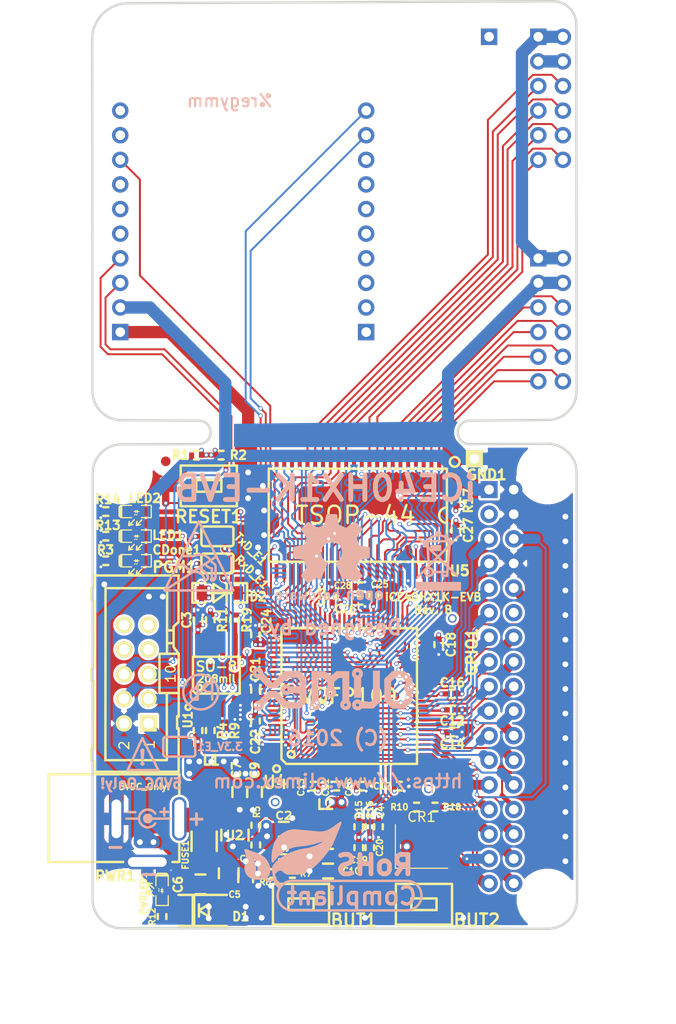
<source format=kicad_pcb>
(kicad_pcb (version 20171130) (host pcbnew 5.1.10)
  (layers (0 F.Cu signal) (1 "In1(GND).Cu" signal) (2 "In2(PWR).Cu" signal) (31 B.Cu signal) (34 B.Paste user hide) (35 F.Paste user hide) (36 B.SilkS user) (37 F.SilkS user) (38 B.Mask user hide) (39 F.Mask user hide) (44 Edge.Cuts user))
  (net 0 "")
  (net 1 /BUT1)
  (net 2 GND)
  (net 3 /BUT2)
  (net 4 +5V)
  (net 5 +3V3)
  (net 6 +1V2)
  (net 7 /iCE40-CDONE)
  (net 8 "Net-(CDone1-Pad1)")
  (net 9 "Net-(CR1-Pad3)")
  (net 10 "Net-(D2-Pad1)")
  (net 11 /PIO3_1A)
  (net 12 /PIO3_1B)
  (net 13 /PIO3_2A)
  (net 14 /LED1)
  (net 15 /LED2)
  (net 16 /PIO3_2B)
  (net 17 /PIO2_1)
  (net 18 /PIO3_3A)
  (net 19 /PIO2_2)
  (net 20 /PIO3_3B)
  (net 21 /PIO2_3)
  (net 22 /PIO3_5A)
  (net 23 /PIO2_4)
  (net 24 /PIO3_5B)
  (net 25 /PIO2_7)
  (net 26 /PIO3_7B)
  (net 27 /PIO3_12A)
  (net 28 /PIO3_10A)
  (net 29 /PIO3_12B)
  (net 30 /PIO3_10B)
  (net 31 /PIO3_8B)
  (net 32 /PIO3_8A)
  (net 33 /PIO2_5)
  (net 34 /PIO2_6)
  (net 35 /PIO3_6B)
  (net 36 /PIO3_6A)
  (net 37 "Net-(L1-Pad2)")
  (net 38 "Net-(L2-Pad2)")
  (net 39 "Net-(LED1-Pad1)")
  (net 40 "Net-(LED2-Pad1)")
  (net 41 /iCE40-CRESET)
  (net 42 /iCE40-SDO)
  (net 43 /iCE40-SDI)
  (net 44 /iCE40-SCK)
  (net 45 /iCE40-SS_B)
  (net 46 "Net-(PWRLED1-Pad2)")
  (net 47 "Net-(R4-Pad1)")
  (net 48 "Net-(R5-Pad1)")
  (net 49 "Net-(R7-Pad1)")
  (net 50 /SYSCLK)
  (net 51 "Net-(R11-Pad2)")
  (net 52 /SRAM_#CS)
  (net 53 /SD15)
  (net 54 /SD14)
  (net 55 /SD13)
  (net 56 /SD12)
  (net 57 /SD11)
  (net 58 /SD10)
  (net 59 /SD9)
  (net 60 /SD8)
  (net 61 /SD7)
  (net 62 /SD6)
  (net 63 /SD5)
  (net 64 /SD4)
  (net 65 /SD3)
  (net 66 /SD2)
  (net 67 /SD1)
  (net 68 /SD0)
  (net 69 /SRAM_#WE)
  (net 70 /SRAM_#OE)
  (net 71 /SA0)
  (net 72 /SA1)
  (net 73 /SA2)
  (net 74 /SA3)
  (net 75 /SA4)
  (net 76 /SA5)
  (net 77 /SA6)
  (net 78 /SA7)
  (net 79 /SA8)
  (net 80 /SA9)
  (net 81 /SA10)
  (net 82 /SA11)
  (net 83 /SA12)
  (net 84 /SA13)
  (net 85 /SA14)
  (net 86 /SA15)
  (net 87 /SA16)
  (net 88 /SA17)
  (net 89 /EXTCLK)
  (net 90 "Net-(3.3V_E1-Pad1)")
  (net 91 "Net-(U4-Pad76)")
  (net 92 "Net-(U5-Pad28)")
  (net 93 /PIO2_9/TxD)
  (net 94 /PIO2_8/RxD)
  (net 95 /FT_RxD)
  (net 96 /FT_TxD)
  (net 97 "Net-(J3-Pad8)")
  (net 98 "Net-(J3-Pad7)")
  (net 99 "Net-(J3-Pad6)")
  (net 100 "Net-(J3-Pad5)")
  (net 101 "Net-(J3-Pad4)")
  (net 102 "Net-(J3-Pad3)")
  (net 103 "Net-(J3-Pad2)")
  (net 104 "Net-(J3-Pad1)")
  (net 105 "Net-(J4-Pad5)")
  (net 106 "Net-(J4-Pad7)")
  (module Connector_PinHeader_2.54mm:PinHeader_1x01_P2.54mm_Vertical (layer F.Cu) (at 155.956 27.94)
    (fp_text reference J5 hide)
    (fp_text value 1V2)
    (pad 1 thru_hole rect (at 0 0) (size 1.7 1.7) (drill 1) (layers *.Cu *.Mask) (net 6 +1V2))
  )
  (module Connector_PinHeader_2.54mm:PinHeader_1x10_P2.54mm_Vertical (layer F.Cu) (at 117.856 58.42 180)
    (fp_text reference J4 hide)
    (fp_text value PROG)
    (pad 1 thru_hole rect (at 0 0 180) (size 1.7 1.7) (drill 1) (layers *.Cu *.Mask) (net 2 GND))
    (pad 2 thru_hole oval (at 0 2.54 180) (size 1.7 1.7) (drill 1) (layers *.Cu *.Mask) (net 4 +5V))
    (pad 3 thru_hole oval (at 0 5.08 180) (size 1.7 1.7) (drill 1) (layers *.Cu *.Mask) (net 41 /iCE40-CRESET))
    (pad 4 thru_hole oval (at 0 7.62 180) (size 1.7 1.7) (drill 1) (layers *.Cu *.Mask) (net 7 /iCE40-CDONE))
    (pad 5 thru_hole oval (at 0 10.16 180) (size 1.7 1.7) (drill 1) (layers *.Cu *.Mask) (net 105 "Net-(J4-Pad5)"))
    (pad 6 thru_hole oval (at 0 12.7 180) (size 1.7 1.7) (drill 1) (layers *.Cu *.Mask) (net 45 /iCE40-SS_B))
    (pad 7 thru_hole oval (at 0 15.24 180) (size 1.7 1.7) (drill 1) (layers *.Cu *.Mask) (net 106 "Net-(J4-Pad7)"))
    (pad 8 thru_hole oval (at 0 17.78 180) (size 1.7 1.7) (drill 1) (layers *.Cu *.Mask) (net 43 /iCE40-SDI))
    (pad 9 thru_hole oval (at 0 20.32 180) (size 1.7 1.7) (drill 1) (layers *.Cu *.Mask) (net 42 /iCE40-SDO))
    (pad 10 thru_hole oval (at 0 22.86 180) (size 1.7 1.7) (drill 1) (layers *.Cu *.Mask) (net 44 /iCE40-SCK))
  )
  (module Connector_PinHeader_2.54mm:PinHeader_1x10_P2.54mm_Vertical (layer F.Cu) (at 143.256 58.42 180)
    (fp_text reference J3 hide)
    (fp_text value UART)
    (pad 10 thru_hole oval (at 0 22.86 180) (size 1.7 1.7) (drill 1) (layers *.Cu *.Mask) (net 95 /FT_RxD))
    (pad 9 thru_hole oval (at 0 20.32 180) (size 1.7 1.7) (drill 1) (layers *.Cu *.Mask) (net 96 /FT_TxD))
    (pad 8 thru_hole oval (at 0 17.78 180) (size 1.7 1.7) (drill 1) (layers *.Cu *.Mask) (net 97 "Net-(J3-Pad8)"))
    (pad 7 thru_hole oval (at 0 15.24 180) (size 1.7 1.7) (drill 1) (layers *.Cu *.Mask) (net 98 "Net-(J3-Pad7)"))
    (pad 6 thru_hole oval (at 0 12.7 180) (size 1.7 1.7) (drill 1) (layers *.Cu *.Mask) (net 99 "Net-(J3-Pad6)"))
    (pad 5 thru_hole oval (at 0 10.16 180) (size 1.7 1.7) (drill 1) (layers *.Cu *.Mask) (net 100 "Net-(J3-Pad5)"))
    (pad 4 thru_hole oval (at 0 7.62 180) (size 1.7 1.7) (drill 1) (layers *.Cu *.Mask) (net 101 "Net-(J3-Pad4)"))
    (pad 3 thru_hole oval (at 0 5.08 180) (size 1.7 1.7) (drill 1) (layers *.Cu *.Mask) (net 102 "Net-(J3-Pad3)"))
    (pad 2 thru_hole oval (at 0 2.54 180) (size 1.7 1.7) (drill 1) (layers *.Cu *.Mask) (net 103 "Net-(J3-Pad2)"))
    (pad 1 thru_hole rect (at 0 0 180) (size 1.7 1.7) (drill 1) (layers *.Cu *.Mask) (net 104 "Net-(J3-Pad1)"))
  )
  (module Connector_PinHeader_2.54mm:PinHeader_2x06_P2.54mm_Vertical (layer F.Cu) (at 161.036 50.8)
    (fp_text reference J1 hide)
    (fp_text value PMOD1)
    (pad 1 thru_hole rect (at 0 0) (size 1.7 1.7) (drill 1) (layers *.Cu *.Mask) (net 5 +3V3))
    (pad 2 thru_hole oval (at 2.54 0) (size 1.7 1.7) (drill 1) (layers *.Cu *.Mask) (net 5 +3V3))
    (pad 3 thru_hole oval (at 0 2.54) (size 1.7 1.7) (drill 1) (layers *.Cu *.Mask) (net 2 GND))
    (pad 4 thru_hole oval (at 2.54 2.54) (size 1.7 1.7) (drill 1) (layers *.Cu *.Mask) (net 2 GND))
    (pad 5 thru_hole oval (at 0 5.08) (size 1.7 1.7) (drill 1) (layers *.Cu *.Mask) (net 68 /SD0))
    (pad 6 thru_hole oval (at 2.54 5.08) (size 1.7 1.7) (drill 1) (layers *.Cu *.Mask) (net 67 /SD1))
    (pad 7 thru_hole oval (at 0 7.62) (size 1.7 1.7) (drill 1) (layers *.Cu *.Mask) (net 75 /SA4))
    (pad 8 thru_hole oval (at 2.54 7.62) (size 1.7 1.7) (drill 1) (layers *.Cu *.Mask) (net 52 /SRAM_#CS))
    (pad 9 thru_hole oval (at 0 10.16) (size 1.7 1.7) (drill 1) (layers *.Cu *.Mask) (net 73 /SA2))
    (pad 10 thru_hole oval (at 2.54 10.16) (size 1.7 1.7) (drill 1) (layers *.Cu *.Mask) (net 74 /SA3))
    (pad 11 thru_hole oval (at 0 12.7) (size 1.7 1.7) (drill 1) (layers *.Cu *.Mask) (net 71 /SA0))
    (pad 12 thru_hole oval (at 2.54 12.7) (size 1.7 1.7) (drill 1) (layers *.Cu *.Mask) (net 72 /SA1))
  )
  (module Connector_PinHeader_2.54mm:PinHeader_2x06_P2.54mm_Vertical (layer F.Cu) (at 161.036 27.94)
    (fp_text reference J2 hide)
    (fp_text value PMOD1)
    (pad 12 thru_hole oval (at 2.54 12.7) (size 1.7 1.7) (drill 1) (layers *.Cu *.Mask) (net 65 /SD3))
    (pad 11 thru_hole oval (at 0 12.7) (size 1.7 1.7) (drill 1) (layers *.Cu *.Mask) (net 66 /SD2))
    (pad 10 thru_hole oval (at 2.54 10.16) (size 1.7 1.7) (drill 1) (layers *.Cu *.Mask) (net 63 /SD5))
    (pad 9 thru_hole oval (at 0 10.16) (size 1.7 1.7) (drill 1) (layers *.Cu *.Mask) (net 64 /SD4))
    (pad 8 thru_hole oval (at 2.54 7.62) (size 1.7 1.7) (drill 1) (layers *.Cu *.Mask) (net 61 /SD7))
    (pad 7 thru_hole oval (at 0 7.62) (size 1.7 1.7) (drill 1) (layers *.Cu *.Mask) (net 62 /SD6))
    (pad 6 thru_hole oval (at 2.54 5.08) (size 1.7 1.7) (drill 1) (layers *.Cu *.Mask) (net 76 /SA5))
    (pad 5 thru_hole oval (at 0 5.08) (size 1.7 1.7) (drill 1) (layers *.Cu *.Mask) (net 69 /SRAM_#WE))
    (pad 4 thru_hole oval (at 2.54 2.54) (size 1.7 1.7) (drill 1) (layers *.Cu *.Mask) (net 2 GND))
    (pad 3 thru_hole oval (at 0 2.54) (size 1.7 1.7) (drill 1) (layers *.Cu *.Mask) (net 2 GND))
    (pad 2 thru_hole oval (at 2.54 0) (size 1.7 1.7) (drill 1) (layers *.Cu *.Mask) (net 5 +3V3))
    (pad 1 thru_hole rect (at 0 0) (size 1.7 1.7) (drill 1) (layers *.Cu *.Mask) (net 5 +3V3))
  )
  (module OLIMEX_Connectors-FP:BH34R (layer F.Cu) (at 157.226 94.996 270)
    (fp_text reference GPIO1 (at -3.556 3.048 90) (layer F.SilkS) (effects (font (size 1.1 1.1) (thickness 0.254))))
    (fp_text value BH34R)
    (pad 1 thru_hole rect (at -20.32 1.27 270) (size 1.75 1.75) (drill 1) (layers *.Cu *.Mask) (net 4 +5V))
    (pad 2 thru_hole circle (at -20.32 -1.27 270) (size 1.8 1.8) (drill 1) (layers *.Cu *.Mask) (net 2 GND))
    (pad 3 thru_hole circle (at -17.78 1.27 270) (size 1.8 1.8) (drill 1) (layers *.Cu *.Mask) (net 5 +3V3))
    (pad 4 thru_hole circle (at -17.78 -1.27 270) (size 1.8 1.8) (drill 1) (layers *.Cu *.Mask) (net 2 GND))
    (pad 5 thru_hole circle (at -15.24 1.27 270) (size 1.8 1.8) (drill 1) (layers *.Cu *.Mask) (net 11 /PIO3_1A))
    (pad 6 thru_hole circle (at -15.24 -1.27 270) (size 1.8 1.8) (drill 1) (layers *.Cu *.Mask) (net 89 /EXTCLK))
    (pad 7 thru_hole circle (at -12.7 1.27 270) (size 1.8 1.8) (drill 1) (layers *.Cu *.Mask) (net 12 /PIO3_1B))
    (pad 8 thru_hole circle (at -12.7 -1.27 270) (size 1.8 1.8) (drill 1) (layers *.Cu *.Mask) (net 2 GND))
    (pad 9 thru_hole circle (at -10.16 1.27 270) (size 1.8 1.8) (drill 1) (layers *.Cu *.Mask) (net 13 /PIO3_2A))
    (pad 10 thru_hole circle (at -10.16 -1.27 270) (size 1.8 1.8) (drill 1) (layers *.Cu *.Mask) (net 14 /LED1))
    (pad 12 thru_hole circle (at -7.62 -1.27 270) (size 1.8 1.8) (drill 1) (layers *.Cu *.Mask) (net 15 /LED2))
    (pad 11 thru_hole circle (at -7.62 1.27 270) (size 1.8 1.8) (drill 1) (layers *.Cu *.Mask) (net 16 /PIO3_2B))
    (pad 14 thru_hole circle (at -5.08 -1.27 270) (size 1.8 1.8) (drill 1) (layers *.Cu *.Mask) (net 93 /PIO2_9/TxD))
    (pad 13 thru_hole circle (at -5.08 1.27 270) (size 1.8 1.8) (drill 1) (layers *.Cu *.Mask) (net 18 /PIO3_3A))
    (pad 16 thru_hole circle (at -2.54 -1.27 270) (size 1.8 1.8) (drill 1) (layers *.Cu *.Mask) (net 94 /PIO2_8/RxD))
    (pad 15 thru_hole circle (at -2.54 1.27 270) (size 1.8 1.8) (drill 1) (layers *.Cu *.Mask) (net 20 /PIO3_3B))
    (pad 18 thru_hole circle (at 0 -1.27 270) (size 1.8 1.8) (drill 1) (layers *.Cu *.Mask) (net 25 /PIO2_7))
    (pad 17 thru_hole circle (at 0 1.27 270) (size 1.8 1.8) (drill 1) (layers *.Cu *.Mask) (net 22 /PIO3_5A))
    (pad 20 thru_hole circle (at 2.54 -1.27 270) (size 1.8 1.8) (drill 1) (layers *.Cu *.Mask) (net 34 /PIO2_6))
    (pad 19 thru_hole circle (at 2.54 1.27 270) (size 1.8 1.8) (drill 1) (layers *.Cu *.Mask) (net 24 /PIO3_5B))
    (pad 26 thru_hole circle (at 10.16 -1.27 270) (size 1.8 1.8) (drill 1) (layers *.Cu *.Mask) (net 21 /PIO2_3))
    (pad 25 thru_hole circle (at 10.16 1.27 270) (size 1.8 1.8) (drill 1) (layers *.Cu *.Mask) (net 26 /PIO3_7B))
    (pad 34 thru_hole circle (at 20.32 -1.27 270) (size 1.8 1.8) (drill 1) (layers *.Cu *.Mask) (net 27 /PIO3_12A))
    (pad 31 thru_hole circle (at 17.78 1.27 270) (size 1.8 1.8) (drill 1) (layers *.Cu *.Mask) (net 28 /PIO3_10A))
    (pad 32 thru_hole circle (at 17.78 -1.27 270) (size 1.8 1.8) (drill 1) (layers *.Cu *.Mask) (net 29 /PIO3_12B))
    (pad 33 thru_hole circle (at 20.32 1.27 270) (size 1.8 1.8) (drill 1) (layers *.Cu *.Mask) (net 30 /PIO3_10B))
    (pad 29 thru_hole circle (at 15.24 1.27 270) (size 1.8 1.8) (drill 1) (layers *.Cu *.Mask) (net 31 /PIO3_8B))
    (pad 28 thru_hole circle (at 12.7 -1.27 270) (size 1.8 1.8) (drill 1) (layers *.Cu *.Mask) (net 19 /PIO2_2))
    (pad 30 thru_hole circle (at 15.24 -1.27 270) (size 1.8 1.8) (drill 1) (layers *.Cu *.Mask) (net 17 /PIO2_1))
    (pad 27 thru_hole circle (at 12.7 1.27 270) (size 1.8 1.8) (drill 1) (layers *.Cu *.Mask) (net 32 /PIO3_8A))
    (pad 22 thru_hole circle (at 5.08 -1.27 270) (size 1.8 1.8) (drill 1) (layers *.Cu *.Mask) (net 33 /PIO2_5))
    (pad 24 thru_hole circle (at 7.62 -1.27 270) (size 1.8 1.8) (drill 1) (layers *.Cu *.Mask) (net 23 /PIO2_4))
    (pad 23 thru_hole circle (at 7.62 1.27 270) (size 1.8 1.8) (drill 1) (layers *.Cu *.Mask) (net 35 /PIO3_6B))
    (pad 21 thru_hole circle (at 5.08 1.27 270) (size 1.8 1.8) (drill 1) (layers *.Cu *.Mask) (net 36 /PIO3_6A))
  )
  (module OLIMEX_IC-FP:VQFP100_Pitch-0.5mm_Dimensions-16.00x16.00x1.20mm (layer F.Cu) (at 141.506 95.989)
    (fp_text reference U4 (at -7.648 8.913) (layer F.SilkS) (effects (font (size 1.27 1.27) (thickness 0.254))))
    (fp_text value "ICE40HX1K-VQ100(VQFP100)")
    (fp_text user VQFP100 (at 0 0) (layer F.SilkS) (effects (font (size 1.5 1.5) (thickness 0.25))))
    (pad 1 smd rect (at -6 7.8 180) (size 0.25 1.2) (layers F.Cu F.Paste F.Mask) (net 11 /PIO3_1A))
    (pad 2 smd rect (at -5.5 7.8 180) (size 0.25 1.2) (layers F.Cu F.Paste F.Mask) (net 12 /PIO3_1B))
    (pad 3 smd rect (at -5 7.8 180) (size 0.25 1.2) (layers F.Cu F.Paste F.Mask) (net 13 /PIO3_2A))
    (pad 4 smd rect (at -4.5 7.8 180) (size 0.25 1.2) (layers F.Cu F.Paste F.Mask) (net 16 /PIO3_2B))
    (pad 5 smd rect (at -4 7.8 180) (size 0.25 1.2) (layers F.Cu F.Paste F.Mask) (net 2 GND))
    (pad 6 smd rect (at -3.5 7.8 180) (size 0.25 1.2) (layers F.Cu F.Paste F.Mask) (net 5 +3V3))
    (pad 7 smd rect (at -3 7.8 180) (size 0.25 1.2) (layers F.Cu F.Paste F.Mask) (net 18 /PIO3_3A))
    (pad 8 smd rect (at -2.5 7.8 180) (size 0.25 1.2) (layers F.Cu F.Paste F.Mask) (net 20 /PIO3_3B))
    (pad 9 smd rect (at -2 7.8 180) (size 0.25 1.2) (layers F.Cu F.Paste F.Mask) (net 22 /PIO3_5A))
    (pad 10 smd rect (at -1.5 7.8 180) (size 0.25 1.2) (layers F.Cu F.Paste F.Mask) (net 24 /PIO3_5B))
    (pad 11 smd rect (at -1 7.8 180) (size 0.25 1.2) (layers F.Cu F.Paste F.Mask) (net 6 +1V2))
    (pad 12 smd rect (at -0.5 7.8 180) (size 0.25 1.2) (layers F.Cu F.Paste F.Mask) (net 36 /PIO3_6A))
    (pad 13 smd rect (at 0 7.8 180) (size 0.25 1.2) (layers F.Cu F.Paste F.Mask) (net 35 /PIO3_6B))
    (pad 14 smd rect (at 0.5 7.8 180) (size 0.25 1.2) (layers F.Cu F.Paste F.Mask) (net 5 +3V3))
    (pad 15 smd rect (at 1 7.8 180) (size 0.25 1.2) (layers F.Cu F.Paste F.Mask) (net 50 /SYSCLK))
    (pad 16 smd rect (at 1.5 7.8 180) (size 0.25 1.2) (layers F.Cu F.Paste F.Mask) (net 26 /PIO3_7B))
    (pad 17 smd rect (at 2 7.8 180) (size 0.25 1.2) (layers F.Cu F.Paste F.Mask) (net 2 GND))
    (pad 18 smd rect (at 2.5 7.8 180) (size 0.25 1.2) (layers F.Cu F.Paste F.Mask) (net 32 /PIO3_8A))
    (pad 19 smd rect (at 3 7.8 180) (size 0.25 1.2) (layers F.Cu F.Paste F.Mask) (net 31 /PIO3_8B))
    (pad 20 smd rect (at 3.5 7.8 180) (size 0.25 1.2) (layers F.Cu F.Paste F.Mask) (net 28 /PIO3_10A))
    (pad 21 smd rect (at 4 7.8 180) (size 0.25 1.2) (layers F.Cu F.Paste F.Mask) (net 30 /PIO3_10B))
    (pad 22 smd rect (at 4.5 7.8 180) (size 0.25 1.2) (layers F.Cu F.Paste F.Mask) (net 5 +3V3))
    (pad 23 smd rect (at 5 7.8 180) (size 0.25 1.2) (layers F.Cu F.Paste F.Mask) (net 2 GND))
    (pad 24 smd rect (at 5.5 7.8 180) (size 0.25 1.2) (layers F.Cu F.Paste F.Mask) (net 27 /PIO3_12A))
    (pad 25 smd rect (at 6 7.8 180) (size 0.25 1.2) (layers F.Cu F.Paste F.Mask) (net 29 /PIO3_12B))
    (pad 26 smd rect (at 7.8 6 270) (size 0.25 1.2) (layers F.Cu F.Paste F.Mask) (net 17 /PIO2_1))
    (pad 27 smd rect (at 7.8 5.5 270) (size 0.25 1.2) (layers F.Cu F.Paste F.Mask) (net 19 /PIO2_2))
    (pad 28 smd rect (at 7.8 5 270) (size 0.25 1.2) (layers F.Cu F.Paste F.Mask) (net 21 /PIO2_3))
    (pad 29 smd rect (at 7.8 4.5 270) (size 0.25 1.2) (layers F.Cu F.Paste F.Mask) (net 23 /PIO2_4))
    (pad 30 smd rect (at 7.8 4 270) (size 0.25 1.2) (layers F.Cu F.Paste F.Mask) (net 33 /PIO2_5))
    (pad 31 smd rect (at 7.8 3.5 270) (size 0.25 1.2) (layers F.Cu F.Paste F.Mask) (net 5 +3V3))
    (pad 32 smd rect (at 7.8 3 270) (size 0.25 1.2) (layers F.Cu F.Paste F.Mask) (net 2 GND))
    (pad 33 smd rect (at 7.8 2.5 270) (size 0.25 1.2) (layers F.Cu F.Paste F.Mask) (net 34 /PIO2_6))
    (pad 34 smd rect (at 7.8 2 270) (size 0.25 1.2) (layers F.Cu F.Paste F.Mask) (net 25 /PIO2_7))
    (pad 35 smd rect (at 7.8 1.5 270) (size 0.25 1.2) (layers F.Cu F.Paste F.Mask) (net 6 +1V2))
    (pad 36 smd rect (at 7.8 1 270) (size 0.25 1.2) (layers F.Cu F.Paste F.Mask) (net 94 /PIO2_8/RxD))
    (pad 37 smd rect (at 7.8 0.5 270) (size 0.25 1.2) (layers F.Cu F.Paste F.Mask) (net 93 /PIO2_9/TxD))
    (pad 38 smd rect (at 7.8 0 270) (size 0.25 1.2) (layers F.Cu F.Paste F.Mask) (net 5 +3V3))
    (pad 39 smd rect (at 7.8 -0.5 270) (size 0.25 1.2) (layers F.Cu F.Paste F.Mask) (net 2 GND))
    (pad 40 smd rect (at 7.8 -1 270) (size 0.25 1.2) (layers F.Cu F.Paste F.Mask) (net 14 /LED1))
    (pad 41 smd rect (at 7.8 -1.5 270) (size 0.25 1.2) (layers F.Cu F.Paste F.Mask) (net 1 /BUT1))
    (pad 42 smd rect (at 7.8 -2 270) (size 0.25 1.2) (layers F.Cu F.Paste F.Mask) (net 3 /BUT2))
    (pad 43 smd rect (at 7.8 -2.5 270) (size 0.25 1.2) (layers F.Cu F.Paste F.Mask) (net 7 /iCE40-CDONE))
    (pad 44 smd rect (at 7.8 -3 270) (size 0.25 1.2) (layers F.Cu F.Paste F.Mask) (net 41 /iCE40-CRESET))
    (pad 45 smd rect (at 7.8 -3.5 270) (size 0.25 1.2) (layers F.Cu F.Paste F.Mask) (net 42 /iCE40-SDO))
    (pad 46 smd rect (at 7.8 -4 270) (size 0.25 1.2) (layers F.Cu F.Paste F.Mask) (net 43 /iCE40-SDI))
    (pad 47 smd rect (at 7.8 -4.5 270) (size 0.25 1.2) (layers F.Cu F.Paste F.Mask) (net 2 GND))
    (pad 48 smd rect (at 7.8 -5 270) (size 0.25 1.2) (layers F.Cu F.Paste F.Mask) (net 44 /iCE40-SCK))
    (pad 49 smd rect (at 7.8 -5.5 270) (size 0.25 1.2) (layers F.Cu F.Paste F.Mask) (net 45 /iCE40-SS_B))
    (pad 50 smd rect (at 7.8 -6 270) (size 0.25 1.2) (layers F.Cu F.Paste F.Mask) (net 5 +3V3))
    (pad 51 smd rect (at 6 -7.8 180) (size 0.25 1.2) (layers F.Cu F.Paste F.Mask) (net 15 /LED2))
    (pad 52 smd rect (at 5.5 -7.8 180) (size 0.25 1.2) (layers F.Cu F.Paste F.Mask) (net 53 /SD15))
    (pad 53 smd rect (at 5 -7.8 180) (size 0.25 1.2) (layers F.Cu F.Paste F.Mask) (net 54 /SD14))
    (pad 54 smd rect (at 4.5 -7.8 180) (size 0.25 1.2) (layers F.Cu F.Paste F.Mask) (net 55 /SD13))
    (pad 55 smd rect (at 4 -7.8 180) (size 0.25 1.2) (layers F.Cu F.Paste F.Mask) (net 2 GND))
    (pad 56 smd rect (at 3.5 -7.8 180) (size 0.25 1.2) (layers F.Cu F.Paste F.Mask) (net 56 /SD12))
    (pad 57 smd rect (at 3 -7.8 180) (size 0.25 1.2) (layers F.Cu F.Paste F.Mask) (net 57 /SD11))
    (pad 58 smd rect (at 2.5 -7.8 180) (size 0.25 1.2) (layers F.Cu F.Paste F.Mask) (net 5 +3V3))
    (pad 59 smd rect (at 2 -7.8 180) (size 0.25 1.2) (layers F.Cu F.Paste F.Mask) (net 58 /SD10))
    (pad 60 smd rect (at 1.5 -7.8 180) (size 0.25 1.2) (layers F.Cu F.Paste F.Mask) (net 59 /SD9))
    (pad 61 smd rect (at 1 -7.8 180) (size 0.25 1.2) (layers F.Cu F.Paste F.Mask) (net 6 +1V2))
    (pad 62 smd rect (at 0.5 -7.8 180) (size 0.25 1.2) (layers F.Cu F.Paste F.Mask) (net 68 /SD0))
    (pad 63 smd rect (at 0 -7.8 180) (size 0.25 1.2) (layers F.Cu F.Paste F.Mask) (net 67 /SD1))
    (pad 64 smd rect (at -0.5 -7.8 180) (size 0.25 1.2) (layers F.Cu F.Paste F.Mask) (net 66 /SD2))
    (pad 65 smd rect (at -1 -7.8 180) (size 0.25 1.2) (layers F.Cu F.Paste F.Mask) (net 65 /SD3))
    (pad 66 smd rect (at -1.5 -7.8 180) (size 0.25 1.2) (layers F.Cu F.Paste F.Mask) (net 64 /SD4))
    (pad 67 smd rect (at -2 -7.8 180) (size 0.25 1.2) (layers F.Cu F.Paste F.Mask) (net 5 +3V3))
    (pad 68 smd rect (at -2.5 -7.8 180) (size 0.25 1.2) (layers F.Cu F.Paste F.Mask) (net 63 /SD5))
    (pad 69 smd rect (at -3 -7.8 180) (size 0.25 1.2) (layers F.Cu F.Paste F.Mask) (net 62 /SD6))
    (pad 70 smd rect (at -3.5 -7.8 180) (size 0.25 1.2) (layers F.Cu F.Paste F.Mask) (net 2 GND))
    (pad 71 smd rect (at -4 -7.8 180) (size 0.25 1.2) (layers F.Cu F.Paste F.Mask) (net 61 /SD7))
    (pad 72 smd rect (at -4.5 -7.8 180) (size 0.25 1.2) (layers F.Cu F.Paste F.Mask) (net 60 /SD8))
    (pad 73 smd rect (at -5 -7.8 180) (size 0.25 1.2) (layers F.Cu F.Paste F.Mask) (net 69 /SRAM_#WE))
    (pad 74 smd rect (at -5.5 -7.8 180) (size 0.25 1.2) (layers F.Cu F.Paste F.Mask) (net 70 /SRAM_#OE))
    (pad 75 smd rect (at -6 -7.8 180) (size 0.25 1.2) (layers F.Cu F.Paste F.Mask) (net 10 "Net-(D2-Pad1)"))
    (pad 76 smd rect (at -7.8 -6 270) (size 0.25 1.2) (layers F.Cu F.Paste F.Mask) (net 91 "Net-(U4-Pad76)"))
    (pad 77 smd rect (at -7.8 -5.5 270) (size 0.25 1.2) (layers F.Cu F.Paste F.Mask) (net 6 +1V2))
    (pad 78 smd rect (at -7.8 -5 270) (size 0.25 1.2) (layers F.Cu F.Paste F.Mask) (net 52 /SRAM_#CS))
    (pad 79 smd rect (at -7.8 -4.5 270) (size 0.25 1.2) (layers F.Cu F.Paste F.Mask) (net 71 /SA0))
    (pad 80 smd rect (at -7.8 -4 270) (size 0.25 1.2) (layers F.Cu F.Paste F.Mask) (net 72 /SA1))
    (pad 81 smd rect (at -7.8 -3.5 270) (size 0.25 1.2) (layers F.Cu F.Paste F.Mask) (net 73 /SA2))
    (pad 82 smd rect (at -7.8 -3 270) (size 0.25 1.2) (layers F.Cu F.Paste F.Mask) (net 74 /SA3))
    (pad 83 smd rect (at -7.8 -2.5 270) (size 0.25 1.2) (layers F.Cu F.Paste F.Mask) (net 75 /SA4))
    (pad 84 smd rect (at -7.8 -2 270) (size 0.25 1.2) (layers F.Cu F.Paste F.Mask) (net 2 GND))
    (pad 85 smd rect (at -7.8 -1.5 270) (size 0.25 1.2) (layers F.Cu F.Paste F.Mask) (net 76 /SA5))
    (pad 86 smd rect (at -7.8 -1 270) (size 0.25 1.2) (layers F.Cu F.Paste F.Mask) (net 77 /SA6))
    (pad 87 smd rect (at -7.8 -0.5 270) (size 0.25 1.2) (layers F.Cu F.Paste F.Mask) (net 78 /SA7))
    (pad 88 smd rect (at -7.8 0 270) (size 0.25 1.2) (layers F.Cu F.Paste F.Mask) (net 5 +3V3))
    (pad 89 smd rect (at -7.8 0.5 270) (size 0.25 1.2) (layers F.Cu F.Paste F.Mask) (net 79 /SA8))
    (pad 90 smd rect (at -7.8 1 270) (size 0.25 1.2) (layers F.Cu F.Paste F.Mask) (net 80 /SA9))
    (pad 91 smd rect (at -7.8 1.5 270) (size 0.25 1.2) (layers F.Cu F.Paste F.Mask) (net 81 /SA10))
    (pad 92 smd rect (at -7.8 2 270) (size 0.25 1.2) (layers F.Cu F.Paste F.Mask) (net 5 +3V3))
    (pad 93 smd rect (at -7.8 2.5 270) (size 0.25 1.2) (layers F.Cu F.Paste F.Mask) (net 82 /SA11))
    (pad 94 smd rect (at -7.8 3 270) (size 0.25 1.2) (layers F.Cu F.Paste F.Mask) (net 83 /SA12))
    (pad 95 smd rect (at -7.8 3.5 270) (size 0.25 1.2) (layers F.Cu F.Paste F.Mask) (net 84 /SA13))
    (pad 96 smd rect (at -7.8 4 270) (size 0.25 1.2) (layers F.Cu F.Paste F.Mask) (net 85 /SA14))
    (pad 97 smd rect (at -7.8 4.5 270) (size 0.25 1.2) (layers F.Cu F.Paste F.Mask) (net 86 /SA15))
    (pad 98 smd rect (at -7.8 5 270) (size 0.25 1.2) (layers F.Cu F.Paste F.Mask) (net 2 GND))
    (pad 99 smd rect (at -7.8 5.5 270) (size 0.25 1.2) (layers F.Cu F.Paste F.Mask) (net 87 /SA16))
    (pad 100 smd rect (at -7.8 6 270) (size 0.25 1.2) (layers F.Cu F.Paste F.Mask) (net 88 /SA17))
  )
  (module OLIMEX_RLC-FP:C_0603_5MIL_DWS (layer F.Cu) (at 130.81 114.681 90)
    (fp_text reference C1 (at 1.905 0 180) (layer F.SilkS) (effects (font (size 0.635 0.635) (thickness 0.15875))))
    (fp_text value 22uF/6.3V/0603)
    (pad 1 smd rect (at -0.889 0 90) (size 1.016 1.016) (layers F.Cu F.Paste F.Mask) (net 2 GND) (clearance 0.0508))
    (pad 2 smd rect (at 0.889 0 90) (size 1.016 1.016) (layers F.Cu F.Paste F.Mask) (net 4 +5V) (clearance 0.0508))
  )
  (module OLIMEX_RLC-FP:C_0603_5MIL_DWS (layer F.Cu) (at 134.747 109.728 180)
    (fp_text reference C2 (at 0 1.397 180) (layer F.SilkS) (effects (font (size 0.762 0.889) (thickness 0.1905))))
    (fp_text value 22uF/6.3V/0603)
    (pad 1 smd rect (at -0.889 0 180) (size 1.016 1.016) (layers F.Cu F.Paste F.Mask) (net 2 GND) (clearance 0.0508))
    (pad 2 smd rect (at 0.889 0 180) (size 1.016 1.016) (layers F.Cu F.Paste F.Mask) (net 4 +5V) (clearance 0.0508))
  )
  (module OLIMEX_RLC-FP:C_0402_5MIL_DWS (layer F.Cu) (at 125.885 88.115 270)
    (fp_text reference C3 (at 0.023 1.171 270) (layer F.SilkS) (effects (font (size 0.889 0.889) (thickness 0.22225))))
    (fp_text value 100nF)
    (pad 1 smd rect (at -0.508 0 90) (size 0.5 0.55) (layers F.Cu F.Paste F.Mask) (net 2 GND))
    (pad 2 smd rect (at 0.508 0 270) (size 0.5 0.55) (layers F.Cu F.Paste F.Mask) (net 5 +3V3))
  )
  (module OLIMEX_RLC-FP:C_0402_5MIL_DWS (layer F.Cu) (at 144.526 109.474 90)
    (fp_text reference C4 (at 1.524 0.254 90) (layer F.SilkS) (effects (font (size 0.635 0.635) (thickness 0.15875))))
    (fp_text value 100nF)
    (pad 1 smd rect (at -0.508 0 270) (size 0.5 0.55) (layers F.Cu F.Paste F.Mask) (net 2 GND))
    (pad 2 smd rect (at 0.508 0 90) (size 0.5 0.55) (layers F.Cu F.Paste F.Mask) (net 5 +3V3))
  )
  (module OLIMEX_RLC-FP:C_0805_5MIL_DWS (layer F.Cu) (at 129.06 114.277 90)
    (fp_text reference C5 (at -2.182 0.607 180) (layer F.SilkS) (effects (font (size 0.635 0.635) (thickness 0.15875))))
    (fp_text value 47uF/6.3V/0805)
    (pad 1 smd rect (at -1.016 0 180) (size 1.524 1.27) (layers F.Cu F.Paste F.Mask) (net 2 GND))
    (pad 2 smd rect (at 1.016 0 180) (size 1.524 1.27) (layers F.Cu F.Paste F.Mask) (net 4 +5V))
  )
  (module OLIMEX_RLC-FP:C_0805_5MIL_DWS (layer F.Cu) (at 126.139 115.42 180)
    (fp_text reference C6 (at 2.314 -0.023 270) (layer F.SilkS) (effects (font (size 0.889 0.889) (thickness 0.22225))))
    (fp_text value 47uF/6.3V/0805)
    (pad 1 smd rect (at -1.016 0 270) (size 1.524 1.27) (layers F.Cu F.Paste F.Mask) (net 2 GND))
    (pad 2 smd rect (at 1.016 0 270) (size 1.524 1.27) (layers F.Cu F.Paste F.Mask) (net 4 +5V))
  )
  (module OLIMEX_RLC-FP:C_0603_5MIL_DWS (layer F.Cu) (at 130.203 105.895 90)
    (fp_text reference C7 (at 2.263 -0.3455 90) (layer F.SilkS) (effects (font (size 0.889 0.889) (thickness 0.22225))))
    (fp_text value 22uF/6.3V/0603)
    (pad 1 smd rect (at -0.889 0 90) (size 1.016 1.016) (layers F.Cu F.Paste F.Mask) (net 2 GND) (clearance 0.0508))
    (pad 2 smd rect (at 0.889 0 90) (size 1.016 1.016) (layers F.Cu F.Paste F.Mask) (net 5 +3V3) (clearance 0.0508))
  )
  (module OLIMEX_RLC-FP:C_0603_5MIL_DWS (layer F.Cu) (at 139.319 112.522)
    (fp_text reference C8 (at -2.032 0 180) (layer F.SilkS) (effects (font (size 0.635 0.635) (thickness 0.15875))))
    (fp_text value 22uF/6.3V/0603)
    (pad 1 smd rect (at -0.889 0) (size 1.016 1.016) (layers F.Cu F.Paste F.Mask) (net 2 GND) (clearance 0.0508))
    (pad 2 smd rect (at 0.889 0) (size 1.016 1.016) (layers F.Cu F.Paste F.Mask) (net 6 +1V2) (clearance 0.0508))
  )
  (module OLIMEX_RLC-FP:C_0603_5MIL_DWS (layer F.Cu) (at 131.727 105.895 90)
    (fp_text reference C9 (at 2.263 0.0355 90) (layer F.SilkS) (effects (font (size 0.889 0.889) (thickness 0.22225))))
    (fp_text value 22uF/6.3V/0603)
    (pad 1 smd rect (at -0.889 0 90) (size 1.016 1.016) (layers F.Cu F.Paste F.Mask) (net 2 GND) (clearance 0.0508))
    (pad 2 smd rect (at 0.889 0 90) (size 1.016 1.016) (layers F.Cu F.Paste F.Mask) (net 5 +3V3) (clearance 0.0508))
  )
  (module OLIMEX_RLC-FP:C_0603_5MIL_DWS (layer F.Cu) (at 139.319 114.046)
    (fp_text reference C10 (at 2.413 0) (layer F.SilkS) (effects (font (size 0.635 0.635) (thickness 0.15875))))
    (fp_text value 22uF/6.3V/0603)
    (pad 1 smd rect (at -0.889 0) (size 1.016 1.016) (layers F.Cu F.Paste F.Mask) (net 2 GND) (clearance 0.0508))
    (pad 2 smd rect (at 0.889 0) (size 1.016 1.016) (layers F.Cu F.Paste F.Mask) (net 6 +1V2) (clearance 0.0508))
  )
  (module OLIMEX_RLC-FP:C_0402_5MIL_DWS (layer F.Cu) (at 140.208 105.283)
    (fp_text reference C11 (at -1.143 0.127 90) (layer F.SilkS) (effects (font (size 0.635 0.635) (thickness 0.15875))))
    (fp_text value 100nF)
    (pad 1 smd rect (at -0.508 0 180) (size 0.5 0.55) (layers F.Cu F.Paste F.Mask) (net 2 GND))
    (pad 2 smd rect (at 0.508 0) (size 0.5 0.55) (layers F.Cu F.Paste F.Mask) (net 6 +1V2))
  )
  (module OLIMEX_RLC-FP:C_0402_5MIL_DWS (layer F.Cu) (at 152.146 97.409 180)
    (fp_text reference C12 (at 0 -1.143 180) (layer F.SilkS) (effects (font (size 0.889 0.889) (thickness 0.22225))))
    (fp_text value 100nF)
    (pad 1 smd rect (at -0.508 0) (size 0.5 0.55) (layers F.Cu F.Paste F.Mask) (net 2 GND))
    (pad 2 smd rect (at 0.508 0 180) (size 0.5 0.55) (layers F.Cu F.Paste F.Mask) (net 6 +1V2))
  )
  (module OLIMEX_RLC-FP:C_0402_5MIL_DWS (layer F.Cu) (at 137.795 105.283)
    (fp_text reference C13 (at -1.27 0.127 90) (layer F.SilkS) (effects (font (size 0.635 0.635) (thickness 0.15875))))
    (fp_text value 100nF)
    (pad 1 smd rect (at -0.508 0 180) (size 0.5 0.55) (layers F.Cu F.Paste F.Mask) (net 2 GND))
    (pad 2 smd rect (at 0.508 0) (size 0.5 0.55) (layers F.Cu F.Paste F.Mask) (net 5 +3V3))
  )
  (module OLIMEX_RLC-FP:C_0402_5MIL_DWS (layer F.Cu) (at 152.146 99.695 180)
    (fp_text reference C14 (at 0 -1.27 180) (layer F.SilkS) (effects (font (size 0.889 0.889) (thickness 0.22225))))
    (fp_text value 100nF)
    (pad 1 smd rect (at -0.508 0) (size 0.5 0.55) (layers F.Cu F.Paste F.Mask) (net 2 GND))
    (pad 2 smd rect (at 0.508 0 180) (size 0.5 0.55) (layers F.Cu F.Paste F.Mask) (net 5 +3V3))
  )
  (module OLIMEX_RLC-FP:C_0402_5MIL_DWS (layer F.Cu) (at 142.748 105.283 180)
    (fp_text reference C15 (at 1.27 -0.127 270) (layer F.SilkS) (effects (font (size 0.635 0.635) (thickness 0.15875))))
    (fp_text value 100nF)
    (pad 1 smd rect (at -0.508 0) (size 0.5 0.55) (layers F.Cu F.Paste F.Mask) (net 2 GND))
    (pad 2 smd rect (at 0.508 0 180) (size 0.5 0.55) (layers F.Cu F.Paste F.Mask) (net 5 +3V3))
  )
  (module OLIMEX_RLC-FP:C_0402_5MIL_DWS (layer F.Cu) (at 152.146 95.758 180)
    (fp_text reference C16 (at 0 1.143 180) (layer F.SilkS) (effects (font (size 0.889 0.889) (thickness 0.22225))))
    (fp_text value 100nF)
    (pad 1 smd rect (at -0.508 0) (size 0.5 0.55) (layers F.Cu F.Paste F.Mask) (net 2 GND))
    (pad 2 smd rect (at 0.508 0 180) (size 0.5 0.55) (layers F.Cu F.Paste F.Mask) (net 5 +3V3))
  )
  (module OLIMEX_RLC-FP:C_0402_5MIL_DWS (layer F.Cu) (at 146.685 105.283 180)
    (fp_text reference C17 (at 1.778 0 180) (layer F.SilkS) (effects (font (size 0.635 0.635) (thickness 0.15875))))
    (fp_text value 100nF)
    (pad 1 smd rect (at -0.508 0) (size 0.5 0.55) (layers F.Cu F.Paste F.Mask) (net 2 GND))
    (pad 2 smd rect (at 0.508 0 180) (size 0.5 0.55) (layers F.Cu F.Paste F.Mask) (net 5 +3V3))
  )
  (module OLIMEX_RLC-FP:C_0402_5MIL_DWS (layer F.Cu) (at 150.749 90.678 90)
    (fp_text reference C18 (at 0 1.27 90) (layer F.SilkS) (effects (font (size 0.889 0.889) (thickness 0.22225))))
    (fp_text value 100nF)
    (pad 1 smd rect (at -0.508 0 270) (size 0.5 0.55) (layers F.Cu F.Paste F.Mask) (net 2 GND))
    (pad 2 smd rect (at 0.508 0 90) (size 0.5 0.55) (layers F.Cu F.Paste F.Mask) (net 5 +3V3))
  )
  (module OLIMEX_RLC-FP:C_0402_5MIL_DWS (layer F.Cu) (at 142.494 111.633 90)
    (fp_text reference C19 (at -1.27 0 180) (layer F.SilkS) (effects (font (size 0.635 0.635) (thickness 0.15875))))
    (fp_text value "NA(100nF)")
    (pad 1 smd rect (at -0.508 0 270) (size 0.5 0.55) (layers F.Cu F.Paste F.Mask) (net 2 GND))
    (pad 2 smd rect (at 0.508 0 90) (size 0.5 0.55) (layers F.Cu F.Paste F.Mask) (net 1 /BUT1))
  )
  (module OLIMEX_RLC-FP:C_0402_5MIL_DWS (layer F.Cu) (at 143.637 111.633 90)
    (fp_text reference C20 (at 0 1.016 90) (layer F.SilkS) (effects (font (size 0.635 0.635) (thickness 0.15875))))
    (fp_text value "NA(100nF)")
    (pad 1 smd rect (at -0.508 0 270) (size 0.5 0.55) (layers F.Cu F.Paste F.Mask) (net 2 GND))
    (pad 2 smd rect (at 0.508 0 90) (size 0.5 0.55) (layers F.Cu F.Paste F.Mask) (net 3 /BUT2))
  )
  (module OLIMEX_RLC-FP:C_0402_5MIL_DWS (layer F.Cu) (at 131.826 95.377 270)
    (fp_text reference C21 (at -2.159 0 270) (layer F.SilkS) (effects (font (size 0.889 0.889) (thickness 0.22225))))
    (fp_text value 100nF)
    (pad 1 smd rect (at -0.508 0 90) (size 0.5 0.55) (layers F.Cu F.Paste F.Mask) (net 2 GND))
    (pad 2 smd rect (at 0.508 0 270) (size 0.5 0.55) (layers F.Cu F.Paste F.Mask) (net 5 +3V3))
  )
  (module OLIMEX_RLC-FP:C_0402_5MIL_DWS (layer F.Cu) (at 131.826 98.552 90)
    (fp_text reference C22 (at -2.159 0 90) (layer F.SilkS) (effects (font (size 0.889 0.889) (thickness 0.22225))))
    (fp_text value 100nF)
    (pad 1 smd rect (at -0.508 0 270) (size 0.5 0.55) (layers F.Cu F.Paste F.Mask) (net 2 GND))
    (pad 2 smd rect (at 0.508 0 90) (size 0.5 0.55) (layers F.Cu F.Paste F.Mask) (net 5 +3V3))
  )
  (module OLIMEX_RLC-FP:C_0402_5MIL_DWS (layer F.Cu) (at 139.7508 85.7504 270)
    (fp_text reference C23 (at -0.0254 1.0668 270) (layer F.SilkS) (effects (font (size 0.635 0.635) (thickness 0.15875))))
    (fp_text value 100nF)
    (pad 1 smd rect (at -0.508 0 90) (size 0.5 0.55) (layers F.Cu F.Paste F.Mask) (net 2 GND))
    (pad 2 smd rect (at 0.508 0 270) (size 0.5 0.55) (layers F.Cu F.Paste F.Mask) (net 5 +3V3))
  )
  (module OLIMEX_RLC-FP:C_0402_5MIL_DWS (layer F.Cu) (at 131.826 89.662 270)
    (fp_text reference C24 (at -1.397 -1.143 270) (layer F.SilkS) (effects (font (size 0.889 0.889) (thickness 0.22225))))
    (fp_text value 100nF)
    (pad 1 smd rect (at -0.508 0 90) (size 0.5 0.55) (layers F.Cu F.Paste F.Mask) (net 2 GND))
    (pad 2 smd rect (at 0.508 0 270) (size 0.5 0.55) (layers F.Cu F.Paste F.Mask) (net 6 +1V2))
  )
  (module OLIMEX_RLC-FP:C_0402_5MIL_DWS (layer F.Cu) (at 144.018 85.6615 270)
    (fp_text reference C25 (at -1.2065 -0.635) (layer F.SilkS) (effects (font (size 0.635 0.635) (thickness 0.15875))))
    (fp_text value 100nF)
    (pad 1 smd rect (at -0.508 0 90) (size 0.5 0.55) (layers F.Cu F.Paste F.Mask) (net 2 GND))
    (pad 2 smd rect (at 0.508 0 270) (size 0.5 0.55) (layers F.Cu F.Paste F.Mask) (net 5 +3V3))
  )
  (module OLIMEX_RLC-FP:C_0402_5MIL_DWS (layer F.Cu) (at 142.621 86.106 180)
    (fp_text reference C26 (at 1.524 -0.889 180) (layer F.SilkS) (effects (font (size 0.762 0.762) (thickness 0.1905))))
    (fp_text value 100nF)
    (pad 1 smd rect (at -0.508 0) (size 0.5 0.55) (layers F.Cu F.Paste F.Mask) (net 2 GND))
    (pad 2 smd rect (at 0.508 0 180) (size 0.5 0.55) (layers F.Cu F.Paste F.Mask) (net 6 +1V2))
  )
  (module OLIMEX_RLC-FP:C_0402_5MIL_DWS (layer F.Cu) (at 152.527 78.867 90)
    (fp_text reference C27 (at 0 1.27 90) (layer F.SilkS) (effects (font (size 0.889 0.889) (thickness 0.22225))))
    (fp_text value "NA(100nF)")
    (pad 1 smd rect (at -0.508 0 270) (size 0.5 0.55) (layers F.Cu F.Paste F.Mask) (net 2 GND))
    (pad 2 smd rect (at 0.508 0 90) (size 0.5 0.55) (layers F.Cu F.Paste F.Mask) (net 5 +3V3))
  )
  (module OLIMEX_RLC-FP:C_0402_5MIL_DWS (layer F.Cu) (at 142.621 84.709 180)
    (fp_text reference C28 (at 1.778 0.127 180) (layer F.SilkS) (effects (font (size 0.635 0.635) (thickness 0.15875))))
    (fp_text value 100nF)
    (pad 1 smd rect (at -0.508 0) (size 0.5 0.55) (layers F.Cu F.Paste F.Mask) (net 2 GND))
    (pad 2 smd rect (at 0.508 0 180) (size 0.5 0.55) (layers F.Cu F.Paste F.Mask) (net 5 +3V3))
  )
  (module OLIMEX_LEDs-FP:LED_0603_KA (layer F.Cu) (at 119.535 82.019)
    (fp_text reference CDone1 (at 4.163 -1.12) (layer F.SilkS) (effects (font (size 0.889 0.889) (thickness 0.22225))))
    (fp_text value LED/Green/0603)
    (pad 2 smd rect (at 0.889 0 180) (size 1.03 1.06) (layers F.Cu F.Paste F.Mask) (net 7 /iCE40-CDONE))
    (pad 1 smd rect (at -0.889 0 180) (size 1.03 1.06) (layers F.Cu F.Paste F.Mask) (net 8 "Net-(CDone1-Pad1)"))
  )
  (module OLIMEX_Diodes-FP:DO214AA (layer F.Cu) (at 126.365 118.11)
    (fp_text reference D1 (at 3.937 0.635 180) (layer F.SilkS) (effects (font (size 0.889 0.889) (thickness 0.22225))))
    (fp_text value SMBJ6.0A)
    (pad A smd rect (at 2.177 0) (size 1.778 2.286) (layers F.Cu F.Paste F.Mask) (net 2 GND))
    (pad C smd rect (at -2.177 0) (size 1.778 2.286) (layers F.Cu F.Paste F.Mask) (net 4 +5V))
  )
  (module OLIMEX_Diodes-FP:SOD-123_1C-2A_KA (layer F.Cu) (at 128.143 85.344 180)
    (fp_text reference D2 (at -3.937 -0.381 180) (layer F.SilkS) (effects (font (size 0.889 0.889) (thickness 0.22225))))
    (fp_text value "1N5819(S4SOD-123)")
    (pad 1 smd rect (at -1.9 0 180) (size 1 1.4) (layers F.Cu F.Paste F.Mask) (net 10 "Net-(D2-Pad1)") (clearance 0.0508))
    (pad 2 smd rect (at 1.9 0 180) (size 1 1.4) (layers F.Cu F.Paste F.Mask) (net 5 +3V3) (clearance 0.0508))
  )
  (module OLIMEX_Devices-FP:FUSE-5025 (layer F.Cu) (at 126.52 110.975 270)
    (fp_text reference FUSE1 (at 1.42 1.933 270) (layer F.SilkS) (effects (font (size 0.635 0.635) (thickness 0.15875))))
    (fp_text value "NA(5025)")
    (pad 1 smd rect (at -2.2 0 270) (size 1.8 2.7) (layers F.Cu F.Paste F.Mask) (net 4 +5V))
    (pad 2 smd rect (at 2.2 0 270) (size 1.8 2.7) (layers F.Cu F.Paste F.Mask) (net 4 +5V))
  )
  (module OLIMEX_RLC-FP:CD32 (layer F.Cu) (at 127.282 105.26 90)
    (fp_text reference L1 (at 2.644 -0.028 180) (layer F.SilkS) (effects (font (thickness 0.25))))
    (fp_text value 2.2uH/1.5A/DCR<0.1R/CD32)
    (pad 1 smd rect (at 1.2 0 270) (size 1.6 3.5) (layers F.Cu F.Paste F.Mask) (net 5 +3V3) (clearance 0.0508))
    (pad 2 smd rect (at -1.2 0 270) (size 1.6 3.5) (layers F.Cu F.Paste F.Mask) (net 37 "Net-(L1-Pad2)") (clearance 0.0508))
  )
  (module OLIMEX_RLC-FP:CD32 (layer F.Cu) (at 139.065 109.728)
    (fp_text reference L2 (at 0 -2.54 180) (layer F.SilkS) (effects (font (thickness 0.25))))
    (fp_text value 2.2uH/1.5A/DCR<0.1R/CD32)
    (pad 1 smd rect (at 1.2 0 180) (size 1.6 3.5) (layers F.Cu F.Paste F.Mask) (net 6 +1V2) (clearance 0.0508))
    (pad 2 smd rect (at -1.2 0 180) (size 1.6 3.5) (layers F.Cu F.Paste F.Mask) (net 38 "Net-(L2-Pad2)") (clearance 0.0508))
  )
  (module OLIMEX_LEDs-FP:LED_0603_KA (layer F.Cu) (at 119.535 79.479)
    (fp_text reference LED1 (at 3.274 -0.104) (layer F.SilkS) (effects (font (size 0.889 0.889) (thickness 0.22225))))
    (fp_text value LED/Red/0603)
    (pad 2 smd rect (at 0.889 0 180) (size 1.03 1.06) (layers F.Cu F.Paste F.Mask) (net 14 /LED1))
    (pad 1 smd rect (at -0.889 0 180) (size 1.03 1.06) (layers F.Cu F.Paste F.Mask) (net 39 "Net-(LED1-Pad1)"))
  )
  (module OLIMEX_LEDs-FP:LED_0603_KA (layer F.Cu) (at 119.535 76.939)
    (fp_text reference LED2 (at 0.861 -1.374) (layer F.SilkS) (effects (font (size 0.889 0.889) (thickness 0.22225))))
    (fp_text value LED/Red/0603)
    (pad 2 smd rect (at 0.889 0 180) (size 1.03 1.06) (layers F.Cu F.Paste F.Mask) (net 15 /LED2))
    (pad 1 smd rect (at -0.889 0 180) (size 1.03 1.06) (layers F.Cu F.Paste F.Mask) (net 40 "Net-(LED2-Pad1)"))
  )
  (module OLIMEX_Connectors-FP:UEXT_ML10 (layer F.Cu) (at 119.507 93.726 90)
    (fp_text reference PGM1 (at 11.049 3.937) (layer F.SilkS) (effects (font (size 1.1 1.1) (thickness 0.254))))
    (fp_text value BH10S)
    (fp_text user 2 (at -7.34822 -1.23444 90) (layer F.SilkS))
    (fp_text user 1 (at -7.2644 1.39192 90) (layer F.SilkS))
    (fp_text user 10 (at 0.0381 3.55092 90) (layer F.SilkS))
    (pad 1 thru_hole rect (at -5.08 1.27 90) (size 1.7 1.7) (drill 1.1) (layers *.Cu *.Mask F.SilkS) (net 90 "Net-(3.3V_E1-Pad1)"))
    (pad 2 thru_hole circle (at -5.08 -1.27 90) (size 1.7 1.7) (drill 1.1) (layers *.Cu *.Mask F.SilkS) (net 2 GND))
    (pad 3 thru_hole circle (at -2.54 1.27 90) (size 1.7 1.7) (drill 1.1) (layers *.Cu *.Mask F.SilkS) (net 95 /FT_RxD))
    (pad 4 thru_hole circle (at -2.54 -1.27 90) (size 1.7 1.7) (drill 1.1) (layers *.Cu *.Mask F.SilkS) (net 96 /FT_TxD))
    (pad 5 thru_hole circle (at 0 1.27 90) (size 1.7 1.7) (drill 1.1) (layers *.Cu *.Mask F.SilkS) (net 7 /iCE40-CDONE))
    (pad 6 thru_hole circle (at 0 -1.27 90) (size 1.7 1.7) (drill 1.1) (layers *.Cu *.Mask F.SilkS) (net 41 /iCE40-CRESET))
    (pad 7 thru_hole circle (at 2.54 1.27 90) (size 1.7 1.7) (drill 1.1) (layers *.Cu *.Mask F.SilkS) (net 43 /iCE40-SDI))
    (pad 8 thru_hole circle (at 2.54 -1.27 90) (size 1.7 1.7) (drill 1.1) (layers *.Cu *.Mask F.SilkS) (net 42 /iCE40-SDO))
    (pad 9 thru_hole circle (at 5.08 1.27 90) (size 1.7 1.7) (drill 1.1) (layers *.Cu *.Mask F.SilkS) (net 44 /iCE40-SCK))
    (pad 10 thru_hole circle (at 5.08 -1.27 90) (size 1.7 1.7) (drill 1.1) (layers *.Cu *.Mask F.SilkS) (net 45 /iCE40-SS_B))
  )
  (module OLIMEX_LEDs-FP:LED_0603_KA (layer F.Cu) (at 122.174 116.078 270)
    (fp_text reference PWRLED1 (at 0.254 1.905 270) (layer F.SilkS) (effects (font (size 0.635 0.635) (thickness 0.15875))))
    (fp_text value LED/Red/0603)
    (pad 2 smd rect (at 0.889 0 90) (size 1.03 1.06) (layers F.Cu F.Paste F.Mask) (net 46 "Net-(PWRLED1-Pad2)"))
    (pad 1 smd rect (at -0.889 0 90) (size 1.03 1.06) (layers F.Cu F.Paste F.Mask) (net 2 GND))
  )
  (module OLIMEX_RLC-FP:R_0402_5MIL_DWS (layer F.Cu) (at 125.73 71.12)
    (fp_text reference R1 (at -1.651 0) (layer F.SilkS) (effects (font (size 0.889 0.889) (thickness 0.22225))))
    (fp_text value 10k)
    (pad 1 smd rect (at -0.508 0 180) (size 0.5 0.55) (layers F.Cu F.Paste F.Mask) (net 41 /iCE40-CRESET))
    (pad 2 smd rect (at 0.508 0) (size 0.5 0.55) (layers F.Cu F.Paste F.Mask) (net 5 +3V3))
  )
  (module OLIMEX_RLC-FP:R_0402_5MIL_DWS (layer F.Cu) (at 128.27 71.12 180)
    (fp_text reference R2 (at -1.778 0 180) (layer F.SilkS) (effects (font (size 0.889 0.889) (thickness 0.22225))))
    (fp_text value 2.2k)
    (pad 1 smd rect (at -0.508 0) (size 0.5 0.55) (layers F.Cu F.Paste F.Mask) (net 7 /iCE40-CDONE))
    (pad 2 smd rect (at 0.508 0 180) (size 0.5 0.55) (layers F.Cu F.Paste F.Mask) (net 5 +3V3))
  )
  (module OLIMEX_RLC-FP:R_0402_5MIL_DWS (layer F.Cu) (at 116.36 82.019 180)
    (fp_text reference R3 (at 0.028 1.12 180) (layer F.SilkS) (effects (font (size 0.889 0.889) (thickness 0.22225))))
    (fp_text value 22R)
    (pad 1 smd rect (at -0.508 0) (size 0.5 0.55) (layers F.Cu F.Paste F.Mask) (net 8 "Net-(CDone1-Pad1)"))
    (pad 2 smd rect (at 0.508 0 180) (size 0.5 0.55) (layers F.Cu F.Paste F.Mask) (net 2 GND))
  )
  (module OLIMEX_RLC-FP:R_0402_5MIL_DWS (layer F.Cu) (at 125.885 99.545 270)
    (fp_text reference R4 (at 0.023 -2.512 270) (layer F.SilkS) (effects (font (size 0.889 0.889) (thickness 0.22225))))
    (fp_text value 10k)
    (pad 1 smd rect (at -0.508 0 90) (size 0.5 0.55) (layers F.Cu F.Paste F.Mask) (net 47 "Net-(R4-Pad1)"))
    (pad 2 smd rect (at 0.508 0 270) (size 0.5 0.55) (layers F.Cu F.Paste F.Mask) (net 5 +3V3))
  )
  (module OLIMEX_RLC-FP:R_0402_5MIL_DWS (layer F.Cu) (at 131.854 109.324 90)
    (fp_text reference R5 (at 1.374 0.099 90) (layer F.SilkS) (effects (font (size 0.635 0.635) (thickness 0.15875))))
    (fp_text value 4.99k/1%)
    (pad 1 smd rect (at -0.508 0 270) (size 0.5 0.55) (layers F.Cu F.Paste F.Mask) (net 48 "Net-(R5-Pad1)"))
    (pad 2 smd rect (at 0.508 0 90) (size 0.5 0.55) (layers F.Cu F.Paste F.Mask) (net 5 +3V3))
  )
  (module OLIMEX_RLC-FP:R_0402_5MIL_DWS (layer F.Cu) (at 131.854 111.356 270)
    (fp_text reference R6 (at 1.42 -0.099 270) (layer F.SilkS) (effects (font (size 0.635 0.635) (thickness 0.15875))))
    (fp_text value 1.1k/1%)
    (pad 1 smd rect (at -0.508 0 90) (size 0.5 0.55) (layers F.Cu F.Paste F.Mask) (net 48 "Net-(R5-Pad1)"))
    (pad 2 smd rect (at 0.508 0 270) (size 0.5 0.55) (layers F.Cu F.Paste F.Mask) (net 2 GND))
  )
  (module OLIMEX_RLC-FP:R_0402_5MIL_DWS (layer F.Cu) (at 135.636 114.3)
    (fp_text reference R7 (at 1.397 0) (layer F.SilkS) (effects (font (size 0.635 0.635) (thickness 0.15875))))
    (fp_text value 4.99k/1%)
    (pad 1 smd rect (at -0.508 0 180) (size 0.5 0.55) (layers F.Cu F.Paste F.Mask) (net 49 "Net-(R7-Pad1)"))
    (pad 2 smd rect (at 0.508 0) (size 0.5 0.55) (layers F.Cu F.Paste F.Mask) (net 6 +1V2))
  )
  (module OLIMEX_RLC-FP:R_0402_5MIL_DWS (layer F.Cu) (at 133.604 114.3 180)
    (fp_text reference R8 (at 0.762 -0.889 180) (layer F.SilkS) (effects (font (size 0.635 0.635) (thickness 0.15875))))
    (fp_text value 4.99k/1%)
    (pad 1 smd rect (at -0.508 0) (size 0.5 0.55) (layers F.Cu F.Paste F.Mask) (net 49 "Net-(R7-Pad1)"))
    (pad 2 smd rect (at 0.508 0 180) (size 0.5 0.55) (layers F.Cu F.Paste F.Mask) (net 2 GND))
  )
  (module OLIMEX_RLC-FP:R_0402_5MIL_DWS (layer F.Cu) (at 127.155 99.545 90)
    (fp_text reference R9 (at -0.023 2.512 90) (layer F.SilkS) (effects (font (size 0.889 0.889) (thickness 0.22225))))
    (fp_text value 22R)
    (pad 1 smd rect (at -0.508 0 270) (size 0.5 0.55) (layers F.Cu F.Paste F.Mask) (net 45 /iCE40-SS_B))
    (pad 2 smd rect (at 0.508 0 90) (size 0.5 0.55) (layers F.Cu F.Paste F.Mask) (net 47 "Net-(R4-Pad1)"))
  )
  (module OLIMEX_RLC-FP:R_0402_5MIL_DWS (layer F.Cu) (at 148.463 107.442)
    (fp_text reference R10 (at -1.778 0) (layer F.SilkS) (effects (font (size 0.635 0.635) (thickness 0.15875))))
    (fp_text value 22R)
    (pad 1 smd rect (at -0.508 0 180) (size 0.5 0.55) (layers F.Cu F.Paste F.Mask) (net 50 /SYSCLK))
    (pad 2 smd rect (at 0.508 0) (size 0.5 0.55) (layers F.Cu F.Paste F.Mask) (net 9 "Net-(CR1-Pad3)"))
  )
  (module OLIMEX_RLC-FP:R_0402_5MIL_DWS (layer F.Cu) (at 127.155 88.115 270)
    (fp_text reference R11 (at 0 -1.242 270) (layer F.SilkS) (effects (font (size 0.889 0.889) (thickness 0.22225))))
    (fp_text value 10k)
    (pad 1 smd rect (at -0.508 0 90) (size 0.5 0.55) (layers F.Cu F.Paste F.Mask) (net 5 +3V3))
    (pad 2 smd rect (at 0.508 0 270) (size 0.5 0.55) (layers F.Cu F.Paste F.Mask) (net 51 "Net-(R11-Pad2)"))
  )
  (module OLIMEX_RLC-FP:R_0402_5MIL_DWS (layer F.Cu) (at 122.174 118.745 90)
    (fp_text reference R12 (at 0 -1.016 90) (layer F.SilkS) (effects (font (size 0.635 0.635) (thickness 0.15875))))
    (fp_text value 2.2k)
    (pad 1 smd rect (at -0.508 0 270) (size 0.5 0.55) (layers F.Cu F.Paste F.Mask) (net 4 +5V))
    (pad 2 smd rect (at 0.508 0 90) (size 0.5 0.55) (layers F.Cu F.Paste F.Mask) (net 46 "Net-(PWRLED1-Pad2)"))
  )
  (module OLIMEX_RLC-FP:R_0402_5MIL_DWS (layer F.Cu) (at 116.36 79.479 180)
    (fp_text reference R13 (at -0.226 1.12 180) (layer F.SilkS) (effects (font (size 0.889 0.889) (thickness 0.22225))))
    (fp_text value 2.2k)
    (pad 1 smd rect (at -0.508 0) (size 0.5 0.55) (layers F.Cu F.Paste F.Mask) (net 39 "Net-(LED1-Pad1)"))
    (pad 2 smd rect (at 0.508 0 180) (size 0.5 0.55) (layers F.Cu F.Paste F.Mask) (net 2 GND))
  )
  (module OLIMEX_RLC-FP:R_0402_5MIL_DWS (layer F.Cu) (at 116.36 76.939 180)
    (fp_text reference R14 (at -0.226 1.247 180) (layer F.SilkS) (effects (font (size 0.889 0.889) (thickness 0.22225))))
    (fp_text value 2.2k)
    (pad 1 smd rect (at -0.508 0) (size 0.5 0.55) (layers F.Cu F.Paste F.Mask) (net 40 "Net-(LED2-Pad1)"))
    (pad 2 smd rect (at 0.508 0 180) (size 0.5 0.55) (layers F.Cu F.Paste F.Mask) (net 2 GND))
  )
  (module OLIMEX_RLC-FP:R_0402_5MIL_DWS (layer F.Cu) (at 142.494 109.474 90)
    (fp_text reference R15 (at 1.778 0 90) (layer F.SilkS) (effects (font (size 0.635 0.635) (thickness 0.15875))))
    (fp_text value 10k)
    (pad 1 smd rect (at -0.508 0 270) (size 0.5 0.55) (layers F.Cu F.Paste F.Mask) (net 1 /BUT1))
    (pad 2 smd rect (at 0.508 0 90) (size 0.5 0.55) (layers F.Cu F.Paste F.Mask) (net 5 +3V3))
  )
  (module OLIMEX_RLC-FP:R_0402_5MIL_DWS (layer F.Cu) (at 143.637 109.474 90)
    (fp_text reference R16 (at 1.778 0 90) (layer F.SilkS) (effects (font (size 0.635 0.635) (thickness 0.15875))))
    (fp_text value 10k)
    (pad 1 smd rect (at -0.508 0 270) (size 0.5 0.55) (layers F.Cu F.Paste F.Mask) (net 3 /BUT2))
    (pad 2 smd rect (at 0.508 0 90) (size 0.5 0.55) (layers F.Cu F.Paste F.Mask) (net 5 +3V3))
  )
  (module OLIMEX_RLC-FP:R_0402_5MIL_DWS (layer F.Cu) (at 152.527 75.819 90)
    (fp_text reference R17 (at 0 1.27 90) (layer F.SilkS) (effects (font (size 0.889 0.889) (thickness 0.22225))))
    (fp_text value 10k)
    (pad 1 smd rect (at -0.508 0 270) (size 0.5 0.55) (layers F.Cu F.Paste F.Mask) (net 5 +3V3))
    (pad 2 smd rect (at 0.508 0 90) (size 0.5 0.55) (layers F.Cu F.Paste F.Mask) (net 52 /SRAM_#CS))
  )
  (module OLIMEX_RLC-FP:R_0402_5MIL_DWS (layer F.Cu) (at 150.368 107.442 180)
    (fp_text reference R18 (at -1.778 0 180) (layer F.SilkS) (effects (font (size 0.635 0.635) (thickness 0.15875))))
    (fp_text value 22R)
    (pad 1 smd rect (at -0.508 0) (size 0.5 0.55) (layers F.Cu F.Paste F.Mask) (net 89 /EXTCLK))
    (pad 2 smd rect (at 0.508 0 180) (size 0.5 0.55) (layers F.Cu F.Paste F.Mask) (net 9 "Net-(CR1-Pad3)"))
  )
  (module OLIMEX_IC-FP:SO-8_208mil (layer F.Cu) (at 127.79 93.83)
    (fp_text reference U1 (at -2.949 4.595 90) (layer F.SilkS) (effects (font (size 0.889 0.889) (thickness 0.22225))))
    (fp_text value "W25Q16BVSSIG(SOIC-8_208mil)")
    (fp_text user 208mil (at 0 0.381) (layer F.SilkS) (effects (font (size 0.762 0.762) (thickness 0.1905))))
    (fp_text user SO-8 (at 0 -0.889) (layer F.SilkS) (effects (font (size 1.016 1.016) (thickness 0.2032))))
    (pad 1 smd rect (at -1.905 3.235) (size 0.6 2.2) (layers F.Cu F.Paste F.Mask) (net 47 "Net-(R4-Pad1)") (clearance 0.0508))
    (pad 2 smd rect (at -0.635 3.235) (size 0.6 2.2) (layers F.Cu F.Paste F.Mask) (net 43 /iCE40-SDI) (clearance 0.0508))
    (pad 3 smd rect (at 0.635 3.235) (size 0.6 2.2) (layers F.Cu F.Paste F.Mask) (net 51 "Net-(R11-Pad2)") (clearance 0.0508))
    (pad 4 smd rect (at 1.905 3.235) (size 0.6 2.2) (layers F.Cu F.Paste F.Mask) (net 2 GND) (clearance 0.0508))
    (pad 5 smd rect (at 1.905 -3.235) (size 0.6 2.2) (layers F.Cu F.Paste F.Mask) (net 42 /iCE40-SDO) (clearance 0.0508))
    (pad 6 smd rect (at 0.635 -3.235) (size 0.6 2.2) (layers F.Cu F.Paste F.Mask) (net 44 /iCE40-SCK) (clearance 0.0508))
    (pad 7 smd rect (at -0.635 -3.235) (size 0.6 2.2) (layers F.Cu F.Paste F.Mask) (net 51 "Net-(R11-Pad2)") (clearance 0.0508))
    (pad 8 smd rect (at -1.905 -3.235) (size 0.6 2.2) (layers F.Cu F.Paste F.Mask) (net 5 +3V3) (clearance 0.0508))
  )
  (module OLIMEX_IC-FP:SOT-23-5 (layer F.Cu) (at 129.695 110.34 90)
    (fp_text reference U2 (at -0.023 -0.028 180) (layer F.SilkS) (effects (font (size 0.889 0.889) (thickness 0.22225))))
    (fp_text value "SY8009AAAC(SOT23-5)")
    (pad 4 smd rect (at -1.3 -0.95 90) (size 1.2 0.55) (layers F.Cu F.Paste F.Mask) (net 4 +5V) (clearance 0.0508))
    (pad 5 smd rect (at -1.3 0.95 90) (size 1.2 0.55) (layers F.Cu F.Paste F.Mask) (net 48 "Net-(R5-Pad1)") (clearance 0.0508))
    (pad 3 smd rect (at 1.3 -0.95 90) (size 1.2 0.55) (layers F.Cu F.Paste F.Mask) (net 37 "Net-(L1-Pad2)") (clearance 0.0508))
    (pad 2 smd rect (at 1.3 0 90) (size 1.2 0.55) (layers F.Cu F.Paste F.Mask) (net 2 GND) (clearance 0.0508))
    (pad 1 smd rect (at 1.3 0.95 90) (size 1.2 0.55) (layers F.Cu F.Paste F.Mask) (net 4 +5V) (clearance 0.0508))
  )
  (module OLIMEX_IC-FP:SOT-23-5 (layer F.Cu) (at 134.747 112.141)
    (fp_text reference U3 (at 0 0 90) (layer F.SilkS) (effects (font (size 0.889 0.889) (thickness 0.22225))))
    (fp_text value "SY8009AAAC(SOT23-5)")
    (pad 4 smd rect (at -1.3 -0.95) (size 1.2 0.55) (layers F.Cu F.Paste F.Mask) (net 4 +5V) (clearance 0.0508))
    (pad 5 smd rect (at -1.3 0.95) (size 1.2 0.55) (layers F.Cu F.Paste F.Mask) (net 49 "Net-(R7-Pad1)") (clearance 0.0508))
    (pad 3 smd rect (at 1.3 -0.95) (size 1.2 0.55) (layers F.Cu F.Paste F.Mask) (net 38 "Net-(L2-Pad2)") (clearance 0.0508))
    (pad 2 smd rect (at 1.3 0) (size 1.2 0.55) (layers F.Cu F.Paste F.Mask) (net 2 GND) (clearance 0.0508))
    (pad 1 smd rect (at 1.3 0.95) (size 1.2 0.55) (layers F.Cu F.Paste F.Mask) (net 4 +5V) (clearance 0.0508))
  )
  (module OLIMEX_Other-FP:Mounting_hole_3.3mm (layer F.Cu) (at 118 117)
    (fp_text reference MountingHole hide)
    (fp_text value Mounting_hole_3.3mm hide)
    (pad "" np_thru_hole circle (at 0 0) (size 3.3 3.3) (drill 3.3) (layers *.Cu *.Mask) (clearance 1.55))
  )
  (module OLIMEX_Other-FP:Mounting_hole_3.3mm (layer F.Cu) (at 118 73)
    (fp_text reference MountingHole hide)
    (fp_text value Mounting_hole_3.3mm hide)
    (pad "" np_thru_hole circle (at 0 0) (size 3.3 3.3) (drill 3.3) (layers *.Cu *.Mask) (clearance 1.55))
  )
  (module OLIMEX_Other-FP:Mounting_hole_3.3mm (layer F.Cu) (at 162 73)
    (fp_text reference MountingHole hide)
    (fp_text value Mounting_hole_3.3mm hide)
    (pad "" np_thru_hole circle (at 0 0) (size 3.3 3.3) (drill 3.3) (layers *.Cu *.Mask) (clearance 1.55))
  )
  (module OLIMEX_Other-FP:Mounting_hole_3.3mm (layer F.Cu) (at 162 117)
    (fp_text reference MountingHole hide)
    (fp_text value Mounting_hole_3.3mm hide)
    (pad "" np_thru_hole circle (at 0 0) (size 3.3 3.3) (drill 3.3) (layers *.Cu *.Mask) (clearance 1.55))
  )
  (module OLIMEX_Other-FP:Fiducial1x3 (layer F.Cu) (at 122.555 71.755)
    (fp_text reference "" (at 0 3) (layer F.SilkS))
    (fp_text value "")
    (pad Fid1 connect circle (at 0 0) (size 1 1) (layers F.Cu F.Mask) (clearance 1.016))
  )
  (module OLIMEX_Other-FP:Fiducial1x3 (layer F.Cu) (at 157.48 71.755)
    (fp_text reference "" (at 0 3) (layer F.SilkS))
    (fp_text value "")
    (pad Fid1 connect circle (at 0 0) (size 1 1) (layers F.Cu F.Mask) (clearance 1.016))
  )
  (module OLIMEX_Other-FP:Fiducial1x3 (layer F.Cu) (at 157.48 118.11)
    (fp_text reference "" (at 0 3) (layer F.SilkS))
    (fp_text value "")
    (pad Fid1 connect circle (at 0 0) (size 1 1) (layers F.Cu F.Mask) (clearance 1.016))
  )
  (module "OLIMEX_Buttons-FP:T1107A(6x3,8x2,5MM)" (layer F.Cu) (at 127 74.295)
    (fp_text reference RESET1 (at 0 3.175) (layer F.SilkS) (effects (font (size 1.27 1.27) (thickness 0.254))))
    (fp_text value "T1107A(6x3,8x2,5MM)")
    (pad 1 smd rect (at -4.064 0 90) (size 1.27 1.524) (layers F.Cu F.Paste F.Mask) (net 41 /iCE40-CRESET) (clearance 0.0508))
    (pad 2 smd rect (at 4.064 0 90) (size 1.27 1.524) (layers F.Cu F.Paste F.Mask) (net 2 GND) (clearance 0.0508))
  )
  (module "OLIMEX_Buttons-FP:T1107A(6x3,8x2,5MM)" (layer F.Cu) (at 136.525 117.475 180)
    (fp_text reference BUT1 (at -5.461 -1.651 180) (layer F.SilkS) (effects (font (size 1.27 1.27) (thickness 0.254))))
    (fp_text value "T1107A(6x3,8x2,5MM)")
    (pad 1 smd rect (at -4.064 0 270) (size 1.27 1.524) (layers F.Cu F.Paste F.Mask) (net 1 /BUT1) (clearance 0.0508))
    (pad 2 smd rect (at 4.064 0 270) (size 1.27 1.524) (layers F.Cu F.Paste F.Mask) (net 2 GND) (clearance 0.0508))
  )
  (module "OLIMEX_Buttons-FP:T1107A(6x3,8x2,5MM)" (layer F.Cu) (at 149.225 117.475)
    (fp_text reference BUT2 (at 5.461 1.651) (layer F.SilkS) (effects (font (size 1.27 1.27) (thickness 0.254))))
    (fp_text value "T1107A(6x3,8x2,5MM)")
    (pad 1 smd rect (at -4.064 0 90) (size 1.27 1.524) (layers F.Cu F.Paste F.Mask) (net 3 /BUT2) (clearance 0.0508))
    (pad 2 smd rect (at 4.064 0 90) (size 1.27 1.524) (layers F.Cu F.Paste F.Mask) (net 2 GND) (clearance 0.0508))
  )
  (module OLIMEX_Other-FP:TEST_PAD40x70_SQUARE (layer F.Cu) (at 154.432 71.501)
    (fp_text reference GND1 (at 1.27 1.651) (layer F.SilkS) (effects (font (size 1.016 1.016) (thickness 0.254))))
    (fp_text value TESTPAD)
    (pad 1 thru_hole rect (at 0 0) (size 1.778 1.778) (drill 1) (layers *.Cu F.SilkS F.Mask) (net 2 GND))
  )
  (module OLIMEX_RLC-FP:R_0402_5MIL_DWS (layer F.Cu) (at 129.667 88.138 270)
    (fp_text reference R19 (at 0 -1.27 270) (layer F.SilkS) (effects (font (size 0.889 0.889) (thickness 0.22225))))
    (fp_text value "NA(22R)")
    (pad 1 smd rect (at -0.508 0 90) (size 0.5 0.55) (layers F.Cu F.Paste F.Mask) (net 43 /iCE40-SDI))
    (pad 2 smd rect (at 0.508 0 270) (size 0.5 0.55) (layers F.Cu F.Paste F.Mask) (net 42 /iCE40-SDO))
  )
  (module OLIMEX_Jumpers-FP:SJ (layer F.Cu) (at 127.889 82.296)
    (fp_text reference RxD_E1 (at 3.556 0.889 135) (layer F.SilkS) (effects (font (size 0.8 0.8) (thickness 0.2))))
    (fp_text value Opened)
    (pad 1 smd rect (at -0.762 0) (size 1.1684 1.6002) (layers F.Cu F.Mask) (net 95 /FT_RxD) (clearance 0.0508))
    (pad 1 smd rect (at -0.762 0) (size 1.1684 1.6002) (layers F.Cu F.Mask) (net 95 /FT_RxD))
    (pad 2 smd rect (at 0.762 0) (size 1.1684 1.6002) (layers F.Cu F.Mask) (net 94 /PIO2_8/RxD) (clearance 0.0508))
  )
  (module OLIMEX_Jumpers-FP:SJ (layer F.Cu) (at 127.889 79.502)
    (fp_text reference TxD_E1 (at 3.429 1.3335 135) (layer F.SilkS) (effects (font (size 0.8 0.8) (thickness 0.2))))
    (fp_text value Opened)
    (pad 1 smd rect (at -0.762 0) (size 1.1684 1.6002) (layers F.Cu F.Mask) (net 96 /FT_TxD) (clearance 0.0508))
    (pad 1 smd rect (at -0.762 0) (size 1.1684 1.6002) (layers F.Cu F.Mask) (net 96 /FT_TxD))
    (pad 2 smd rect (at 0.762 0) (size 1.1684 1.6002) (layers F.Cu F.Mask) (net 93 /PIO2_9/TxD) (clearance 0.0508))
  )
  (module OLIMEX_IC-FP:TSOP-44_Pitch-0.80mm_18.80x11.80x1.20mm (layer F.Cu) (at 142.395 77.32 180)
    (fp_text reference U5 (at -10.513 -5.738 180) (layer F.SilkS) (effects (font (size 1.016 1.016) (thickness 0.254))))
    (fp_text value "K6R4016V1D-TC10(TSOP-44)")
    (fp_text user TSOP-44 (at 0.25 0 180) (layer F.SilkS) (effects (font (size 1.8 1.8) (thickness 0.25))))
    (pad 1 smd rect (at -8.4 5.8 180) (size 0.4 1.5) (layers F.Cu F.Paste F.Mask) (net 71 /SA0))
    (pad 2 smd rect (at -7.6 5.8 180) (size 0.4 1.5) (layers F.Cu F.Paste F.Mask) (net 72 /SA1))
    (pad 3 smd rect (at -6.8 5.8 180) (size 0.4 1.5) (layers F.Cu F.Paste F.Mask) (net 73 /SA2))
    (pad 4 smd rect (at -6 5.8 180) (size 0.4 1.5) (layers F.Cu F.Paste F.Mask) (net 74 /SA3))
    (pad 5 smd rect (at -5.2 5.8 180) (size 0.4 1.5) (layers F.Cu F.Paste F.Mask) (net 75 /SA4))
    (pad 6 smd rect (at -4.4 5.8 180) (size 0.4 1.5) (layers F.Cu F.Paste F.Mask) (net 52 /SRAM_#CS))
    (pad 7 smd rect (at -3.6 5.8 180) (size 0.4 1.5) (layers F.Cu F.Paste F.Mask) (net 68 /SD0))
    (pad 8 smd rect (at -2.8 5.8 180) (size 0.4 1.5) (layers F.Cu F.Paste F.Mask) (net 67 /SD1))
    (pad 9 smd rect (at -2 5.8 180) (size 0.4 1.5) (layers F.Cu F.Paste F.Mask) (net 66 /SD2))
    (pad 10 smd rect (at -1.2 5.8 180) (size 0.4 1.5) (layers F.Cu F.Paste F.Mask) (net 65 /SD3))
    (pad 11 smd rect (at -0.4 5.8 180) (size 0.4 1.5) (layers F.Cu F.Paste F.Mask) (net 5 +3V3))
    (pad 12 smd rect (at 0.4 5.8 180) (size 0.4 1.5) (layers F.Cu F.Paste F.Mask) (net 2 GND))
    (pad 13 smd rect (at 1.2 5.8 180) (size 0.4 1.5) (layers F.Cu F.Paste F.Mask) (net 64 /SD4))
    (pad 14 smd rect (at 2 5.8 180) (size 0.4 1.5) (layers F.Cu F.Paste F.Mask) (net 63 /SD5))
    (pad 15 smd rect (at 2.8 5.8 180) (size 0.4 1.5) (layers F.Cu F.Paste F.Mask) (net 62 /SD6))
    (pad 16 smd rect (at 3.6 5.8 180) (size 0.4 1.5) (layers F.Cu F.Paste F.Mask) (net 61 /SD7))
    (pad 17 smd rect (at 4.4 5.8 180) (size 0.4 1.5) (layers F.Cu F.Paste F.Mask) (net 69 /SRAM_#WE))
    (pad 18 smd rect (at 5.2 5.8 180) (size 0.4 1.5) (layers F.Cu F.Paste F.Mask) (net 76 /SA5))
    (pad 19 smd rect (at 6 5.8 180) (size 0.4 1.5) (layers F.Cu F.Paste F.Mask) (net 77 /SA6))
    (pad 20 smd rect (at 6.8 5.8 180) (size 0.4 1.5) (layers F.Cu F.Paste F.Mask) (net 78 /SA7))
    (pad 21 smd rect (at 7.6 5.8 180) (size 0.4 1.5) (layers F.Cu F.Paste F.Mask) (net 79 /SA8))
    (pad 22 smd rect (at 8.4 5.8 180) (size 0.4 1.5) (layers F.Cu F.Paste F.Mask) (net 80 /SA9))
    (pad 23 smd rect (at 8.4 -5.8 180) (size 0.4 1.5) (layers F.Cu F.Paste F.Mask) (net 81 /SA10))
    (pad 24 smd rect (at 7.6 -5.8 180) (size 0.4 1.5) (layers F.Cu F.Paste F.Mask) (net 82 /SA11))
    (pad 25 smd rect (at 6.8 -5.8 180) (size 0.4 1.5) (layers F.Cu F.Paste F.Mask) (net 83 /SA12))
    (pad 26 smd rect (at 6 -5.8 180) (size 0.4 1.5) (layers F.Cu F.Paste F.Mask) (net 84 /SA13))
    (pad 27 smd rect (at 5.2 -5.8 180) (size 0.4 1.5) (layers F.Cu F.Paste F.Mask) (net 85 /SA14))
    (pad 28 smd rect (at 4.4 -5.8 180) (size 0.4 1.5) (layers F.Cu F.Paste F.Mask) (net 92 "Net-(U5-Pad28)"))
    (pad 29 smd rect (at 3.6 -5.8 180) (size 0.4 1.5) (layers F.Cu F.Paste F.Mask) (net 60 /SD8))
    (pad 30 smd rect (at 2.8 -5.8 180) (size 0.4 1.5) (layers F.Cu F.Paste F.Mask) (net 59 /SD9))
    (pad 31 smd rect (at 2 -5.8 180) (size 0.4 1.5) (layers F.Cu F.Paste F.Mask) (net 58 /SD10))
    (pad 32 smd rect (at 1.2 -5.8 180) (size 0.4 1.5) (layers F.Cu F.Paste F.Mask) (net 57 /SD11))
    (pad 33 smd rect (at 0.4 -5.8 180) (size 0.4 1.5) (layers F.Cu F.Paste F.Mask) (net 5 +3V3))
    (pad 34 smd rect (at -0.4 -5.8 180) (size 0.4 1.5) (layers F.Cu F.Paste F.Mask) (net 2 GND))
    (pad 35 smd rect (at -1.2 -5.8 180) (size 0.4 1.5) (layers F.Cu F.Paste F.Mask) (net 56 /SD12))
    (pad 36 smd rect (at -2 -5.8 180) (size 0.4 1.5) (layers F.Cu F.Paste F.Mask) (net 55 /SD13))
    (pad 37 smd rect (at -2.8 -5.8 180) (size 0.4 1.5) (layers F.Cu F.Paste F.Mask) (net 54 /SD14))
    (pad 38 smd rect (at -3.6 -5.8 180) (size 0.4 1.5) (layers F.Cu F.Paste F.Mask) (net 53 /SD15))
    (pad 39 smd rect (at -4.4 -5.8 180) (size 0.4 1.5) (layers F.Cu F.Paste F.Mask) (net 2 GND))
    (pad 40 smd rect (at -5.2 -5.8 180) (size 0.4 1.5) (layers F.Cu F.Paste F.Mask) (net 2 GND))
    (pad 41 smd rect (at -6 -5.8 180) (size 0.4 1.5) (layers F.Cu F.Paste F.Mask) (net 70 /SRAM_#OE))
    (pad 42 smd rect (at -6.8 -5.8 180) (size 0.4 1.5) (layers F.Cu F.Paste F.Mask) (net 86 /SA15))
    (pad 43 smd rect (at -7.6 -5.8 180) (size 0.4 1.5) (layers F.Cu F.Paste F.Mask) (net 87 /SA16))
    (pad 44 smd rect (at -8.4 -5.8 180) (size 0.4 1.5) (layers F.Cu F.Paste F.Mask) (net 88 /SA17))
  )
  (module OLIMEX_LOGOs-FP:LOGO_ANTISTATIC_1 (layer B.Cu) (at 129.54 85.09 180)
    (fp_text reference Ref** hide)
    (fp_text value Val** hide)
  )
  (module OLIMEX_LOGOs-FP:LOGO_OPENHARDWARE_8x8 (layer B.Cu) (at 139.7 81.28 180)
    (fp_text reference "" hide)
    (fp_text value "" hide)
    (fp_text user hardware (at 2.51206 -4.2672 180) (layer B.SilkS) (effects (font (thickness 0.18)) (justify mirror)))
    (fp_text user open (at -3.40106 -4.17576 180) (layer B.SilkS) (effects (font (size 1.1 1.1) (thickness 0.254)) (justify mirror)))
  )
  (module OLIMEX_LOGOs-FP:LOGO_PBFREE (layer B.Cu) (at 126.365 95.25)
    (fp_text reference "" (at -0.2794 3.52552) (layer B.SilkS) (effects (justify mirror)))
    (fp_text value "")
    (fp_text user Pb (at -0.08636 0.33528) (layer B.SilkS) (effects (font (size 1.7 1.5) (thickness 0.254)) (justify mirror)))
  )
  (module OLIMEX_LOGOs-FP:LOGO_ROHS_1 (layer B.Cu) (at 147.955 117.475 180)
    (fp_text reference Ref** hide)
    (fp_text value Val** hide)
    (fp_text user RoHS (at 3.81508 4.04368 180) (layer B.SilkS) (effects (font (size 2 2) (thickness 0.5)) (justify mirror)))
    (fp_text user Compliant (at 6.20014 0.8382 180) (layer B.SilkS) (effects (font (size 1.778 1.778) (thickness 0.35)) (justify mirror)))
  )
  (module OLIMEX_LOGOs-FP:OLIMEX_LOGO_TB (layer B.Cu) (at 139.7 95.25 180)
    (fp_text reference "" hide)
    (fp_text value "" hide)
  )
  (module OLIMEX_LOGOs-FP:LOGO_RECYCLEBIN_1 (layer B.Cu) (at 153.035 85.09 180)
    (fp_text reference "" hide)
    (fp_text value "" hide)
  )
  (module "OLIMEX_Connectors-FP:PWRJ-2mm(YDJ-1136)" (layer F.Cu) (at 123.952 113.411)
    (fp_text reference PWR1 (at -6.604 1.143) (layer F.SilkS) (effects (font (size 1.016 1.016) (thickness 0.254))))
    (fp_text value "PWRJ-2mm(YDJ-1136)")
    (pad + thru_hole oval (at 0 -4.75) (size 1.5 4.5) (drill oval 1 4) (layers *.Cu *.Mask) (net 4 +5V))
    (pad - thru_hole oval (at -6.5 -4.75) (size 1.5 4.5) (drill oval 1 4) (layers *.Cu *.Mask) (net 2 GND))
    (pad - thru_hole oval (at -3.3 -0.3) (size 4.5 1.5) (drill oval 4 1) (layers *.Cu *.Mask) (net 2 GND))
  )
  (module OLIMEX_Jumpers-FP:SJ (layer B.Cu) (at 123.952 101.219)
    (fp_text reference 3.3V_E1 (at 4.191 0) (layer B.SilkS) (effects (font (size 0.8 0.8) (thickness 0.2)) (justify mirror)))
    (fp_text value Opened)
    (pad 1 smd rect (at -0.762 0) (size 1.1684 1.6002) (layers B.Cu B.Mask) (net 90 "Net-(3.3V_E1-Pad1)") (clearance 0.0508))
    (pad 1 smd rect (at -0.762 0) (size 1.1684 1.6002) (layers B.Cu B.Mask) (net 90 "Net-(3.3V_E1-Pad1)"))
    (pad 2 smd rect (at 0.762 0) (size 1.1684 1.6002) (layers B.Cu B.Mask) (net 5 +3V3) (clearance 0.0508))
  )
  (module Crystal:Crystal_SMD_3225-4Pin_3.2x2.5mm_HandSoldering (layer F.Cu) (at 148.971 111.506)
    (fp_text reference CR1 (at 0 -3.05) (layer F.SilkS))
    (fp_text value Oscillator-100MHZ_TXC-7W)
    (pad 1 smd rect (at -1.45 1.15) (size 2.1 1.8) (layers F.Cu F.Paste F.Mask) (net 5 +3V3))
    (pad 2 smd rect (at 1.45 1.15) (size 2.1 1.8) (layers F.Cu F.Paste F.Mask) (net 2 GND))
    (pad 3 smd rect (at 1.45 -1.15) (size 2.1 1.8) (layers F.Cu F.Paste F.Mask) (net 9 "Net-(CR1-Pad3)"))
    (pad 4 smd rect (at -1.45 -1.15) (size 2.1 1.8) (layers F.Cu F.Paste F.Mask) (net 5 +3V3))
  )
  (gr_text %regymm (at 129.159 34.544) (layer B.SilkS) (effects (font (size 1.27 1.27) (thickness 0.2032)) (justify mirror)))
  (gr_line (start 118.0084 70.0024) (end 125.984 69.977) (layer Edge.Cuts) (width 0.254))
  (gr_line (start 153.924 67.564) (end 162.0012 67.4878) (layer Edge.Cuts) (width 0.254))
  (gr_arc (start 153.924 68.7705) (end 153.924 67.564) (angle -180) (layer Edge.Cuts) (width 0.254))
  (gr_arc (start 125.984 68.7705) (end 125.984 69.977) (angle -180) (layer Edge.Cuts) (width 0.254))
  (gr_line (start 114.95728 28.194) (end 114.9858 64.516) (angle 90) (layer Edge.Cuts) (width 0.254))
  (gr_arc (start 118.67451 28.194) (end 118.618 24.4772) (angle -89.12894558) (layer Edge.Cuts) (width 0.254))
  (gr_line (start 162.56 24.2697) (end 118.618 24.4772) (angle 90) (layer Edge.Cuts) (width 0.254))
  (gr_arc (start 162.56 26.67) (end 164.9603 26.67) (angle -90) (layer Edge.Cuts) (width 0.254))
  (gr_line (start 164.9984 64.4906) (end 164.9603 26.67) (angle 90) (layer Edge.Cuts) (width 0.254))
  (gr_arc (start 162.0012 64.4906) (end 162.0012 67.4878) (angle -90) (layer Edge.Cuts) (width 0.254))
  (gr_line (start 117.983 67.5132) (end 125.984 67.564) (angle 90) (layer Edge.Cuts) (width 0.254))
  (gr_arc (start 117.983 64.516) (end 114.9858 64.516) (angle -90) (layer Edge.Cuts) (width 0.254))
  (gr_arc (start 117.983 116.967) (end 114.9985 116.967) (angle -90) (layer Edge.Cuts) (width 0.254))
  (gr_arc (start 161.9885 116.967) (end 161.9885 120.015) (angle -90) (layer Edge.Cuts) (width 0.254))
  (gr_arc (start 162.0012 72.9488) (end 164.9984 72.9488) (angle -90) (layer Edge.Cuts) (width 0.254))
  (gr_arc (start 118.0084 72.9996) (end 118.0084 70.0024) (angle -90) (layer Edge.Cuts) (width 0.254))
  (gr_line (start 120.8786 108.6358) (end 120.6246 108.6358) (layer B.SilkS) (width 0.254))
  (gr_circle (center 120.7008 108.6358) (end 120.4976 108.6358) (layer B.SilkS) (width 0.254))
  (gr_text + (at 122.4026 107.8738) (layer B.SilkS) (effects (font (size 1.016 1.016) (thickness 0.254)) (justify mirror)))
  (gr_text - (at 119.0244 107.8992) (layer B.SilkS) (effects (font (size 1.016 1.016) (thickness 0.254)) (justify mirror)))
  (gr_line (start 119.7864 108.6358) (end 118.491 108.6358) (angle 90) (layer B.SilkS) (width 0.254))
  (gr_line (start 121.1072 108.6358) (end 122.9868 108.6358) (angle 90) (layer B.SilkS) (width 0.254))
  (gr_arc (start 120.711456 108.621659) (end 120.203456 107.859659) (angle 90) (layer B.SilkS) (width 0.254))
  (gr_arc (start 120.711456 108.621659) (end 119.949456 108.113658) (angle 90) (layer B.SilkS) (width 0.254))
  (gr_arc (start 120.711456 108.621659) (end 120.203455 109.383659) (angle 90) (layer B.SilkS) (width 0.254))
  (gr_arc (start 120.711456 108.621659) (end 121.473456 109.129659) (angle 90) (layer B.SilkS) (width 0.254))
  (gr_circle (center 120.711456 108.621659) (end 120.711456 108.240659) (layer B.SilkS) (width 0.254))
  (gr_line (start 120.142 100.33) (end 118.618 103.632) (layer B.SilkS) (width 0.254))
  (gr_line (start 121.793 103.632) (end 120.142 100.33) (layer B.SilkS) (width 0.254))
  (gr_line (start 118.618 103.632) (end 121.793 103.632) (layer B.SilkS) (width 0.254))
  (gr_text ! (at 120.142 102.362) (layer B.SilkS) (effects (font (size 1.5 1.5) (thickness 0.3)) (justify mirror)))
  (gr_text - (at 117.348 111.506) (layer B.SilkS) (effects (font (size 1.5 1.5) (thickness 0.3)) (justify mirror)))
  (gr_text - (at 120.777 114.3) (layer B.SilkS) (effects (font (size 1.5 1.5) (thickness 0.3)) (justify mirror)))
  (gr_text + (at 125.73 108.585) (layer B.SilkS) (effects (font (size 1.5 1.5) (thickness 0.3)) (justify mirror)))
  (gr_text 5VDC_Only! (at 120.015 105.029) (layer B.SilkS) (effects (font (size 1.016 1.016) (thickness 0.254)) (justify mirror)))
  (gr_text 5VDC_Only! (at 120.3325 105.3465) (layer F.SilkS) (effects (font (size 0.635 0.635) (thickness 0.15875))))
  (gr_text "(C) 2016" (at 140.335 100.33) (layer B.SilkS) (effects (font (size 1.5 1.5) (thickness 0.3)) (justify mirror)))
  (gr_text "Designed by:" (at 139.7 88.9) (layer B.SilkS) (effects (font (size 1.5 1.5) (thickness 0.3)) (justify mirror)))
  (gr_text "iCE40HX1K-EVB\nRev. B" (at 150.1775 86.4235) (layer F.SilkS) (effects (font (size 0.8128 0.8128) (thickness 0.1905))))
  (gr_text iCE40HX1K-EVB (at 139.065 74.549) (layer B.SilkS) (effects (font (size 2.54 2.54) (thickness 0.508)) (justify mirror)))
  (gr_text https://www.olimex.com (at 140.335 104.775) (layer B.SilkS) (effects (font (size 1.397 1.397) (thickness 0.254)) (justify mirror)))
  (gr_line (start 114.9985 116.967) (end 115.0112 72.9996) (angle 90) (layer Edge.Cuts) (width 0.254))
  (gr_line (start 161.9885 120.015) (end 117.983 119.9515) (angle 90) (layer Edge.Cuts) (width 0.254))
  (gr_line (start 164.9984 72.9488) (end 165.0365 116.967) (angle 90) (layer Edge.Cuts) (width 0.254))
  (gr_line (start 153.924 69.977) (end 162.0012 69.9516) (angle 90) (layer Edge.Cuts) (width 0.254))
  (segment (start 146.581516 94.85062) (end 146.806515 94.625621) (width 0.2032) (layer B.Cu) (net 1))
  (segment (start 144.984065 96.448071) (end 146.581516 94.85062) (width 0.2032) (layer B.Cu) (net 1))
  (segment (start 144.984065 106.069087) (end 144.984065 96.448071) (width 0.2032) (layer B.Cu) (net 1))
  (segment (start 143.232333 107.820818) (end 144.984065 106.069087) (width 0.2032) (layer B.Cu) (net 1))
  (segment (start 143.232333 109.827865) (end 143.232333 107.820818) (width 0.2032) (layer B.Cu) (net 1))
  (segment (start 142.493019 110.567179) (end 143.232333 109.827865) (width 0.2032) (layer B.Cu) (net 1))
  (segment (start 147.124713 94.625621) (end 146.806515 94.625621) (width 0.2032) (layer F.Cu) (net 1))
  (segment (start 147.653105 94.489) (end 147.516484 94.625621) (width 0.2032) (layer F.Cu) (net 1))
  (segment (start 149.306 94.489) (end 147.653105 94.489) (width 0.2032) (layer F.Cu) (net 1))
  (segment (start 147.516484 94.625621) (end 147.124713 94.625621) (width 0.2032) (layer F.Cu) (net 1))
  (via (at 146.806515 94.625621) (size 0.45) (drill 0.3) (layers F.Cu B.Cu) (net 1))
  (segment (start 142.493019 110.885377) (end 142.493019 110.567179) (width 0.508) (layer F.Cu) (net 1))
  (segment (start 142.493019 111.124019) (end 142.493019 110.885377) (width 0.508) (layer F.Cu) (net 1))
  (segment (start 142.494 111.125) (end 142.493019 111.124019) (width 0.508) (layer F.Cu) (net 1))
  (segment (start 142.493019 110.248981) (end 142.493019 110.567179) (width 0.508) (layer F.Cu) (net 1))
  (segment (start 142.493019 109.982981) (end 142.493019 110.248981) (width 0.508) (layer F.Cu) (net 1))
  (segment (start 142.494 109.982) (end 142.493019 109.982981) (width 0.508) (layer F.Cu) (net 1))
  (via (at 142.493019 110.567179) (size 0.45) (drill 0.3) (layers F.Cu B.Cu) (net 1))
  (segment (start 140.589 117.475) (end 141.351 116.713) (width 0.508) (layer F.Cu) (net 1))
  (segment (start 141.351 116.713) (end 141.351 111.887) (width 0.508) (layer F.Cu) (net 1))
  (segment (start 141.351 111.887) (end 142.113 111.125) (width 0.508) (layer F.Cu) (net 1))
  (segment (start 142.113 111.125) (end 142.494 111.125) (width 0.508) (layer F.Cu) (net 1))
  (segment (start 117.452 110.161) (end 117.421101 110.191899) (width 1.27) (layer B.Cu) (net 2))
  (segment (start 117.421101 110.191899) (end 117.421101 111.380101) (width 1.524) (layer B.Cu) (net 2))
  (segment (start 117.421101 111.380101) (end 118.618134 112.577134) (width 1.524) (layer B.Cu) (net 2))
  (segment (start 118.618134 112.577134) (end 119.152 113.111) (width 1.524) (layer B.Cu) (net 2))
  (segment (start 143.974841 84.709) (end 143.996201 84.73036) (width 0.508) (layer F.Cu) (net 2))
  (segment (start 143.129 84.709) (end 143.974841 84.709) (width 0.508) (layer F.Cu) (net 2))
  (via (at 143.996201 84.73036) (size 0.45) (drill 0.3) (layers F.Cu B.Cu) (net 2))
  (segment (start 143.997117 85.047642) (end 143.997117 84.731276) (width 0.508) (layer F.Cu) (net 2))
  (segment (start 143.997117 84.731276) (end 143.996201 84.73036) (width 0.508) (layer F.Cu) (net 2))
  (segment (start 122.231437 85.714324) (end 122.243779 85.726666) (width 1.27) (layer F.Cu) (net 2))
  (segment (start 120.815092 85.714324) (end 122.231437 85.714324) (width 1.27) (layer F.Cu) (net 2))
  (via (at 122.243779 85.726666) (size 0.9) (drill 0.6) (layers F.Cu B.Cu) (net 2))
  (segment (start 120.178696 85.714324) (end 120.815092 85.714324) (width 1.27) (layer F.Cu) (net 2))
  (segment (start 116.215676 85.714324) (end 120.178696 85.714324) (width 1.27) (layer F.Cu) (net 2))
  (segment (start 116.205 85.725) (end 116.215676 85.714324) (width 1.27) (layer F.Cu) (net 2))
  (via (at 120.815092 85.714324) (size 0.9) (drill 0.6) (layers F.Cu B.Cu) (net 2))
  (via (at 116.205 84.455) (size 0.9) (drill 0.6) (layers F.Cu B.Cu) (net 2))
  (segment (start 116.205 85.725) (end 116.205 84.455) (width 1.27) (layer F.Cu) (net 2))
  (segment (start 118.237 98.806) (end 116.205 96.774) (width 1.27) (layer F.Cu) (net 2))
  (segment (start 116.205 96.774) (end 116.205 85.725) (width 1.27) (layer F.Cu) (net 2))
  (segment (start 132.08 80.645) (end 132.08 83.185) (width 1.016) (layer B.Cu) (net 2))
  (via (at 132.08 83.185) (size 0.9) (drill 0.6) (layers F.Cu B.Cu) (net 2))
  (segment (start 132.715 79.375) (end 132.08 80.01) (width 1.016) (layer B.Cu) (net 2))
  (segment (start 132.08 80.01) (end 132.08 80.645) (width 1.016) (layer B.Cu) (net 2))
  (via (at 132.08 80.645) (size 0.9) (drill 0.6) (layers F.Cu B.Cu) (net 2))
  (segment (start 131.064 74.295) (end 132.588 74.295) (width 1.016) (layer F.Cu) (net 2))
  (via (at 132.588 74.295) (size 0.9) (drill 0.6) (layers F.Cu B.Cu) (net 2))
  (via (at 132.715 76.835) (size 0.9) (drill 0.6) (layers F.Cu B.Cu) (net 2))
  (segment (start 132.715 74.422) (end 132.715 76.835) (width 1.016) (layer B.Cu) (net 2))
  (segment (start 132.588 74.295) (end 132.715 74.422) (width 1.016) (layer B.Cu) (net 2))
  (via (at 132.715 79.375) (size 0.9) (drill 0.6) (layers F.Cu B.Cu) (net 2))
  (segment (start 132.715 76.835) (end 132.715 79.375) (width 1.016) (layer B.Cu) (net 2))
  (segment (start 163.83 110.49) (end 163.83 113.03) (width 1.016) (layer B.Cu) (net 2))
  (via (at 163.83 113.03) (size 0.9) (drill 0.6) (layers F.Cu B.Cu) (net 2))
  (segment (start 163.83 107.95) (end 163.83 110.49) (width 1.016) (layer B.Cu) (net 2))
  (via (at 163.83 110.49) (size 0.9) (drill 0.6) (layers F.Cu B.Cu) (net 2))
  (segment (start 163.83 105.41) (end 163.83 107.95) (width 1.016) (layer B.Cu) (net 2))
  (via (at 163.83 107.95) (size 0.9) (drill 0.6) (layers F.Cu B.Cu) (net 2))
  (segment (start 163.83 102.87) (end 163.83 105.41) (width 1.016) (layer B.Cu) (net 2))
  (via (at 163.83 105.41) (size 0.9) (drill 0.6) (layers F.Cu B.Cu) (net 2))
  (segment (start 163.83 100.33) (end 163.83 102.87) (width 1.016) (layer B.Cu) (net 2))
  (via (at 163.83 102.87) (size 0.9) (drill 0.6) (layers F.Cu B.Cu) (net 2))
  (segment (start 163.83 97.79) (end 163.83 100.33) (width 1.016) (layer B.Cu) (net 2))
  (via (at 163.83 100.33) (size 0.9) (drill 0.6) (layers F.Cu B.Cu) (net 2))
  (segment (start 163.83 95.25) (end 163.83 97.79) (width 1.016) (layer B.Cu) (net 2))
  (via (at 163.83 97.79) (size 0.9) (drill 0.6) (layers F.Cu B.Cu) (net 2))
  (segment (start 163.83 92.71) (end 163.83 95.25) (width 1.016) (layer B.Cu) (net 2))
  (via (at 163.83 95.25) (size 0.9) (drill 0.6) (layers F.Cu B.Cu) (net 2))
  (segment (start 163.83 90.17) (end 163.83 92.71) (width 1.016) (layer B.Cu) (net 2))
  (via (at 163.83 92.71) (size 0.9) (drill 0.6) (layers F.Cu B.Cu) (net 2))
  (segment (start 163.83 87.63) (end 163.83 90.17) (width 1.016) (layer B.Cu) (net 2))
  (via (at 163.83 90.17) (size 0.9) (drill 0.6) (layers F.Cu B.Cu) (net 2))
  (segment (start 163.83 85.09) (end 163.83 87.63) (width 1.016) (layer B.Cu) (net 2))
  (via (at 163.83 87.63) (size 0.9) (drill 0.6) (layers F.Cu B.Cu) (net 2))
  (segment (start 163.83 82.55) (end 163.83 85.09) (width 1.016) (layer B.Cu) (net 2))
  (via (at 163.83 85.09) (size 0.9) (drill 0.6) (layers F.Cu B.Cu) (net 2))
  (segment (start 163.83 77.47) (end 163.83 80.01) (width 1.016) (layer B.Cu) (net 2))
  (via (at 163.83 80.01) (size 0.9) (drill 0.6) (layers F.Cu B.Cu) (net 2))
  (segment (start 163.83 80.01) (end 163.83 82.55) (width 1.016) (layer B.Cu) (net 2))
  (via (at 163.83 82.55) (size 0.9) (drill 0.6) (layers F.Cu B.Cu) (net 2))
  (segment (start 158.496 77.216) (end 158.509059 77.229059) (width 1.016) (layer B.Cu) (net 2))
  (segment (start 158.509059 77.229059) (end 163.589059 77.229059) (width 1.016) (layer B.Cu) (net 2))
  (segment (start 163.589059 77.229059) (end 163.83 77.47) (width 1.016) (layer B.Cu) (net 2))
  (via (at 163.83 77.47) (size 0.9) (drill 0.6) (layers F.Cu B.Cu) (net 2))
  (via (at 151.20978 91.186) (size 0.45) (drill 0.3) (layers F.Cu B.Cu) (net 2))
  (segment (start 150.749 91.186) (end 151.20978 91.186) (width 0.508) (layer F.Cu) (net 2))
  (segment (start 143.129 84.709) (end 143.129 84.327201) (width 0.508) (layer F.Cu) (net 2))
  (segment (start 143.129 84.327201) (end 143.125691 84.327201) (width 0.508) (layer F.Cu) (net 2))
  (segment (start 143.129 84.709) (end 143.129 85.209611) (width 0.508) (layer F.Cu) (net 2))
  (segment (start 144.976215 85.159215) (end 144.023715 85.159215) (width 0.254) (layer F.Cu) (net 2))
  (segment (start 143.129 85.217) (end 143.129 85.209611) (width 0.508) (layer F.Cu) (net 2))
  (via (at 143.129 85.209611) (size 0.45) (drill 0.3) (layers F.Cu B.Cu) (net 2))
  (segment (start 142.795 83.12) (end 142.795 83.84178) (width 0.254) (layer F.Cu) (net 2))
  (segment (start 142.795 83.84178) (end 143.125691 84.172471) (width 0.254) (layer F.Cu) (net 2))
  (segment (start 143.125691 84.172471) (end 143.125691 84.208275) (width 0.254) (layer F.Cu) (net 2))
  (via (at 143.125691 84.208275) (size 0.45) (drill 0.3) (layers F.Cu B.Cu) (net 2))
  (via (at 141.995 73.016) (size 0.45) (drill 0.3) (layers F.Cu B.Cu) (net 2))
  (segment (start 141.995 72.4732) (end 141.995 73.016) (width 0.254) (layer F.Cu) (net 2))
  (segment (start 132.334 94.869) (end 132.334 94.4883) (width 0.254) (layer F.Cu) (net 2))
  (segment (start 132.334 94.4883) (end 132.332227 94.486527) (width 0.254) (layer F.Cu) (net 2))
  (via (at 132.334 94.869) (size 0.45) (drill 0.3) (layers F.Cu B.Cu) (net 2))
  (segment (start 131.826 94.869) (end 132.334 94.869) (width 0.508) (layer F.Cu) (net 2))
  (segment (start 131.826 94.869) (end 131.82583 94.86883) (width 0.508) (layer F.Cu) (net 2))
  (via (at 131.319368 94.86883) (size 0.45) (drill 0.3) (layers F.Cu B.Cu) (net 2))
  (segment (start 131.637566 94.86883) (end 131.319368 94.86883) (width 0.508) (layer F.Cu) (net 2))
  (segment (start 131.82583 94.86883) (end 131.637566 94.86883) (width 0.508) (layer F.Cu) (net 2))
  (via (at 131.318 99.06) (size 0.45) (drill 0.3) (layers F.Cu B.Cu) (net 2))
  (segment (start 131.826 99.06) (end 131.318 99.06) (width 0.508) (layer F.Cu) (net 2))
  (segment (start 130.264857 97.924977) (end 130.265216 97.924618) (width 0.508) (layer F.Cu) (net 2))
  (segment (start 129.695 97.923416) (end 129.696561 97.924977) (width 0.508) (layer F.Cu) (net 2))
  (segment (start 129.695 97.065) (end 129.695 97.923416) (width 0.508) (layer F.Cu) (net 2))
  (segment (start 130.265216 97.924618) (end 130.265216 97.420387) (width 0.508) (layer F.Cu) (net 2))
  (segment (start 130.265216 97.420387) (end 130.263772 97.418943) (width 0.508) (layer F.Cu) (net 2))
  (segment (start 130.265216 97.924618) (end 130.265216 98.383096) (width 0.508) (layer F.Cu) (net 2))
  (via (at 130.258556 98.389756) (size 0.45) (drill 0.3) (layers F.Cu B.Cu) (net 2))
  (segment (start 129.695444 98.396884) (end 130.251428 98.396884) (width 0.508) (layer F.Cu) (net 2))
  (segment (start 130.251428 98.396884) (end 130.258556 98.389756) (width 0.508) (layer F.Cu) (net 2))
  (segment (start 130.265216 98.383096) (end 130.258556 98.389756) (width 0.508) (layer F.Cu) (net 2))
  (segment (start 129.696561 97.924977) (end 130.264857 97.924977) (width 0.508) (layer F.Cu) (net 2))
  (via (at 130.265216 97.924618) (size 0.45) (drill 0.3) (layers F.Cu B.Cu) (net 2))
  (segment (start 132.3337 94.488) (end 132.332227 94.486527) (width 0.254) (layer F.Cu) (net 2))
  (segment (start 132.332227 94.486527) (end 131.823315 94.486527) (width 0.254) (layer F.Cu) (net 2))
  (segment (start 131.823315 94.486527) (end 131.823315 94.433642) (width 0.254) (layer F.Cu) (net 2))
  (segment (start 132.3337 94.488) (end 131.9527 94.869) (width 0.254) (layer F.Cu) (net 2))
  (segment (start 132.8327 93.989) (end 132.3337 94.488) (width 0.254) (layer F.Cu) (net 2))
  (segment (start 133.706 93.989) (end 132.8327 93.989) (width 0.254) (layer F.Cu) (net 2))
  (segment (start 131.9527 94.869) (end 131.826 94.869) (width 0.254) (layer F.Cu) (net 2))
  (segment (start 129.736097 96.945562) (end 129.953029 96.945562) (width 0.508) (layer F.Cu) (net 2))
  (segment (start 130.263772 97.418943) (end 130.263772 96.953017) (width 0.508) (layer F.Cu) (net 2))
  (segment (start 130.263772 96.953017) (end 130.271227 96.945562) (width 0.508) (layer F.Cu) (net 2))
  (segment (start 129.953029 96.945562) (end 130.271227 96.945562) (width 0.508) (layer F.Cu) (net 2))
  (segment (start 129.692562 96.902027) (end 129.736097 96.945562) (width 0.508) (layer F.Cu) (net 2))
  (via (at 130.271227 96.945562) (size 0.45) (drill 0.3) (layers F.Cu B.Cu) (net 2))
  (segment (start 131.826 94.869) (end 131.823315 94.866315) (width 0.508) (layer F.Cu) (net 2))
  (segment (start 131.823315 94.866315) (end 131.823315 94.75184) (width 0.508) (layer F.Cu) (net 2))
  (segment (start 131.823315 94.75184) (end 131.823315 94.433642) (width 0.508) (layer F.Cu) (net 2))
  (via (at 131.823315 94.433642) (size 0.45) (drill 0.3) (layers F.Cu B.Cu) (net 2))
  (segment (start 132.564521 100.989) (end 132.563533 100.988012) (width 0.254) (layer F.Cu) (net 2))
  (segment (start 133.706 100.989) (end 132.564521 100.989) (width 0.254) (layer F.Cu) (net 2))
  (via (at 132.563533 100.988012) (size 0.45) (drill 0.3) (layers F.Cu B.Cu) (net 2))
  (segment (start 129.695 97.065) (end 129.695444 97.065444) (width 0.508) (layer F.Cu) (net 2))
  (segment (start 129.695444 98.078686) (end 129.695444 98.396884) (width 0.508) (layer F.Cu) (net 2))
  (segment (start 129.695444 97.065444) (end 129.695444 98.078686) (width 0.508) (layer F.Cu) (net 2))
  (via (at 129.695444 98.396884) (size 0.45) (drill 0.3) (layers F.Cu B.Cu) (net 2))
  (segment (start 129.695 97.065) (end 129.692064 97.067936) (width 0.508) (layer F.Cu) (net 2))
  (segment (start 129.692064 97.067936) (end 129.692064 97.420177) (width 0.508) (layer F.Cu) (net 2))
  (segment (start 129.692064 97.420177) (end 130.262538 97.420177) (width 0.508) (layer F.Cu) (net 2))
  (segment (start 130.262538 97.420177) (end 130.263772 97.418943) (width 0.508) (layer F.Cu) (net 2))
  (via (at 130.263772 97.418943) (size 0.45) (drill 0.3) (layers F.Cu B.Cu) (net 2))
  (segment (start 125.88651 87.60851) (end 126.079052 87.60851) (width 0.508) (layer F.Cu) (net 2))
  (segment (start 126.079052 87.60851) (end 126.39725 87.60851) (width 0.508) (layer F.Cu) (net 2))
  (segment (start 125.885 87.607) (end 125.88651 87.60851) (width 0.508) (layer F.Cu) (net 2))
  (via (at 126.39725 87.60851) (size 0.45) (drill 0.3) (layers F.Cu B.Cu) (net 2))
  (via (at 125.885 87.0897) (size 0.45) (drill 0.3) (layers F.Cu B.Cu) (net 2))
  (segment (start 125.885 87.607) (end 125.885 87.0897) (width 0.508) (layer F.Cu) (net 2))
  (segment (start 125.885 87.0897) (end 125.889089 87.085611) (width 0.508) (layer F.Cu) (net 2))
  (segment (start 115.852 81.435) (end 115.852 80.109) (width 0.508) (layer F.Cu) (net 2))
  (via (at 115.852 82.649) (size 0.45) (drill 0.3) (layers F.Cu B.Cu) (net 2))
  (segment (start 115.852 82.019) (end 115.852 82.649) (width 0.508) (layer F.Cu) (net 2))
  (via (at 115.852 81.435) (size 0.45) (drill 0.3) (layers F.Cu B.Cu) (net 2))
  (segment (start 115.852 82.019) (end 115.852 81.435) (width 0.508) (layer F.Cu) (net 2))
  (via (at 115.852 80.109) (size 0.45) (drill 0.3) (layers F.Cu B.Cu) (net 2))
  (segment (start 115.852 79.479) (end 115.852 80.109) (width 0.508) (layer F.Cu) (net 2))
  (via (at 115.852 76.355) (size 0.45) (drill 0.3) (layers F.Cu B.Cu) (net 2))
  (segment (start 115.852 76.939) (end 115.852 76.355) (width 0.508) (layer F.Cu) (net 2))
  (segment (start 115.852 77.569) (end 115.852 78.878095) (width 0.508) (layer F.Cu) (net 2))
  (segment (start 115.852 78.878095) (end 115.85369 78.879785) (width 0.508) (layer F.Cu) (net 2))
  (segment (start 115.85369 79.197983) (end 115.85369 78.879785) (width 0.508) (layer F.Cu) (net 2))
  (segment (start 115.85369 79.47731) (end 115.85369 79.197983) (width 0.508) (layer F.Cu) (net 2))
  (segment (start 115.852 79.479) (end 115.85369 79.47731) (width 0.508) (layer F.Cu) (net 2))
  (via (at 115.85369 78.879785) (size 0.45) (drill 0.3) (layers F.Cu B.Cu) (net 2))
  (via (at 115.852 77.569) (size 0.45) (drill 0.3) (layers F.Cu B.Cu) (net 2))
  (segment (start 115.852 76.939) (end 115.852 77.569) (width 0.508) (layer F.Cu) (net 2))
  (via (at 131.064 75.565) (size 0.9) (drill 0.6) (layers F.Cu B.Cu) (net 2))
  (segment (start 131.064 74.295) (end 131.064 75.565) (width 1.016) (layer F.Cu) (net 2))
  (via (at 131.064 72.898) (size 0.9) (drill 0.6) (layers F.Cu B.Cu) (net 2))
  (segment (start 131.064 74.295) (end 131.064 72.898) (width 1.016) (layer F.Cu) (net 2))
  (via (at 153.035 79.375) (size 0.45) (drill 0.3) (layers F.Cu B.Cu) (net 2))
  (segment (start 152.527 79.375) (end 153.035 79.375) (width 0.508) (layer F.Cu) (net 2))
  (via (at 152.527 79.883) (size 0.45) (drill 0.3) (layers F.Cu B.Cu) (net 2))
  (segment (start 152.527 79.375) (end 152.527 79.883) (width 0.508) (layer F.Cu) (net 2))
  (via (at 131.2672 89.154) (size 0.45) (drill 0.3) (layers F.Cu B.Cu) (net 2))
  (segment (start 131.826 89.154) (end 131.2672 89.154) (width 0.508) (layer F.Cu) (net 2))
  (via (at 131.826 88.6968) (size 0.45) (drill 0.3) (layers F.Cu B.Cu) (net 2))
  (segment (start 131.826 89.154) (end 131.826 88.6968) (width 0.508) (layer F.Cu) (net 2))
  (segment (start 147.595 82.153134) (end 147.585471 82.143605) (width 0.2032) (layer F.Cu) (net 2))
  (segment (start 147.595 83.12) (end 147.595 82.153134) (width 0.2032) (layer F.Cu) (net 2))
  (via (at 147.585471 82.143605) (size 0.45) (drill 0.3) (layers F.Cu B.Cu) (net 2))
  (segment (start 146.795 82.135655) (end 146.799296 82.131359) (width 0.2032) (layer F.Cu) (net 2))
  (segment (start 146.795 83.12) (end 146.795 82.135655) (width 0.2032) (layer F.Cu) (net 2))
  (via (at 146.799296 82.131359) (size 0.45) (drill 0.3) (layers F.Cu B.Cu) (net 2))
  (segment (start 147.595 83.12) (end 147.595 84.0732) (width 0.2032) (layer F.Cu) (net 2))
  (segment (start 147.574 84.0942) (end 147.595 84.0732) (width 0.2032) (layer F.Cu) (net 2))
  (via (at 147.595 84.0732) (size 0.45) (drill 0.3) (layers F.Cu B.Cu) (net 2))
  (segment (start 139.734955 85.037237) (end 139.734955 84.719039) (width 0.508) (layer F.Cu) (net 2))
  (segment (start 139.734955 85.226555) (end 139.734955 85.037237) (width 0.508) (layer F.Cu) (net 2))
  (segment (start 139.7508 85.2424) (end 139.734955 85.226555) (width 0.508) (layer F.Cu) (net 2))
  (via (at 139.734955 84.719039) (size 0.45) (drill 0.3) (layers F.Cu B.Cu) (net 2))
  (segment (start 138.006 88.189) (end 138.006 86.398019) (width 0.2032) (layer F.Cu) (net 2))
  (segment (start 138.006 86.398019) (end 139.161619 85.2424) (width 0.2032) (layer F.Cu) (net 2))
  (segment (start 139.161619 85.2424) (end 139.724424 85.2424) (width 0.2032) (layer F.Cu) (net 2))
  (segment (start 139.724424 85.2424) (end 139.7508 85.2424) (width 0.2032) (layer F.Cu) (net 2))
  (via (at 131.826 99.568) (size 0.45) (drill 0.3) (layers F.Cu B.Cu) (net 2))
  (segment (start 131.826 99.06) (end 131.826 99.568) (width 0.508) (layer F.Cu) (net 2))
  (segment (start 141.986 72.4822) (end 141.995 72.4732) (width 0.2032) (layer F.Cu) (net 2))
  (via (at 141.995 72.4732) (size 0.45) (drill 0.3) (layers F.Cu B.Cu) (net 2))
  (segment (start 141.995 71.52) (end 141.995 72.4732) (width 0.4064) (layer F.Cu) (net 2))
  (segment (start 145.506 88.189) (end 145.506 85.689) (width 0.254) (layer F.Cu) (net 2))
  (segment (start 145.506 85.689) (end 144.976215 85.159215) (width 0.254) (layer F.Cu) (net 2))
  (segment (start 146.795 83.12) (end 146.817449 83.142449) (width 0.2032) (layer F.Cu) (net 2))
  (segment (start 134.85842 100.989) (end 134.921495 101.052075) (width 0.254) (layer F.Cu) (net 2))
  (segment (start 133.706 100.989) (end 134.85842 100.989) (width 0.254) (layer F.Cu) (net 2))
  (via (at 134.921495 101.052075) (size 0.45) (drill 0.3) (layers F.Cu B.Cu) (net 2))
  (segment (start 152.654 95.758) (end 153.16202 95.758) (width 0.508) (layer F.Cu) (net 2))
  (via (at 153.16202 95.758) (size 0.45) (drill 0.3) (layers F.Cu B.Cu) (net 2))
  (via (at 143.129 86.741) (size 0.45) (drill 0.3) (layers F.Cu B.Cu) (net 2))
  (segment (start 143.129 86.106) (end 143.129 86.741) (width 0.508) (layer F.Cu) (net 2))
  (segment (start 149.306 91.489) (end 150.446 91.489) (width 0.254) (layer F.Cu) (net 2))
  (segment (start 150.446 91.489) (end 150.749 91.186) (width 0.254) (layer F.Cu) (net 2))
  (via (at 150.749 91.694) (size 0.45) (drill 0.3) (layers F.Cu B.Cu) (net 2))
  (segment (start 150.749 91.186) (end 150.749 91.694) (width 0.508) (layer F.Cu) (net 2))
  (segment (start 158.496 82.296) (end 160.234201 80.557799) (width 1.27) (layer F.Cu) (net 2))
  (segment (start 160.234201 80.557799) (end 160.234201 78.954201) (width 1.27) (layer F.Cu) (net 2))
  (segment (start 160.234201 78.954201) (end 159.395999 78.115999) (width 1.27) (layer F.Cu) (net 2))
  (segment (start 159.395999 78.115999) (end 158.496 77.216) (width 1.27) (layer F.Cu) (net 2))
  (via (at 139.7 104.846201) (size 0.45) (drill 0.3) (layers F.Cu B.Cu) (net 2))
  (segment (start 139.7 105.283) (end 139.7 104.846201) (width 0.508) (layer F.Cu) (net 2))
  (via (at 139.7 105.791) (size 0.45) (drill 0.3) (layers F.Cu B.Cu) (net 2))
  (segment (start 139.7 105.283) (end 139.7 105.791) (width 0.508) (layer F.Cu) (net 2))
  (via (at 137.287 105.791) (size 0.45) (drill 0.3) (layers F.Cu B.Cu) (net 2))
  (segment (start 137.287 105.283) (end 137.287 105.791) (width 0.508) (layer F.Cu) (net 2))
  (via (at 136.779 105.283) (size 0.45) (drill 0.3) (layers F.Cu B.Cu) (net 2))
  (segment (start 137.287 105.283) (end 136.779 105.283) (width 0.508) (layer F.Cu) (net 2))
  (segment (start 137.506 103.789) (end 137.506 105.064) (width 0.254) (layer F.Cu) (net 2))
  (segment (start 137.506 105.064) (end 137.287 105.283) (width 0.254) (layer F.Cu) (net 2))
  (segment (start 152.654 97.409) (end 153.16604 97.409) (width 0.508) (layer F.Cu) (net 2))
  (via (at 153.16604 97.409) (size 0.45) (drill 0.3) (layers F.Cu B.Cu) (net 2))
  (segment (start 149.306 95.489) (end 150.44325 95.489) (width 0.2032) (layer F.Cu) (net 2))
  (segment (start 150.44325 95.489) (end 150.754051 95.178199) (width 0.2032) (layer F.Cu) (net 2))
  (segment (start 150.754051 95.178199) (end 152.099199 95.178199) (width 0.2032) (layer F.Cu) (net 2))
  (segment (start 152.654 95.700358) (end 152.654 95.758) (width 0.2032) (layer F.Cu) (net 2))
  (segment (start 152.099199 95.178199) (end 152.654 95.733) (width 0.2032) (layer F.Cu) (net 2))
  (segment (start 152.654 95.733) (end 152.654 95.700358) (width 0.2032) (layer F.Cu) (net 2))
  (via (at 152.654 100.203) (size 0.45) (drill 0.3) (layers F.Cu B.Cu) (net 2))
  (segment (start 152.654 99.695) (end 152.654 100.203) (width 0.508) (layer F.Cu) (net 2))
  (segment (start 149.306 98.989) (end 151.973 98.989) (width 0.254) (layer F.Cu) (net 2))
  (via (at 153.162 99.695) (size 0.45) (drill 0.3) (layers F.Cu B.Cu) (net 2))
  (segment (start 152.654 99.695) (end 153.162 99.695) (width 0.508) (layer F.Cu) (net 2))
  (segment (start 151.973 98.989) (end 152.654 99.67) (width 0.254) (layer F.Cu) (net 2))
  (segment (start 152.654 99.67) (end 152.654 99.695) (width 0.2032) (layer F.Cu) (net 2))
  (segment (start 147.193 105.283) (end 147.701 105.283) (width 0.508) (layer F.Cu) (net 2))
  (via (at 147.701 105.283) (size 0.45) (drill 0.3) (layers F.Cu B.Cu) (net 2))
  (segment (start 143.256 105.283) (end 143.256 105.791) (width 0.508) (layer F.Cu) (net 2))
  (via (at 143.256 105.791) (size 0.45) (drill 0.3) (layers F.Cu B.Cu) (net 2))
  (via (at 143.764 105.283) (size 0.45) (drill 0.3) (layers F.Cu B.Cu) (net 2))
  (segment (start 143.51 105.283) (end 143.764 105.283) (width 0.508) (layer F.Cu) (net 2))
  (segment (start 143.256 105.283) (end 143.51 105.283) (width 0.2032) (layer F.Cu) (net 2))
  (segment (start 143.506 103.789) (end 143.506 104.922731) (width 0.254) (layer F.Cu) (net 2))
  (segment (start 143.506 104.922731) (end 143.256 105.172731) (width 0.254) (layer F.Cu) (net 2))
  (segment (start 143.256 105.172731) (end 143.256 105.283) (width 0.2032) (layer F.Cu) (net 2))
  (segment (start 147.192762 105.475621) (end 147.192762 105.793819) (width 0.508) (layer F.Cu) (net 2))
  (segment (start 147.192762 105.283238) (end 147.192762 105.475621) (width 0.508) (layer F.Cu) (net 2))
  (segment (start 147.193 105.283) (end 147.192762 105.283238) (width 0.508) (layer F.Cu) (net 2))
  (via (at 147.192762 105.793819) (size 0.45) (drill 0.3) (layers F.Cu B.Cu) (net 2))
  (segment (start 146.599591 104.700972) (end 146.927619 105.029) (width 0.2032) (layer F.Cu) (net 2))
  (segment (start 146.927619 105.029) (end 147.023213 105.124594) (width 0.2032) (layer F.Cu) (net 2))
  (segment (start 147.193 105.283) (end 147.181619 105.283) (width 0.2032) (layer F.Cu) (net 2))
  (segment (start 147.181619 105.283) (end 146.927619 105.029) (width 0.2032) (layer F.Cu) (net 2))
  (segment (start 146.59959 104.700971) (end 146.599591 104.700972) (width 0.2032) (layer F.Cu) (net 2))
  (segment (start 146.506 103.789) (end 146.506 104.607381) (width 0.254) (layer F.Cu) (net 2))
  (segment (start 146.506 104.607381) (end 146.59959 104.700971) (width 0.2032) (layer F.Cu) (net 2))
  (segment (start 129.268004 109.843213) (end 128.818005 110.293212) (width 1.016) (layer B.Cu) (net 2))
  (segment (start 129.301267 109.80995) (end 129.268004 109.843213) (width 1.016) (layer B.Cu) (net 2))
  (segment (start 129.301267 109.76725) (end 129.301267 109.80995) (width 1.016) (layer B.Cu) (net 2))
  (segment (start 129.404871 110.293212) (end 128.818005 110.293212) (width 0.508) (layer F.Cu) (net 2))
  (segment (start 129.695 109.04) (end 129.695 110.003083) (width 0.508) (layer F.Cu) (net 2))
  (segment (start 129.695 110.003083) (end 129.404871 110.293212) (width 0.508) (layer F.Cu) (net 2))
  (via (at 128.818005 110.293212) (size 0.9) (drill 0.6) (layers F.Cu B.Cu) (net 2))
  (segment (start 132.084 114.3) (end 134.783346 111.600654) (width 1.016) (layer B.Cu) (net 2))
  (segment (start 135.233345 112.046653) (end 134.783346 111.596654) (width 0.508) (layer F.Cu) (net 2))
  (segment (start 135.327692 112.141) (end 135.233345 112.046653) (width 0.508) (layer F.Cu) (net 2))
  (segment (start 136.047 112.141) (end 135.327692 112.141) (width 0.508) (layer F.Cu) (net 2))
  (segment (start 134.783346 111.600654) (end 134.783346 111.596654) (width 1.016) (layer B.Cu) (net 2))
  (segment (start 135.233345 111.146655) (end 134.783346 111.596654) (width 1.016) (layer B.Cu) (net 2))
  (segment (start 135.636 108.585) (end 135.636 110.744) (width 1.016) (layer B.Cu) (net 2))
  (via (at 134.783346 111.596654) (size 0.9) (drill 0.6) (layers F.Cu B.Cu) (net 2))
  (segment (start 135.636 110.744) (end 135.233345 111.146655) (width 1.016) (layer B.Cu) (net 2))
  (segment (start 144.525783 110.246269) (end 144.525783 110.564467) (width 0.508) (layer F.Cu) (net 2))
  (segment (start 144.525783 109.982217) (end 144.525783 110.246269) (width 0.508) (layer F.Cu) (net 2))
  (segment (start 144.526 109.982) (end 144.525783 109.982217) (width 0.508) (layer F.Cu) (net 2))
  (via (at 144.525783 110.564467) (size 0.45) (drill 0.3) (layers F.Cu B.Cu) (net 2))
  (segment (start 143.637 112.141) (end 143.637 113.126324) (width 0.508) (layer F.Cu) (net 2))
  (segment (start 143.637 113.126324) (end 143.128235 113.635089) (width 0.508) (layer F.Cu) (net 2))
  (segment (start 142.494 112.141) (end 142.494 113.000854) (width 0.508) (layer F.Cu) (net 2))
  (segment (start 142.494 113.000854) (end 143.128235 113.635089) (width 0.508) (layer F.Cu) (net 2))
  (segment (start 143.129 113.634324) (end 143.128235 113.635089) (width 0.508) (layer F.Cu) (net 2))
  (segment (start 143.128235 113.635089) (end 143.129 113.635854) (width 1.27) (layer F.Cu) (net 2))
  (segment (start 143.129 113.635854) (end 143.129 118.872) (width 1.27) (layer F.Cu) (net 2))
  (segment (start 142.494 112.141) (end 143.129 112.141) (width 0.508) (layer F.Cu) (net 2))
  (segment (start 143.129 112.141) (end 143.637 112.141) (width 0.508) (layer F.Cu) (net 2))
  (via (at 153.289 118.872) (size 0.9) (drill 0.6) (layers F.Cu B.Cu) (net 2))
  (segment (start 153.289 117.475) (end 153.289 118.872) (width 1.27) (layer F.Cu) (net 2))
  (via (at 143.129 118.872) (size 0.9) (drill 0.6) (layers F.Cu B.Cu) (net 2))
  (segment (start 158.496 77.216) (end 158.25597 76.97597) (width 1.524) (layer B.Cu) (net 2))
  (segment (start 158.25597 76.97597) (end 158.25597 74.91603) (width 1.524) (layer B.Cu) (net 2))
  (segment (start 158.25597 74.91603) (end 158.496 74.676) (width 1.27) (layer B.Cu) (net 2))
  (segment (start 158.496 74.676) (end 158.10357 74.28357) (width 1.27) (layer B.Cu) (net 2))
  (segment (start 156.8831 71.501) (end 154.432 71.501) (width 1.27) (layer B.Cu) (net 2))
  (segment (start 158.10357 74.28357) (end 158.10357 72.72147) (width 1.27) (layer B.Cu) (net 2))
  (segment (start 158.10357 72.72147) (end 156.8831 71.501) (width 1.27) (layer B.Cu) (net 2))
  (segment (start 117.452 109.161) (end 117.452 103.228213) (width 1.524) (layer F.Cu) (net 2))
  (segment (start 117.452 103.228213) (end 118.237 102.443213) (width 1.524) (layer F.Cu) (net 2))
  (segment (start 118.237 102.443213) (end 118.237 98.806) (width 1.524) (layer F.Cu) (net 2))
  (via (at 135.636 108.585) (size 0.9) (drill 0.6) (layers F.Cu B.Cu) (net 2))
  (segment (start 135.636 109.728) (end 135.636 108.585) (width 1.016) (layer F.Cu) (net 2))
  (segment (start 137.414 114.046) (end 137.414 118.872) (width 1.27) (layer B.Cu) (net 2))
  (segment (start 137.414 118.872) (end 136.779 118.872) (width 1.016) (layer B.Cu) (net 2))
  (segment (start 137.414 112.522) (end 137.414 114.046) (width 1.27) (layer B.Cu) (net 2))
  (segment (start 136.047 112.141) (end 137.033 112.141) (width 0.508) (layer F.Cu) (net 2))
  (segment (start 137.033 112.141) (end 137.414 112.522) (width 0.508) (layer F.Cu) (net 2))
  (via (at 137.414 114.046) (size 0.9) (drill 0.6) (layers F.Cu B.Cu) (net 2))
  (segment (start 138.43 114.046) (end 137.414 114.046) (width 1.016) (layer F.Cu) (net 2))
  (via (at 137.414 112.522) (size 0.9) (drill 0.6) (layers F.Cu B.Cu) (net 2))
  (segment (start 138.43 112.522) (end 137.414 112.522) (width 1.016) (layer F.Cu) (net 2))
  (segment (start 131.548199 109.663152) (end 131.192655 110.018696) (width 1.016) (layer B.Cu) (net 2))
  (segment (start 131.548199 107.754846) (end 131.548199 109.663152) (width 1.016) (layer B.Cu) (net 2))
  (segment (start 131.192655 110.018696) (end 130.303457 110.018696) (width 1.016) (layer B.Cu) (net 2))
  (segment (start 130.303457 110.018696) (end 130.052011 109.76725) (width 1.016) (layer B.Cu) (net 2))
  (segment (start 128.265192 109.740846) (end 129.274863 109.740846) (width 1.524) (layer B.Cu) (net 2))
  (segment (start 129.274863 109.740846) (end 129.301267 109.76725) (width 1.524) (layer B.Cu) (net 2))
  (segment (start 129.702652 109.76725) (end 129.301267 109.76725) (width 1.524) (layer B.Cu) (net 2))
  (segment (start 129.695677 109.774225) (end 129.702652 109.76725) (width 1.016) (layer B.Cu) (net 2))
  (segment (start 129.702652 109.76725) (end 130.052011 109.76725) (width 1.524) (layer B.Cu) (net 2))
  (segment (start 122.152 113.111) (end 124.895038 113.111) (width 1.524) (layer B.Cu) (net 2))
  (segment (start 124.895038 113.111) (end 128.265192 109.740846) (width 1.524) (layer B.Cu) (net 2))
  (segment (start 130.052011 109.76725) (end 130.198028 109.621233) (width 1.016) (layer B.Cu) (net 2))
  (segment (start 130.198028 107.713016) (end 130.198028 109.621233) (width 1.016) (layer B.Cu) (net 2))
  (segment (start 133.432196 115.570633) (end 133.436473 115.566356) (width 1.016) (layer F.Cu) (net 2))
  (segment (start 132.106035 115.570633) (end 133.432196 115.570633) (width 1.016) (layer F.Cu) (net 2))
  (via (at 133.436473 115.566356) (size 0.9) (drill 0.6) (layers F.Cu B.Cu) (net 2))
  (segment (start 131.854 111.864) (end 131.854 113.04641) (width 0.508) (layer F.Cu) (net 2))
  (segment (start 132.08 113.27241) (end 132.080114 113.272524) (width 0.508) (layer F.Cu) (net 2))
  (segment (start 131.854 113.04641) (end 132.080114 113.272524) (width 0.508) (layer F.Cu) (net 2))
  (segment (start 132.08 113.1062) (end 132.08 113.27241) (width 0.508) (layer F.Cu) (net 2))
  (via (at 132.080114 113.272524) (size 0.9) (drill 0.6) (layers F.Cu B.Cu) (net 2))
  (segment (start 130.81 115.57) (end 129.04978 115.57) (width 1.016) (layer F.Cu) (net 2))
  (segment (start 129.04978 115.57) (end 129.042795 115.563015) (width 1.016) (layer F.Cu) (net 2))
  (segment (start 129.042795 115.563015) (end 129.042795 115.310205) (width 1.016) (layer F.Cu) (net 2))
  (segment (start 129.042795 115.310205) (end 129.06 115.293) (width 1.016) (layer F.Cu) (net 2))
  (segment (start 131.469639 115.570633) (end 132.106035 115.570633) (width 1.016) (layer F.Cu) (net 2))
  (segment (start 130.810633 115.570633) (end 131.469639 115.570633) (width 1.016) (layer F.Cu) (net 2))
  (segment (start 130.81 115.57) (end 130.810633 115.570633) (width 1.016) (layer F.Cu) (net 2))
  (segment (start 132.084 115.548598) (end 132.106035 115.570633) (width 1.016) (layer B.Cu) (net 2))
  (segment (start 132.084 114.3) (end 132.084 115.548598) (width 1.016) (layer B.Cu) (net 2))
  (via (at 132.106035 115.570633) (size 0.9) (drill 0.6) (layers F.Cu B.Cu) (net 2))
  (segment (start 131.548199 106.962801) (end 131.548199 107.11845) (width 1.016) (layer F.Cu) (net 2))
  (segment (start 131.727 106.784) (end 131.548199 106.962801) (width 1.016) (layer F.Cu) (net 2))
  (segment (start 131.548199 107.11845) (end 131.548199 107.754846) (width 1.016) (layer F.Cu) (net 2))
  (via (at 131.548199 107.754846) (size 0.9) (drill 0.6) (layers F.Cu B.Cu) (net 2))
  (via (at 132.084 114.3) (size 0.9) (drill 0.6) (layers F.Cu B.Cu) (net 2))
  (segment (start 133.096 114.3) (end 132.084 114.3) (width 0.762) (layer F.Cu) (net 2))
  (segment (start 130.198028 107.07662) (end 130.198028 107.713016) (width 1.016) (layer F.Cu) (net 2))
  (segment (start 130.198028 106.788972) (end 130.198028 107.07662) (width 1.016) (layer F.Cu) (net 2))
  (segment (start 130.203 106.784) (end 130.198028 106.788972) (width 1.016) (layer F.Cu) (net 2))
  (via (at 130.198028 107.713016) (size 0.9) (drill 0.6) (layers F.Cu B.Cu) (net 2))
  (segment (start 130.203 106.784) (end 130.683 106.784) (width 1.016) (layer F.Cu) (net 2))
  (segment (start 129.695 108.204) (end 129.695 107.696) (width 0.508) (layer F.Cu) (net 2))
  (segment (start 129.695 109.04) (end 129.695 108.204) (width 0.508) (layer F.Cu) (net 2))
  (segment (start 130.683 106.784) (end 131.191 106.784) (width 1.016) (layer F.Cu) (net 2))
  (segment (start 131.191 106.784) (end 131.727 106.784) (width 1.016) (layer F.Cu) (net 2))
  (segment (start 131.191 106.812) (end 131.191 106.784) (width 0.508) (layer F.Cu) (net 2))
  (segment (start 129.695 107.696) (end 129.695 107.292) (width 0.508) (layer F.Cu) (net 2))
  (segment (start 129.695 107.292) (end 130.203 106.784) (width 0.508) (layer F.Cu) (net 2))
  (via (at 132.461 118.872) (size 0.9) (drill 0.6) (layers F.Cu B.Cu) (net 2))
  (segment (start 132.461 118.872) (end 132.461 117.475) (width 1.016) (layer F.Cu) (net 2))
  (segment (start 130.81 118.872) (end 132.461 118.872) (width 1.524) (layer B.Cu) (net 2))
  (segment (start 132.461 118.872) (end 136.779 118.872) (width 1.524) (layer B.Cu) (net 2))
  (segment (start 136.779 118.872) (end 143.129 118.872) (width 1.524) (layer B.Cu) (net 2))
  (segment (start 143.129 118.872) (end 153.289 118.872) (width 1.524) (layer B.Cu) (net 2))
  (segment (start 130.81 115.57) (end 130.838 117.701) (width 1.016) (layer F.Cu) (net 2))
  (segment (start 130.838 117.701) (end 130.81 117.729) (width 1.016) (layer F.Cu) (net 2))
  (segment (start 130.81 117.729) (end 129.197 117.729) (width 1.524) (layer F.Cu) (net 2))
  (segment (start 129.197 117.729) (end 129.06 117.592) (width 1.524) (layer F.Cu) (net 2))
  (segment (start 129.06 117.592) (end 128.542 118.11) (width 1.524) (layer F.Cu) (net 2))
  (segment (start 127 118.927245) (end 130.754755 118.927245) (width 1.524) (layer F.Cu) (net 2))
  (segment (start 130.754755 118.927245) (end 130.81 118.872) (width 1.524) (layer F.Cu) (net 2))
  (segment (start 126.993015 118.927245) (end 130.754755 118.927245) (width 1.524) (layer B.Cu) (net 2))
  (segment (start 130.754755 118.927245) (end 130.81 118.872) (width 1.524) (layer B.Cu) (net 2))
  (via (at 130.81 118.872) (size 0.9) (drill 0.6) (layers F.Cu B.Cu) (net 2))
  (segment (start 130.81 118.872) (end 130.81 117.729) (width 1.524) (layer F.Cu) (net 2))
  (segment (start 127 117.729) (end 130.81 117.729) (width 1.524) (layer B.Cu) (net 2))
  (via (at 130.81 117.729) (size 0.9) (drill 0.6) (layers F.Cu B.Cu) (net 2))
  (segment (start 130.81 117.729) (end 131.064 117.475) (width 1.524) (layer F.Cu) (net 2))
  (segment (start 131.064 117.475) (end 132.461 117.475) (width 1.524) (layer F.Cu) (net 2))
  (segment (start 128.542 118.11) (end 129.06 117.592) (width 1.27) (layer F.Cu) (net 2))
  (segment (start 129.06 117.592) (end 129.06 115.293) (width 1.27) (layer F.Cu) (net 2))
  (segment (start 127 118.92026) (end 126.92126 118.999) (width 1.27) (layer B.Cu) (net 2))
  (segment (start 126.92126 118.999) (end 124.71908 118.999) (width 1.27) (layer B.Cu) (net 2))
  (segment (start 124.71908 118.999) (end 123.44908 117.729) (width 1.27) (layer B.Cu) (net 2))
  (segment (start 127 118.92026) (end 127 118.92026) (width 1.27) (layer B.Cu) (net 2))
  (segment (start 127 118.92026) (end 126.993015 118.927245) (width 1.27) (layer B.Cu) (net 2))
  (segment (start 127 117.729) (end 127 118.92026) (width 1.524) (layer B.Cu) (net 2))
  (segment (start 127.629411 118.927245) (end 127 118.927245) (width 1.27) (layer F.Cu) (net 2))
  (segment (start 127 118.927245) (end 126.993015 118.927245) (width 1.27) (layer F.Cu) (net 2))
  (segment (start 127.724755 118.927245) (end 127.629411 118.927245) (width 1.27) (layer F.Cu) (net 2))
  (segment (start 128.542 118.11) (end 127.724755 118.927245) (width 1.27) (layer F.Cu) (net 2))
  (via (at 126.993015 118.927245) (size 0.9) (drill 0.6) (layers F.Cu B.Cu) (net 2))
  (segment (start 128.5621 118.1227) (end 128.1684 117.729) (width 1.524) (layer F.Cu) (net 2))
  (segment (start 128.1684 117.729) (end 127 117.729) (width 1.524) (layer F.Cu) (net 2))
  (segment (start 127 117.729) (end 123.44908 117.729) (width 1.524) (layer B.Cu) (net 2))
  (segment (start 123.44908 117.729) (end 122.301 116.58092) (width 1.524) (layer B.Cu) (net 2))
  (segment (start 122.301 116.58092) (end 122.301 113.26) (width 1.524) (layer B.Cu) (net 2))
  (segment (start 122.301 113.26) (end 122.152 113.111) (width 1.524) (layer B.Cu) (net 2))
  (segment (start 122.174 115.189) (end 122.174 114.681) (width 0.508) (layer F.Cu) (net 2))
  (segment (start 122.174 114.681) (end 122.174 113.133) (width 1.27) (layer F.Cu) (net 2))
  (segment (start 122.174 113.133) (end 122.152 113.111) (width 1.27) (layer F.Cu) (net 2))
  (segment (start 122.152 113.111) (end 121.652 113.111) (width 1.27) (layer F.Cu) (net 2))
  (via (at 127 117.729) (size 0.9) (drill 0.6) (layers F.Cu B.Cu) (net 2))
  (segment (start 122.152 113.111) (end 121.652 113.111) (width 1.524) (layer B.Cu) (net 2))
  (segment (start 127.155 115.42) (end 128.933 115.42) (width 1.016) (layer F.Cu) (net 2))
  (segment (start 128.933 115.42) (end 129.06 115.293) (width 1.016) (layer F.Cu) (net 2))
  (segment (start 131.854 111.864) (end 131.854 112.55) (width 0.508) (layer F.Cu) (net 2))
  (segment (start 150.421 114.607) (end 153.289 117.475) (width 1.27) (layer F.Cu) (net 2))
  (segment (start 150.421 112.656) (end 150.421 114.607) (width 1.27) (layer F.Cu) (net 2))
  (segment (start 131.064 66.548) (end 131.064 72.898) (width 1.27) (layer F.Cu) (net 2))
  (segment (start 122.936 58.42) (end 131.064 66.548) (width 1.27) (layer F.Cu) (net 2))
  (segment (start 117.856 58.42) (end 122.936 58.42) (width 1.27) (layer F.Cu) (net 2))
  (segment (start 161.036 30.48) (end 163.576 30.48) (width 1.27) (layer B.Cu) (net 2))
  (segment (start 161.036 53.34) (end 163.576 53.34) (width 1.27) (layer B.Cu) (net 2))
  (segment (start 153.575481 71.501) (end 154.432 71.501) (width 1.27) (layer B.Cu) (net 2))
  (segment (start 151.718389 69.643908) (end 153.575481 71.501) (width 1.27) (layer B.Cu) (net 2))
  (segment (start 151.718389 62.657611) (end 151.718389 69.643908) (width 1.27) (layer B.Cu) (net 2))
  (segment (start 161.036 53.34) (end 151.718389 62.657611) (width 1.27) (layer B.Cu) (net 2))
  (segment (start 147.370642 94.349189) (end 147.370642 94.030991) (width 0.2032) (layer B.Cu) (net 3))
  (segment (start 143.638744 110.566407) (end 143.638744 107.989158) (width 0.2032) (layer B.Cu) (net 3))
  (segment (start 143.638744 107.989158) (end 145.601365 106.026537) (width 0.2032) (layer B.Cu) (net 3))
  (segment (start 145.601365 106.026537) (end 145.601365 96.730861) (width 0.2032) (layer B.Cu) (net 3))
  (segment (start 147.361655 94.970571) (end 147.361655 94.358176) (width 0.2032) (layer B.Cu) (net 3))
  (segment (start 147.361655 94.358176) (end 147.370642 94.349189) (width 0.2032) (layer B.Cu) (net 3))
  (segment (start 145.601365 96.730861) (end 147.361655 94.970571) (width 0.2032) (layer B.Cu) (net 3))
  (via (at 147.370642 94.030991) (size 0.45) (drill 0.3) (layers F.Cu B.Cu) (net 3))
  (segment (start 147.412633 93.989) (end 147.370642 94.030991) (width 0.2032) (layer F.Cu) (net 3))
  (segment (start 149.306 93.989) (end 147.412633 93.989) (width 0.2032) (layer F.Cu) (net 3))
  (segment (start 143.638744 110.248209) (end 143.638744 110.566407) (width 0.508) (layer F.Cu) (net 3))
  (segment (start 143.638744 109.983744) (end 143.638744 110.248209) (width 0.508) (layer F.Cu) (net 3))
  (segment (start 143.638744 110.884605) (end 143.638744 110.566407) (width 0.508) (layer F.Cu) (net 3))
  (segment (start 143.637 109.982) (end 143.638744 109.983744) (width 0.508) (layer F.Cu) (net 3))
  (segment (start 143.637 111.125) (end 143.638744 111.123256) (width 0.508) (layer F.Cu) (net 3))
  (segment (start 143.638744 111.123256) (end 143.638744 110.884605) (width 0.508) (layer F.Cu) (net 3))
  (via (at 143.638744 110.566407) (size 0.45) (drill 0.3) (layers F.Cu B.Cu) (net 3))
  (segment (start 144.526 111.749772) (end 143.901228 111.125) (width 0.508) (layer F.Cu) (net 3))
  (segment (start 143.901228 111.125) (end 143.637 111.125) (width 0.508) (layer F.Cu) (net 3))
  (segment (start 144.526 116.84) (end 144.526 111.749772) (width 0.508) (layer F.Cu) (net 3))
  (segment (start 145.161 117.475) (end 144.526 116.84) (width 0.508) (layer F.Cu) (net 3))
  (segment (start 130.81 113.03) (end 130.81 112.828132) (width 1.016) (layer B.Cu) (net 4))
  (segment (start 130.81 112.828132) (end 131.96824 111.669892) (width 1.016) (layer B.Cu) (net 4))
  (segment (start 131.96824 111.669892) (end 131.96824 111.506) (width 1.016) (layer B.Cu) (net 4))
  (segment (start 124.066 108.775) (end 124.72366 108.775) (width 1.27) (layer F.Cu) (net 4))
  (segment (start 126.52 108.775) (end 124.72366 108.775) (width 2.54) (layer F.Cu) (net 4))
  (segment (start 124.72366 108.775) (end 124.72035 108.77169) (width 2.54) (layer F.Cu) (net 4))
  (segment (start 119.887292 109.474) (end 119.887292 105.101656) (width 1.27) (layer B.Cu) (net 4))
  (segment (start 119.887292 105.101656) (end 116.197691 101.412055) (width 1.27) (layer B.Cu) (net 4))
  (segment (start 116.197691 101.412055) (end 116.197691 87.991997) (width 1.27) (layer B.Cu) (net 4))
  (segment (start 116.197691 87.991997) (end 121.267867 82.921821) (width 1.27) (layer B.Cu) (net 4))
  (segment (start 121.267867 82.921821) (end 121.267867 75.19335) (width 1.27) (layer B.Cu) (net 4))
  (segment (start 121.267867 75.19335) (end 124.277679 72.183538) (width 1.27) (layer B.Cu) (net 4))
  (segment (start 124.277679 72.183538) (end 127.715977 72.183538) (width 1.27) (layer B.Cu) (net 4))
  (segment (start 127.715977 72.183538) (end 128.708395 71.19112) (width 1.27) (layer B.Cu) (net 4))
  (segment (start 128.708395 71.19112) (end 151.040532 71.19112) (width 1.27) (layer B.Cu) (net 4))
  (segment (start 151.040532 71.19112) (end 154.525412 74.676) (width 1.27) (layer B.Cu) (net 4))
  (segment (start 154.525412 74.676) (end 155.956 74.676) (width 1.27) (layer B.Cu) (net 4))
  (segment (start 129.4765 111.245556) (end 129.4765 111.506) (width 0.508) (layer F.Cu) (net 4))
  (segment (start 130.645 110.077056) (end 129.4765 111.245556) (width 0.508) (layer F.Cu) (net 4))
  (segment (start 130.645 109.04) (end 130.645 110.077056) (width 0.508) (layer F.Cu) (net 4))
  (segment (start 136.047 113.091) (end 134.99469 113.091) (width 0.508) (layer F.Cu) (net 4))
  (segment (start 134.99469 113.091) (end 133.447 111.54331) (width 0.508) (layer F.Cu) (net 4))
  (segment (start 133.447 111.54331) (end 133.447 111.191) (width 0.508) (layer F.Cu) (net 4))
  (segment (start 121.285 111.059753) (end 119.887292 111.059753) (width 1.27) (layer B.Cu) (net 4))
  (segment (start 121.285 111.059753) (end 119.887292 111.059753) (width 1.27) (layer F.Cu) (net 4))
  (segment (start 119.887292 109.474) (end 119.887292 110.423357) (width 1.27) (layer B.Cu) (net 4))
  (segment (start 121.285 111.059753) (end 121.285 111.059753) (width 1.27) (layer B.Cu) (net 4))
  (segment (start 121.285 111.059753) (end 119.887292 109.662045) (width 1.27) (layer B.Cu) (net 4))
  (segment (start 119.887292 109.662045) (end 119.887292 109.474) (width 1.27) (layer B.Cu) (net 4))
  (segment (start 122.368245 111.059753) (end 121.285 111.059753) (width 1.27) (layer F.Cu) (net 4))
  (via (at 121.285 111.059753) (size 0.9) (drill 0.6) (layers F.Cu B.Cu) (net 4))
  (segment (start 125.095 113.2205) (end 124.528992 113.2205) (width 1.27) (layer F.Cu) (net 4))
  (segment (start 124.528992 113.2205) (end 122.368245 111.059753) (width 1.27) (layer F.Cu) (net 4))
  (segment (start 119.887292 110.423357) (end 119.887292 111.059753) (width 1.27) (layer B.Cu) (net 4))
  (via (at 119.887292 111.059753) (size 0.9) (drill 0.6) (layers F.Cu B.Cu) (net 4))
  (segment (start 132.9436 109.3724) (end 132.9436 110.38332) (width 1.016) (layer F.Cu) (net 4))
  (segment (start 132.9436 110.38332) (end 133.01726 110.45698) (width 1.016) (layer F.Cu) (net 4))
  (segment (start 131.446396 111.506) (end 130.81 111.506) (width 1.016) (layer B.Cu) (net 4))
  (segment (start 132.9436 110.008796) (end 131.446396 111.506) (width 1.016) (layer B.Cu) (net 4))
  (segment (start 132.9436 109.3724) (end 132.9436 110.008796) (width 1.016) (layer B.Cu) (net 4))
  (segment (start 130.81 113.03) (end 130.81 112.8395) (width 1.016) (layer B.Cu) (net 4))
  (segment (start 130.81 112.8395) (end 129.4765 111.506) (width 1.016) (layer B.Cu) (net 4))
  (segment (start 129.4765 111.506) (end 130.81 111.506) (width 1.27) (layer B.Cu) (net 4))
  (segment (start 130.81 111.506) (end 131.96824 111.506) (width 1.27) (layer B.Cu) (net 4))
  (segment (start 130.81 113.03) (end 130.81 111.506) (width 1.016) (layer B.Cu) (net 4))
  (via (at 130.81 113.03) (size 0.9) (drill 0.6) (layers F.Cu B.Cu) (net 4))
  (segment (start 130.81 113.792) (end 130.81 113.03) (width 1.016) (layer F.Cu) (net 4))
  (segment (start 129.187 113.388) (end 130.807321 113.388) (width 1.016) (layer F.Cu) (net 4))
  (segment (start 130.807321 113.388) (end 130.810635 113.391314) (width 1.016) (layer F.Cu) (net 4))
  (segment (start 130.810635 113.391314) (end 130.810635 113.791365) (width 1.016) (layer F.Cu) (net 4))
  (segment (start 130.810635 113.791365) (end 130.81 113.792) (width 1.016) (layer F.Cu) (net 4))
  (segment (start 132.9436 109.3724) (end 132.9436 110.38332) (width 1.27) (layer B.Cu) (net 4))
  (segment (start 132.9436 110.38332) (end 133.01726 110.45698) (width 0.762) (layer B.Cu) (net 4))
  (segment (start 133.2992 109.728) (end 132.9436 109.3724) (width 1.016) (layer F.Cu) (net 4))
  (via (at 132.9436 109.3724) (size 0.9) (drill 0.6) (layers F.Cu B.Cu) (net 4))
  (segment (start 133.858 109.728) (end 133.2992 109.728) (width 1.016) (layer F.Cu) (net 4))
  (segment (start 126.52 108.775) (end 126.52 113.175) (width 1.016) (layer F.Cu) (net 4))
  (segment (start 129.3425 111.64) (end 129.4765 111.506) (width 1.016) (layer F.Cu) (net 4))
  (segment (start 128.745 111.64) (end 129.3425 111.64) (width 1.016) (layer F.Cu) (net 4))
  (segment (start 132.964001 111.191) (end 133.01726 111.137741) (width 1.27) (layer F.Cu) (net 4))
  (segment (start 133.01726 111.137741) (end 133.01726 110.45698) (width 1.27) (layer F.Cu) (net 4))
  (segment (start 133.447 111.191) (end 132.964001 111.191) (width 1.27) (layer F.Cu) (net 4))
  (segment (start 133.447 111.191) (end 133.447 110.02724) (width 1.27) (layer F.Cu) (net 4))
  (segment (start 133.447 110.02724) (end 133.467259 110.006981) (width 1.27) (layer F.Cu) (net 4))
  (segment (start 132.567261 110.906979) (end 133.01726 110.45698) (width 1.27) (layer B.Cu) (net 4))
  (segment (start 131.96824 111.506) (end 132.567261 110.906979) (width 1.27) (layer B.Cu) (net 4))
  (segment (start 133.858 109.728) (end 133.74624 109.728) (width 1.27) (layer F.Cu) (net 4))
  (segment (start 133.74624 109.728) (end 133.467259 110.006981) (width 1.27) (layer F.Cu) (net 4))
  (segment (start 133.467259 110.006981) (end 133.01726 110.45698) (width 1.27) (layer F.Cu) (net 4))
  (via (at 133.01726 110.45698) (size 0.9) (drill 0.6) (layers F.Cu B.Cu) (net 4))
  (via (at 129.4765 111.506) (size 0.9) (drill 0.6) (layers F.Cu B.Cu) (net 4))
  (segment (start 124.188 118.11) (end 123.045 119.253) (width 0.508) (layer F.Cu) (net 4))
  (segment (start 123.045 119.253) (end 122.174 119.253) (width 0.508) (layer F.Cu) (net 4))
  (segment (start 125.123 115.42) (end 125.123 113.2205) (width 1.524) (layer F.Cu) (net 4))
  (segment (start 125.123 113.2205) (end 125.095 113.2205) (width 1.524) (layer F.Cu) (net 4))
  (segment (start 125.123 115.42) (end 125.123 118.392) (width 1.524) (layer F.Cu) (net 4))
  (segment (start 125.123 118.392) (end 124.841 118.11) (width 1.524) (layer F.Cu) (net 4))
  (segment (start 124.841 118.11) (end 124.188 118.11) (width 1.524) (layer F.Cu) (net 4))
  (segment (start 125.123 115.42) (end 124.188 115.42) (width 1.524) (layer F.Cu) (net 4))
  (segment (start 124.188 115.42) (end 124.2695 115.5015) (width 1.524) (layer F.Cu) (net 4))
  (segment (start 124.2695 115.5015) (end 124.2695 115.5065) (width 1.524) (layer F.Cu) (net 4))
  (segment (start 124.2695 115.5065) (end 124.188 115.5065) (width 1.524) (layer F.Cu) (net 4))
  (segment (start 126.52 113.175) (end 126.4745 113.2205) (width 1.524) (layer F.Cu) (net 4))
  (segment (start 126.4745 113.2205) (end 125.095 113.2205) (width 1.524) (layer F.Cu) (net 4))
  (segment (start 125.095 113.2205) (end 124.188 114.1275) (width 1.524) (layer F.Cu) (net 4))
  (segment (start 124.188 114.1275) (end 124.188 115.5065) (width 1.524) (layer F.Cu) (net 4))
  (segment (start 124.188 115.5065) (end 124.188 118.11) (width 1.524) (layer F.Cu) (net 4))
  (segment (start 129.4765 111.506) (end 129.4765 113.0985) (width 1.016) (layer F.Cu) (net 4))
  (segment (start 129.4765 113.0985) (end 129.187 113.388) (width 1.016) (layer F.Cu) (net 4))
  (segment (start 129.187 113.388) (end 129.4995 113.388) (width 1.016) (layer F.Cu) (net 4))
  (segment (start 128.745 111.64) (end 127.21 113.175) (width 1.27) (layer F.Cu) (net 4))
  (segment (start 127.21 113.175) (end 126.52 113.175) (width 1.27) (layer F.Cu) (net 4))
  (segment (start 129.06 113.261) (end 129.187 113.388) (width 1.016) (layer F.Cu) (net 4))
  (segment (start 129.06 113.261) (end 128.745 112.946) (width 1.27) (layer F.Cu) (net 4))
  (segment (start 128.745 112.946) (end 128.745 111.64) (width 1.27) (layer F.Cu) (net 4))
  (segment (start 126.52 113.175) (end 126.606 113.261) (width 1.27) (layer F.Cu) (net 4))
  (segment (start 126.606 113.261) (end 129.06 113.261) (width 1.27) (layer F.Cu) (net 4))
  (segment (start 120.904 55.88) (end 117.856 55.88) (width 1.27) (layer B.Cu) (net 4))
  (segment (start 128.708395 63.684395) (end 120.904 55.88) (width 1.27) (layer B.Cu) (net 4))
  (segment (start 128.708395 71.19112) (end 128.708395 63.684395) (width 1.27) (layer B.Cu) (net 4))
  (segment (start 129.855726 104.06072) (end 129.855726 104.049096) (width 1.016) (layer B.Cu) (net 5))
  (segment (start 129.855726 104.049096) (end 128.537813 102.731183) (width 1.016) (layer B.Cu) (net 5))
  (segment (start 129.791641 102.727941) (end 130.460252 102.727941) (width 1.016) (layer B.Cu) (net 5))
  (segment (start 130.460252 102.727941) (end 131.720553 103.988242) (width 1.016) (layer B.Cu) (net 5))
  (segment (start 131.720553 103.988242) (end 131.051942 103.988242) (width 1.016) (layer B.Cu) (net 5))
  (segment (start 131.051942 103.988242) (end 129.791641 102.727941) (width 1.016) (layer B.Cu) (net 5))
  (segment (start 130.786923 103.99927) (end 131.709525 103.99927) (width 1.016) (layer B.Cu) (net 5))
  (segment (start 131.709525 103.99927) (end 131.720553 103.988242) (width 1.016) (layer B.Cu) (net 5))
  (segment (start 129.855726 104.06072) (end 130.725473 104.06072) (width 1.016) (layer B.Cu) (net 5))
  (segment (start 130.725473 104.06072) (end 130.786923 103.99927) (width 1.016) (layer B.Cu) (net 5))
  (segment (start 129.791641 102.727941) (end 129.791641 103.996635) (width 1.016) (layer B.Cu) (net 5))
  (segment (start 129.791641 103.996635) (end 129.855726 104.06072) (width 1.016) (layer B.Cu) (net 5))
  (segment (start 128.537813 102.731183) (end 129.788399 102.731183) (width 1.016) (layer B.Cu) (net 5))
  (segment (start 129.788399 102.731183) (end 129.791641 102.727941) (width 1.016) (layer B.Cu) (net 5))
  (segment (start 127.254 102.743) (end 128.525996 102.743) (width 1.016) (layer B.Cu) (net 5))
  (segment (start 128.525996 102.743) (end 128.537813 102.731183) (width 1.016) (layer B.Cu) (net 5))
  (segment (start 126.025275 102.730935) (end 127.241935 102.730935) (width 1.016) (layer B.Cu) (net 5))
  (segment (start 127.241935 102.730935) (end 127.254 102.743) (width 1.016) (layer B.Cu) (net 5))
  (segment (start 126.025275 102.730935) (end 126.025275 102.952058) (width 1.016) (layer B.Cu) (net 5))
  (segment (start 126.025275 102.952058) (end 124.984339 103.992994) (width 1.016) (layer B.Cu) (net 5))
  (segment (start 126.025275 102.730935) (end 126.025275 102.530275) (width 1.016) (layer B.Cu) (net 5))
  (segment (start 126.025275 102.530275) (end 124.714 101.219) (width 1.016) (layer B.Cu) (net 5))
  (segment (start 124.968 102.743) (end 126.01321 102.743) (width 1.016) (layer B.Cu) (net 5))
  (segment (start 126.01321 102.743) (end 126.025275 102.730935) (width 1.016) (layer B.Cu) (net 5))
  (segment (start 124.968 102.743) (end 124.968 103.976655) (width 1.016) (layer B.Cu) (net 5))
  (segment (start 124.968 103.976655) (end 124.984339 103.992994) (width 1.016) (layer B.Cu) (net 5))
  (segment (start 124.968 101.473) (end 124.968 102.743) (width 1.016) (layer B.Cu) (net 5))
  (segment (start 124.714 101.219) (end 124.968 101.473) (width 1.016) (layer B.Cu) (net 5))
  (segment (start 142.49654 108.96346) (end 142.49654 108.738098) (width 0.508) (layer F.Cu) (net 5))
  (segment (start 142.49654 108.738098) (end 142.49654 108.4199) (width 0.508) (layer F.Cu) (net 5))
  (segment (start 142.494 108.966) (end 142.49654 108.96346) (width 0.508) (layer F.Cu) (net 5))
  (via (at 142.49654 108.4199) (size 0.45) (drill 0.3) (layers F.Cu B.Cu) (net 5))
  (segment (start 150.749 90.17) (end 151.20978 90.17) (width 0.508) (layer F.Cu) (net 5))
  (via (at 151.20978 90.17) (size 0.45) (drill 0.3) (layers F.Cu B.Cu) (net 5))
  (segment (start 142.113 84.709) (end 142.113 85.209611) (width 0.508) (layer F.Cu) (net 5))
  (segment (start 142.113 85.217) (end 142.113 85.209611) (width 0.508) (layer F.Cu) (net 5))
  (via (at 142.113 85.209611) (size 0.45) (drill 0.3) (layers F.Cu B.Cu) (net 5))
  (segment (start 142.113 84.709) (end 142.113 84.214361) (width 0.508) (layer F.Cu) (net 5))
  (segment (start 142.113 84.214361) (end 142.106916 84.208277) (width 0.508) (layer F.Cu) (net 5))
  (segment (start 142.079277 84.208277) (end 142.106916 84.208277) (width 0.254) (layer F.Cu) (net 5))
  (segment (start 141.995 84.124) (end 142.079277 84.208277) (width 0.254) (layer F.Cu) (net 5))
  (segment (start 141.995 83.12) (end 141.995 84.124) (width 0.254) (layer F.Cu) (net 5))
  (via (at 142.106916 84.208277) (size 0.45) (drill 0.3) (layers F.Cu B.Cu) (net 5))
  (via (at 142.781973 73.050577) (size 0.45) (drill 0.3) (layers F.Cu B.Cu) (net 5))
  (segment (start 131.826 96.883467) (end 131.826 97.536) (width 0.508) (layer F.Cu) (net 5))
  (segment (start 131.826 96.52) (end 131.826 96.883467) (width 0.508) (layer F.Cu) (net 5))
  (segment (start 131.826 96.789596) (end 131.826 96.883467) (width 0.254) (layer F.Cu) (net 5))
  (via (at 131.826 96.883467) (size 0.45) (drill 0.3) (layers F.Cu B.Cu) (net 5))
  (segment (start 131.826 98.044) (end 131.318 98.044) (width 0.508) (layer F.Cu) (net 5))
  (via (at 131.318 98.044) (size 0.45) (drill 0.3) (layers F.Cu B.Cu) (net 5))
  (segment (start 131.826 95.885) (end 131.826 96.789596) (width 0.508) (layer F.Cu) (net 5))
  (via (at 126.238 70.612) (size 0.45) (drill 0.3) (layers F.Cu B.Cu) (net 5))
  (segment (start 126.238 71.12) (end 126.238 70.612) (width 0.508) (layer F.Cu) (net 5))
  (segment (start 125.885 100.683) (end 125.885 102.59066) (width 0.508) (layer F.Cu) (net 5))
  (segment (start 125.885 102.59066) (end 126.025275 102.730935) (width 0.508) (layer F.Cu) (net 5))
  (via (at 125.245 100.053) (size 0.45) (drill 0.3) (layers F.Cu B.Cu) (net 5))
  (segment (start 125.885 100.053) (end 125.245 100.053) (width 0.508) (layer F.Cu) (net 5))
  (via (at 125.885 100.683) (size 0.45) (drill 0.3) (layers F.Cu B.Cu) (net 5))
  (segment (start 125.885 100.053) (end 125.885 100.683) (width 0.508) (layer F.Cu) (net 5))
  (segment (start 133.706 95.989) (end 131.837028 95.989) (width 0.254) (layer F.Cu) (net 5))
  (segment (start 131.837028 95.989) (end 131.820932 95.972904) (width 0.254) (layer F.Cu) (net 5))
  (segment (start 131.820932 95.972904) (end 131.820932 95.890068) (width 0.254) (layer F.Cu) (net 5))
  (segment (start 131.820932 95.890068) (end 131.826 95.885) (width 0.254) (layer F.Cu) (net 5))
  (via (at 131.826 97.536) (size 0.45) (drill 0.3) (layers F.Cu B.Cu) (net 5))
  (segment (start 131.826 98.044) (end 131.826 97.536) (width 0.508) (layer F.Cu) (net 5))
  (via (at 127.739 87.607) (size 0.45) (drill 0.3) (layers F.Cu B.Cu) (net 5))
  (segment (start 127.155 87.607) (end 127.739 87.607) (width 0.508) (layer F.Cu) (net 5))
  (segment (start 127.162249 87.42207) (end 127.162249 87.103872) (width 0.508) (layer F.Cu) (net 5))
  (segment (start 127.162249 87.599751) (end 127.162249 87.42207) (width 0.508) (layer F.Cu) (net 5))
  (segment (start 127.155 87.607) (end 127.162249 87.599751) (width 0.508) (layer F.Cu) (net 5))
  (via (at 127.162249 87.103872) (size 0.45) (drill 0.3) (layers F.Cu B.Cu) (net 5))
  (segment (start 126.071999 88.624175) (end 126.390197 88.624175) (width 0.508) (layer F.Cu) (net 5))
  (segment (start 125.885 88.623) (end 125.886175 88.624175) (width 0.508) (layer F.Cu) (net 5))
  (segment (start 125.886175 88.624175) (end 126.071999 88.624175) (width 0.508) (layer F.Cu) (net 5))
  (via (at 126.390197 88.624175) (size 0.45) (drill 0.3) (layers F.Cu B.Cu) (net 5))
  (segment (start 125.885 90.595) (end 125.885 89.126) (width 0.508) (layer F.Cu) (net 5))
  (via (at 125.885 89.126) (size 0.45) (drill 0.3) (layers F.Cu B.Cu) (net 5))
  (segment (start 125.885 88.623) (end 125.885 89.126) (width 0.508) (layer F.Cu) (net 5))
  (segment (start 126.243 85.344) (end 126.24161 85.34539) (width 0.508) (layer F.Cu) (net 5))
  (segment (start 126.24161 85.34539) (end 126.24161 85.81502) (width 0.508) (layer F.Cu) (net 5))
  (segment (start 126.24161 85.81502) (end 126.27859 85.852) (width 0.508) (layer F.Cu) (net 5))
  (segment (start 126.27859 85.852) (end 127 85.852) (width 0.508) (layer F.Cu) (net 5))
  (segment (start 126.243 85.344) (end 126.238831 85.339831) (width 0.508) (layer F.Cu) (net 5))
  (segment (start 126.238831 85.339831) (end 126.238831 84.853527) (width 0.508) (layer F.Cu) (net 5))
  (segment (start 126.238831 84.853527) (end 126.256358 84.836) (width 0.508) (layer F.Cu) (net 5))
  (segment (start 126.256358 84.836) (end 127 84.836) (width 0.508) (layer F.Cu) (net 5))
  (segment (start 127 85.852) (end 127 84.836) (width 0.508) (layer F.Cu) (net 5))
  (via (at 127 85.852) (size 0.45) (drill 0.3) (layers F.Cu B.Cu) (net 5))
  (via (at 127 84.836) (size 0.45) (drill 0.3) (layers F.Cu B.Cu) (net 5))
  (via (at 127 85.344) (size 0.45) (drill 0.3) (layers F.Cu B.Cu) (net 5))
  (segment (start 126.243 85.344) (end 127 85.344) (width 0.508) (layer F.Cu) (net 5))
  (via (at 126.243 86.355) (size 0.45) (drill 0.3) (layers F.Cu B.Cu) (net 5))
  (segment (start 126.243 85.344) (end 126.243 86.355) (width 0.508) (layer F.Cu) (net 5))
  (via (at 126.243 84.333) (size 0.45) (drill 0.3) (layers F.Cu B.Cu) (net 5))
  (segment (start 126.243 85.344) (end 126.243 84.333) (width 0.508) (layer F.Cu) (net 5))
  (segment (start 152.745997 76.316132) (end 153.064195 76.316132) (width 0.508) (layer F.Cu) (net 5))
  (segment (start 152.537868 76.316132) (end 152.745997 76.316132) (width 0.508) (layer F.Cu) (net 5))
  (segment (start 152.527 76.327) (end 152.537868 76.316132) (width 0.508) (layer F.Cu) (net 5))
  (via (at 153.064195 76.316132) (size 0.45) (drill 0.3) (layers F.Cu B.Cu) (net 5))
  (segment (start 152.527 78.359) (end 152.52716 78.35916) (width 0.508) (layer F.Cu) (net 5))
  (segment (start 152.74165 78.35916) (end 153.059848 78.35916) (width 0.508) (layer F.Cu) (net 5))
  (segment (start 152.52716 78.35916) (end 152.74165 78.35916) (width 0.508) (layer F.Cu) (net 5))
  (via (at 153.059848 78.35916) (size 0.45) (drill 0.3) (layers F.Cu B.Cu) (net 5))
  (via (at 152.527 77.851) (size 0.45) (drill 0.3) (layers F.Cu B.Cu) (net 5))
  (segment (start 152.527 78.359) (end 152.527 77.851) (width 0.508) (layer F.Cu) (net 5))
  (segment (start 152.519747 76.537909) (end 152.519747 76.856107) (width 0.508) (layer F.Cu) (net 5))
  (segment (start 152.519747 76.334253) (end 152.519747 76.537909) (width 0.508) (layer F.Cu) (net 5))
  (segment (start 152.527 76.327) (end 152.519747 76.334253) (width 0.508) (layer F.Cu) (net 5))
  (via (at 152.519747 76.856107) (size 0.45) (drill 0.3) (layers F.Cu B.Cu) (net 5))
  (segment (start 139.506 88.189) (end 139.506 87.478454) (width 0.2032) (layer F.Cu) (net 5))
  (segment (start 139.506 87.478454) (end 139.744631 87.239823) (width 0.2032) (layer F.Cu) (net 5))
  (segment (start 139.744631 87.239823) (end 139.744631 87.034095) (width 0.2032) (layer F.Cu) (net 5))
  (segment (start 139.744631 87.034095) (end 139.744631 86.809096) (width 0.2032) (layer F.Cu) (net 5))
  (segment (start 139.744631 86.490898) (end 139.744631 86.809096) (width 0.508) (layer F.Cu) (net 5))
  (segment (start 139.744631 86.264569) (end 139.744631 86.490898) (width 0.508) (layer F.Cu) (net 5))
  (segment (start 139.7508 86.2584) (end 139.744631 86.264569) (width 0.508) (layer F.Cu) (net 5))
  (via (at 139.744631 86.809096) (size 0.45) (drill 0.3) (layers F.Cu B.Cu) (net 5))
  (segment (start 133.706 97.989) (end 131.881 97.989) (width 0.2032) (layer F.Cu) (net 5))
  (segment (start 131.881 97.989) (end 131.826 98.044) (width 0.2032) (layer F.Cu) (net 5))
  (via (at 142.795 72.5005) (size 0.45) (drill 0.3) (layers F.Cu B.Cu) (net 5))
  (segment (start 142.795 71.52) (end 142.795 72.5005) (width 0.4064) (layer F.Cu) (net 5))
  (segment (start 144.018 86.1695) (end 143.999544 86.187956) (width 0.508) (layer F.Cu) (net 5))
  (segment (start 143.999544 86.187956) (end 143.999544 86.746286) (width 0.508) (layer F.Cu) (net 5))
  (segment (start 144.006 86.752742) (end 143.999544 86.746286) (width 0.254) (layer F.Cu) (net 5))
  (segment (start 144.006 88.189) (end 144.006 86.752742) (width 0.254) (layer F.Cu) (net 5))
  (via (at 143.999544 86.746286) (size 0.45) (drill 0.3) (layers F.Cu B.Cu) (net 5))
  (segment (start 149.306 89.989) (end 150.568 89.989) (width 0.254) (layer F.Cu) (net 5))
  (segment (start 150.568 89.989) (end 150.749 90.17) (width 0.254) (layer F.Cu) (net 5))
  (via (at 150.749 89.662) (size 0.45) (drill 0.3) (layers F.Cu B.Cu) (net 5))
  (segment (start 150.749 90.17) (end 150.749 89.662) (width 0.508) (layer F.Cu) (net 5))
  (segment (start 144.522358 108.75293) (end 144.522358 108.434732) (width 0.508) (layer F.Cu) (net 5))
  (segment (start 144.526 108.966) (end 144.522358 108.962358) (width 0.508) (layer F.Cu) (net 5))
  (segment (start 144.522358 108.962358) (end 144.522358 108.75293) (width 0.508) (layer F.Cu) (net 5))
  (via (at 144.522358 108.434732) (size 0.45) (drill 0.3) (layers F.Cu B.Cu) (net 5))
  (via (at 138.811 105.283) (size 0.45) (drill 0.3) (layers F.Cu B.Cu) (net 5))
  (segment (start 138.303 105.283) (end 138.811 105.283) (width 0.508) (layer F.Cu) (net 5))
  (via (at 138.303 105.791) (size 0.45) (drill 0.3) (layers F.Cu B.Cu) (net 5))
  (segment (start 138.303 105.283) (end 138.303 105.791) (width 0.508) (layer F.Cu) (net 5))
  (segment (start 138.006 103.789) (end 138.006 104.986) (width 0.254) (layer F.Cu) (net 5))
  (segment (start 138.006 104.986) (end 138.303 105.283) (width 0.254) (layer F.Cu) (net 5))
  (segment (start 151.638 99.695) (end 151.638 100.203) (width 0.508) (layer F.Cu) (net 5))
  (via (at 151.638 100.203) (size 0.45) (drill 0.3) (layers F.Cu B.Cu) (net 5))
  (segment (start 151.638 99.695) (end 151.13 99.695) (width 0.508) (layer F.Cu) (net 5))
  (segment (start 149.306 99.489) (end 150.924 99.489) (width 0.254) (layer F.Cu) (net 5))
  (via (at 151.13 99.695) (size 0.45) (drill 0.3) (layers F.Cu B.Cu) (net 5))
  (segment (start 150.924 99.489) (end 151.13 99.695) (width 0.254) (layer F.Cu) (net 5))
  (segment (start 151.003 95.758) (end 151.638 95.758) (width 0.508) (layer F.Cu) (net 5))
  (via (at 151.003 95.758) (size 0.45) (drill 0.3) (layers F.Cu B.Cu) (net 5))
  (segment (start 150.749 95.758) (end 151.003 95.758) (width 0.2032) (layer F.Cu) (net 5))
  (segment (start 150.518 95.989) (end 150.749 95.758) (width 0.2032) (layer F.Cu) (net 5))
  (segment (start 149.306 95.989) (end 150.518 95.989) (width 0.2032) (layer F.Cu) (net 5))
  (segment (start 151.629185 99.695) (end 151.638 99.695) (width 0.2032) (layer F.Cu) (net 5))
  (segment (start 142.24 105.283) (end 142.24 105.791) (width 0.508) (layer F.Cu) (net 5))
  (via (at 142.24 105.791) (size 0.45) (drill 0.3) (layers F.Cu B.Cu) (net 5))
  (via (at 141.732 105.283) (size 0.45) (drill 0.3) (layers F.Cu B.Cu) (net 5))
  (segment (start 141.986 105.283) (end 141.732 105.283) (width 0.508) (layer F.Cu) (net 5))
  (segment (start 142.24 105.283) (end 141.986 105.283) (width 0.2032) (layer F.Cu) (net 5))
  (segment (start 142.24 105.252392) (end 142.24 105.283) (width 0.2032) (layer F.Cu) (net 5))
  (segment (start 142.006 103.789) (end 142.006 105.018392) (width 0.254) (layer F.Cu) (net 5))
  (segment (start 142.006 105.018392) (end 142.24 105.252392) (width 0.254) (layer F.Cu) (net 5))
  (segment (start 146.16049 105.468508) (end 146.16049 105.786706) (width 0.508) (layer F.Cu) (net 5))
  (segment (start 146.16049 105.29951) (end 146.16049 105.468508) (width 0.508) (layer F.Cu) (net 5))
  (segment (start 146.177 105.283) (end 146.16049 105.29951) (width 0.508) (layer F.Cu) (net 5))
  (via (at 146.16049 105.786706) (size 0.45) (drill 0.3) (layers F.Cu B.Cu) (net 5))
  (segment (start 146.006 103.789) (end 146.006 105.112) (width 0.254) (layer F.Cu) (net 5))
  (segment (start 146.006 105.112) (end 146.177 105.283) (width 0.254) (layer F.Cu) (net 5))
  (segment (start 143.637 108.966) (end 142.494 108.966) (width 0.508) (layer F.Cu) (net 5))
  (segment (start 144.526 108.966) (end 143.637 108.966) (width 0.508) (layer F.Cu) (net 5))
  (segment (start 126.025523 102.731183) (end 126.025275 102.730935) (width 1.016) (layer F.Cu) (net 5))
  (segment (start 128.537813 102.731183) (end 126.025523 102.731183) (width 1.016) (layer F.Cu) (net 5))
  (segment (start 126.475274 103.180934) (end 126.025275 102.730935) (width 1.016) (layer F.Cu) (net 5))
  (segment (start 127.282 103.98766) (end 126.475274 103.180934) (width 1.016) (layer F.Cu) (net 5))
  (segment (start 127.282 104.06) (end 127.282 103.98766) (width 1.016) (layer F.Cu) (net 5))
  (segment (start 126.01321 102.743) (end 126.025275 102.730935) (width 1.016) (layer F.Cu) (net 5))
  (segment (start 124.968 102.743) (end 126.01321 102.743) (width 1.016) (layer F.Cu) (net 5))
  (via (at 126.025275 102.730935) (size 0.9) (drill 0.6) (layers F.Cu B.Cu) (net 5))
  (segment (start 124.968 103.340259) (end 124.968 102.743) (width 1.016) (layer F.Cu) (net 5))
  (via (at 124.968 102.743) (size 0.9) (drill 0.6) (layers F.Cu B.Cu) (net 5))
  (segment (start 124.984339 103.992994) (end 124.984339 103.356598) (width 1.016) (layer F.Cu) (net 5))
  (segment (start 124.984339 103.356598) (end 124.968 103.340259) (width 1.016) (layer F.Cu) (net 5))
  (segment (start 130.24164 103.17794) (end 129.791641 102.727941) (width 1.016) (layer F.Cu) (net 5))
  (segment (start 130.757271 104.006247) (end 130.757271 103.693571) (width 1.016) (layer F.Cu) (net 5))
  (segment (start 129.788399 102.731183) (end 129.791641 102.727941) (width 1.016) (layer F.Cu) (net 5))
  (segment (start 130.757271 103.693571) (end 130.24164 103.17794) (width 1.016) (layer F.Cu) (net 5))
  (segment (start 128.537813 102.731183) (end 129.788399 102.731183) (width 1.016) (layer F.Cu) (net 5))
  (via (at 129.791641 102.727941) (size 0.9) (drill 0.6) (layers F.Cu B.Cu) (net 5))
  (via (at 130.786923 103.99927) (size 0.9) (drill 0.6) (layers F.Cu B.Cu) (net 5))
  (segment (start 130.779946 104.006247) (end 130.786923 103.99927) (width 1.016) (layer F.Cu) (net 5))
  (segment (start 130.757271 104.006247) (end 130.779946 104.006247) (width 1.016) (layer F.Cu) (net 5))
  (segment (start 127.28272 104.06072) (end 129.21933 104.06072) (width 1.016) (layer F.Cu) (net 5))
  (segment (start 127.282 104.06) (end 127.28272 104.06072) (width 1.016) (layer F.Cu) (net 5))
  (segment (start 129.855726 104.697116) (end 129.855726 104.06072) (width 1.016) (layer F.Cu) (net 5))
  (segment (start 129.21933 104.06072) (end 129.855726 104.06072) (width 1.016) (layer F.Cu) (net 5))
  (segment (start 130.16461 105.006) (end 129.855726 104.697116) (width 1.016) (layer F.Cu) (net 5))
  (segment (start 130.203 105.006) (end 130.16461 105.006) (width 1.016) (layer F.Cu) (net 5))
  (via (at 129.855726 104.06072) (size 0.9) (drill 0.6) (layers F.Cu B.Cu) (net 5))
  (segment (start 127.253951 103.729094) (end 127.254 103.729045) (width 1.016) (layer F.Cu) (net 5))
  (segment (start 127.254 103.729045) (end 127.254 102.743) (width 1.016) (layer F.Cu) (net 5))
  (segment (start 127.282 104.06) (end 127.286105 104.055895) (width 1.016) (layer F.Cu) (net 5))
  (segment (start 127.286105 104.055895) (end 128.531977 104.055895) (width 1.016) (layer F.Cu) (net 5))
  (segment (start 128.531977 104.055895) (end 128.531977 102.737019) (width 1.016) (layer F.Cu) (net 5))
  (segment (start 128.531977 102.737019) (end 128.537813 102.731183) (width 1.016) (layer F.Cu) (net 5))
  (via (at 128.537813 102.731183) (size 0.9) (drill 0.6) (layers F.Cu B.Cu) (net 5))
  (via (at 127.254 102.743) (size 0.9) (drill 0.6) (layers F.Cu B.Cu) (net 5))
  (segment (start 125.620735 103.992994) (end 124.984339 103.992994) (width 1.016) (layer F.Cu) (net 5))
  (segment (start 127.282 104.06) (end 127.214994 103.992994) (width 1.524) (layer F.Cu) (net 5))
  (segment (start 127.214994 103.992994) (end 125.620735 103.992994) (width 1.524) (layer F.Cu) (net 5))
  (via (at 124.984339 103.992994) (size 0.9) (drill 0.6) (layers F.Cu B.Cu) (net 5))
  (segment (start 131.854 108.816) (end 132.090603 108.816) (width 0.508) (layer F.Cu) (net 5))
  (segment (start 131.875731 105.006) (end 131.727 105.006) (width 0.508) (layer F.Cu) (net 5))
  (segment (start 132.090603 108.816) (end 132.715466 108.191137) (width 0.508) (layer F.Cu) (net 5))
  (segment (start 132.715466 108.191137) (end 132.715466 105.845735) (width 0.508) (layer F.Cu) (net 5))
  (segment (start 132.715466 105.845735) (end 131.875731 105.006) (width 0.508) (layer F.Cu) (net 5))
  (segment (start 131.975147 105.046367) (end 131.975147 103.967005) (width 1.016) (layer F.Cu) (net 5))
  (segment (start 131.975147 103.967005) (end 131.74179 103.967005) (width 1.016) (layer F.Cu) (net 5))
  (segment (start 131.74179 103.967005) (end 131.720553 103.988242) (width 1.016) (layer F.Cu) (net 5))
  (segment (start 131.720553 103.988242) (end 127.353758 103.988242) (width 1.524) (layer F.Cu) (net 5))
  (segment (start 127.353758 103.988242) (end 127.282 104.06) (width 1.524) (layer F.Cu) (net 5))
  (segment (start 130.203 105.006) (end 130.212463 104.996537) (width 1.016) (layer F.Cu) (net 5))
  (segment (start 130.212463 104.996537) (end 130.757271 104.996537) (width 1.016) (layer F.Cu) (net 5))
  (segment (start 130.757271 104.996537) (end 130.757271 104.006247) (width 1.016) (layer F.Cu) (net 5))
  (via (at 131.720553 103.988242) (size 0.9) (drill 0.6) (layers F.Cu B.Cu) (net 5))
  (segment (start 131.727 105.006) (end 130.203 105.006) (width 1.016) (layer F.Cu) (net 5))
  (via (at 147.447006 111.506) (size 0.9) (drill 0.6) (layers F.Cu B.Cu) (net 5))
  (segment (start 146.131 108.966) (end 147.521 110.356) (width 0.508) (layer F.Cu) (net 5))
  (segment (start 144.526 108.966) (end 146.131 108.966) (width 0.508) (layer F.Cu) (net 5))
  (segment (start 147.521 110.503988) (end 147.447006 110.429994) (width 1.27) (layer F.Cu) (net 5))
  (segment (start 147.521 112.656) (end 147.521 110.503988) (width 1.27) (layer F.Cu) (net 5))
  (via (at 127.645185 70.612) (size 0.45) (drill 0.3) (layers F.Cu B.Cu) (net 5))
  (segment (start 127.762 70.728815) (end 127.645185 70.612) (width 0.508) (layer F.Cu) (net 5))
  (segment (start 127.762 71.12) (end 127.762 70.728815) (width 0.508) (layer F.Cu) (net 5))
  (segment (start 127.762 71.12) (end 127.27581 71.12) (width 0.508) (layer F.Cu) (net 5))
  (segment (start 126.746 71.09819) (end 127.254 71.09819) (width 0.508) (layer F.Cu) (net 5))
  (via (at 127.254 71.09819) (size 0.45) (drill 0.3) (layers F.Cu B.Cu) (net 5))
  (segment (start 126.238 71.12) (end 126.72419 71.12) (width 0.508) (layer F.Cu) (net 5))
  (segment (start 127.27581 71.12) (end 127.254 71.09819) (width 0.508) (layer F.Cu) (net 5))
  (via (at 126.746 71.09819) (size 0.45) (drill 0.3) (layers F.Cu B.Cu) (net 5))
  (segment (start 126.72419 71.12) (end 126.746 71.09819) (width 0.508) (layer F.Cu) (net 5))
  (segment (start 161.036 27.94) (end 163.576 27.94) (width 1.27) (layer B.Cu) (net 5))
  (segment (start 161.036 50.8) (end 163.576 50.8) (width 1.27) (layer B.Cu) (net 5))
  (segment (start 159.347799 29.628201) (end 159.347799 49.111799) (width 1.27) (layer B.Cu) (net 5))
  (segment (start 159.347799 49.111799) (end 161.036 50.8) (width 1.27) (layer B.Cu) (net 5))
  (segment (start 161.036 27.94) (end 159.347799 29.628201) (width 1.27) (layer B.Cu) (net 5))
  (segment (start 142.506 88.189) (end 142.506 87.369638) (width 0.254) (layer F.Cu) (net 6))
  (segment (start 142.506 87.369638) (end 142.242958 87.106596) (width 0.254) (layer F.Cu) (net 6))
  (segment (start 142.242958 87.106596) (end 142.115118 87.106596) (width 0.254) (layer F.Cu) (net 6))
  (segment (start 142.115118 87.106596) (end 142.110276 87.111438) (width 0.508) (layer F.Cu) (net 6))
  (segment (start 142.115118 86.641746) (end 142.115118 87.106596) (width 0.508) (layer F.Cu) (net 6))
  (via (at 142.110276 87.111438) (size 0.45) (drill 0.3) (layers F.Cu B.Cu) (net 6))
  (segment (start 142.113 86.106) (end 142.115118 86.108118) (width 0.508) (layer F.Cu) (net 6))
  (segment (start 142.115118 86.323548) (end 142.115118 86.641746) (width 0.508) (layer F.Cu) (net 6))
  (segment (start 142.115118 86.108118) (end 142.115118 86.323548) (width 0.508) (layer F.Cu) (net 6))
  (via (at 142.115118 86.641746) (size 0.45) (drill 0.3) (layers F.Cu B.Cu) (net 6))
  (segment (start 132.715 90.489) (end 132.526 90.678) (width 0.254) (layer F.Cu) (net 6))
  (segment (start 132.526 90.678) (end 132.334 90.678) (width 0.254) (layer F.Cu) (net 6))
  (segment (start 132.969 90.489) (end 132.646104 90.811896) (width 0.254) (layer F.Cu) (net 6))
  (segment (start 132.646104 90.811896) (end 132.334 90.811896) (width 0.254) (layer F.Cu) (net 6))
  (segment (start 132.334 90.811896) (end 132.334 90.678) (width 0.254) (layer F.Cu) (net 6))
  (segment (start 132.969 90.489) (end 132.522946 90.042946) (width 0.254) (layer F.Cu) (net 6))
  (segment (start 132.522946 90.042946) (end 132.324056 90.042946) (width 0.254) (layer F.Cu) (net 6))
  (segment (start 132.324056 90.042946) (end 132.334 90.05289) (width 0.254) (layer F.Cu) (net 6))
  (segment (start 132.334 90.05289) (end 132.334 90.17) (width 0.254) (layer F.Cu) (net 6))
  (segment (start 132.842 90.489) (end 132.969 90.489) (width 0.254) (layer F.Cu) (net 6))
  (segment (start 132.523 90.489) (end 132.715 90.489) (width 0.254) (layer F.Cu) (net 6))
  (segment (start 132.715 90.489) (end 132.842 90.489) (width 0.254) (layer F.Cu) (net 6))
  (segment (start 132.334 90.678) (end 132.334 90.297) (width 0.508) (layer F.Cu) (net 6))
  (segment (start 132.334 90.297) (end 132.334 90.17) (width 0.508) (layer F.Cu) (net 6))
  (segment (start 132.842 90.489) (end 132.65 90.297) (width 0.254) (layer F.Cu) (net 6))
  (segment (start 132.65 90.297) (end 132.334 90.297) (width 0.254) (layer F.Cu) (net 6))
  (segment (start 132.969 90.489) (end 133.706 90.489) (width 0.254) (layer F.Cu) (net 6))
  (segment (start 131.826 90.678) (end 132.334 90.678) (width 0.508) (layer F.Cu) (net 6))
  (segment (start 132.334 90.678) (end 132.523 90.489) (width 0.2032) (layer F.Cu) (net 6))
  (via (at 132.334 90.678) (size 0.45) (drill 0.3) (layers F.Cu B.Cu) (net 6))
  (via (at 132.334 90.17) (size 0.45) (drill 0.3) (layers F.Cu B.Cu) (net 6))
  (segment (start 131.826 90.17) (end 132.334 90.17) (width 0.508) (layer F.Cu) (net 6))
  (segment (start 140.716 106.934) (end 139.7 106.934) (width 1.016) (layer F.Cu) (net 6))
  (via (at 133.858 106.934) (size 0.9) (drill 0.6) (layers F.Cu B.Cu) (net 6))
  (via (at 139.7 106.934) (size 0.9) (drill 0.6) (layers F.Cu B.Cu) (net 6))
  (segment (start 139.7 109.163) (end 139.7 106.934) (width 1.016) (layer F.Cu) (net 6))
  (segment (start 140.265 109.728) (end 139.7 109.163) (width 1.016) (layer F.Cu) (net 6))
  (via (at 152.156243 87.970874) (size 0.9) (drill 0.6) (layers F.Cu B.Cu) (net 6))
  (via (at 149.68366 105.569284) (size 0.9) (drill 0.6) (layers F.Cu B.Cu) (net 6))
  (via (at 131.826 90.678) (size 0.45) (drill 0.3) (layers F.Cu B.Cu) (net 6))
  (segment (start 131.826 90.17) (end 131.826 90.678) (width 0.508) (layer F.Cu) (net 6))
  (segment (start 151.461916 97.416215) (end 151.143718 97.416215) (width 0.508) (layer F.Cu) (net 6))
  (segment (start 151.133182 97.416215) (end 151.143718 97.416215) (width 0.2032) (layer F.Cu) (net 6))
  (segment (start 151.060397 97.489) (end 151.133182 97.416215) (width 0.2032) (layer F.Cu) (net 6))
  (via (at 151.143718 97.416215) (size 0.45) (drill 0.3) (layers F.Cu B.Cu) (net 6))
  (segment (start 151.638 97.409) (end 151.630785 97.416215) (width 0.508) (layer F.Cu) (net 6))
  (segment (start 151.630785 97.416215) (end 151.461916 97.416215) (width 0.508) (layer F.Cu) (net 6))
  (segment (start 140.716 106.934) (end 140.716 109.277) (width 1.016) (layer F.Cu) (net 6))
  (segment (start 140.716 105.283) (end 140.716 106.934) (width 0.508) (layer F.Cu) (net 6))
  (via (at 140.716 106.934) (size 0.9) (drill 0.6) (layers F.Cu B.Cu) (net 6))
  (segment (start 140.716 109.277) (end 140.265 109.728) (width 1.016) (layer F.Cu) (net 6))
  (segment (start 140.506 103.789) (end 140.506 105.073) (width 0.254) (layer F.Cu) (net 6))
  (segment (start 140.506 105.073) (end 140.716 105.283) (width 0.254) (layer F.Cu) (net 6))
  (segment (start 149.306 97.489) (end 151.060397 97.489) (width 0.254) (layer F.Cu) (net 6))
  (segment (start 136.144 114.3) (end 136.144 114.35842) (width 0.508) (layer F.Cu) (net 6))
  (segment (start 136.144 114.35842) (end 136.79359 115.00801) (width 0.508) (layer F.Cu) (net 6))
  (segment (start 137.010997 115.00801) (end 137.014197 115.01121) (width 0.508) (layer F.Cu) (net 6))
  (segment (start 136.79359 115.00801) (end 137.010997 115.00801) (width 0.508) (layer F.Cu) (net 6))
  (segment (start 137.014197 115.01121) (end 138.829803 115.01121) (width 0.508) (layer F.Cu) (net 6))
  (segment (start 138.829803 115.01121) (end 138.829812 115.011201) (width 0.508) (layer F.Cu) (net 6))
  (segment (start 138.829812 115.011201) (end 139.303761 115.011201) (width 0.508) (layer F.Cu) (net 6))
  (segment (start 139.303761 115.011201) (end 139.395201 114.919761) (width 0.508) (layer F.Cu) (net 6))
  (segment (start 140.208 114.101202) (end 140.208 114.046) (width 0.508) (layer F.Cu) (net 6))
  (segment (start 139.395201 114.919761) (end 139.395201 114.914001) (width 0.508) (layer F.Cu) (net 6))
  (segment (start 139.395201 114.914001) (end 140.208 114.101202) (width 0.508) (layer F.Cu) (net 6))
  (segment (start 140.208 109.785) (end 140.208 112.522) (width 1.016) (layer F.Cu) (net 6))
  (segment (start 140.265 109.728) (end 140.208 109.785) (width 1.016) (layer F.Cu) (net 6))
  (segment (start 140.208 112.522) (end 140.208 114.046) (width 1.016) (layer F.Cu) (net 6))
  (segment (start 122.682 93.726) (end 123.47643 93.726) (width 0.2032) (layer B.Cu) (net 7))
  (segment (start 123.668999 82.266999) (end 123.444 82.042) (width 0.2032) (layer B.Cu) (net 7))
  (segment (start 123.47643 93.726) (end 123.896187 93.306243) (width 0.2032) (layer B.Cu) (net 7))
  (segment (start 123.896187 93.306243) (end 123.896187 82.494187) (width 0.2032) (layer B.Cu) (net 7))
  (segment (start 123.896187 82.494187) (end 123.668999 82.266999) (width 0.2032) (layer B.Cu) (net 7))
  (segment (start 123.444 82.042) (end 123.444 74.34631) (width 0.2032) (layer B.Cu) (net 7))
  (segment (start 128.256345 73.194946) (end 128.773738 72.677553) (width 0.2032) (layer B.Cu) (net 7))
  (segment (start 124.595364 73.194946) (end 128.256345 73.194946) (width 0.2032) (layer B.Cu) (net 7))
  (segment (start 123.444 74.34631) (end 124.595364 73.194946) (width 0.2032) (layer B.Cu) (net 7))
  (segment (start 128.778 72.673291) (end 128.773738 72.677553) (width 0.508) (layer F.Cu) (net 7))
  (segment (start 128.778 71.12) (end 128.778 72.673291) (width 0.508) (layer F.Cu) (net 7))
  (via (at 128.773738 72.677553) (size 0.45) (drill 0.3) (layers F.Cu B.Cu) (net 7))
  (segment (start 123.444 82.042) (end 120.447 82.042) (width 0.508) (layer F.Cu) (net 7))
  (segment (start 120.447 82.042) (end 120.424 82.019) (width 0.2032) (layer F.Cu) (net 7))
  (via (at 123.444 82.042) (size 0.45) (drill 0.3) (layers F.Cu B.Cu) (net 7))
  (segment (start 120.777 93.726) (end 122.682 93.726) (width 1.016) (layer B.Cu) (net 7))
  (via (at 146.679132 93.914719) (size 0.45) (drill 0.3) (layers F.Cu B.Cu) (net 7))
  (segment (start 149.306 93.489) (end 147.131995 93.489) (width 0.2032) (layer F.Cu) (net 7))
  (segment (start 147.131995 93.489) (end 146.706276 93.914719) (width 0.2032) (layer F.Cu) (net 7))
  (segment (start 146.706276 93.914719) (end 146.679132 93.914719) (width 0.2032) (layer F.Cu) (net 7))
  (segment (start 115.824 52.832) (end 117.856 50.8) (width 0.2032) (layer F.Cu) (net 7))
  (segment (start 116.586 60.706) (end 115.824 59.944) (width 0.2032) (layer F.Cu) (net 7))
  (segment (start 122.174 60.706) (end 116.586 60.706) (width 0.2032) (layer F.Cu) (net 7))
  (segment (start 115.824 59.944) (end 115.824 52.832) (width 0.2032) (layer F.Cu) (net 7))
  (segment (start 128.778 67.31) (end 122.174 60.706) (width 0.2032) (layer F.Cu) (net 7))
  (segment (start 128.778 71.12) (end 128.778 67.31) (width 0.2032) (layer F.Cu) (net 7))
  (segment (start 118.646 82.019) (end 116.868 82.019) (width 0.508) (layer F.Cu) (net 8))
  (segment (start 149.85238 107.78738) (end 149.85238 107.777082) (width 0.508) (layer F.Cu) (net 9))
  (segment (start 149.85238 107.777082) (end 149.515645 107.440347) (width 0.508) (layer F.Cu) (net 9))
  (segment (start 149.515645 107.440347) (end 149.480653 107.440347) (width 0.508) (layer F.Cu) (net 9))
  (segment (start 149.480653 107.440347) (end 149.479 107.442) (width 0.508) (layer F.Cu) (net 9))
  (segment (start 149.86 107.442) (end 149.479 107.442) (width 0.508) (layer F.Cu) (net 9))
  (segment (start 149.479 107.442) (end 148.971 107.442) (width 0.508) (layer F.Cu) (net 9))
  (segment (start 149.85238 107.78738) (end 149.85238 107.44962) (width 0.508) (layer F.Cu) (net 9))
  (segment (start 149.85238 107.44962) (end 149.86 107.442) (width 0.508) (layer F.Cu) (net 9))
  (segment (start 149.85238 108.32338) (end 149.85238 107.78738) (width 0.508) (layer F.Cu) (net 9))
  (segment (start 150.421 108.892) (end 149.85238 108.32338) (width 0.508) (layer F.Cu) (net 9))
  (segment (start 150.421 110.356) (end 150.421 108.892) (width 0.508) (layer F.Cu) (net 9))
  (segment (start 135.506 88.189) (end 135.506 87.644211) (width 0.2032) (layer F.Cu) (net 10))
  (segment (start 135.506 87.644211) (end 135.452352 87.590563) (width 0.2032) (layer F.Cu) (net 10))
  (segment (start 135.452352 87.590563) (end 134.442144 87.590563) (width 0.2032) (layer F.Cu) (net 10))
  (segment (start 134.442144 87.590563) (end 132.195581 85.344) (width 0.2032) (layer F.Cu) (net 10))
  (segment (start 132.195581 85.344) (end 130.043 85.344) (width 0.2032) (layer F.Cu) (net 10))
  (segment (start 146.811719 96.656708) (end 149.285123 96.656708) (width 0.2032) (layer B.Cu) (net 11))
  (segment (start 149.285123 96.656708) (end 152.627062 93.314769) (width 0.2032) (layer B.Cu) (net 11))
  (segment (start 152.627062 93.314769) (end 152.627062 89.240134) (width 0.2032) (layer B.Cu) (net 11))
  (segment (start 152.627062 89.240134) (end 153.099556 88.76764) (width 0.2032) (layer B.Cu) (net 11))
  (segment (start 153.099556 88.76764) (end 153.099557 85.977418) (width 0.2032) (layer B.Cu) (net 11))
  (segment (start 154.186842 84.880921) (end 154.186842 81.525158) (width 0.2032) (layer B.Cu) (net 11))
  (segment (start 153.099557 85.977418) (end 153.466781 85.610195) (width 0.2032) (layer B.Cu) (net 11))
  (segment (start 153.466781 85.610195) (end 153.466781 85.600982) (width 0.2032) (layer B.Cu) (net 11))
  (segment (start 153.466781 85.600982) (end 154.186842 84.880921) (width 0.2032) (layer B.Cu) (net 11))
  (segment (start 154.186842 81.525158) (end 154.305 81.407) (width 0.2032) (layer B.Cu) (net 11))
  (segment (start 155.956 79.756) (end 154.305 81.407) (width 1.016) (layer B.Cu) (net 11))
  (segment (start 146.493521 96.656708) (end 146.811719 96.656708) (width 0.2032) (layer F.Cu) (net 11))
  (segment (start 141.727745 96.656708) (end 146.493521 96.656708) (width 0.2032) (layer F.Cu) (net 11))
  (segment (start 135.506 103.789) (end 135.506 102.878453) (width 0.2032) (layer F.Cu) (net 11))
  (segment (start 135.506 102.878453) (end 141.727745 96.656708) (width 0.2032) (layer F.Cu) (net 11))
  (via (at 146.811719 96.656708) (size 0.45) (drill 0.3) (layers F.Cu B.Cu) (net 11))
  (segment (start 153.873192 85.769322) (end 154.749154 84.89336) (width 0.2032) (layer B.Cu) (net 12))
  (segment (start 153.505967 86.145759) (end 153.873192 85.778535) (width 0.2032) (layer B.Cu) (net 12))
  (segment (start 154.749154 83.502846) (end 155.056001 83.195999) (width 0.2032) (layer B.Cu) (net 12))
  (segment (start 153.505967 88.93598) (end 153.505967 86.145759) (width 0.2032) (layer B.Cu) (net 12))
  (segment (start 153.037573 93.479008) (end 153.037573 89.404373) (width 0.2032) (layer B.Cu) (net 12))
  (segment (start 151.549746 96.354254) (end 151.819378 96.084622) (width 0.2032) (layer B.Cu) (net 12))
  (segment (start 150.429317 96.354254) (end 151.549746 96.354254) (width 0.2032) (layer B.Cu) (net 12))
  (segment (start 154.749154 84.89336) (end 154.749154 83.502846) (width 0.2032) (layer B.Cu) (net 12))
  (segment (start 151.819378 96.084622) (end 151.819378 94.697203) (width 0.2032) (layer B.Cu) (net 12))
  (segment (start 149.545182 97.238389) (end 150.429317 96.354254) (width 0.2032) (layer B.Cu) (net 12))
  (segment (start 153.037573 89.404373) (end 153.505967 88.93598) (width 0.2032) (layer B.Cu) (net 12))
  (segment (start 147.530389 97.238389) (end 149.545182 97.238389) (width 0.2032) (layer B.Cu) (net 12))
  (segment (start 151.819378 94.697203) (end 153.037573 93.479008) (width 0.2032) (layer B.Cu) (net 12))
  (segment (start 153.873192 85.778535) (end 153.873192 85.769322) (width 0.2032) (layer B.Cu) (net 12))
  (segment (start 155.056001 83.195999) (end 155.956 82.296) (width 1.016) (layer B.Cu) (net 12))
  (segment (start 136.006 102.953204) (end 141.720815 97.238389) (width 0.2032) (layer F.Cu) (net 12))
  (segment (start 141.720815 97.238389) (end 147.212191 97.238389) (width 0.2032) (layer F.Cu) (net 12))
  (segment (start 136.006 103.789) (end 136.006 102.953204) (width 0.2032) (layer F.Cu) (net 12))
  (segment (start 147.212191 97.238389) (end 147.530389 97.238389) (width 0.2032) (layer F.Cu) (net 12))
  (via (at 147.530389 97.238389) (size 0.45) (drill 0.3) (layers F.Cu B.Cu) (net 12))
  (segment (start 153.443984 89.572713) (end 153.443984 93.647348) (width 0.2032) (layer B.Cu) (net 13))
  (segment (start 153.912378 89.10432) (end 153.443984 89.572713) (width 0.2032) (layer B.Cu) (net 13))
  (segment (start 152.225789 94.865543) (end 152.225789 96.30671) (width 0.2032) (layer B.Cu) (net 13))
  (segment (start 150.597656 96.760665) (end 149.590131 97.76819) (width 0.2032) (layer B.Cu) (net 13))
  (segment (start 152.225789 96.30671) (end 151.771835 96.760665) (width 0.2032) (layer B.Cu) (net 13))
  (segment (start 153.443984 93.647348) (end 152.225789 94.865543) (width 0.2032) (layer B.Cu) (net 13))
  (segment (start 153.912378 86.879622) (end 153.912378 89.10432) (width 0.2032) (layer B.Cu) (net 13))
  (segment (start 154.686 86.106) (end 153.912378 86.879622) (width 0.2032) (layer B.Cu) (net 13))
  (segment (start 151.771835 96.760665) (end 150.597656 96.760665) (width 0.2032) (layer B.Cu) (net 13))
  (segment (start 147.130198 97.76819) (end 146.812 97.76819) (width 0.2032) (layer B.Cu) (net 13))
  (segment (start 149.590131 97.76819) (end 147.130198 97.76819) (width 0.2032) (layer B.Cu) (net 13))
  (segment (start 155.056001 85.735999) (end 154.686 86.106) (width 1.016) (layer B.Cu) (net 13))
  (segment (start 155.956 84.836) (end 155.056001 85.735999) (width 1.016) (layer B.Cu) (net 13))
  (segment (start 146.493802 97.76819) (end 146.812 97.76819) (width 0.2032) (layer F.Cu) (net 13))
  (segment (start 141.765765 97.76819) (end 146.493802 97.76819) (width 0.2032) (layer F.Cu) (net 13))
  (segment (start 136.506 103.027955) (end 141.765765 97.76819) (width 0.2032) (layer F.Cu) (net 13))
  (segment (start 136.506 103.789) (end 136.506 103.027955) (width 0.2032) (layer F.Cu) (net 13))
  (segment (start 146.812 97.79) (end 146.812 97.76819) (width 0.2032) (layer F.Cu) (net 13))
  (via (at 146.812 97.76819) (size 0.45) (drill 0.3) (layers F.Cu B.Cu) (net 13))
  (segment (start 124.302598 79.817208) (end 124.302598 94.243743) (width 0.2032) (layer B.Cu) (net 14))
  (segment (start 124.286256 79.800866) (end 124.302598 79.817208) (width 0.2032) (layer B.Cu) (net 14))
  (segment (start 124.28316 94.263181) (end 124.28316 94.581379) (width 0.2032) (layer B.Cu) (net 14))
  (segment (start 124.302598 94.243743) (end 124.28316 94.263181) (width 0.2032) (layer B.Cu) (net 14))
  (segment (start 124.286256 79.482668) (end 124.286256 79.800866) (width 0.2032) (layer B.Cu) (net 14))
  (via (at 124.28316 94.581379) (size 0.45) (drill 0.3) (layers F.Cu B.Cu) (net 14))
  (segment (start 147.933169 94.989) (end 147.888291 95.033878) (width 0.2032) (layer F.Cu) (net 14))
  (segment (start 149.306 94.989) (end 147.933169 94.989) (width 0.2032) (layer F.Cu) (net 14))
  (via (at 147.888291 95.033878) (size 0.45) (drill 0.3) (layers F.Cu B.Cu) (net 14))
  (segment (start 124.282588 79.479) (end 124.286256 79.482668) (width 0.2032) (layer F.Cu) (net 14))
  (segment (start 120.424 79.479) (end 124.282588 79.479) (width 0.508) (layer F.Cu) (net 14))
  (via (at 124.286256 79.482668) (size 0.45) (drill 0.3) (layers F.Cu B.Cu) (net 14))
  (segment (start 149.306 94.989) (end 150.3685 94.989) (width 0.2032) (layer F.Cu) (net 14))
  (segment (start 150.6155 94.742) (end 153.543 94.742) (width 0.2032) (layer F.Cu) (net 14))
  (segment (start 150.3685 94.989) (end 150.6155 94.742) (width 0.2032) (layer F.Cu) (net 14))
  (segment (start 153.543 94.742) (end 153.87318 94.41182) (width 0.2032) (layer F.Cu) (net 14))
  (segment (start 153.87318 94.41182) (end 153.873181 92.180963) (width 0.2032) (layer F.Cu) (net 14))
  (segment (start 153.873181 92.180963) (end 154.559 91.495144) (width 0.2032) (layer F.Cu) (net 14))
  (segment (start 154.559 91.495144) (end 154.559 89.281) (width 0.2032) (layer F.Cu) (net 14))
  (segment (start 154.559 89.281) (end 155.259199 88.580801) (width 0.2032) (layer F.Cu) (net 14))
  (segment (start 155.259199 88.580801) (end 159.450199 88.580801) (width 0.2032) (layer F.Cu) (net 14))
  (segment (start 159.893 88.138) (end 159.893 86.233) (width 0.2032) (layer F.Cu) (net 14))
  (segment (start 159.450199 88.580801) (end 159.893 88.138) (width 0.2032) (layer F.Cu) (net 14))
  (segment (start 159.893 86.233) (end 158.496 84.836) (width 1.016) (layer F.Cu) (net 14))
  (segment (start 147.599053 86.655118) (end 147.824052 86.430119) (width 0.2032) (layer F.Cu) (net 15))
  (segment (start 147.506 86.748171) (end 147.599053 86.655118) (width 0.2032) (layer F.Cu) (net 15))
  (segment (start 147.506 88.189) (end 147.506 86.748171) (width 0.2032) (layer F.Cu) (net 15))
  (via (at 147.824052 86.430119) (size 0.45) (drill 0.3) (layers F.Cu B.Cu) (net 15))
  (segment (start 120.424 76.939) (end 120.54572 76.939) (width 0.508) (layer F.Cu) (net 15))
  (segment (start 120.54572 76.939) (end 120.5865 76.97978) (width 0.508) (layer F.Cu) (net 15))
  (segment (start 120.5865 76.97978) (end 120.593223 76.973057) (width 0.508) (layer F.Cu) (net 15))
  (segment (start 120.593223 76.973057) (end 129.987818 76.973057) (width 0.508) (layer F.Cu) (net 15))
  (segment (start 129.987818 76.973057) (end 130.306016 76.973057) (width 0.508) (layer F.Cu) (net 15))
  (segment (start 130.302 76.977073) (end 130.306016 76.973057) (width 0.2032) (layer B.Cu) (net 15))
  (segment (start 130.302 86.741) (end 130.302 76.977073) (width 0.2032) (layer B.Cu) (net 15))
  (via (at 130.306016 76.973057) (size 0.45) (drill 0.3) (layers F.Cu B.Cu) (net 15))
  (via (at 130.302 86.741) (size 0.45) (drill 0.3) (layers F.Cu B.Cu) (net 15))
  (segment (start 154.845858 88.74559) (end 154.845858 88.476791) (width 0.2032) (layer B.Cu) (net 16))
  (segment (start 152.6322 96.47505) (end 152.6322 95.033883) (width 0.2032) (layer B.Cu) (net 16))
  (segment (start 153.850395 89.741053) (end 154.845858 88.74559) (width 0.2032) (layer B.Cu) (net 16))
  (segment (start 153.850395 93.815688) (end 153.850395 89.741053) (width 0.2032) (layer B.Cu) (net 16))
  (segment (start 152.6322 95.033883) (end 153.850395 93.815688) (width 0.2032) (layer B.Cu) (net 16))
  (segment (start 152.229809 96.877441) (end 152.6322 96.47505) (width 0.2032) (layer B.Cu) (net 16))
  (segment (start 147.574 98.298) (end 151.638 98.298) (width 0.2032) (layer B.Cu) (net 16))
  (segment (start 152.229809 97.706191) (end 152.229809 96.877441) (width 0.2032) (layer B.Cu) (net 16))
  (segment (start 151.638 98.298) (end 152.229809 97.706191) (width 0.2032) (layer B.Cu) (net 16))
  (segment (start 154.845858 88.476791) (end 155.946649 87.376) (width 1.016) (layer B.Cu) (net 16))
  (segment (start 155.946649 87.376) (end 155.956 87.376) (width 0.2032) (layer B.Cu) (net 16))
  (segment (start 137.006 103.102706) (end 141.810706 98.298) (width 0.2032) (layer F.Cu) (net 16))
  (segment (start 137.006 103.789) (end 137.006 103.102706) (width 0.2032) (layer F.Cu) (net 16))
  (segment (start 147.255802 98.298) (end 147.574 98.298) (width 0.2032) (layer F.Cu) (net 16))
  (segment (start 141.810706 98.298) (end 147.255802 98.298) (width 0.2032) (layer F.Cu) (net 16))
  (via (at 147.574 98.298) (size 0.45) (drill 0.3) (layers F.Cu B.Cu) (net 16))
  (segment (start 154.368068 104.212143) (end 154.686266 104.212143) (width 0.2032) (layer F.Cu) (net 17))
  (segment (start 150.78857 102.66837) (end 151.476899 102.66837) (width 0.2032) (layer F.Cu) (net 17))
  (segment (start 150.1092 101.989) (end 150.78857 102.66837) (width 0.2032) (layer F.Cu) (net 17))
  (segment (start 151.476899 102.66837) (end 153.020672 104.212143) (width 0.2032) (layer F.Cu) (net 17))
  (segment (start 149.306 101.989) (end 150.1092 101.989) (width 0.2032) (layer F.Cu) (net 17))
  (segment (start 153.020672 104.212143) (end 154.368068 104.212143) (width 0.2032) (layer F.Cu) (net 17))
  (segment (start 157.226 108.966) (end 157.226 107.176262) (width 0.2032) (layer F.Cu) (net 17))
  (segment (start 157.226 107.176262) (end 156.475738 106.426) (width 0.2032) (layer F.Cu) (net 17))
  (segment (start 156.475738 106.426) (end 154.94 106.426) (width 0.2032) (layer F.Cu) (net 17))
  (segment (start 154.94 106.426) (end 154.910999 106.396999) (width 0.2032) (layer F.Cu) (net 17))
  (segment (start 154.910999 106.396999) (end 154.686 106.172) (width 0.2032) (layer F.Cu) (net 17))
  (segment (start 154.686 104.212409) (end 154.686266 104.212143) (width 0.2032) (layer B.Cu) (net 17))
  (segment (start 154.686 106.172) (end 154.686 104.212409) (width 0.2032) (layer B.Cu) (net 17))
  (via (at 154.686266 104.212143) (size 0.45) (drill 0.3) (layers F.Cu B.Cu) (net 17))
  (via (at 154.686 106.172) (size 0.45) (drill 0.3) (layers F.Cu B.Cu) (net 17))
  (segment (start 157.226 108.966) (end 158.496 110.236) (width 1.016) (layer F.Cu) (net 17))
  (segment (start 153.729161 95.952839) (end 152.63622 97.04578) (width 0.2032) (layer B.Cu) (net 18))
  (segment (start 147.130198 98.867579) (end 146.812 98.867579) (width 0.2032) (layer B.Cu) (net 18))
  (segment (start 154.256806 94.81893) (end 153.729161 95.346575) (width 0.2032) (layer B.Cu) (net 18))
  (segment (start 152.63622 97.04578) (end 152.63622 97.93478) (width 0.2032) (layer B.Cu) (net 18))
  (segment (start 153.729161 95.346575) (end 153.729161 95.952839) (width 0.2032) (layer B.Cu) (net 18))
  (segment (start 152.63622 97.93478) (end 151.831712 98.739288) (width 0.2032) (layer B.Cu) (net 18))
  (segment (start 154.256806 91.615194) (end 154.256806 94.81893) (width 0.2032) (layer B.Cu) (net 18))
  (segment (start 154.813 91.059) (end 154.256806 91.615194) (width 0.2032) (layer B.Cu) (net 18))
  (segment (start 151.831712 98.739288) (end 150.544666 98.739289) (width 0.2032) (layer B.Cu) (net 18))
  (segment (start 150.544666 98.739289) (end 150.416375 98.867579) (width 0.2032) (layer B.Cu) (net 18))
  (segment (start 150.416375 98.867579) (end 147.130198 98.867579) (width 0.2032) (layer B.Cu) (net 18))
  (segment (start 154.813 91.059) (end 155.956 89.916) (width 1.016) (layer B.Cu) (net 18))
  (segment (start 146.493802 98.867579) (end 146.812 98.867579) (width 0.2032) (layer F.Cu) (net 18))
  (segment (start 142.45756 98.867579) (end 146.493802 98.867579) (width 0.2032) (layer F.Cu) (net 18))
  (segment (start 138.506 103.789) (end 138.506 102.819139) (width 0.2032) (layer F.Cu) (net 18))
  (segment (start 138.506 102.819139) (end 142.45756 98.867579) (width 0.2032) (layer F.Cu) (net 18))
  (segment (start 146.812 98.933) (end 146.812 98.867579) (width 0.2032) (layer F.Cu) (net 18))
  (via (at 146.812 98.867579) (size 0.45) (drill 0.3) (layers F.Cu B.Cu) (net 18))
  (segment (start 157.291199 104.459199) (end 157.291199 106.237199) (width 0.2032) (layer F.Cu) (net 19))
  (segment (start 154.889351 103.580734) (end 155.193495 103.884878) (width 0.2032) (layer F.Cu) (net 19))
  (segment (start 151.068833 102.261959) (end 151.645239 102.261959) (width 0.2032) (layer F.Cu) (net 19))
  (segment (start 156.716878 103.884878) (end 157.291199 104.459199) (width 0.2032) (layer F.Cu) (net 19))
  (segment (start 151.645239 102.261959) (end 152.964012 103.580733) (width 0.2032) (layer F.Cu) (net 19))
  (segment (start 149.306 101.489) (end 150.295874 101.489) (width 0.2032) (layer F.Cu) (net 19))
  (segment (start 150.295874 101.489) (end 151.068833 102.261959) (width 0.2032) (layer F.Cu) (net 19))
  (segment (start 155.193495 103.884878) (end 156.716878 103.884878) (width 0.2032) (layer F.Cu) (net 19))
  (segment (start 152.964012 103.580733) (end 154.889351 103.580734) (width 0.2032) (layer F.Cu) (net 19))
  (segment (start 157.291199 106.237199) (end 158.496 107.442) (width 0.508) (layer F.Cu) (net 19))
  (segment (start 158.496 107.442) (end 158.496 107.696) (width 0.508) (layer F.Cu) (net 19))
  (segment (start 154.663217 94.98727) (end 154.663217 93.748783) (width 0.2032) (layer B.Cu) (net 20))
  (segment (start 154.135572 95.514914) (end 154.663217 94.98727) (width 0.2032) (layer B.Cu) (net 20))
  (segment (start 154.135572 96.172199) (end 154.135572 95.514914) (width 0.2032) (layer B.Cu) (net 20))
  (segment (start 153.6963 96.611471) (end 154.135572 96.172199) (width 0.2032) (layer B.Cu) (net 20))
  (segment (start 153.6963 97.931188) (end 153.6963 96.611471) (width 0.2032) (layer B.Cu) (net 20))
  (segment (start 150.461325 99.39738) (end 150.713007 99.145699) (width 0.2032) (layer B.Cu) (net 20))
  (segment (start 147.574 99.39738) (end 150.461325 99.39738) (width 0.2032) (layer B.Cu) (net 20))
  (segment (start 152.481789 99.145699) (end 153.6963 97.931188) (width 0.2032) (layer B.Cu) (net 20))
  (segment (start 150.713007 99.145699) (end 152.481789 99.145699) (width 0.2032) (layer B.Cu) (net 20))
  (segment (start 154.663217 93.748783) (end 155.194 93.218) (width 0.2032) (layer B.Cu) (net 20))
  (segment (start 155.194 93.218) (end 155.956 92.456) (width 1.016) (layer B.Cu) (net 20))
  (segment (start 139.006 102.89389) (end 142.50251 99.39738) (width 0.2032) (layer F.Cu) (net 20))
  (segment (start 147.255802 99.39738) (end 147.574 99.39738) (width 0.2032) (layer F.Cu) (net 20))
  (segment (start 139.006 103.789) (end 139.006 102.89389) (width 0.2032) (layer F.Cu) (net 20))
  (segment (start 142.50251 99.39738) (end 147.255802 99.39738) (width 0.2032) (layer F.Cu) (net 20))
  (via (at 147.574 99.39738) (size 0.45) (drill 0.3) (layers F.Cu B.Cu) (net 20))
  (segment (start 149.306 100.989) (end 150.370625 100.989) (width 0.2032) (layer F.Cu) (net 21))
  (segment (start 150.370625 100.989) (end 151.237173 101.855548) (width 0.2032) (layer F.Cu) (net 21))
  (segment (start 151.237173 101.855548) (end 151.826638 101.855548) (width 0.2032) (layer F.Cu) (net 21))
  (segment (start 151.826638 101.855548) (end 152.967406 102.996316) (width 0.2032) (layer F.Cu) (net 21))
  (segment (start 152.967406 102.996316) (end 154.304316 102.996316) (width 0.2032) (layer F.Cu) (net 21))
  (segment (start 154.304316 102.996316) (end 154.305 102.997) (width 0.2032) (layer F.Cu) (net 21))
  (segment (start 154.305 102.997) (end 155.192878 103.884878) (width 0.2032) (layer B.Cu) (net 21))
  (segment (start 155.192878 103.884878) (end 157.224878 103.884878) (width 0.2032) (layer B.Cu) (net 21))
  (segment (start 157.224878 103.884878) (end 157.596001 104.256001) (width 1.016) (layer B.Cu) (net 21))
  (segment (start 157.596001 104.256001) (end 158.496 105.156) (width 1.016) (layer B.Cu) (net 21))
  (via (at 154.305 102.997) (size 0.45) (drill 0.3) (layers F.Cu B.Cu) (net 21))
  (segment (start 146.812 99.92719) (end 150.159384 99.92719) (width 0.2032) (layer B.Cu) (net 22))
  (segment (start 153.805765 100.194235) (end 153.805765 98.396473) (width 0.2032) (layer B.Cu) (net 22))
  (segment (start 150.159384 99.92719) (end 151.070192 100.837998) (width 0.2032) (layer B.Cu) (net 22))
  (segment (start 151.070192 100.837998) (end 153.162002 100.837998) (width 0.2032) (layer B.Cu) (net 22))
  (segment (start 154.130731 98.071507) (end 154.130731 96.821269) (width 0.2032) (layer B.Cu) (net 22))
  (segment (start 154.130731 96.821269) (end 154.813 96.139) (width 0.2032) (layer B.Cu) (net 22))
  (segment (start 153.162002 100.837998) (end 153.805765 100.194235) (width 0.2032) (layer B.Cu) (net 22))
  (segment (start 154.813 96.139) (end 155.056001 95.895999) (width 0.2032) (layer B.Cu) (net 22))
  (segment (start 153.805765 98.396473) (end 154.130731 98.071507) (width 0.2032) (layer B.Cu) (net 22))
  (segment (start 139.506 102.968641) (end 142.547451 99.92719) (width 0.2032) (layer F.Cu) (net 22))
  (segment (start 146.493802 99.92719) (end 146.812 99.92719) (width 0.2032) (layer F.Cu) (net 22))
  (segment (start 142.547451 99.92719) (end 146.493802 99.92719) (width 0.2032) (layer F.Cu) (net 22))
  (segment (start 139.506 103.789) (end 139.506 102.968641) (width 0.2032) (layer F.Cu) (net 22))
  (segment (start 155.056001 95.895999) (end 155.956 94.996) (width 1.016) (layer B.Cu) (net 22))
  (segment (start 146.812 99.949) (end 146.812 99.92719) (width 0.2032) (layer F.Cu) (net 22))
  (via (at 146.812 99.92719) (size 0.45) (drill 0.3) (layers F.Cu B.Cu) (net 22))
  (segment (start 151.302376 101.346) (end 157.226 101.346) (width 0.2032) (layer F.Cu) (net 23))
  (segment (start 150.445376 100.489) (end 151.302376 101.346) (width 0.2032) (layer F.Cu) (net 23))
  (segment (start 149.306 100.489) (end 150.445376 100.489) (width 0.2032) (layer F.Cu) (net 23))
  (segment (start 157.226 101.346) (end 158.496 102.616) (width 1.016) (layer F.Cu) (net 23))
  (segment (start 147.255802 100.457) (end 147.574 100.457) (width 0.2032) (layer F.Cu) (net 24))
  (segment (start 142.592392 100.457) (end 147.255802 100.457) (width 0.2032) (layer F.Cu) (net 24))
  (segment (start 140.006 103.043392) (end 142.592392 100.457) (width 0.2032) (layer F.Cu) (net 24))
  (segment (start 140.006 103.789) (end 140.006 103.043392) (width 0.2032) (layer F.Cu) (net 24))
  (segment (start 155.240988 97.536) (end 155.956 97.536) (width 1.016) (layer B.Cu) (net 24))
  (segment (start 154.212176 98.564812) (end 155.240988 97.536) (width 0.2032) (layer B.Cu) (net 24))
  (segment (start 154.212176 100.362575) (end 154.212176 98.564812) (width 0.2032) (layer B.Cu) (net 24))
  (segment (start 153.330342 101.244409) (end 154.212176 100.362575) (width 0.2032) (layer B.Cu) (net 24))
  (segment (start 150.901852 101.244409) (end 153.330342 101.244409) (width 0.2032) (layer B.Cu) (net 24))
  (segment (start 150.114443 100.457) (end 150.901852 101.244409) (width 0.2032) (layer B.Cu) (net 24))
  (segment (start 147.574 100.457) (end 150.114443 100.457) (width 0.2032) (layer B.Cu) (net 24))
  (via (at 147.574 100.457) (size 0.45) (drill 0.3) (layers F.Cu B.Cu) (net 24))
  (segment (start 149.306 97.989) (end 153.728559 97.989) (width 0.2032) (layer F.Cu) (net 25))
  (segment (start 153.728559 97.989) (end 155.451559 96.266) (width 0.2032) (layer F.Cu) (net 25))
  (segment (start 157.226 96.266) (end 158.496 94.996) (width 1.016) (layer F.Cu) (net 25))
  (segment (start 155.451559 96.266) (end 157.226 96.266) (width 0.2032) (layer F.Cu) (net 25))
  (segment (start 153.389778 105.156) (end 154.305 105.156) (width 0.2032) (layer F.Cu) (net 26))
  (segment (start 143.006 103.789) (end 143.006 102.9858) (width 0.2032) (layer F.Cu) (net 26))
  (segment (start 149.118139 103.074781) (end 151.308559 103.074781) (width 0.2032) (layer F.Cu) (net 26))
  (segment (start 151.308559 103.074781) (end 153.389778 105.156) (width 0.2032) (layer F.Cu) (net 26))
  (segment (start 148.114735 102.071377) (end 149.118139 103.074781) (width 0.2032) (layer F.Cu) (net 26))
  (segment (start 143.006 102.9858) (end 143.920423 102.071377) (width 0.2032) (layer F.Cu) (net 26))
  (segment (start 143.920423 102.071377) (end 148.114735 102.071377) (width 0.2032) (layer F.Cu) (net 26))
  (segment (start 154.305 105.156) (end 154.312637 105.148363) (width 1.016) (layer F.Cu) (net 26))
  (segment (start 154.312637 105.148363) (end 155.948363 105.148363) (width 1.016) (layer F.Cu) (net 26))
  (segment (start 155.948363 105.148363) (end 155.956 105.156) (width 1.016) (layer F.Cu) (net 26))
  (segment (start 154.68823 111.524181) (end 154.68823 113.287044) (width 0.2032) (layer F.Cu) (net 27))
  (segment (start 147.006 103.789) (end 147.006 104.532631) (width 0.2032) (layer F.Cu) (net 27))
  (segment (start 153.610382 107.675608) (end 153.610382 110.446333) (width 0.2032) (layer F.Cu) (net 27))
  (segment (start 147.006 104.532631) (end 147.173794 104.700425) (width 0.2032) (layer F.Cu) (net 27))
  (segment (start 147.173794 104.700425) (end 150.635199 104.700425) (width 0.2032) (layer F.Cu) (net 27))
  (segment (start 150.635199 104.700425) (end 153.610382 107.675608) (width 0.2032) (layer F.Cu) (net 27))
  (segment (start 153.610382 110.446333) (end 154.68823 111.524181) (width 0.2032) (layer F.Cu) (net 27))
  (segment (start 154.68823 113.287044) (end 155.447186 114.046) (width 0.2032) (layer F.Cu) (net 27))
  (segment (start 155.447186 114.046) (end 157.226 114.046) (width 0.2032) (layer F.Cu) (net 27))
  (segment (start 157.226 114.046) (end 158.496 115.316) (width 1.016) (layer F.Cu) (net 27))
  (segment (start 153.431046 112.557277) (end 153.656045 112.782276) (width 0.2032) (layer F.Cu) (net 28))
  (segment (start 152.79756 111.923791) (end 153.431046 112.557277) (width 0.2032) (layer F.Cu) (net 28))
  (segment (start 152.79756 108.012288) (end 152.79756 111.923791) (width 0.2032) (layer F.Cu) (net 28))
  (segment (start 151.647471 106.862199) (end 152.79756 108.012288) (width 0.2032) (layer F.Cu) (net 28))
  (segment (start 145.858858 106.862199) (end 151.647471 106.862199) (width 0.2032) (layer F.Cu) (net 28))
  (segment (start 145.006 103.789) (end 145.006 106.009341) (width 0.2032) (layer F.Cu) (net 28))
  (segment (start 145.006 106.009341) (end 145.858858 106.862199) (width 0.2032) (layer F.Cu) (net 28))
  (segment (start 153.646966 112.776) (end 153.653242 112.782276) (width 0.2032) (layer B.Cu) (net 28))
  (via (at 153.656045 112.782276) (size 0.45) (drill 0.3) (layers F.Cu B.Cu) (net 28))
  (segment (start 153.653242 112.782276) (end 153.656045 112.782276) (width 0.2032) (layer B.Cu) (net 28))
  (segment (start 155.956 112.776) (end 153.646966 112.776) (width 1.016) (layer B.Cu) (net 28))
  (segment (start 147.506 103.789) (end 147.506 104.20703) (width 0.2032) (layer F.Cu) (net 29))
  (segment (start 150.803539 104.294014) (end 154.016793 107.507268) (width 0.2032) (layer F.Cu) (net 29))
  (segment (start 155.179601 111.440801) (end 157.160801 111.440801) (width 0.2032) (layer F.Cu) (net 29))
  (segment (start 147.506 104.20703) (end 147.592984 104.294014) (width 0.2032) (layer F.Cu) (net 29))
  (segment (start 147.592984 104.294014) (end 150.803539 104.294014) (width 0.2032) (layer F.Cu) (net 29))
  (segment (start 154.016793 107.507268) (end 154.016793 110.277993) (width 0.2032) (layer F.Cu) (net 29))
  (segment (start 154.016793 110.277993) (end 155.179601 111.440801) (width 0.2032) (layer F.Cu) (net 29))
  (segment (start 157.160801 111.440801) (end 157.596001 111.876001) (width 1.016) (layer F.Cu) (net 29))
  (segment (start 157.596001 111.876001) (end 158.496 112.776) (width 1.016) (layer F.Cu) (net 29))
  (segment (start 154.281819 114.150018) (end 154.83673 114.704929) (width 0.2032) (layer F.Cu) (net 30))
  (segment (start 145.506 103.789) (end 145.506 105.93459) (width 0.2032) (layer F.Cu) (net 30))
  (segment (start 153.203971 107.843948) (end 153.203971 110.614673) (width 0.2032) (layer F.Cu) (net 30))
  (segment (start 146.027198 106.455788) (end 151.815811 106.455788) (width 0.2032) (layer F.Cu) (net 30))
  (segment (start 145.506 105.93459) (end 146.027198 106.455788) (width 0.2032) (layer F.Cu) (net 30))
  (segment (start 151.815811 106.455788) (end 153.203971 107.843948) (width 0.2032) (layer F.Cu) (net 30))
  (segment (start 153.203971 110.614673) (end 154.281819 111.692521) (width 0.2032) (layer F.Cu) (net 30))
  (segment (start 154.281819 111.692521) (end 154.281819 114.150018) (width 0.2032) (layer F.Cu) (net 30))
  (segment (start 154.83673 114.704929) (end 155.447801 115.316) (width 1.016) (layer F.Cu) (net 30))
  (segment (start 155.447801 115.316) (end 155.956 115.316) (width 1.016) (layer F.Cu) (net 30))
  (segment (start 154.423204 108.703204) (end 155.067 109.347) (width 0.2032) (layer F.Cu) (net 31))
  (segment (start 147.778055 102.884199) (end 148.781459 103.887603) (width 0.2032) (layer F.Cu) (net 31))
  (segment (start 144.506 103.789) (end 144.506 102.9858) (width 0.2032) (layer F.Cu) (net 31))
  (segment (start 154.423204 107.338928) (end 154.423204 108.703204) (width 0.2032) (layer F.Cu) (net 31))
  (segment (start 144.607601 102.884199) (end 147.778055 102.884199) (width 0.2032) (layer F.Cu) (net 31))
  (segment (start 150.971879 103.887603) (end 154.423204 107.338928) (width 0.2032) (layer F.Cu) (net 31))
  (segment (start 148.781459 103.887603) (end 150.971879 103.887603) (width 0.2032) (layer F.Cu) (net 31))
  (segment (start 144.506 102.9858) (end 144.607601 102.884199) (width 0.2032) (layer F.Cu) (net 31))
  (segment (start 155.194 109.474) (end 155.067 109.347) (width 1.016) (layer F.Cu) (net 31))
  (segment (start 155.956 110.236) (end 155.194 109.474) (width 1.016) (layer F.Cu) (net 31))
  (segment (start 148.949799 103.481192) (end 151.140219 103.481192) (width 0.2032) (layer F.Cu) (net 32))
  (segment (start 154.788561 107.129534) (end 155.128337 107.129534) (width 0.2032) (layer F.Cu) (net 32))
  (segment (start 151.140219 103.481192) (end 154.788561 107.129534) (width 0.2032) (layer F.Cu) (net 32))
  (segment (start 144.439261 102.477788) (end 147.946395 102.477788) (width 0.2032) (layer F.Cu) (net 32))
  (segment (start 144.006 103.789) (end 144.006 102.91105) (width 0.2032) (layer F.Cu) (net 32))
  (segment (start 144.006 102.91105) (end 144.439261 102.477788) (width 0.2032) (layer F.Cu) (net 32))
  (segment (start 147.946395 102.477788) (end 148.949799 103.481192) (width 0.2032) (layer F.Cu) (net 32))
  (segment (start 155.956 107.696) (end 155.954757 107.694757) (width 0.762) (layer F.Cu) (net 32))
  (segment (start 155.954757 107.694757) (end 155.677659 107.694757) (width 0.762) (layer F.Cu) (net 32))
  (segment (start 155.677659 107.694757) (end 155.128337 107.145435) (width 0.762) (layer F.Cu) (net 32))
  (segment (start 155.128337 107.145435) (end 155.128337 107.129534) (width 0.762) (layer F.Cu) (net 32))
  (segment (start 155.128337 107.129534) (end 155.37295 107.129534) (width 0.762) (layer F.Cu) (net 32))
  (segment (start 150.520127 99.989) (end 151.450041 100.918914) (width 0.2032) (layer F.Cu) (net 33))
  (segment (start 149.306 99.989) (end 150.520127 99.989) (width 0.2032) (layer F.Cu) (net 33))
  (segment (start 153.370767 100.918914) (end 155.483681 98.806) (width 0.2032) (layer F.Cu) (net 33))
  (segment (start 155.483681 98.806) (end 157.226 98.806) (width 0.2032) (layer F.Cu) (net 33))
  (segment (start 151.450041 100.918914) (end 153.370767 100.918914) (width 0.2032) (layer F.Cu) (net 33))
  (segment (start 157.226 98.806) (end 158.496 100.076) (width 1.016) (layer F.Cu) (net 33))
  (segment (start 157.226 98.806) (end 157.190954 98.770954) (width 0.2032) (layer B.Cu) (net 34))
  (segment (start 154.530313 98.545955) (end 154.755312 98.770954) (width 0.2032) (layer F.Cu) (net 34))
  (segment (start 154.473358 98.489) (end 154.530313 98.545955) (width 0.2032) (layer F.Cu) (net 34))
  (segment (start 149.306 98.489) (end 154.473358 98.489) (width 0.2032) (layer F.Cu) (net 34))
  (segment (start 157.190954 98.770954) (end 155.07351 98.770954) (width 0.2032) (layer B.Cu) (net 34))
  (segment (start 155.07351 98.770954) (end 154.755312 98.770954) (width 0.2032) (layer B.Cu) (net 34))
  (via (at 154.755312 98.770954) (size 0.45) (drill 0.3) (layers F.Cu B.Cu) (net 34))
  (segment (start 157.226 98.806) (end 158.496 97.536) (width 1.016) (layer B.Cu) (net 34))
  (segment (start 155.592061 102.252061) (end 155.397231 102.057231) (width 1.016) (layer B.Cu) (net 35))
  (segment (start 155.397231 102.057231) (end 150.565173 102.057231) (width 0.2032) (layer B.Cu) (net 35))
  (segment (start 150.565173 102.057231) (end 150.048839 101.540897) (width 0.2032) (layer B.Cu) (net 35))
  (segment (start 150.048839 101.540897) (end 147.565781 101.540897) (width 0.2032) (layer B.Cu) (net 35))
  (segment (start 147.565781 101.540897) (end 147.565103 101.541575) (width 0.2032) (layer B.Cu) (net 35))
  (segment (start 155.956 102.616) (end 155.592061 102.252061) (width 1.016) (layer B.Cu) (net 35))
  (segment (start 141.506 102.692894) (end 142.657319 101.541575) (width 0.2032) (layer F.Cu) (net 35))
  (segment (start 141.506 103.789) (end 141.506 102.692894) (width 0.2032) (layer F.Cu) (net 35))
  (segment (start 142.657319 101.541575) (end 147.246905 101.541575) (width 0.2032) (layer F.Cu) (net 35))
  (segment (start 147.246905 101.541575) (end 147.565103 101.541575) (width 0.2032) (layer F.Cu) (net 35))
  (via (at 147.565103 101.541575) (size 0.45) (drill 0.3) (layers F.Cu B.Cu) (net 35))
  (segment (start 155.091007 100.612521) (end 155.088612 100.612521) (width 0.2032) (layer B.Cu) (net 36))
  (segment (start 154.050313 101.65082) (end 150.733512 101.65082) (width 0.2032) (layer B.Cu) (net 36))
  (segment (start 150.733512 101.65082) (end 150.094429 101.011737) (width 0.2032) (layer B.Cu) (net 36))
  (segment (start 155.088612 100.612521) (end 154.050313 101.65082) (width 0.2032) (layer B.Cu) (net 36))
  (segment (start 150.094429 101.011737) (end 147.094243 101.011737) (width 0.2032) (layer B.Cu) (net 36))
  (segment (start 147.094243 101.011737) (end 146.776045 101.011737) (width 0.2032) (layer B.Cu) (net 36))
  (segment (start 155.956 100.076) (end 155.627528 100.076) (width 1.016) (layer B.Cu) (net 36))
  (segment (start 155.627528 100.076) (end 155.091007 100.612521) (width 1.016) (layer B.Cu) (net 36))
  (segment (start 142.612406 101.011737) (end 146.457847 101.011737) (width 0.2032) (layer F.Cu) (net 36))
  (segment (start 141.006 103.789) (end 141.006 102.618143) (width 0.2032) (layer F.Cu) (net 36))
  (segment (start 141.006 102.618143) (end 142.612406 101.011737) (width 0.2032) (layer F.Cu) (net 36))
  (segment (start 146.457847 101.011737) (end 146.776045 101.011737) (width 0.2032) (layer F.Cu) (net 36))
  (via (at 146.776045 101.011737) (size 0.45) (drill 0.3) (layers F.Cu B.Cu) (net 36))
  (segment (start 128.745 109.04) (end 128.397 108.692) (width 0.508) (layer F.Cu) (net 37))
  (segment (start 128.397 108.692) (end 128.397 107.575) (width 0.508) (layer F.Cu) (net 37))
  (segment (start 128.397 107.575) (end 127.282 106.46) (width 0.508) (layer F.Cu) (net 37))
  (segment (start 128.745 107.569) (end 128.651 107.569) (width 0.508) (layer F.Cu) (net 37))
  (segment (start 128.651 107.569) (end 127.542 106.46) (width 0.508) (layer F.Cu) (net 37))
  (segment (start 127.542 106.46) (end 127.282 106.46) (width 0.508) (layer F.Cu) (net 37))
  (segment (start 128.745 107.569) (end 128.745 107.058481) (width 0.508) (layer F.Cu) (net 37))
  (segment (start 128.745 109.04) (end 128.745 107.569) (width 0.508) (layer F.Cu) (net 37))
  (segment (start 128.745 107.058481) (end 128.143634 106.457115) (width 0.508) (layer F.Cu) (net 37))
  (segment (start 128.143634 106.457115) (end 127.859885 106.457115) (width 0.508) (layer F.Cu) (net 37))
  (segment (start 127.859885 106.457115) (end 127.857 106.46) (width 0.508) (layer F.Cu) (net 37))
  (segment (start 127.857 106.46) (end 127.282 106.46) (width 0.762) (layer F.Cu) (net 37))
  (segment (start 136.047 111.191) (end 136.078 111.191) (width 0.508) (layer F.Cu) (net 38))
  (segment (start 136.078 111.191) (end 137.541 109.728) (width 0.508) (layer F.Cu) (net 38))
  (segment (start 137.541 109.728) (end 137.865 109.728) (width 0.508) (layer F.Cu) (net 38))
  (segment (start 136.652 111.191) (end 137.865 109.978) (width 0.508) (layer F.Cu) (net 38))
  (segment (start 137.865 109.978) (end 137.865 109.728) (width 0.508) (layer F.Cu) (net 38))
  (segment (start 136.047 111.191) (end 136.652 111.191) (width 0.508) (layer F.Cu) (net 38))
  (segment (start 136.652 111.191) (end 137.349363 111.191) (width 0.508) (layer F.Cu) (net 38))
  (segment (start 137.349363 111.191) (end 137.865 110.675363) (width 0.508) (layer F.Cu) (net 38))
  (segment (start 137.865 110.675363) (end 137.865 109.728) (width 0.508) (layer F.Cu) (net 38))
  (segment (start 118.646 79.479) (end 116.868 79.479) (width 0.508) (layer F.Cu) (net 39))
  (segment (start 118.646 76.939) (end 116.868 76.939) (width 0.508) (layer F.Cu) (net 40))
  (segment (start 123.3052 92.446401) (end 123.305663 92.446401) (width 0.2032) (layer B.Cu) (net 41))
  (segment (start 123.302734 92.443935) (end 123.3052 92.446401) (width 0.2032) (layer B.Cu) (net 41))
  (via (at 123.305663 92.446401) (size 0.45) (drill 0.3) (layers F.Cu B.Cu) (net 41))
  (segment (start 122.555 76.073) (end 122.555 82.32141) (width 0.2032) (layer B.Cu) (net 41))
  (segment (start 122.555 82.32141) (end 123.41859 83.185) (width 0.2032) (layer B.Cu) (net 41))
  (segment (start 123.41859 83.185) (end 123.41859 92.328079) (width 0.2032) (layer B.Cu) (net 41))
  (segment (start 123.41859 92.328079) (end 123.302734 92.443935) (width 0.2032) (layer B.Cu) (net 41))
  (segment (start 123.302734 92.443935) (end 119.519065 92.443935) (width 0.2032) (layer B.Cu) (net 41))
  (segment (start 119.519065 92.443935) (end 119.518801 92.444199) (width 0.2032) (layer B.Cu) (net 41))
  (segment (start 119.213999 92.749001) (end 118.237 93.726) (width 1.016) (layer B.Cu) (net 41))
  (segment (start 119.518801 92.444199) (end 119.213999 92.749001) (width 1.016) (layer B.Cu) (net 41))
  (segment (start 122.936 74.295) (end 122.924873 74.295) (width 0.762) (layer F.Cu) (net 41))
  (segment (start 122.924873 74.295) (end 122.548765 74.671108) (width 0.762) (layer F.Cu) (net 41))
  (segment (start 122.548765 74.671108) (end 122.548765 76.066765) (width 0.762) (layer F.Cu) (net 41))
  (segment (start 122.548765 76.066765) (end 122.555 76.073) (width 0.762) (layer F.Cu) (net 41))
  (via (at 122.555 76.073) (size 0.45) (drill 0.3) (layers F.Cu B.Cu) (net 41))
  (segment (start 122.936 74.295) (end 125.222 72.009) (width 0.508) (layer F.Cu) (net 41))
  (segment (start 125.222 72.009) (end 125.222 71.12) (width 0.508) (layer F.Cu) (net 41))
  (segment (start 149.306 92.989) (end 146.879248 92.989) (width 0.2032) (layer F.Cu) (net 41))
  (via (at 146.602194 93.266054) (size 0.45) (drill 0.3) (layers F.Cu B.Cu) (net 41))
  (segment (start 146.827193 93.041055) (end 146.602194 93.266054) (width 0.2032) (layer F.Cu) (net 41))
  (segment (start 146.879248 92.989) (end 146.827193 93.041055) (width 0.2032) (layer F.Cu) (net 41))
  (segment (start 126.174802 76.066765) (end 122.548765 76.066765) (width 0.2032) (layer F.Cu) (net 41))
  (segment (start 129.33681 72.904757) (end 126.174802 76.066765) (width 0.2032) (layer F.Cu) (net 41))
  (segment (start 129.33681 67.10681) (end 129.33681 72.904757) (width 0.2032) (layer F.Cu) (net 41))
  (segment (start 122.428 60.198) (end 129.33681 67.10681) (width 0.2032) (layer F.Cu) (net 41))
  (segment (start 116.84 60.198) (end 122.428 60.198) (width 0.2032) (layer F.Cu) (net 41))
  (segment (start 116.332 59.69) (end 116.84 60.198) (width 0.2032) (layer F.Cu) (net 41))
  (segment (start 116.332 54.864) (end 116.332 59.69) (width 0.2032) (layer F.Cu) (net 41))
  (segment (start 117.856 53.34) (end 116.332 54.864) (width 0.2032) (layer F.Cu) (net 41))
  (segment (start 129.695 93.050163) (end 129.6723 93.072863) (width 0.508) (layer F.Cu) (net 42))
  (segment (start 129.695 90.595) (end 129.695 93.050163) (width 0.508) (layer F.Cu) (net 42))
  (via (at 129.6723 93.072863) (size 0.45) (drill 0.3) (layers F.Cu B.Cu) (net 42))
  (segment (start 129.695 90.595) (end 129.695 88.674) (width 0.508) (layer F.Cu) (net 42))
  (segment (start 129.695 88.674) (end 129.667 88.646) (width 0.508) (layer F.Cu) (net 42))
  (via (at 146.388228 92.648886) (size 0.45) (drill 0.3) (layers F.Cu B.Cu) (net 42))
  (segment (start 146.548114 92.489) (end 146.388228 92.648886) (width 0.2032) (layer F.Cu) (net 42))
  (segment (start 149.306 92.489) (end 146.548114 92.489) (width 0.2032) (layer F.Cu) (net 42))
  (segment (start 130.375757 92.529757) (end 130.403714 92.529757) (width 0.2032) (layer B.Cu) (net 43))
  (segment (start 130.283594 87.627454) (end 130.283594 92.409637) (width 0.2032) (layer B.Cu) (net 43))
  (via (at 130.403714 92.529757) (size 0.45) (drill 0.3) (layers F.Cu B.Cu) (net 43))
  (segment (start 130.283594 92.409637) (end 130.403714 92.529757) (width 0.2032) (layer B.Cu) (net 43))
  (segment (start 130.283594 92.437594) (end 130.375757 92.529757) (width 0.2032) (layer B.Cu) (net 43))
  (via (at 127.154031 92.54024) (size 0.45) (drill 0.3) (layers F.Cu B.Cu) (net 43))
  (segment (start 127.155 92.541209) (end 127.154031 92.54024) (width 0.508) (layer F.Cu) (net 43))
  (segment (start 127.155 97.065) (end 127.155 92.541209) (width 0.508) (layer F.Cu) (net 43))
  (segment (start 129.965396 87.627454) (end 130.283594 87.627454) (width 0.508) (layer F.Cu) (net 43))
  (segment (start 129.669546 87.627454) (end 129.965396 87.627454) (width 0.508) (layer F.Cu) (net 43))
  (segment (start 129.667 87.63) (end 129.669546 87.627454) (width 0.508) (layer F.Cu) (net 43))
  (via (at 130.283594 87.627454) (size 0.45) (drill 0.3) (layers F.Cu B.Cu) (net 43))
  (segment (start 148.296723 91.989) (end 148.266903 91.95918) (width 0.2032) (layer F.Cu) (net 43))
  (segment (start 149.306 91.989) (end 148.296723 91.989) (width 0.2032) (layer F.Cu) (net 43))
  (via (at 148.266903 91.95918) (size 0.45) (drill 0.3) (layers F.Cu B.Cu) (net 43))
  (segment (start 129.54 87.63) (end 129.667 87.63) (width 0.2032) (layer F.Cu) (net 43))
  (segment (start 128.524 86.614) (end 129.54 87.63) (width 0.2032) (layer F.Cu) (net 43))
  (segment (start 128.524 84.836) (end 128.524 86.614) (width 0.2032) (layer F.Cu) (net 43))
  (segment (start 129.286 83.566) (end 129.286 84.074) (width 0.2032) (layer F.Cu) (net 43))
  (segment (start 129.286 84.074) (end 128.524 84.836) (width 0.2032) (layer F.Cu) (net 43))
  (segment (start 119.888 52.578) (end 133.35 66.04) (width 0.2032) (layer F.Cu) (net 43))
  (segment (start 133.35 66.04) (end 133.35 72.644) (width 0.2032) (layer F.Cu) (net 43))
  (segment (start 134.62 78.587106) (end 133.017403 80.189703) (width 0.2032) (layer F.Cu) (net 43))
  (segment (start 119.888 42.672) (end 119.888 52.578) (width 0.2032) (layer F.Cu) (net 43))
  (segment (start 129.540001 83.311999) (end 129.286 83.566) (width 0.2032) (layer F.Cu) (net 43))
  (segment (start 117.856 40.64) (end 119.888 42.672) (width 0.2032) (layer F.Cu) (net 43))
  (segment (start 134.569447 73.863447) (end 134.569447 77.572341) (width 0.2032) (layer F.Cu) (net 43))
  (segment (start 134.569447 77.572341) (end 134.62 77.622894) (width 0.2032) (layer F.Cu) (net 43))
  (segment (start 134.62 77.622894) (end 134.62 78.587106) (width 0.2032) (layer F.Cu) (net 43))
  (segment (start 133.017403 80.189703) (end 133.017403 81.104597) (width 0.2032) (layer F.Cu) (net 43))
  (segment (start 133.35 72.644) (end 134.569447 73.863447) (width 0.2032) (layer F.Cu) (net 43))
  (segment (start 133.017403 81.104597) (end 130.810001 83.311999) (width 0.2032) (layer F.Cu) (net 43))
  (segment (start 130.810001 83.311999) (end 129.540001 83.311999) (width 0.2032) (layer F.Cu) (net 43))
  (segment (start 128.423268 91.68548) (end 128.423268 92.003678) (width 0.508) (layer F.Cu) (net 44))
  (segment (start 128.423268 90.601236) (end 128.423268 91.68548) (width 0.508) (layer F.Cu) (net 44))
  (segment (start 128.427252 90.597252) (end 128.423268 90.601236) (width 0.508) (layer F.Cu) (net 44))
  (via (at 128.423268 92.003678) (size 0.45) (drill 0.3) (layers F.Cu B.Cu) (net 44))
  (segment (start 148.430938 91.056833) (end 148.205939 91.281832) (width 0.2032) (layer F.Cu) (net 44))
  (segment (start 149.238167 91.056833) (end 148.430938 91.056833) (width 0.2032) (layer F.Cu) (net 44))
  (segment (start 149.306 90.989) (end 149.238167 91.056833) (width 0.2032) (layer F.Cu) (net 44))
  (via (at 148.205939 91.281832) (size 0.45) (drill 0.3) (layers F.Cu B.Cu) (net 44))
  (segment (start 128.427252 90.597252) (end 128.425 90.595) (width 0.2032) (layer F.Cu) (net 44))
  (segment (start 130.956132 91.409522) (end 130.956132 93.396602) (width 0.2032) (layer B.Cu) (net 45))
  (segment (start 130.031961 95.411781) (end 128.627833 96.815909) (width 0.2032) (layer B.Cu) (net 45))
  (segment (start 130.956132 93.396602) (end 130.031961 94.320773) (width 0.2032) (layer B.Cu) (net 45))
  (segment (start 130.031961 94.320773) (end 130.031961 95.411781) (width 0.2032) (layer B.Cu) (net 45))
  (segment (start 128.627833 96.815909) (end 128.627833 99.718657) (width 0.2032) (layer B.Cu) (net 45))
  (segment (start 128.627833 99.718657) (end 128.627833 100.036855) (width 0.2032) (layer B.Cu) (net 45))
  (segment (start 127.155 100.053) (end 128.611688 100.053) (width 0.508) (layer F.Cu) (net 45))
  (segment (start 128.611688 100.053) (end 128.627833 100.036855) (width 0.508) (layer F.Cu) (net 45))
  (via (at 128.627833 100.036855) (size 0.45) (drill 0.3) (layers F.Cu B.Cu) (net 45))
  (via (at 130.956132 91.409522) (size 0.45) (drill 0.3) (layers F.Cu B.Cu) (net 45))
  (segment (start 127.155 100.053) (end 127.173212 100.053) (width 0.2032) (layer F.Cu) (net 45))
  (via (at 148.413639 90.497505) (size 0.45) (drill 0.3) (layers F.Cu B.Cu) (net 45))
  (segment (start 149.306 90.489) (end 148.424511 90.489) (width 0.2032) (layer F.Cu) (net 45))
  (segment (start 148.424511 90.489) (end 148.411819 90.476308) (width 0.2032) (layer F.Cu) (net 45))
  (segment (start 122.174 118.237) (end 122.174 116.967) (width 0.508) (layer F.Cu) (net 46))
  (segment (start 125.885 99.037) (end 127.155 99.037) (width 0.508) (layer F.Cu) (net 47))
  (segment (start 125.885 97.065) (end 125.885 99.037) (width 0.508) (layer F.Cu) (net 47))
  (segment (start 131.854 109.832) (end 131.854 110.848) (width 0.508) (layer F.Cu) (net 48))
  (segment (start 130.937 110.871) (end 130.96 110.848) (width 0.508) (layer F.Cu) (net 48))
  (segment (start 130.96 110.848) (end 131.854 110.848) (width 0.508) (layer F.Cu) (net 48))
  (segment (start 130.645 111.64) (end 130.683 111.602) (width 0.508) (layer F.Cu) (net 48))
  (segment (start 130.683 111.602) (end 130.683 111.125) (width 0.508) (layer F.Cu) (net 48))
  (segment (start 130.683 111.125) (end 130.937 110.871) (width 0.508) (layer F.Cu) (net 48))
  (segment (start 135.128 114.3) (end 134.112 114.3) (width 0.508) (layer F.Cu) (net 49))
  (segment (start 133.8555 113.091) (end 134.112 113.3475) (width 0.508) (layer F.Cu) (net 49))
  (segment (start 134.112 113.3475) (end 134.112 114.3) (width 0.508) (layer F.Cu) (net 49))
  (segment (start 133.447 113.091) (end 133.8555 113.091) (width 0.508) (layer F.Cu) (net 49))
  (segment (start 142.506 103.789) (end 142.506 104.562642) (width 0.2032) (layer F.Cu) (net 50))
  (segment (start 142.506 104.562642) (end 142.74927 104.805912) (width 0.2032) (layer F.Cu) (net 50))
  (segment (start 142.74927 104.805912) (end 142.74927 106.406615) (width 0.2032) (layer F.Cu) (net 50))
  (segment (start 142.74927 106.406615) (end 143.749654 107.406999) (width 0.2032) (layer F.Cu) (net 50))
  (segment (start 143.749654 107.406999) (end 147.944999 107.406999) (width 0.2032) (layer F.Cu) (net 50))
  (segment (start 147.944999 107.406999) (end 147.955 107.417) (width 0.254) (layer F.Cu) (net 50))
  (segment (start 147.955 107.417) (end 147.955 107.442) (width 0.254) (layer F.Cu) (net 50))
  (segment (start 127.155 90.595) (end 127.155 91.484824) (width 0.254) (layer F.Cu) (net 51))
  (segment (start 127.155 91.484824) (end 127.775984 92.105808) (width 0.254) (layer F.Cu) (net 51))
  (segment (start 127.775984 92.105808) (end 127.775984 95.513854) (width 0.254) (layer F.Cu) (net 51))
  (segment (start 127.775984 95.513854) (end 128.425 96.16287) (width 0.254) (layer F.Cu) (net 51))
  (segment (start 128.425 96.16287) (end 128.425 97.065) (width 0.254) (layer F.Cu) (net 51))
  (segment (start 127.155 90.595) (end 127.155 89.126) (width 0.508) (layer F.Cu) (net 51))
  (segment (start 127.155 88.623) (end 127.155 89.126) (width 0.508) (layer F.Cu) (net 51))
  (segment (start 143.6624 90.5256) (end 143.9919 90.1961) (width 0.2032) (layer B.Cu) (net 52))
  (segment (start 143.9919 90.1961) (end 145.04763 90.1961) (width 0.2032) (layer B.Cu) (net 52))
  (segment (start 149.750228 79.033766) (end 146.796415 76.079953) (width 0.2032) (layer B.Cu) (net 52))
  (segment (start 145.04763 90.1961) (end 149.750228 85.493502) (width 0.2032) (layer B.Cu) (net 52))
  (segment (start 149.750228 85.493502) (end 149.750228 79.033766) (width 0.2032) (layer B.Cu) (net 52))
  (segment (start 146.796415 76.079953) (end 146.796415 75.269655) (width 0.2032) (layer B.Cu) (net 52))
  (segment (start 146.796415 75.269655) (end 146.79366 75.2669) (width 0.2032) (layer B.Cu) (net 52))
  (segment (start 133.706 90.989) (end 140.872264 90.989) (width 0.2032) (layer F.Cu) (net 52))
  (segment (start 140.872264 90.989) (end 141.335664 90.5256) (width 0.2032) (layer F.Cu) (net 52))
  (segment (start 141.335664 90.5256) (end 143.344202 90.5256) (width 0.2032) (layer F.Cu) (net 52))
  (segment (start 143.344202 90.5256) (end 143.6624 90.5256) (width 0.2032) (layer F.Cu) (net 52))
  (segment (start 152.527 75.311) (end 146.83776 75.311) (width 0.2032) (layer F.Cu) (net 52))
  (segment (start 146.787798 72.527591) (end 146.787798 75.261038) (width 0.2032) (layer B.Cu) (net 52))
  (segment (start 146.787798 75.261038) (end 146.79366 75.2669) (width 0.2032) (layer B.Cu) (net 52))
  (via (at 146.79366 75.2669) (size 0.45) (drill 0.3) (layers F.Cu B.Cu) (net 52))
  (segment (start 146.83776 75.311) (end 146.79366 75.2669) (width 0.2032) (layer F.Cu) (net 52))
  (via (at 143.6624 90.5256) (size 0.45) (drill 0.3) (layers F.Cu B.Cu) (net 52))
  (segment (start 146.795 72.520389) (end 146.787798 72.527591) (width 0.2032) (layer F.Cu) (net 52))
  (segment (start 146.795 71.52) (end 146.795 72.520389) (width 0.4064) (layer F.Cu) (net 52))
  (via (at 146.787798 72.527591) (size 0.45) (drill 0.3) (layers F.Cu B.Cu) (net 52))
  (segment (start 162.421199 57.265199) (end 163.576 58.42) (width 0.2032) (layer F.Cu) (net 52))
  (segment (start 158.888801 57.265199) (end 162.421199 57.265199) (width 0.2032) (layer F.Cu) (net 52))
  (segment (start 146.795 69.359) (end 158.888801 57.265199) (width 0.2032) (layer F.Cu) (net 52))
  (segment (start 146.795 71.52) (end 146.795 69.359) (width 0.2032) (layer F.Cu) (net 52))
  (segment (start 147.677553 78.222655) (end 150.379674 78.222655) (width 0.2032) (layer F.Cu) (net 53))
  (segment (start 150.622 79.905581) (end 150.495 80.032581) (width 0.2032) (layer F.Cu) (net 53))
  (segment (start 150.379674 78.222655) (end 150.622 78.464981) (width 0.2032) (layer F.Cu) (net 53))
  (segment (start 146.8755 80.4545) (end 146.8755 81.2165) (width 0.2032) (layer F.Cu) (net 53))
  (segment (start 146.249 81.4705) (end 145.995 81.7245) (width 0.2032) (layer F.Cu) (net 53))
  (segment (start 150.622 78.464981) (end 150.622 79.905581) (width 0.2032) (layer F.Cu) (net 53))
  (segment (start 150.495 80.032581) (end 147.297419 80.032581) (width 0.2032) (layer F.Cu) (net 53))
  (segment (start 147.297419 80.032581) (end 146.8755 80.4545) (width 0.2032) (layer F.Cu) (net 53))
  (segment (start 146.8755 81.2165) (end 146.6215 81.4705) (width 0.2032) (layer F.Cu) (net 53))
  (segment (start 146.6215 81.4705) (end 146.249 81.4705) (width 0.2032) (layer F.Cu) (net 53))
  (segment (start 145.995 81.7245) (end 145.995 83.12) (width 0.2032) (layer F.Cu) (net 53))
  (segment (start 148.333975 85.691015) (end 149.343826 84.681164) (width 0.2032) (layer B.Cu) (net 53))
  (segment (start 149.343826 81.779826) (end 148.971 81.407) (width 0.2032) (layer B.Cu) (net 53))
  (segment (start 149.343826 84.681164) (end 149.343826 83.811826) (width 0.2032) (layer B.Cu) (net 53))
  (segment (start 149.343826 83.811826) (end 148.9075 83.3755) (width 0.2032) (layer B.Cu) (net 53))
  (segment (start 148.9075 83.3755) (end 148.9075 82.859326) (width 0.2032) (layer B.Cu) (net 53))
  (segment (start 148.9075 82.859326) (end 149.343826 82.423) (width 0.2032) (layer B.Cu) (net 53))
  (segment (start 148.364367 78.222655) (end 147.677553 78.222655) (width 0.2032) (layer B.Cu) (net 53))
  (segment (start 149.343826 82.423) (end 149.343826 81.779826) (width 0.2032) (layer B.Cu) (net 53))
  (segment (start 148.971 81.407) (end 148.971 80.636826) (width 0.2032) (layer B.Cu) (net 53))
  (segment (start 148.971 80.636826) (end 149.343826 80.264) (width 0.2032) (layer B.Cu) (net 53))
  (segment (start 149.343826 80.264) (end 149.343826 79.202114) (width 0.2032) (layer B.Cu) (net 53))
  (segment (start 149.343826 79.202114) (end 148.364367 78.222655) (width 0.2032) (layer B.Cu) (net 53))
  (via (at 147.677553 78.222655) (size 0.45) (drill 0.3) (layers F.Cu B.Cu) (net 53))
  (segment (start 147.006 86.385582) (end 147.566477 85.825105) (width 0.2032) (layer F.Cu) (net 53))
  (segment (start 148.199885 85.825105) (end 148.333975 85.691015) (width 0.2032) (layer F.Cu) (net 53))
  (segment (start 147.566477 85.825105) (end 148.199885 85.825105) (width 0.2032) (layer F.Cu) (net 53))
  (segment (start 147.006 88.189) (end 147.006 86.385582) (width 0.2032) (layer F.Cu) (net 53))
  (via (at 148.333975 85.691015) (size 0.45) (drill 0.3) (layers F.Cu B.Cu) (net 53))
  (segment (start 145.195 83.12) (end 145.195 81.153) (width 0.2032) (layer F.Cu) (net 54))
  (segment (start 145.195 81.153) (end 145.449 80.899) (width 0.2032) (layer F.Cu) (net 54))
  (segment (start 147.409476 78.9305) (end 146.719058 78.240082) (width 0.2032) (layer F.Cu) (net 54))
  (segment (start 145.449 80.899) (end 146.3675 80.899) (width 0.2032) (layer F.Cu) (net 54))
  (segment (start 146.3675 80.899) (end 146.46909 80.79741) (width 0.2032) (layer F.Cu) (net 54))
  (segment (start 150.114 79.371371) (end 150.114 79.131885) (width 0.2032) (layer F.Cu) (net 54))
  (segment (start 146.46909 80.79741) (end 146.469091 80.286159) (width 0.2032) (layer F.Cu) (net 54))
  (segment (start 150.114 79.131885) (end 149.912615 78.9305) (width 0.2032) (layer F.Cu) (net 54))
  (segment (start 146.469091 80.286159) (end 147.129079 79.626171) (width 0.2032) (layer F.Cu) (net 54))
  (segment (start 147.129079 79.626171) (end 149.8592 79.626171) (width 0.2032) (layer F.Cu) (net 54))
  (segment (start 149.8592 79.626171) (end 150.114 79.371371) (width 0.2032) (layer F.Cu) (net 54))
  (segment (start 149.912615 78.9305) (end 147.409476 78.9305) (width 0.2032) (layer F.Cu) (net 54))
  (segment (start 148.273585 84.983594) (end 148.273585 81.732902) (width 0.2032) (layer B.Cu) (net 54))
  (segment (start 148.273585 81.732902) (end 147.7645 81.223817) (width 0.2032) (layer B.Cu) (net 54))
  (segment (start 148.1455 78.9305) (end 147.409476 78.9305) (width 0.2032) (layer B.Cu) (net 54))
  (segment (start 147.7645 81.223817) (end 147.7645 80.391) (width 0.2032) (layer B.Cu) (net 54))
  (segment (start 147.7645 80.391) (end 148.3995 79.756) (width 0.2032) (layer B.Cu) (net 54))
  (segment (start 148.3995 79.1845) (end 148.1455 78.9305) (width 0.2032) (layer B.Cu) (net 54))
  (segment (start 147.409476 78.9305) (end 146.719058 78.240082) (width 0.2032) (layer B.Cu) (net 54))
  (segment (start 148.3995 79.756) (end 148.3995 79.1845) (width 0.2032) (layer B.Cu) (net 54))
  (via (at 146.719058 78.240082) (size 0.45) (drill 0.3) (layers F.Cu B.Cu) (net 54))
  (segment (start 146.506 88.189) (end 146.506 86.310831) (width 0.2032) (layer F.Cu) (net 54))
  (segment (start 147.838485 85.418694) (end 148.048586 85.208593) (width 0.2032) (layer F.Cu) (net 54))
  (segment (start 146.506 86.310831) (end 147.398137 85.418694) (width 0.2032) (layer F.Cu) (net 54))
  (segment (start 148.048586 85.208593) (end 148.273585 84.983594) (width 0.2032) (layer F.Cu) (net 54))
  (segment (start 147.398137 85.418694) (end 147.838485 85.418694) (width 0.2032) (layer F.Cu) (net 54))
  (via (at 148.273585 84.983594) (size 0.45) (drill 0.3) (layers F.Cu B.Cu) (net 54))
  (segment (start 145.989174 77.702702) (end 145.989174 78.613) (width 0.2032) (layer B.Cu) (net 55))
  (segment (start 145.989174 78.613) (end 146.497174 79.121) (width 0.2032) (layer B.Cu) (net 55))
  (segment (start 145.957471 82.074745) (end 147.008467 83.125741) (width 0.2032) (layer B.Cu) (net 55))
  (segment (start 146.497174 79.121) (end 147.025226 79.121) (width 0.2032) (layer B.Cu) (net 55))
  (segment (start 147.025226 79.121) (end 147.3835 79.479274) (width 0.2032) (layer B.Cu) (net 55))
  (segment (start 147.3835 80.137) (end 145.957471 81.563029) (width 0.2032) (layer B.Cu) (net 55))
  (segment (start 147.3835 79.479274) (end 147.3835 80.137) (width 0.2032) (layer B.Cu) (net 55))
  (segment (start 145.957471 81.563029) (end 145.957471 82.074745) (width 0.2032) (layer B.Cu) (net 55))
  (segment (start 147.008467 83.125741) (end 147.008467 84.690116) (width 0.2032) (layer B.Cu) (net 55))
  (segment (start 147.008467 84.690116) (end 147.233466 84.915115) (width 0.2032) (layer B.Cu) (net 55))
  (segment (start 145.989174 77.702702) (end 145.989174 77.811824) (width 0.2032) (layer F.Cu) (net 55))
  (segment (start 146.7485 79.432) (end 146.3675 79.813) (width 0.2032) (layer F.Cu) (net 55))
  (segment (start 145.989174 77.811824) (end 145.4785 78.322498) (width 0.2032) (layer F.Cu) (net 55))
  (segment (start 144.395 80.4585) (end 144.395 81.2165) (width 0.2032) (layer F.Cu) (net 55))
  (segment (start 145.4785 78.322498) (end 145.4785 78.74) (width 0.2032) (layer F.Cu) (net 55))
  (segment (start 145.4785 78.74) (end 145.669 78.9305) (width 0.2032) (layer F.Cu) (net 55))
  (segment (start 145.669 78.9305) (end 146.4945 78.9305) (width 0.2032) (layer F.Cu) (net 55))
  (segment (start 146.4945 78.9305) (end 146.7485 79.1845) (width 0.2032) (layer F.Cu) (net 55))
  (segment (start 146.7485 79.1845) (end 146.7485 79.432) (width 0.2032) (layer F.Cu) (net 55))
  (segment (start 146.3675 79.813) (end 145.0405 79.813) (width 0.2032) (layer F.Cu) (net 55))
  (segment (start 144.395 81.2165) (end 144.395 83.12) (width 0.2032) (layer F.Cu) (net 55))
  (segment (start 145.0405 79.813) (end 144.395 80.4585) (width 0.2032) (layer F.Cu) (net 55))
  (via (at 145.989174 77.702702) (size 0.45) (drill 0.3) (layers F.Cu B.Cu) (net 55))
  (via (at 147.233466 84.915115) (size 0.45) (drill 0.3) (layers F.Cu B.Cu) (net 55))
  (segment (start 146.006 86.142581) (end 147.008467 85.140114) (width 0.2032) (layer F.Cu) (net 55))
  (segment (start 146.006 88.189) (end 146.006 86.142581) (width 0.2032) (layer F.Cu) (net 55))
  (segment (start 147.008467 85.140114) (end 147.233466 84.915115) (width 0.2032) (layer F.Cu) (net 55))
  (segment (start 143.595 83.12) (end 143.595 79.8195) (width 0.2032) (layer F.Cu) (net 56))
  (segment (start 144.526 79.4385) (end 143.976 79.4385) (width 0.2032) (layer F.Cu) (net 56))
  (segment (start 143.976 79.4385) (end 143.595 79.8195) (width 0.2032) (layer F.Cu) (net 56))
  (segment (start 144.9705 78.994) (end 144.526 79.4385) (width 0.2032) (layer F.Cu) (net 56))
  (segment (start 144.9705 78.041444) (end 145.112211 77.899733) (width 0.2032) (layer F.Cu) (net 56))
  (segment (start 144.9705 78.041444) (end 144.9705 78.994) (width 0.2032) (layer F.Cu) (net 56))
  (segment (start 145.33721 77.662342) (end 145.33721 79.29721) (width 0.2032) (layer B.Cu) (net 56))
  (segment (start 145.33721 79.29721) (end 146.1135 80.0735) (width 0.2032) (layer B.Cu) (net 56))
  (segment (start 146.1135 80.63071) (end 145.33721 81.407) (width 0.2032) (layer B.Cu) (net 56))
  (segment (start 145.33721 82.029235) (end 146.564341 83.256366) (width 0.2032) (layer B.Cu) (net 56))
  (segment (start 145.018918 89.576432) (end 144.70072 89.576432) (width 0.2032) (layer B.Cu) (net 56))
  (segment (start 146.1135 80.0735) (end 146.1135 80.63071) (width 0.2032) (layer B.Cu) (net 56))
  (segment (start 145.33721 81.407) (end 145.33721 82.029235) (width 0.2032) (layer B.Cu) (net 56))
  (segment (start 146.564341 83.256366) (end 146.564341 88.031009) (width 0.2032) (layer B.Cu) (net 56))
  (segment (start 146.564341 88.031009) (end 145.018918 89.576432) (width 0.2032) (layer B.Cu) (net 56))
  (segment (start 145.112211 77.899733) (end 145.112211 77.887341) (width 0.2032) (layer F.Cu) (net 56))
  (segment (start 145.112211 77.887341) (end 145.33721 77.662342) (width 0.2032) (layer F.Cu) (net 56))
  (via (at 145.33721 77.662342) (size 0.45) (drill 0.3) (layers F.Cu B.Cu) (net 56))
  (segment (start 144.925719 89.351433) (end 144.70072 89.576432) (width 0.2032) (layer F.Cu) (net 56))
  (segment (start 145.006 89.271152) (end 144.925719 89.351433) (width 0.2032) (layer F.Cu) (net 56))
  (segment (start 145.006 88.189) (end 145.006 89.271152) (width 0.2032) (layer F.Cu) (net 56))
  (via (at 144.70072 89.576432) (size 0.45) (drill 0.3) (layers F.Cu B.Cu) (net 56))
  (segment (start 144.807838 89.010424) (end 146.15793 87.660332) (width 0.2032) (layer B.Cu) (net 57))
  (via (at 144.575515 77.682413) (size 0.45) (drill 0.3) (layers F.Cu B.Cu) (net 57))
  (segment (start 141.195 81.062928) (end 144.350516 77.907412) (width 0.2032) (layer F.Cu) (net 57))
  (segment (start 146.15793 87.660332) (end 146.15793 83.424706) (width 0.2032) (layer B.Cu) (net 57))
  (segment (start 144.575515 81.842291) (end 144.575515 78.000611) (width 0.2032) (layer B.Cu) (net 57))
  (segment (start 143.876388 89.662464) (end 143.876388 89.344266) (width 0.2032) (layer B.Cu) (net 57))
  (segment (start 144.575515 78.000611) (end 144.575515 77.682413) (width 0.2032) (layer B.Cu) (net 57))
  (segment (start 144.350516 77.907412) (end 144.575515 77.682413) (width 0.2032) (layer F.Cu) (net 57))
  (segment (start 144.21023 89.010424) (end 144.807838 89.010424) (width 0.2032) (layer B.Cu) (net 57))
  (segment (start 143.876388 89.344266) (end 144.21023 89.010424) (width 0.2032) (layer B.Cu) (net 57))
  (segment (start 146.15793 83.424706) (end 144.575515 81.842291) (width 0.2032) (layer B.Cu) (net 57))
  (segment (start 141.195 83.12) (end 141.195 81.062928) (width 0.2032) (layer F.Cu) (net 57))
  (segment (start 143.876388 89.493559) (end 143.876388 89.662464) (width 0.2032) (layer F.Cu) (net 57))
  (segment (start 144.506 88.863947) (end 143.876388 89.493559) (width 0.2032) (layer F.Cu) (net 57))
  (segment (start 144.506 88.189) (end 144.506 88.863947) (width 0.2032) (layer F.Cu) (net 57))
  (via (at 143.876388 89.662464) (size 0.45) (drill 0.3) (layers F.Cu B.Cu) (net 57))
  (segment (start 145.751519 87.491992) (end 145.751519 83.593046) (width 0.2032) (layer B.Cu) (net 58))
  (segment (start 143.788691 77.937997) (end 143.788691 77.619799) (width 0.2032) (layer B.Cu) (net 58))
  (segment (start 140.395 83.12) (end 140.395 81.01349) (width 0.2032) (layer F.Cu) (net 58))
  (via (at 143.788691 77.619799) (size 0.45) (drill 0.3) (layers F.Cu B.Cu) (net 58))
  (segment (start 140.395 81.01349) (end 143.563692 77.844798) (width 0.2032) (layer F.Cu) (net 58))
  (segment (start 143.788691 81.630218) (end 143.788691 77.937997) (width 0.2032) (layer B.Cu) (net 58))
  (segment (start 143.563692 77.844798) (end 143.788691 77.619799) (width 0.2032) (layer F.Cu) (net 58))
  (segment (start 145.751519 83.593046) (end 143.788691 81.630218) (width 0.2032) (layer B.Cu) (net 58))
  (segment (start 143.892234 88.604013) (end 144.639498 88.604013) (width 0.2032) (layer B.Cu) (net 58))
  (segment (start 143.151121 89.663324) (end 143.151121 89.345126) (width 0.2032) (layer B.Cu) (net 58))
  (segment (start 143.151121 89.345126) (end 143.892234 88.604013) (width 0.2032) (layer B.Cu) (net 58))
  (segment (start 144.639498 88.604013) (end 145.751519 87.491992) (width 0.2032) (layer B.Cu) (net 58))
  (via (at 143.151121 89.663324) (size 0.45) (drill 0.3) (layers F.Cu B.Cu) (net 58))
  (segment (start 143.506 88.189) (end 143.506 88.9922) (width 0.2032) (layer F.Cu) (net 58))
  (segment (start 143.506 88.9922) (end 143.151121 89.347079) (width 0.2032) (layer F.Cu) (net 58))
  (segment (start 143.151121 89.347079) (end 143.151121 89.663324) (width 0.2032) (layer F.Cu) (net 58))
  (segment (start 142.919385 77.4482) (end 143.144384 77.223201) (width 0.2032) (layer B.Cu) (net 59))
  (segment (start 143.676214 88.197602) (end 144.471158 88.197602) (width 0.2032) (layer B.Cu) (net 59))
  (segment (start 142.799213 77.568372) (end 142.919385 77.4482) (width 0.2032) (layer B.Cu) (net 59))
  (segment (start 142.799213 81.215491) (end 142.799213 77.568372) (width 0.2032) (layer B.Cu) (net 59))
  (segment (start 145.345108 87.323652) (end 145.345108 83.761386) (width 0.2032) (layer B.Cu) (net 59))
  (segment (start 145.345108 83.761386) (end 142.799213 81.215491) (width 0.2032) (layer B.Cu) (net 59))
  (segment (start 144.471158 88.197602) (end 145.345108 87.323652) (width 0.2032) (layer B.Cu) (net 59))
  (segment (start 142.393064 89.480752) (end 143.676214 88.197602) (width 0.2032) (layer B.Cu) (net 59))
  (segment (start 139.595 83.12) (end 139.595 80.772585) (width 0.2032) (layer F.Cu) (net 59))
  (segment (start 143.138635 77.22895) (end 143.144384 77.223201) (width 0.2032) (layer F.Cu) (net 59))
  (segment (start 139.595 80.772585) (end 143.138635 77.22895) (width 0.2032) (layer F.Cu) (net 59))
  (via (at 143.144384 77.223201) (size 0.45) (drill 0.3) (layers F.Cu B.Cu) (net 59))
  (segment (start 143.006 88.867816) (end 142.618063 89.255753) (width 0.2032) (layer F.Cu) (net 59))
  (via (at 142.393064 89.480752) (size 0.45) (drill 0.3) (layers F.Cu B.Cu) (net 59))
  (segment (start 143.006 88.189) (end 143.006 88.867816) (width 0.2032) (layer F.Cu) (net 59))
  (segment (start 142.618063 89.255753) (end 142.393064 89.480752) (width 0.2032) (layer F.Cu) (net 59))
  (segment (start 138.795 83.12) (end 138.795 80.0575) (width 0.2032) (layer F.Cu) (net 60))
  (segment (start 134.874 80.3275) (end 135.0645 80.518) (width 0.2032) (layer F.Cu) (net 60))
  (segment (start 138.795 80.0575) (end 138.4935 79.756) (width 0.2032) (layer F.Cu) (net 60))
  (segment (start 137.414 80.518) (end 137.541 80.645) (width 0.2032) (layer F.Cu) (net 60))
  (segment (start 137.410144 81.156856) (end 135.346394 81.156856) (width 0.2032) (layer F.Cu) (net 60))
  (segment (start 138.4935 79.756) (end 135.0645 79.756) (width 0.2032) (layer F.Cu) (net 60))
  (segment (start 135.317865 81.935955) (end 137.743521 81.935955) (width 0.2032) (layer F.Cu) (net 60))
  (segment (start 135.0645 79.756) (end 134.874 79.9465) (width 0.2032) (layer F.Cu) (net 60))
  (segment (start 134.874 79.9465) (end 134.874 80.3275) (width 0.2032) (layer F.Cu) (net 60))
  (segment (start 135.0645 80.518) (end 137.414 80.518) (width 0.2032) (layer F.Cu) (net 60))
  (segment (start 135.176895 81.794985) (end 135.317865 81.935955) (width 0.2032) (layer F.Cu) (net 60))
  (segment (start 137.541 80.645) (end 137.541 81.026) (width 0.2032) (layer F.Cu) (net 60))
  (segment (start 137.541 81.026) (end 137.410144 81.156856) (width 0.2032) (layer F.Cu) (net 60))
  (segment (start 137.743521 81.935955) (end 138.145476 81.534) (width 0.2032) (layer F.Cu) (net 60))
  (segment (start 135.346394 81.156856) (end 135.176895 81.326355) (width 0.2032) (layer F.Cu) (net 60))
  (segment (start 135.176895 81.326355) (end 135.176895 81.794985) (width 0.2032) (layer F.Cu) (net 60))
  (segment (start 138.145476 81.534) (end 138.145476 84.865187) (width 0.2032) (layer B.Cu) (net 60))
  (via (at 138.145476 81.534) (size 0.45) (drill 0.3) (layers F.Cu B.Cu) (net 60))
  (segment (start 138.145476 84.865187) (end 137.81247 85.198193) (width 0.2032) (layer B.Cu) (net 60))
  (segment (start 137.81247 85.198193) (end 137.587471 85.423192) (width 0.2032) (layer B.Cu) (net 60))
  (segment (start 137.362472 85.648191) (end 137.587471 85.423192) (width 0.2032) (layer F.Cu) (net 60))
  (via (at 137.587471 85.423192) (size 0.45) (drill 0.3) (layers F.Cu B.Cu) (net 60))
  (segment (start 137.006 86.004663) (end 137.362472 85.648191) (width 0.2032) (layer F.Cu) (net 60))
  (segment (start 137.006 88.189) (end 137.006 86.004663) (width 0.2032) (layer F.Cu) (net 60))
  (segment (start 138.795 72.501) (end 138.795 72.986028) (width 0.2032) (layer B.Cu) (net 61))
  (segment (start 138.6205 76.454) (end 138.7475 76.581) (width 0.2032) (layer B.Cu) (net 61))
  (segment (start 138.795 72.986028) (end 138.629028 73.152) (width 0.2032) (layer B.Cu) (net 61))
  (segment (start 138.20394 75.7555) (end 138.0871 75.87234) (width 0.2032) (layer B.Cu) (net 61))
  (segment (start 138.629028 73.152) (end 138.2395 73.152) (width 0.2032) (layer B.Cu) (net 61))
  (segment (start 138.2395 73.152) (end 138.1125 73.279) (width 0.2032) (layer B.Cu) (net 61))
  (segment (start 138.557 79.883) (end 138.247188 79.883) (width 0.2032) (layer B.Cu) (net 61))
  (segment (start 138.1125 73.279) (end 138.1125 73.66) (width 0.2032) (layer B.Cu) (net 61))
  (segment (start 138.675277 81.279695) (end 138.675277 84.424341) (width 0.2032) (layer B.Cu) (net 61))
  (segment (start 138.1125 73.66) (end 138.2395 73.787) (width 0.2032) (layer B.Cu) (net 61))
  (segment (start 138.2395 73.787) (end 138.653542 73.787) (width 0.2032) (layer B.Cu) (net 61))
  (segment (start 138.799632 74.213669) (end 138.654801 74.3585) (width 0.2032) (layer B.Cu) (net 61))
  (segment (start 138.653542 73.787) (end 138.799632 73.93309) (width 0.2032) (layer B.Cu) (net 61))
  (segment (start 138.259982 74.9935) (end 138.565362 74.9935) (width 0.2032) (layer B.Cu) (net 61))
  (segment (start 138.2395 74.3585) (end 138.1125 74.4855) (width 0.2032) (layer B.Cu) (net 61))
  (segment (start 138.1125 80.017688) (end 138.1125 80.716918) (width 0.2032) (layer B.Cu) (net 61))
  (segment (start 138.799632 73.93309) (end 138.799632 74.213669) (width 0.2032) (layer B.Cu) (net 61))
  (segment (start 138.654801 74.3585) (end 138.2395 74.3585) (width 0.2032) (layer B.Cu) (net 61))
  (segment (start 138.555741 78.362891) (end 138.172776 78.362891) (width 0.2032) (layer B.Cu) (net 61))
  (segment (start 138.7475 76.8985) (end 138.6205 77.0255) (width 0.2032) (layer B.Cu) (net 61))
  (segment (start 138.532417 77.7875) (end 138.684 77.939083) (width 0.2032) (layer B.Cu) (net 61))
  (segment (start 138.1125 74.4855) (end 138.1125 74.846018) (width 0.2032) (layer B.Cu) (net 61))
  (segment (start 138.1125 74.846018) (end 138.259982 74.9935) (width 0.2032) (layer B.Cu) (net 61))
  (segment (start 138.2395 77.0255) (end 138.1125 77.1525) (width 0.2032) (layer B.Cu) (net 61))
  (segment (start 138.0871 76.30922) (end 138.23188 76.454) (width 0.2032) (layer B.Cu) (net 61))
  (segment (start 138.565362 74.9935) (end 138.7475 75.175638) (width 0.2032) (layer B.Cu) (net 61))
  (segment (start 138.7475 75.175638) (end 138.7475 75.586061) (width 0.2032) (layer B.Cu) (net 61))
  (segment (start 138.1125 77.6605) (end 138.2395 77.7875) (width 0.2032) (layer B.Cu) (net 61))
  (segment (start 138.7475 75.586061) (end 138.578061 75.7555) (width 0.2032) (layer B.Cu) (net 61))
  (segment (start 138.0871 75.87234) (end 138.0871 76.30922) (width 0.2032) (layer B.Cu) (net 61))
  (segment (start 138.578061 75.7555) (end 138.20394 75.7555) (width 0.2032) (layer B.Cu) (net 61))
  (segment (start 138.23188 76.454) (end 138.6205 76.454) (width 0.2032) (layer B.Cu) (net 61))
  (segment (start 138.7475 76.581) (end 138.7475 76.8985) (width 0.2032) (layer B.Cu) (net 61))
  (segment (start 138.6205 77.0255) (end 138.2395 77.0255) (width 0.2032) (layer B.Cu) (net 61))
  (segment (start 138.1125 77.1525) (end 138.1125 77.6605) (width 0.2032) (layer B.Cu) (net 61))
  (segment (start 138.176 79.121) (end 138.557 79.121) (width 0.2032) (layer B.Cu) (net 61))
  (segment (start 138.684 79.756) (end 138.557 79.883) (width 0.2032) (layer B.Cu) (net 61))
  (segment (start 138.2395 77.7875) (end 138.532417 77.7875) (width 0.2032) (layer B.Cu) (net 61))
  (segment (start 138.684 77.939083) (end 138.684 78.234632) (width 0.2032) (layer B.Cu) (net 61))
  (segment (start 138.684 78.234632) (end 138.555741 78.362891) (width 0.2032) (layer B.Cu) (net 61))
  (segment (start 138.172776 78.362891) (end 138.049 78.486667) (width 0.2032) (layer B.Cu) (net 61))
  (segment (start 138.049 78.486667) (end 138.049 78.994) (width 0.2032) (layer B.Cu) (net 61))
  (segment (start 138.049 78.994) (end 138.176 79.121) (width 0.2032) (layer B.Cu) (net 61))
  (segment (start 138.557 79.121) (end 138.684 79.248) (width 0.2032) (layer B.Cu) (net 61))
  (segment (start 138.684 79.248) (end 138.684 79.756) (width 0.2032) (layer B.Cu) (net 61))
  (segment (start 138.247188 79.883) (end 138.1125 80.017688) (width 0.2032) (layer B.Cu) (net 61))
  (segment (start 138.1125 80.716918) (end 138.675277 81.279695) (width 0.2032) (layer B.Cu) (net 61))
  (segment (start 137.506 86.288771) (end 138.675277 85.119494) (width 0.2032) (layer F.Cu) (net 61))
  (segment (start 137.506 88.189) (end 137.506 86.288771) (width 0.2032) (layer F.Cu) (net 61))
  (via (at 138.675277 84.424341) (size 0.45) (drill 0.3) (layers F.Cu B.Cu) (net 61))
  (segment (start 138.675277 85.119494) (end 138.675277 84.742539) (width 0.2032) (layer F.Cu) (net 61))
  (segment (start 138.675277 84.742539) (end 138.675277 84.424341) (width 0.2032) (layer F.Cu) (net 61))
  (via (at 138.795 72.501) (size 0.45) (drill 0.3) (layers F.Cu B.Cu) (net 61))
  (segment (start 138.795 71.52) (end 138.795 72.501) (width 0.4064) (layer F.Cu) (net 61))
  (segment (start 162.421199 34.405199) (end 163.576 35.56) (width 0.2032) (layer F.Cu) (net 61))
  (segment (start 160.481695 34.405199) (end 162.421199 34.405199) (width 0.2032) (layer F.Cu) (net 61))
  (segment (start 156.845 38.041894) (end 160.481695 34.405199) (width 0.2032) (layer F.Cu) (net 61))
  (segment (start 156.845 50.927) (end 156.845 38.041894) (width 0.2032) (layer F.Cu) (net 61))
  (segment (start 138.795 68.977) (end 156.845 50.927) (width 0.2032) (layer F.Cu) (net 61))
  (segment (start 138.795 71.52) (end 138.795 68.977) (width 0.2032) (layer F.Cu) (net 61))
  (segment (start 139.595 72.495) (end 139.58694 72.50306) (width 0.2032) (layer F.Cu) (net 62))
  (segment (start 139.58694 72.50306) (end 139.58694 72.9615) (width 0.2032) (layer F.Cu) (net 62))
  (segment (start 139.58694 72.9615) (end 139.14244 73.406) (width 0.2032) (layer F.Cu) (net 62))
  (segment (start 136.17448 79.1845) (end 138.823122 79.1845) (width 0.2032) (layer F.Cu) (net 62))
  (segment (start 139.14244 73.406) (end 135.9535 73.406) (width 0.2032) (layer F.Cu) (net 62))
  (segment (start 135.9535 73.406) (end 135.1915 74.168) (width 0.2032) (layer F.Cu) (net 62))
  (segment (start 135.1915 74.168) (end 135.1915 78.20152) (width 0.2032) (layer F.Cu) (net 62))
  (segment (start 135.1915 78.20152) (end 136.17448 79.1845) (width 0.2032) (layer F.Cu) (net 62))
  (segment (start 138.823122 79.1845) (end 139.386792 79.74817) (width 0.2032) (layer F.Cu) (net 62))
  (segment (start 138.553699 86.629196) (end 138.553699 85.845223) (width 0.2032) (layer B.Cu) (net 62))
  (segment (start 138.553699 85.845223) (end 139.205154 85.193768) (width 0.2032) (layer B.Cu) (net 62))
  (segment (start 139.205154 85.193768) (end 139.205154 79.921224) (width 0.2032) (layer B.Cu) (net 62))
  (segment (start 139.205154 79.921224) (end 139.378208 79.74817) (width 0.2032) (layer B.Cu) (net 62))
  (segment (start 139.378208 79.74817) (end 139.386792 79.74817) (width 0.2032) (layer B.Cu) (net 62))
  (via (at 139.386792 79.74817) (size 0.45) (drill 0.3) (layers F.Cu B.Cu) (net 62))
  (via (at 138.553699 86.629196) (size 0.45) (drill 0.3) (layers F.Cu B.Cu) (net 62))
  (segment (start 138.506 88.189) (end 138.506 86.676895) (width 0.2032) (layer F.Cu) (net 62))
  (segment (start 138.506 86.676895) (end 138.553699 86.629196) (width 0.2032) (layer F.Cu) (net 62))
  (segment (start 139.595 71.52) (end 139.595 72.495) (width 0.4064) (layer F.Cu) (net 62))
  (segment (start 157.37836 39.21764) (end 161.036 35.56) (width 0.2032) (layer F.Cu) (net 62))
  (segment (start 157.37836 51.15564) (end 157.37836 39.21764) (width 0.2032) (layer F.Cu) (net 62))
  (segment (start 139.595 68.939) (end 157.37836 51.15564) (width 0.2032) (layer F.Cu) (net 62))
  (segment (start 139.595 71.52) (end 139.595 68.939) (width 0.2032) (layer F.Cu) (net 62))
  (segment (start 140.395 72.45) (end 140.395 72.898662) (width 0.2032) (layer F.Cu) (net 63))
  (segment (start 140.395 72.898662) (end 139.301557 73.992105) (width 0.2032) (layer F.Cu) (net 63))
  (segment (start 139.301557 73.992105) (end 136.510395 73.992105) (width 0.2032) (layer F.Cu) (net 63))
  (segment (start 136.510395 73.992105) (end 135.908415 74.594085) (width 0.2032) (layer F.Cu) (net 63))
  (segment (start 135.908415 74.594085) (end 135.908415 77.889735) (width 0.2032) (layer F.Cu) (net 63))
  (segment (start 136.479915 78.461235) (end 139.257405 78.461235) (width 0.2032) (layer F.Cu) (net 63))
  (segment (start 135.908415 77.889735) (end 136.479915 78.461235) (width 0.2032) (layer F.Cu) (net 63))
  (segment (start 139.257405 78.461235) (end 140.000355 79.204185) (width 0.2032) (layer F.Cu) (net 63))
  (segment (start 140.268796 79.472626) (end 140.225354 79.429184) (width 0.2032) (layer B.Cu) (net 63))
  (segment (start 139.0904 86.140399) (end 140.268796 84.962003) (width 0.2032) (layer B.Cu) (net 63))
  (segment (start 140.225354 79.429184) (end 140.000355 79.204185) (width 0.2032) (layer B.Cu) (net 63))
  (segment (start 139.0904 87.122) (end 139.0904 86.140399) (width 0.2032) (layer B.Cu) (net 63))
  (segment (start 140.268796 84.962003) (end 140.268796 79.472626) (width 0.2032) (layer B.Cu) (net 63))
  (via (at 140.000355 79.204185) (size 0.45) (drill 0.3) (layers F.Cu B.Cu) (net 63))
  (via (at 139.0904 87.122) (size 0.45) (drill 0.3) (layers F.Cu B.Cu) (net 63))
  (segment (start 139.006 87.2064) (end 139.0904 87.122) (width 0.2032) (layer F.Cu) (net 63))
  (segment (start 139.006 88.189) (end 139.006 87.2064) (width 0.2032) (layer F.Cu) (net 63))
  (segment (start 140.395 71.52) (end 140.395 72.45) (width 0.4064) (layer F.Cu) (net 63))
  (segment (start 162.421199 36.945199) (end 163.576 38.1) (width 0.2032) (layer F.Cu) (net 63))
  (segment (start 160.481695 36.945199) (end 162.421199 36.945199) (width 0.2032) (layer F.Cu) (net 63))
  (segment (start 157.861 39.565894) (end 160.481695 36.945199) (width 0.2032) (layer F.Cu) (net 63))
  (segment (start 157.861 51.435) (end 157.861 39.565894) (width 0.2032) (layer F.Cu) (net 63))
  (segment (start 140.395 68.901) (end 157.861 51.435) (width 0.2032) (layer F.Cu) (net 63))
  (segment (start 140.395 71.52) (end 140.395 68.901) (width 0.2032) (layer F.Cu) (net 63))
  (segment (start 140.006 88.189) (end 140.006 89.154) (width 0.2032) (layer F.Cu) (net 64))
  (segment (start 140.006 89.154) (end 139.6885 89.4715) (width 0.2032) (layer F.Cu) (net 64))
  (segment (start 139.6885 89.4715) (end 138.7475 89.4715) (width 0.2032) (layer F.Cu) (net 64))
  (segment (start 138.7475 89.4715) (end 138.6205 89.5985) (width 0.2032) (layer F.Cu) (net 64))
  (segment (start 138.6205 89.9795) (end 138.72845 90.08745) (width 0.2032) (layer F.Cu) (net 64))
  (segment (start 138.6205 89.5985) (end 138.6205 89.9795) (width 0.2032) (layer F.Cu) (net 64))
  (segment (start 138.72845 90.08745) (end 139.7635 90.08745) (width 0.2032) (layer F.Cu) (net 64))
  (segment (start 139.7635 90.08745) (end 140.02131 90.08745) (width 0.2032) (layer F.Cu) (net 64))
  (segment (start 141.195 72.4732) (end 141.195 72.995878) (width 0.2032) (layer B.Cu) (net 64))
  (segment (start 139.852346 87.81648) (end 140.269396 88.23353) (width 0.2032) (layer B.Cu) (net 64))
  (segment (start 141.195 72.995878) (end 140.675207 73.515671) (width 0.2032) (layer B.Cu) (net 64))
  (segment (start 140.675207 73.515671) (end 140.675207 85.156912) (width 0.2032) (layer B.Cu) (net 64))
  (segment (start 140.675207 85.156912) (end 140.299649 85.53247) (width 0.2032) (layer B.Cu) (net 64))
  (segment (start 140.269396 88.582809) (end 139.750861 89.101344) (width 0.2032) (layer B.Cu) (net 64))
  (segment (start 140.299649 85.53247) (end 140.299649 87.072029) (width 0.2032) (layer B.Cu) (net 64))
  (segment (start 140.299649 87.072029) (end 139.852346 87.519332) (width 0.2032) (layer B.Cu) (net 64))
  (segment (start 139.852346 87.519332) (end 139.852346 87.81648) (width 0.2032) (layer B.Cu) (net 64))
  (segment (start 140.269396 88.23353) (end 140.269396 88.582809) (width 0.2032) (layer B.Cu) (net 64))
  (segment (start 139.750861 89.101344) (end 139.750861 89.4249) (width 0.2032) (layer B.Cu) (net 64))
  (segment (start 140.02131 89.695349) (end 140.02131 90.08745) (width 0.2032) (layer B.Cu) (net 64))
  (segment (start 139.750861 89.4249) (end 140.02131 89.695349) (width 0.2032) (layer B.Cu) (net 64))
  (via (at 140.02131 90.08745) (size 0.45) (drill 0.3) (layers F.Cu B.Cu) (net 64))
  (segment (start 141.1605 72.5077) (end 141.195 72.4732) (width 0.2032) (layer F.Cu) (net 64))
  (via (at 141.195 72.4732) (size 0.45) (drill 0.3) (layers F.Cu B.Cu) (net 64))
  (segment (start 141.195 71.52) (end 141.195 72.4732) (width 0.4064) (layer F.Cu) (net 64))
  (segment (start 158.369 40.767) (end 161.036 38.1) (width 0.2032) (layer F.Cu) (net 64))
  (segment (start 158.369 51.689) (end 158.369 40.767) (width 0.2032) (layer F.Cu) (net 64))
  (segment (start 141.195 68.863) (end 158.369 51.689) (width 0.2032) (layer F.Cu) (net 64))
  (segment (start 141.195 71.52) (end 141.195 68.863) (width 0.2032) (layer F.Cu) (net 64))
  (segment (start 141.014152 86.267236) (end 141.013571 86.266655) (width 0.2032) (layer F.Cu) (net 65))
  (segment (start 140.373735 86.443185) (end 140.373735 86.947375) (width 0.2032) (layer F.Cu) (net 65))
  (segment (start 141.013571 86.266655) (end 140.550265 86.266655) (width 0.2032) (layer F.Cu) (net 65))
  (segment (start 140.550265 86.266655) (end 140.373735 86.443185) (width 0.2032) (layer F.Cu) (net 65))
  (segment (start 140.373735 86.947375) (end 140.506 87.07964) (width 0.2032) (layer F.Cu) (net 65))
  (segment (start 140.506 87.07964) (end 140.506 88.189) (width 0.2032) (layer F.Cu) (net 65))
  (segment (start 143.595 72.4955) (end 143.595 73.2575) (width 0.2032) (layer B.Cu) (net 65))
  (segment (start 141.64309 82.793972) (end 141.64309 83.222055) (width 0.2032) (layer B.Cu) (net 65))
  (segment (start 143.1925 74.3585) (end 143.1925 74.549) (width 0.2032) (layer B.Cu) (net 65))
  (segment (start 143.1925 73.66) (end 141.239239 73.66) (width 0.2032) (layer B.Cu) (net 65))
  (segment (start 143.595 73.2575) (end 143.1925 73.66) (width 0.2032) (layer B.Cu) (net 65))
  (segment (start 141.081618 74.93) (end 141.081618 82.2325) (width 0.2032) (layer B.Cu) (net 65))
  (segment (start 143.002 74.7395) (end 141.272118 74.7395) (width 0.2032) (layer B.Cu) (net 65))
  (segment (start 140.716 85.969084) (end 141.014152 86.267236) (width 0.2032) (layer B.Cu) (net 65))
  (segment (start 141.239239 73.66) (end 141.081618 73.817621) (width 0.2032) (layer B.Cu) (net 65))
  (segment (start 141.081618 74.1045) (end 141.208618 74.2315) (width 0.2032) (layer B.Cu) (net 65))
  (segment (start 141.081618 73.817621) (end 141.081618 74.1045) (width 0.2032) (layer B.Cu) (net 65))
  (segment (start 141.208618 74.2315) (end 143.0655 74.2315) (width 0.2032) (layer B.Cu) (net 65))
  (segment (start 143.0655 74.2315) (end 143.1925 74.3585) (width 0.2032) (layer B.Cu) (net 65))
  (segment (start 143.1925 74.549) (end 143.002 74.7395) (width 0.2032) (layer B.Cu) (net 65))
  (segment (start 141.272118 74.7395) (end 141.081618 74.93) (width 0.2032) (layer B.Cu) (net 65))
  (segment (start 141.081618 82.2325) (end 141.64309 82.793972) (width 0.2032) (layer B.Cu) (net 65))
  (segment (start 141.64309 83.222055) (end 141.081618 83.783527) (width 0.2032) (layer B.Cu) (net 65))
  (segment (start 141.081618 83.783527) (end 141.081618 85.325251) (width 0.2032) (layer B.Cu) (net 65))
  (segment (start 141.081618 85.325251) (end 140.716 85.690869) (width 0.2032) (layer B.Cu) (net 65))
  (segment (start 140.716 85.690869) (end 140.716 85.969084) (width 0.2032) (layer B.Cu) (net 65))
  (via (at 141.014152 86.267236) (size 0.45) (drill 0.3) (layers F.Cu B.Cu) (net 65))
  (via (at 143.595 72.4955) (size 0.45) (drill 0.3) (layers F.Cu B.Cu) (net 65))
  (segment (start 143.595 71.52) (end 143.595 72.4955) (width 0.4064) (layer F.Cu) (net 65))
  (segment (start 162.421199 39.485199) (end 163.576 40.64) (width 0.2032) (layer F.Cu) (net 65))
  (segment (start 160.481695 39.485199) (end 162.421199 39.485199) (width 0.2032) (layer F.Cu) (net 65))
  (segment (start 158.877 41.089894) (end 160.481695 39.485199) (width 0.2032) (layer F.Cu) (net 65))
  (segment (start 158.877 51.943) (end 158.877 41.089894) (width 0.2032) (layer F.Cu) (net 65))
  (segment (start 143.595 67.225) (end 158.877 51.943) (width 0.2032) (layer F.Cu) (net 65))
  (segment (start 143.595 71.52) (end 143.595 67.225) (width 0.2032) (layer F.Cu) (net 65))
  (segment (start 144.395 72.513) (end 144.395 72.945983) (width 0.2032) (layer B.Cu) (net 66))
  (segment (start 141.556395 83.8835) (end 141.556395 86.662605) (width 0.2032) (layer B.Cu) (net 66))
  (segment (start 144.288157 73.804891) (end 144.079766 73.5965) (width 0.2032) (layer B.Cu) (net 66))
  (segment (start 144.395 72.945983) (end 144.700717 73.2517) (width 0.2032) (layer B.Cu) (net 66))
  (segment (start 144.700717 73.2517) (end 144.700717 73.630563) (width 0.2032) (layer B.Cu) (net 66))
  (segment (start 144.700717 73.630563) (end 144.526389 73.804891) (width 0.2032) (layer B.Cu) (net 66))
  (segment (start 142.692509 75.14591) (end 142.5575 75.280919) (width 0.2032) (layer B.Cu) (net 66))
  (segment (start 143.175782 75.14591) (end 142.692509 75.14591) (width 0.2032) (layer B.Cu) (net 66))
  (segment (start 144.526389 73.804891) (end 144.288157 73.804891) (width 0.2032) (layer B.Cu) (net 66))
  (segment (start 142.4305 75.891192) (end 142.121692 75.891192) (width 0.2032) (layer B.Cu) (net 66))
  (segment (start 144.079766 73.5965) (end 143.83075 73.5965) (width 0.2032) (layer B.Cu) (net 66))
  (segment (start 143.83075 73.5965) (end 143.645692 73.781558) (width 0.2032) (layer B.Cu) (net 66))
  (segment (start 143.645692 73.781558) (end 143.645692 74.676) (width 0.2032) (layer B.Cu) (net 66))
  (segment (start 143.645692 74.676) (end 143.175782 75.14591) (width 0.2032) (layer B.Cu) (net 66))
  (segment (start 142.290971 83.543467) (end 141.896428 83.543467) (width 0.2032) (layer B.Cu) (net 66))
  (segment (start 142.5575 75.280919) (end 142.5575 75.764192) (width 0.2032) (layer B.Cu) (net 66))
  (segment (start 142.5575 75.764192) (end 142.4305 75.891192) (width 0.2032) (layer B.Cu) (net 66))
  (segment (start 142.0495 75.819) (end 142.0495 75.2475) (width 0.2032) (layer B.Cu) (net 66))
  (segment (start 142.121692 75.891192) (end 142.0495 75.819) (width 0.2032) (layer B.Cu) (net 66))
  (segment (start 142.42598 83.678476) (end 142.290971 83.543467) (width 0.2032) (layer B.Cu) (net 66))
  (segment (start 142.0495 75.2475) (end 141.94791 75.14591) (width 0.2032) (layer B.Cu) (net 66))
  (segment (start 141.94791 75.14591) (end 141.70659 75.14591) (width 0.2032) (layer B.Cu) (net 66))
  (segment (start 141.70659 75.14591) (end 141.57998 75.27252) (width 0.2032) (layer B.Cu) (net 66))
  (segment (start 141.57998 75.27252) (end 141.57998 81.754944) (width 0.2032) (layer B.Cu) (net 66))
  (segment (start 141.57998 81.754944) (end 142.978461 83.153425) (width 0.2032) (layer B.Cu) (net 66))
  (segment (start 142.978461 83.153425) (end 142.978461 83.526039) (width 0.2032) (layer B.Cu) (net 66))
  (segment (start 142.978461 83.526039) (end 142.826024 83.678476) (width 0.2032) (layer B.Cu) (net 66))
  (segment (start 141.896428 83.543467) (end 141.556395 83.8835) (width 0.2032) (layer B.Cu) (net 66))
  (segment (start 142.826024 83.678476) (end 142.42598 83.678476) (width 0.2032) (layer B.Cu) (net 66))
  (segment (start 141.556395 86.662605) (end 141.2875 86.9315) (width 0.2032) (layer B.Cu) (net 66))
  (via (at 144.395 72.513) (size 0.45) (drill 0.3) (layers F.Cu B.Cu) (net 66))
  (segment (start 144.395 71.52) (end 144.395 72.513) (width 0.4064) (layer F.Cu) (net 66))
  (via (at 141.2875 86.9315) (size 0.45) (drill 0.3) (layers F.Cu B.Cu) (net 66))
  (segment (start 141.006 87.213) (end 141.2875 86.9315) (width 0.2032) (layer F.Cu) (net 66))
  (segment (start 141.006 88.189) (end 141.006 87.213) (width 0.2032) (layer F.Cu) (net 66))
  (segment (start 159.385 42.291) (end 161.036 40.64) (width 0.2032) (layer F.Cu) (net 66))
  (segment (start 159.385 52.197) (end 159.385 42.291) (width 0.2032) (layer F.Cu) (net 66))
  (segment (start 144.410801 67.171199) (end 159.385 52.197) (width 0.2032) (layer F.Cu) (net 66))
  (segment (start 144.410801 71.504199) (end 144.410801 67.171199) (width 0.2032) (layer F.Cu) (net 66))
  (segment (start 144.395 71.52) (end 144.410801 71.504199) (width 0.2032) (layer F.Cu) (net 66))
  (segment (start 145.195 72.483) (end 145.195 73.71103) (width 0.2032) (layer B.Cu) (net 67))
  (segment (start 145.195 73.71103) (end 141.986391 76.919639) (width 0.2032) (layer B.Cu) (net 67))
  (segment (start 141.986391 76.919639) (end 141.986391 81.552172) (width 0.2032) (layer B.Cu) (net 67))
  (segment (start 141.986391 81.552172) (end 144.532286 84.098067) (width 0.2032) (layer B.Cu) (net 67))
  (segment (start 144.532286 84.098067) (end 144.532286 86.985507) (width 0.2032) (layer B.Cu) (net 67))
  (segment (start 144.532286 86.985507) (end 144.133013 87.38478) (width 0.2032) (layer B.Cu) (net 67))
  (segment (start 142.619617 87.38478) (end 142.1765 87.827897) (width 0.2032) (layer B.Cu) (net 67))
  (segment (start 144.133013 87.38478) (end 142.619617 87.38478) (width 0.2032) (layer B.Cu) (net 67))
  (segment (start 142.1765 87.827897) (end 141.851603 87.827897) (width 0.2032) (layer B.Cu) (net 67))
  (segment (start 141.012236 88.992161) (end 141.012236 89.310359) (width 0.2032) (layer B.Cu) (net 67))
  (segment (start 141.851603 87.827897) (end 141.012236 88.667264) (width 0.2032) (layer B.Cu) (net 67))
  (segment (start 141.012236 88.667264) (end 141.012236 88.992161) (width 0.2032) (layer B.Cu) (net 67))
  (segment (start 141.506 88.189) (end 141.506 88.84527) (width 0.2032) (layer F.Cu) (net 67))
  (segment (start 141.506 88.84527) (end 141.040911 89.310359) (width 0.2032) (layer F.Cu) (net 67))
  (segment (start 141.040911 89.310359) (end 141.012236 89.310359) (width 0.2032) (layer F.Cu) (net 67))
  (via (at 141.012236 89.310359) (size 0.45) (drill 0.3) (layers F.Cu B.Cu) (net 67))
  (via (at 145.195 72.483) (size 0.45) (drill 0.3) (layers F.Cu B.Cu) (net 67))
  (segment (start 145.195 71.52) (end 145.195 72.483) (width 0.4064) (layer F.Cu) (net 67))
  (segment (start 162.421199 54.725199) (end 163.576 55.88) (width 0.2032) (layer F.Cu) (net 67))
  (segment (start 159.904801 54.725199) (end 162.421199 54.725199) (width 0.2032) (layer F.Cu) (net 67))
  (segment (start 145.195 69.435) (end 159.904801 54.725199) (width 0.2032) (layer F.Cu) (net 67))
  (segment (start 145.195 71.52) (end 145.195 69.435) (width 0.2032) (layer F.Cu) (net 67))
  (segment (start 145.993308 72.493756) (end 145.993308 73.487473) (width 0.2032) (layer B.Cu) (net 68))
  (segment (start 145.993308 73.487473) (end 142.392802 77.087979) (width 0.2032) (layer B.Cu) (net 68))
  (segment (start 142.392802 77.087979) (end 142.392802 81.383832) (width 0.2032) (layer B.Cu) (net 68))
  (segment (start 142.392802 81.383832) (end 144.938697 83.929726) (width 0.2032) (layer B.Cu) (net 68))
  (segment (start 144.938697 83.929726) (end 144.938697 87.155312) (width 0.2032) (layer B.Cu) (net 68))
  (segment (start 144.938697 87.155312) (end 144.302818 87.791191) (width 0.2032) (layer B.Cu) (net 68))
  (segment (start 141.739858 88.873688) (end 141.739858 89.445091) (width 0.2032) (layer B.Cu) (net 68))
  (segment (start 144.302818 87.791191) (end 142.822355 87.791191) (width 0.2032) (layer B.Cu) (net 68))
  (segment (start 142.822355 87.791191) (end 141.739858 88.873688) (width 0.2032) (layer B.Cu) (net 68))
  (via (at 141.739858 89.445091) (size 0.45) (drill 0.3) (layers F.Cu B.Cu) (net 68))
  (segment (start 142.006 89.037393) (end 141.739858 89.303535) (width 0.2032) (layer F.Cu) (net 68))
  (segment (start 141.739858 89.303535) (end 141.739858 89.445091) (width 0.2032) (layer F.Cu) (net 68))
  (segment (start 142.006 88.189) (end 142.006 89.037393) (width 0.2032) (layer F.Cu) (net 68))
  (segment (start 145.995 72.492064) (end 145.993308 72.493756) (width 0.2032) (layer F.Cu) (net 68))
  (segment (start 145.995 71.52) (end 145.995 72.492064) (width 0.4064) (layer F.Cu) (net 68))
  (via (at 145.993308 72.493756) (size 0.45) (drill 0.3) (layers F.Cu B.Cu) (net 68))
  (segment (start 159.512 55.88) (end 161.036 55.88) (width 0.2032) (layer F.Cu) (net 68))
  (segment (start 145.995 69.397) (end 159.512 55.88) (width 0.2032) (layer F.Cu) (net 68))
  (segment (start 145.995 71.52) (end 145.995 69.397) (width 0.2032) (layer F.Cu) (net 68))
  (segment (start 136.506 88.189) (end 136.506 85.755384) (width 0.2032) (layer F.Cu) (net 69))
  (segment (start 136.506 85.755384) (end 137.330632 84.930752) (width 0.2032) (layer F.Cu) (net 69))
  (segment (start 137.330632 84.930752) (end 137.555631 84.705753) (width 0.2032) (layer F.Cu) (net 69))
  (segment (start 137.555631 84.387555) (end 137.555631 84.705753) (width 0.2032) (layer B.Cu) (net 69))
  (via (at 137.555631 84.705753) (size 0.45) (drill 0.3) (layers F.Cu B.Cu) (net 69))
  (segment (start 137.995 72.4732) (end 137.555631 72.912569) (width 0.2032) (layer B.Cu) (net 69))
  (segment (start 137.555631 72.912569) (end 137.555631 84.387555) (width 0.2032) (layer B.Cu) (net 69))
  (segment (start 138.0388 72.517) (end 137.995 72.4732) (width 0.2032) (layer F.Cu) (net 69))
  (via (at 137.995 72.4732) (size 0.45) (drill 0.3) (layers F.Cu B.Cu) (net 69))
  (segment (start 137.995 71.52) (end 137.995 72.4732) (width 0.4064) (layer F.Cu) (net 69))
  (segment (start 156.337 37.719) (end 161.036 33.02) (width 0.2032) (layer F.Cu) (net 69))
  (segment (start 156.337 50.673) (end 156.337 37.719) (width 0.2032) (layer F.Cu) (net 69))
  (segment (start 137.995 69.015) (end 156.337 50.673) (width 0.2032) (layer F.Cu) (net 69))
  (segment (start 137.995 71.52) (end 137.995 69.015) (width 0.2032) (layer F.Cu) (net 69))
  (segment (start 133.579505 80.78587) (end 133.804504 80.560871) (width 0.2032) (layer F.Cu) (net 70))
  (segment (start 133.423813 80.941562) (end 133.579505 80.78587) (width 0.2032) (layer F.Cu) (net 70))
  (segment (start 133.423813 85.976558) (end 133.423813 80.941562) (width 0.2032) (layer F.Cu) (net 70))
  (segment (start 134.606401 87.159146) (end 133.423813 85.976558) (width 0.2032) (layer F.Cu) (net 70))
  (segment (start 135.779346 87.159146) (end 134.606401 87.159146) (width 0.2032) (layer F.Cu) (net 70))
  (segment (start 136.006 88.189) (end 136.006 87.3858) (width 0.2032) (layer F.Cu) (net 70))
  (segment (start 136.006 87.3858) (end 135.779346 87.159146) (width 0.2032) (layer F.Cu) (net 70))
  (via (at 133.804504 80.560871) (size 0.45) (drill 0.3) (layers F.Cu B.Cu) (net 70))
  (segment (start 148.395 83.12) (end 148.395 80.564645) (width 0.2032) (layer F.Cu) (net 70))
  (via (at 148.392737 80.562382) (size 0.45) (drill 0.3) (layers F.Cu B.Cu) (net 70))
  (segment (start 148.395 80.564645) (end 148.392737 80.562382) (width 0.2032) (layer F.Cu) (net 70))
  (segment (start 150.7744 72.5932) (end 150.7744 77.159889) (width 0.2032) (layer B.Cu) (net 71))
  (segment (start 150.7744 77.159889) (end 151.782283 78.167772) (width 0.2032) (layer B.Cu) (net 71))
  (segment (start 151.782283 78.167772) (end 151.782283 86.335202) (width 0.2032) (layer B.Cu) (net 71))
  (segment (start 151.782283 86.335202) (end 145.385673 92.731812) (width 0.2032) (layer B.Cu) (net 71))
  (segment (start 145.385673 92.731812) (end 142.219434 92.731812) (width 0.2032) (layer B.Cu) (net 71))
  (segment (start 142.219434 92.731812) (end 141.3256 91.837978) (width 0.2032) (layer B.Cu) (net 71))
  (segment (start 141.3256 91.837978) (end 141.3256 91.777378) (width 0.2032) (layer B.Cu) (net 71))
  (segment (start 141.3256 91.777378) (end 141.3256 91.45918) (width 0.2032) (layer B.Cu) (net 71))
  (segment (start 141.29578 91.489) (end 141.3256 91.45918) (width 0.2032) (layer F.Cu) (net 71))
  (segment (start 133.706 91.489) (end 141.29578 91.489) (width 0.2032) (layer F.Cu) (net 71))
  (via (at 141.3256 91.45918) (size 0.45) (drill 0.3) (layers F.Cu B.Cu) (net 71))
  (segment (start 150.795 72.4732) (end 150.795 72.5726) (width 0.2032) (layer F.Cu) (net 71))
  (segment (start 150.795 72.5726) (end 150.7744 72.5932) (width 0.2032) (layer F.Cu) (net 71))
  (via (at 150.7744 72.5932) (size 0.45) (drill 0.3) (layers F.Cu B.Cu) (net 71))
  (segment (start 150.795 71.52) (end 150.795 72.4732) (width 0.4064) (layer F.Cu) (net 71))
  (segment (start 156.464 63.5) (end 161.036 63.5) (width 0.2032) (layer F.Cu) (net 71))
  (segment (start 150.795 69.169) (end 156.464 63.5) (width 0.2032) (layer F.Cu) (net 71))
  (segment (start 150.795 71.52) (end 150.795 69.169) (width 0.2032) (layer F.Cu) (net 71))
  (segment (start 142.1384 91.8464) (end 142.617401 92.325401) (width 0.2032) (layer B.Cu) (net 72))
  (segment (start 142.617401 92.325401) (end 145.217333 92.325401) (width 0.2032) (layer B.Cu) (net 72))
  (segment (start 145.217333 92.325401) (end 151.375872 86.166862) (width 0.2032) (layer B.Cu) (net 72))
  (segment (start 151.375872 86.166862) (end 151.375872 78.360406) (width 0.2032) (layer B.Cu) (net 72))
  (segment (start 151.375872 78.360406) (end 150.00094 76.985474) (width 0.2032) (layer B.Cu) (net 72))
  (segment (start 150.25878 74.573099) (end 150.081615 74.395934) (width 0.2032) (layer B.Cu) (net 72))
  (segment (start 150.00094 76.985474) (end 150.00094 76.525236) (width 0.2032) (layer B.Cu) (net 72))
  (segment (start 150.00094 76.525236) (end 150.27402 76.252156) (width 0.2032) (layer B.Cu) (net 72))
  (segment (start 150.27402 76.252156) (end 150.27402 75.909981) (width 0.2032) (layer B.Cu) (net 72))
  (segment (start 149.96541 75.335191) (end 150.25878 75.041821) (width 0.2032) (layer B.Cu) (net 72))
  (segment (start 150.27402 75.909981) (end 149.96541 75.601371) (width 0.2032) (layer B.Cu) (net 72))
  (segment (start 149.96541 75.601371) (end 149.96541 75.335191) (width 0.2032) (layer B.Cu) (net 72))
  (segment (start 150.081615 74.395934) (end 150.081615 73.949373) (width 0.2032) (layer B.Cu) (net 72))
  (segment (start 150.25878 75.041821) (end 150.25878 74.573099) (width 0.2032) (layer B.Cu) (net 72))
  (segment (start 150.081615 73.949373) (end 150.329899 73.701089) (width 0.2032) (layer B.Cu) (net 72))
  (segment (start 150.329899 73.701089) (end 150.329899 73.394569) (width 0.2032) (layer B.Cu) (net 72))
  (segment (start 150.329899 73.394569) (end 150.00094 73.06561) (width 0.2032) (layer B.Cu) (net 72))
  (segment (start 150.00094 73.06561) (end 150.00094 72.543299) (width 0.2032) (layer B.Cu) (net 72))
  (segment (start 141.996934 91.989) (end 142.1384 91.847534) (width 0.2032) (layer F.Cu) (net 72))
  (segment (start 133.706 91.989) (end 141.996934 91.989) (width 0.2032) (layer F.Cu) (net 72))
  (segment (start 142.1384 91.847534) (end 142.1384 91.8464) (width 0.2032) (layer F.Cu) (net 72))
  (via (at 142.1384 91.8464) (size 0.45) (drill 0.3) (layers F.Cu B.Cu) (net 72))
  (segment (start 149.995 72.537359) (end 150.00094 72.543299) (width 0.2032) (layer F.Cu) (net 72))
  (segment (start 149.995 71.52) (end 149.995 72.537359) (width 0.4064) (layer F.Cu) (net 72))
  (segment (start 150.0124 72.531839) (end 150.00094 72.543299) (width 0.2032) (layer F.Cu) (net 72))
  (segment (start 150.0124 72.4906) (end 150.0124 72.531839) (width 0.2032) (layer F.Cu) (net 72))
  (via (at 150.00094 72.543299) (size 0.45) (drill 0.3) (layers F.Cu B.Cu) (net 72))
  (segment (start 162.421199 62.345199) (end 163.576 63.5) (width 0.2032) (layer F.Cu) (net 72))
  (segment (start 156.856801 62.345199) (end 162.421199 62.345199) (width 0.2032) (layer F.Cu) (net 72))
  (segment (start 149.995 69.207) (end 156.856801 62.345199) (width 0.2032) (layer F.Cu) (net 72))
  (segment (start 149.995 71.52) (end 149.995 69.207) (width 0.2032) (layer F.Cu) (net 72))
  (segment (start 143.001998 91.7956) (end 143.4592 91.7956) (width 0.2032) (layer B.Cu) (net 73))
  (segment (start 143.9164 91.7956) (end 144.2212 91.7956) (width 0.2032) (layer B.Cu) (net 73))
  (segment (start 149.552025 75.999339) (end 149.552025 75.819941) (width 0.2032) (layer B.Cu) (net 73))
  (segment (start 143.4592 91.7956) (end 143.582591 91.918991) (width 0.2032) (layer B.Cu) (net 73))
  (segment (start 143.582591 91.918991) (end 143.793009 91.918991) (width 0.2032) (layer B.Cu) (net 73))
  (segment (start 144.344591 91.918991) (end 144.656609 91.918991) (width 0.2032) (layer B.Cu) (net 73))
  (segment (start 143.793009 91.918991) (end 143.9164 91.7956) (width 0.2032) (layer B.Cu) (net 73))
  (segment (start 149.202038 75.469954) (end 149.202038 75.212791) (width 0.2032) (layer B.Cu) (net 73))
  (segment (start 145.172383 91.7956) (end 150.969461 85.998522) (width 0.2032) (layer B.Cu) (net 73))
  (segment (start 150.969461 78.528746) (end 149.213458 76.772743) (width 0.2032) (layer B.Cu) (net 73))
  (segment (start 144.2212 91.7956) (end 144.344591 91.918991) (width 0.2032) (layer B.Cu) (net 73))
  (segment (start 149.552025 75.819941) (end 149.202038 75.469954) (width 0.2032) (layer B.Cu) (net 73))
  (segment (start 144.656609 91.918991) (end 144.78 91.7956) (width 0.2032) (layer B.Cu) (net 73))
  (segment (start 144.78 91.7956) (end 145.172383 91.7956) (width 0.2032) (layer B.Cu) (net 73))
  (segment (start 150.969461 85.998522) (end 150.969461 78.528746) (width 0.2032) (layer B.Cu) (net 73))
  (segment (start 149.213458 76.772743) (end 149.213458 76.337906) (width 0.2032) (layer B.Cu) (net 73))
  (segment (start 149.213458 76.337906) (end 149.552025 75.999339) (width 0.2032) (layer B.Cu) (net 73))
  (segment (start 149.202038 75.212791) (end 149.563455 74.851374) (width 0.2032) (layer B.Cu) (net 73))
  (segment (start 149.563455 74.851374) (end 149.563455 74.561211) (width 0.2032) (layer B.Cu) (net 73))
  (segment (start 149.173638 74.171394) (end 149.173638 73.976894) (width 0.2032) (layer B.Cu) (net 73))
  (segment (start 149.563455 74.561211) (end 149.173638 74.171394) (width 0.2032) (layer B.Cu) (net 73))
  (segment (start 149.173638 73.976894) (end 149.620605 73.529927) (width 0.2032) (layer B.Cu) (net 73))
  (segment (start 149.620605 73.529927) (end 149.620605 73.384338) (width 0.2032) (layer B.Cu) (net 73))
  (segment (start 149.620605 73.384338) (end 149.195 72.958733) (width 0.2032) (layer B.Cu) (net 73))
  (segment (start 149.195 72.958733) (end 149.195 72.5378) (width 0.2032) (layer B.Cu) (net 73))
  (segment (start 143.001998 91.7956) (end 143.001998 92.238288) (width 0.2032) (layer F.Cu) (net 73))
  (segment (start 143.001998 92.238288) (end 142.751286 92.489) (width 0.2032) (layer F.Cu) (net 73))
  (segment (start 142.751286 92.489) (end 142.308598 92.489) (width 0.2032) (layer F.Cu) (net 73))
  (segment (start 142.308598 92.489) (end 133.706 92.489) (width 0.2032) (layer F.Cu) (net 73))
  (via (at 143.001998 91.7956) (size 0.45) (drill 0.3) (layers F.Cu B.Cu) (net 73))
  (via (at 149.195 72.5378) (size 0.45) (drill 0.3) (layers F.Cu B.Cu) (net 73))
  (segment (start 149.195 71.52) (end 149.195 72.5378) (width 0.4064) (layer F.Cu) (net 73))
  (segment (start 157.48 60.96) (end 161.036 60.96) (width 0.2032) (layer F.Cu) (net 73))
  (segment (start 149.195 69.245) (end 157.48 60.96) (width 0.2032) (layer F.Cu) (net 73))
  (segment (start 149.195 71.52) (end 149.195 69.245) (width 0.2032) (layer F.Cu) (net 73))
  (segment (start 148.855871 74.912478) (end 148.395 75.373349) (width 0.2032) (layer B.Cu) (net 74))
  (segment (start 148.395 74.244501) (end 148.855871 74.705372) (width 0.2032) (layer B.Cu) (net 74))
  (segment (start 148.395 72.4732) (end 148.395 72.797314) (width 0.2032) (layer B.Cu) (net 74))
  (segment (start 148.395 72.797314) (end 148.884058 73.286372) (width 0.2032) (layer B.Cu) (net 74))
  (segment (start 148.855871 74.705372) (end 148.855871 74.912478) (width 0.2032) (layer B.Cu) (net 74))
  (segment (start 148.884058 73.286372) (end 148.884058 73.556442) (width 0.2032) (layer B.Cu) (net 74))
  (segment (start 148.884058 73.556442) (end 148.395 74.0455) (width 0.2032) (layer B.Cu) (net 74))
  (segment (start 148.7805 76.201447) (end 148.53539 76.446557) (width 0.2032) (layer B.Cu) (net 74))
  (segment (start 148.395 74.0455) (end 148.395 74.244501) (width 0.2032) (layer B.Cu) (net 74))
  (segment (start 148.395 75.373349) (end 148.395 75.539804) (width 0.2032) (layer B.Cu) (net 74))
  (segment (start 148.395 75.539804) (end 148.7805 75.925304) (width 0.2032) (layer B.Cu) (net 74))
  (segment (start 145.135812 91.25742) (end 143.681784 91.25742) (width 0.2032) (layer B.Cu) (net 74))
  (segment (start 148.7805 75.925304) (end 148.7805 76.201447) (width 0.2032) (layer B.Cu) (net 74))
  (segment (start 148.53539 76.446557) (end 148.53539 76.669426) (width 0.2032) (layer B.Cu) (net 74))
  (segment (start 148.53539 76.669426) (end 150.56305 78.697086) (width 0.2032) (layer B.Cu) (net 74))
  (segment (start 150.56305 78.697086) (end 150.56305 85.830182) (width 0.2032) (layer B.Cu) (net 74))
  (segment (start 150.56305 85.830182) (end 145.135812 91.25742) (width 0.2032) (layer B.Cu) (net 74))
  (via (at 143.681784 91.25742) (size 0.45) (drill 0.3) (layers F.Cu B.Cu) (net 74))
  (segment (start 143.681784 92.133252) (end 143.681784 91.575618) (width 0.2032) (layer F.Cu) (net 74))
  (segment (start 143.681784 91.575618) (end 143.681784 91.25742) (width 0.2032) (layer F.Cu) (net 74))
  (segment (start 133.706 92.989) (end 142.826036 92.989) (width 0.2032) (layer F.Cu) (net 74))
  (segment (start 142.826036 92.989) (end 143.681784 92.133252) (width 0.2032) (layer F.Cu) (net 74))
  (segment (start 148.3868 72.4814) (end 148.395 72.4732) (width 0.2032) (layer F.Cu) (net 74))
  (via (at 148.395 72.4732) (size 0.45) (drill 0.3) (layers F.Cu B.Cu) (net 74))
  (segment (start 148.395 71.52) (end 148.395 72.4732) (width 0.2032) (layer F.Cu) (net 74))
  (segment (start 162.421199 59.805199) (end 163.576 60.96) (width 0.2032) (layer F.Cu) (net 74))
  (segment (start 157.872801 59.805199) (end 162.421199 59.805199) (width 0.2032) (layer F.Cu) (net 74))
  (segment (start 148.395 69.283) (end 157.872801 59.805199) (width 0.2032) (layer F.Cu) (net 74))
  (segment (start 148.395 71.52) (end 148.395 69.283) (width 0.2032) (layer F.Cu) (net 74))
  (segment (start 144.369483 90.72592) (end 144.372953 90.72245) (width 0.2032) (layer B.Cu) (net 75))
  (segment (start 148.066066 74.837866) (end 147.55205 74.32385) (width 0.2032) (layer B.Cu) (net 75))
  (segment (start 147.55205 74.12391) (end 148.085104 73.590856) (width 0.2032) (layer B.Cu) (net 75))
  (segment (start 144.372953 90.72245) (end 145.096031 90.72245) (width 0.2032) (layer B.Cu) (net 75))
  (segment (start 145.096031 90.72245) (end 150.156639 85.661842) (width 0.2032) (layer B.Cu) (net 75))
  (segment (start 147.598923 75.576547) (end 148.066066 75.109404) (width 0.2032) (layer B.Cu) (net 75))
  (segment (start 148.085104 73.590856) (end 148.085104 73.37597) (width 0.2032) (layer B.Cu) (net 75))
  (segment (start 150.156639 85.661842) (end 150.156639 78.865426) (width 0.2032) (layer B.Cu) (net 75))
  (segment (start 147.96262 76.282163) (end 147.598923 75.918466) (width 0.2032) (layer B.Cu) (net 75))
  (segment (start 147.598923 75.918466) (end 147.598923 75.576547) (width 0.2032) (layer B.Cu) (net 75))
  (segment (start 147.598923 72.889789) (end 147.598923 72.509458) (width 0.2032) (layer B.Cu) (net 75))
  (segment (start 150.156639 78.865426) (end 147.96262 76.671407) (width 0.2032) (layer B.Cu) (net 75))
  (segment (start 147.96262 76.671407) (end 147.96262 76.282163) (width 0.2032) (layer B.Cu) (net 75))
  (segment (start 148.066066 75.109404) (end 148.066066 74.837866) (width 0.2032) (layer B.Cu) (net 75))
  (segment (start 147.55205 74.32385) (end 147.55205 74.12391) (width 0.2032) (layer B.Cu) (net 75))
  (segment (start 148.085104 73.37597) (end 147.598923 72.889789) (width 0.2032) (layer B.Cu) (net 75))
  (segment (start 144.369483 90.72592) (end 144.369483 91.221864) (width 0.2032) (layer F.Cu) (net 75))
  (segment (start 144.6276 91.479981) (end 144.6276 91.762186) (width 0.2032) (layer F.Cu) (net 75))
  (segment (start 144.369483 91.221864) (end 144.6276 91.479981) (width 0.2032) (layer F.Cu) (net 75))
  (segment (start 144.6276 91.762186) (end 142.900786 93.489) (width 0.2032) (layer F.Cu) (net 75))
  (segment (start 142.900786 93.489) (end 133.706 93.489) (width 0.2032) (layer F.Cu) (net 75))
  (via (at 144.369483 90.72592) (size 0.45) (drill 0.3) (layers F.Cu B.Cu) (net 75))
  (segment (start 147.595 72.505535) (end 147.598923 72.509458) (width 0.2032) (layer F.Cu) (net 75))
  (segment (start 147.595 71.52) (end 147.595 72.505535) (width 0.4064) (layer F.Cu) (net 75))
  (via (at 147.598923 72.509458) (size 0.45) (drill 0.3) (layers F.Cu B.Cu) (net 75))
  (segment (start 158.496 58.42) (end 161.036 58.42) (width 0.2032) (layer F.Cu) (net 75))
  (segment (start 147.595 69.321) (end 158.496 58.42) (width 0.2032) (layer F.Cu) (net 75))
  (segment (start 147.595 71.52) (end 147.595 69.321) (width 0.2032) (layer F.Cu) (net 75))
  (segment (start 139.257026 96.653911) (end 140.09878 95.812157) (width 0.2032) (layer F.Cu) (net 76))
  (segment (start 136.33804 94.489) (end 135.74445 93.89541) (width 0.2032) (layer F.Cu) (net 76))
  (segment (start 140.09878 95.812157) (end 140.09878 94.18066) (width 0.2032) (layer F.Cu) (net 76))
  (segment (start 135.22275 93.89541) (end 134.62916 94.489) (width 0.2032) (layer F.Cu) (net 76))
  (segment (start 140.09878 94.18066) (end 139.83462 93.9165) (width 0.2032) (layer F.Cu) (net 76))
  (segment (start 139.83462 93.9165) (end 139.35202 93.9165) (width 0.2032) (layer F.Cu) (net 76))
  (segment (start 139.35202 93.9165) (end 138.78052 94.488) (width 0.2032) (layer F.Cu) (net 76))
  (segment (start 138.78052 94.488) (end 138.46556 94.488) (width 0.2032) (layer F.Cu) (net 76))
  (segment (start 138.46556 94.488) (end 137.87297 93.89541) (width 0.2032) (layer F.Cu) (net 76))
  (segment (start 134.62916 94.489) (end 133.706 94.489) (width 0.2032) (layer F.Cu) (net 76))
  (segment (start 137.87297 93.89541) (end 137.39191 93.89541) (width 0.2032) (layer F.Cu) (net 76))
  (segment (start 137.39191 93.89541) (end 136.79832 94.489) (width 0.2032) (layer F.Cu) (net 76))
  (segment (start 136.79832 94.489) (end 136.33804 94.489) (width 0.2032) (layer F.Cu) (net 76))
  (segment (start 135.74445 93.89541) (end 135.22275 93.89541) (width 0.2032) (layer F.Cu) (net 76))
  (segment (start 139.257026 96.335713) (end 139.257026 96.653911) (width 0.2032) (layer B.Cu) (net 76))
  (segment (start 139.257026 88.547148) (end 139.257026 96.335713) (width 0.2032) (layer B.Cu) (net 76))
  (segment (start 137.019715 86.309837) (end 139.257026 88.547148) (width 0.2032) (layer B.Cu) (net 76))
  (segment (start 137.195 72.4885) (end 137.019715 72.663785) (width 0.2032) (layer B.Cu) (net 76))
  (segment (start 137.019715 72.663785) (end 137.019715 86.309837) (width 0.2032) (layer B.Cu) (net 76))
  (segment (start 139.289337 96.6216) (end 139.257026 96.653911) (width 0.2032) (layer B.Cu) (net 76))
  (via (at 139.257026 96.653911) (size 0.45) (drill 0.3) (layers F.Cu B.Cu) (net 76))
  (via (at 137.195 72.4885) (size 0.45) (drill 0.3) (layers F.Cu B.Cu) (net 76))
  (segment (start 137.195 71.52) (end 137.195 72.4885) (width 0.4064) (layer F.Cu) (net 76))
  (segment (start 155.829 36.517894) (end 160.481695 31.865199) (width 0.2032) (layer F.Cu) (net 76))
  (segment (start 160.481695 31.865199) (end 162.421199 31.865199) (width 0.2032) (layer F.Cu) (net 76))
  (segment (start 155.829 50.419) (end 155.829 36.517894) (width 0.2032) (layer F.Cu) (net 76))
  (segment (start 137.195 69.053) (end 155.829 50.419) (width 0.2032) (layer F.Cu) (net 76))
  (segment (start 162.421199 31.865199) (end 163.576 33.02) (width 0.2032) (layer F.Cu) (net 76))
  (segment (start 137.195 71.52) (end 137.195 69.053) (width 0.2032) (layer F.Cu) (net 76))
  (segment (start 133.706 94.989) (end 134.70391 94.989) (width 0.2032) (layer F.Cu) (net 77))
  (segment (start 137.52647 94.3356) (end 137.73841 94.3356) (width 0.2032) (layer F.Cu) (net 77))
  (segment (start 134.70391 94.989) (end 135.35731 94.3356) (width 0.2032) (layer F.Cu) (net 77))
  (segment (start 138.29722 94.89441) (end 138.952381 94.89441) (width 0.2032) (layer F.Cu) (net 77))
  (segment (start 135.35731 94.3356) (end 135.60989 94.3356) (width 0.2032) (layer F.Cu) (net 77))
  (segment (start 138.961144 96.12411) (end 138.72117 96.364084) (width 0.2032) (layer F.Cu) (net 77))
  (segment (start 138.952381 94.89441) (end 139.334112 94.512679) (width 0.2032) (layer F.Cu) (net 77))
  (segment (start 139.572196 94.512679) (end 139.69237 94.632853) (width 0.2032) (layer F.Cu) (net 77))
  (segment (start 135.60989 94.3356) (end 136.26329 94.989) (width 0.2032) (layer F.Cu) (net 77))
  (segment (start 136.26329 94.989) (end 136.87307 94.989) (width 0.2032) (layer F.Cu) (net 77))
  (segment (start 139.334112 94.512679) (end 139.572196 94.512679) (width 0.2032) (layer F.Cu) (net 77))
  (segment (start 136.87307 94.989) (end 137.52647 94.3356) (width 0.2032) (layer F.Cu) (net 77))
  (segment (start 137.73841 94.3356) (end 138.29722 94.89441) (width 0.2032) (layer F.Cu) (net 77))
  (segment (start 138.72117 96.735861) (end 138.72117 97.054059) (width 0.2032) (layer F.Cu) (net 77))
  (segment (start 139.69237 94.632853) (end 139.69237 95.628714) (width 0.2032) (layer F.Cu) (net 77))
  (segment (start 138.72117 96.364084) (end 138.72117 96.735861) (width 0.2032) (layer F.Cu) (net 77))
  (segment (start 139.69237 95.628714) (end 139.196974 96.12411) (width 0.2032) (layer F.Cu) (net 77))
  (segment (start 139.196974 96.12411) (end 138.961144 96.12411) (width 0.2032) (layer F.Cu) (net 77))
  (segment (start 138.72117 96.735861) (end 138.72117 97.054059) (width 0.2032) (layer B.Cu) (net 77))
  (segment (start 138.72117 88.586042) (end 138.72117 96.735861) (width 0.2032) (layer B.Cu) (net 77))
  (segment (start 136.395 72.4732) (end 136.613304 72.691504) (width 0.2032) (layer B.Cu) (net 77))
  (segment (start 136.613304 72.691504) (end 136.613304 86.478176) (width 0.2032) (layer B.Cu) (net 77))
  (segment (start 136.613304 86.478176) (end 138.72117 88.586042) (width 0.2032) (layer B.Cu) (net 77))
  (via (at 138.72117 97.054059) (size 0.45) (drill 0.3) (layers F.Cu B.Cu) (net 77))
  (segment (start 136.398 72.4762) (end 136.395 72.4732) (width 0.2032) (layer F.Cu) (net 77))
  (via (at 136.395 72.4732) (size 0.45) (drill 0.3) (layers F.Cu B.Cu) (net 77))
  (segment (start 136.395 71.52) (end 136.395 72.4732) (width 0.4064) (layer F.Cu) (net 77))
  (segment (start 135.5344 75.7555) (end 136.206894 76.427994) (width 0.2032) (layer B.Cu) (net 78))
  (segment (start 138.31476 94.377744) (end 138.31476 94.702508) (width 0.2032) (layer B.Cu) (net 78))
  (segment (start 136.1948 78.19136) (end 136.1948 78.43012) (width 0.2032) (layer B.Cu) (net 78))
  (segment (start 135.602789 79.022131) (end 135.602789 79.317314) (width 0.2032) (layer B.Cu) (net 78))
  (segment (start 135.602789 72.531711) (end 135.602789 73.108094) (width 0.2032) (layer B.Cu) (net 78))
  (segment (start 138.285607 95.450221) (end 138.285607 95.884529) (width 0.2032) (layer B.Cu) (net 78))
  (segment (start 138.31476 92.036169) (end 138.04542 92.305509) (width 0.2032) (layer B.Cu) (net 78))
  (segment (start 135.602789 73.108094) (end 135.9408 73.446105) (width 0.2032) (layer B.Cu) (net 78))
  (segment (start 135.669684 74.059579) (end 136.206894 74.596789) (width 0.2032) (layer B.Cu) (net 78))
  (segment (start 138.31476 93.061932) (end 138.31476 93.467769) (width 0.2032) (layer B.Cu) (net 78))
  (segment (start 135.9408 73.446105) (end 135.9408 73.649305) (width 0.2032) (layer B.Cu) (net 78))
  (segment (start 135.9408 73.649305) (end 135.669684 73.920421) (width 0.2032) (layer B.Cu) (net 78))
  (segment (start 138.31476 88.754382) (end 138.31476 89.21498) (width 0.2032) (layer B.Cu) (net 78))
  (segment (start 135.602789 77.599349) (end 136.1948 78.19136) (width 0.2032) (layer B.Cu) (net 78))
  (segment (start 138.31476 89.21498) (end 138.04542 89.48432) (width 0.2032) (layer B.Cu) (net 78))
  (segment (start 135.669684 73.920421) (end 135.669684 74.059579) (width 0.2032) (layer B.Cu) (net 78))
  (segment (start 138.16883 96.001306) (end 138.16883 96.653775) (width 0.2032) (layer B.Cu) (net 78))
  (segment (start 136.206894 74.596789) (end 136.206894 74.844246) (width 0.2032) (layer B.Cu) (net 78))
  (segment (start 136.206893 86.646517) (end 138.31476 88.754382) (width 0.2032) (layer B.Cu) (net 78))
  (segment (start 136.1948 78.43012) (end 135.602789 79.022131) (width 0.2032) (layer B.Cu) (net 78))
  (segment (start 136.206894 74.844246) (end 135.5344 75.51674) (width 0.2032) (layer B.Cu) (net 78))
  (segment (start 138.04542 92.305509) (end 138.04542 92.792592) (width 0.2032) (layer B.Cu) (net 78))
  (segment (start 135.602789 79.317314) (end 136.206893 79.921418) (width 0.2032) (layer B.Cu) (net 78))
  (segment (start 135.5344 75.51674) (end 135.5344 75.7555) (width 0.2032) (layer B.Cu) (net 78))
  (segment (start 136.206894 76.673046) (end 135.602789 77.277151) (width 0.2032) (layer B.Cu) (net 78))
  (segment (start 138.31476 91.52111) (end 138.31476 92.036169) (width 0.2032) (layer B.Cu) (net 78))
  (segment (start 138.04542 91.25177) (end 138.31476 91.52111) (width 0.2032) (layer B.Cu) (net 78))
  (segment (start 136.206894 76.427994) (end 136.206894 76.673046) (width 0.2032) (layer B.Cu) (net 78))
  (segment (start 138.31476 93.467769) (end 138.04542 93.737109) (width 0.2032) (layer B.Cu) (net 78))
  (segment (start 135.602789 77.277151) (end 135.602789 77.599349) (width 0.2032) (layer B.Cu) (net 78))
  (segment (start 138.31476 90.549441) (end 138.04542 90.818781) (width 0.2032) (layer B.Cu) (net 78))
  (segment (start 136.206893 79.921418) (end 136.206893 86.646517) (width 0.2032) (layer B.Cu) (net 78))
  (segment (start 138.04542 89.48432) (end 138.04542 89.942788) (width 0.2032) (layer B.Cu) (net 78))
  (segment (start 138.04542 89.942788) (end 138.31476 90.212128) (width 0.2032) (layer B.Cu) (net 78))
  (segment (start 138.31476 90.212128) (end 138.31476 90.549441) (width 0.2032) (layer B.Cu) (net 78))
  (segment (start 138.04542 90.818781) (end 138.04542 91.25177) (width 0.2032) (layer B.Cu) (net 78))
  (segment (start 138.04542 92.792592) (end 138.31476 93.061932) (width 0.2032) (layer B.Cu) (net 78))
  (segment (start 138.04542 93.737109) (end 138.04542 94.108404) (width 0.2032) (layer B.Cu) (net 78))
  (segment (start 138.04542 94.108404) (end 138.31476 94.377744) (width 0.2032) (layer B.Cu) (net 78))
  (segment (start 138.31476 94.702508) (end 138.04542 94.971848) (width 0.2032) (layer B.Cu) (net 78))
  (segment (start 138.04542 94.971848) (end 138.04542 95.210034) (width 0.2032) (layer B.Cu) (net 78))
  (segment (start 138.04542 95.210034) (end 138.285607 95.450221) (width 0.2032) (layer B.Cu) (net 78))
  (segment (start 138.285607 95.884529) (end 138.16883 96.001306) (width 0.2032) (layer B.Cu) (net 78))
  (segment (start 138.12888 95.30082) (end 138.684 95.30082) (width 0.2032) (layer F.Cu) (net 78))
  (segment (start 138.786706 95.717701) (end 138.786706 95.403526) (width 0.2032) (layer F.Cu) (net 78))
  (segment (start 138.786706 95.403526) (end 138.684 95.30082) (width 0.2032) (layer F.Cu) (net 78))
  (segment (start 133.706 95.489) (end 134.8232 95.489) (width 0.2032) (layer F.Cu) (net 78))
  (segment (start 134.8232 95.489) (end 135.390129 94.922071) (width 0.2032) (layer F.Cu) (net 78))
  (segment (start 135.621611 94.922071) (end 136.121675 95.422135) (width 0.2032) (layer F.Cu) (net 78))
  (segment (start 135.390129 94.922071) (end 135.621611 94.922071) (width 0.2032) (layer F.Cu) (net 78))
  (segment (start 136.121675 95.422135) (end 137.014685 95.422135) (width 0.2032) (layer F.Cu) (net 78))
  (segment (start 138.786706 95.717701) (end 138.16883 96.335577) (width 0.2032) (layer F.Cu) (net 78))
  (segment (start 137.014685 95.422135) (end 137.49162 94.9452) (width 0.2032) (layer F.Cu) (net 78))
  (segment (start 137.49162 94.9452) (end 137.77326 94.9452) (width 0.2032) (layer F.Cu) (net 78))
  (segment (start 138.16883 96.335577) (end 138.16883 96.653775) (width 0.2032) (layer F.Cu) (net 78))
  (segment (start 137.77326 94.9452) (end 138.12888 95.30082) (width 0.2032) (layer F.Cu) (net 78))
  (segment (start 138.158363 96.643308) (end 138.16883 96.653775) (width 0.2032) (layer B.Cu) (net 78))
  (segment (start 138.1252 96.643308) (end 138.158363 96.643308) (width 0.2032) (layer B.Cu) (net 78))
  (via (at 138.16883 96.653775) (size 0.45) (drill 0.3) (layers F.Cu B.Cu) (net 78))
  (segment (start 135.595 72.523922) (end 135.602789 72.531711) (width 0.2032) (layer F.Cu) (net 78))
  (segment (start 135.595 71.52) (end 135.595 72.523922) (width 0.4064) (layer F.Cu) (net 78))
  (via (at 135.602789 72.531711) (size 0.45) (drill 0.3) (layers F.Cu B.Cu) (net 78))
  (segment (start 134.40141 74.059112) (end 134.645884 73.814638) (width 0.2032) (layer B.Cu) (net 79))
  (segment (start 134.40141 74.334505) (end 134.40141 74.059112) (width 0.2032) (layer B.Cu) (net 79))
  (segment (start 135.12799 75.061085) (end 134.40141 74.334505) (width 0.2032) (layer B.Cu) (net 79))
  (segment (start 135.12799 75.300624) (end 135.12799 75.061085) (width 0.2032) (layer B.Cu) (net 79))
  (segment (start 134.5184 78.2828) (end 134.5184 78.1304) (width 0.2032) (layer B.Cu) (net 79))
  (segment (start 135.196379 78.960779) (end 134.5184 78.2828) (width 0.2032) (layer B.Cu) (net 79))
  (segment (start 135.800482 80.089757) (end 135.196379 79.485654) (width 0.2032) (layer B.Cu) (net 79))
  (segment (start 135.800482 86.814857) (end 135.800482 80.089757) (width 0.2032) (layer B.Cu) (net 79))
  (segment (start 137.51561 89.987728) (end 137.51561 89.43938) (width 0.2032) (layer B.Cu) (net 79))
  (segment (start 137.558168 90.714484) (end 137.764151 90.508501) (width 0.2032) (layer B.Cu) (net 79))
  (segment (start 137.558168 91.371706) (end 137.558168 90.714484) (width 0.2032) (layer B.Cu) (net 79))
  (segment (start 137.51561 92.260569) (end 137.847654 91.928525) (width 0.2032) (layer B.Cu) (net 79))
  (segment (start 134.795 72.9714) (end 134.795 72.4732) (width 0.2032) (layer B.Cu) (net 79))
  (segment (start 137.802107 93.124029) (end 137.51561 92.837532) (width 0.2032) (layer B.Cu) (net 79))
  (segment (start 137.51561 93.692169) (end 137.802107 93.405672) (width 0.2032) (layer B.Cu) (net 79))
  (segment (start 137.51561 94.177528) (end 137.51561 93.692169) (width 0.2032) (layer B.Cu) (net 79))
  (segment (start 137.764151 90.236269) (end 137.51561 89.987728) (width 0.2032) (layer B.Cu) (net 79))
  (segment (start 137.51561 94.901046) (end 137.714957 94.701699) (width 0.2032) (layer B.Cu) (net 79))
  (segment (start 137.51561 95.318674) (end 137.51561 94.901046) (width 0.2032) (layer B.Cu) (net 79))
  (segment (start 137.63901 95.442074) (end 137.51561 95.318674) (width 0.2032) (layer B.Cu) (net 79))
  (segment (start 134.40141 76.027204) (end 135.12799 75.300624) (width 0.2032) (layer B.Cu) (net 79))
  (segment (start 137.8204 89.13459) (end 137.8204 88.834774) (width 0.2032) (layer B.Cu) (net 79))
  (segment (start 137.847654 91.928525) (end 137.847654 91.661192) (width 0.2032) (layer B.Cu) (net 79))
  (segment (start 134.5184 78.1304) (end 135.1788 77.47) (width 0.2032) (layer B.Cu) (net 79))
  (segment (start 137.764151 90.508501) (end 137.764151 90.236269) (width 0.2032) (layer B.Cu) (net 79))
  (segment (start 137.63901 97.186128) (end 137.63901 95.442074) (width 0.2032) (layer B.Cu) (net 79))
  (segment (start 137.802107 93.405672) (end 137.802107 93.124029) (width 0.2032) (layer B.Cu) (net 79))
  (segment (start 135.1788 77.47) (end 135.1788 77.112702) (width 0.2032) (layer B.Cu) (net 79))
  (segment (start 135.263275 73.439675) (end 134.795 72.9714) (width 0.2032) (layer B.Cu) (net 79))
  (segment (start 137.847654 91.661192) (end 137.558168 91.371706) (width 0.2032) (layer B.Cu) (net 79))
  (segment (start 137.51561 89.43938) (end 137.8204 89.13459) (width 0.2032) (layer B.Cu) (net 79))
  (segment (start 137.714957 94.376875) (end 137.51561 94.177528) (width 0.2032) (layer B.Cu) (net 79))
  (segment (start 137.8204 88.834774) (end 135.800482 86.814857) (width 0.2032) (layer B.Cu) (net 79))
  (segment (start 134.645884 73.814638) (end 135.129814 73.814638) (width 0.2032) (layer B.Cu) (net 79))
  (segment (start 135.129814 73.814638) (end 135.263275 73.681177) (width 0.2032) (layer B.Cu) (net 79))
  (segment (start 135.196379 79.485654) (end 135.196379 78.960779) (width 0.2032) (layer B.Cu) (net 79))
  (segment (start 135.263275 73.681177) (end 135.263275 73.439675) (width 0.2032) (layer B.Cu) (net 79))
  (segment (start 134.40141 76.335312) (end 134.40141 76.027204) (width 0.2032) (layer B.Cu) (net 79))
  (segment (start 137.51561 92.837532) (end 137.51561 92.260569) (width 0.2032) (layer B.Cu) (net 79))
  (segment (start 135.1788 77.112702) (end 134.40141 76.335312) (width 0.2032) (layer B.Cu) (net 79))
  (segment (start 137.714957 94.701699) (end 137.714957 94.376875) (width 0.2032) (layer B.Cu) (net 79))
  (segment (start 137.63901 97.186128) (end 137.639029 97.186109) (width 0.2032) (layer F.Cu) (net 79))
  (segment (start 137.639029 97.186109) (end 137.639029 96.252355) (width 0.2032) (layer F.Cu) (net 79))
  (segment (start 137.639029 96.252355) (end 137.910096 95.981288) (width 0.2032) (layer F.Cu) (net 79))
  (segment (start 137.910096 95.656786) (end 137.766396 95.513086) (width 0.2032) (layer F.Cu) (net 79))
  (segment (start 137.766396 95.513086) (end 137.506514 95.513086) (width 0.2032) (layer F.Cu) (net 79))
  (segment (start 137.910096 95.981288) (end 137.910096 95.656786) (width 0.2032) (layer F.Cu) (net 79))
  (segment (start 137.506514 95.513086) (end 137.191055 95.828545) (width 0.2032) (layer F.Cu) (net 79))
  (segment (start 135.953335 95.828545) (end 135.612847 95.488057) (width 0.2032) (layer F.Cu) (net 79))
  (segment (start 135.398893 95.488057) (end 134.39795 96.489) (width 0.2032) (layer F.Cu) (net 79))
  (segment (start 137.191055 95.828545) (end 135.953335 95.828545) (width 0.2032) (layer F.Cu) (net 79))
  (segment (start 135.612847 95.488057) (end 135.398893 95.488057) (width 0.2032) (layer F.Cu) (net 79))
  (segment (start 134.39795 96.489) (end 133.706 96.489) (width 0.2032) (layer F.Cu) (net 79))
  (via (at 137.63901 97.186128) (size 0.45) (drill 0.3) (layers F.Cu B.Cu) (net 79))
  (via (at 134.795 72.4732) (size 0.45) (drill 0.3) (layers F.Cu B.Cu) (net 79))
  (segment (start 134.795 71.52) (end 134.795 72.4732) (width 0.4064) (layer F.Cu) (net 79))
  (segment (start 133.706 96.989) (end 134.478727 96.989) (width 0.2032) (layer F.Cu) (net 80))
  (segment (start 134.478727 96.989) (end 135.209347 96.25838) (width 0.2032) (layer F.Cu) (net 80))
  (segment (start 135.209347 96.25838) (end 136.61009 96.25838) (width 0.2032) (layer F.Cu) (net 80))
  (segment (start 136.61009 96.25838) (end 137.1092 96.75749) (width 0.2032) (layer F.Cu) (net 80))
  (segment (start 137.1092 96.75749) (end 137.1092 97.7392) (width 0.2032) (layer F.Cu) (net 80))
  (segment (start 133.995 72.4732) (end 133.995 72.9488) (width 0.2032) (layer B.Cu) (net 80))
  (segment (start 137.297231 93.193903) (end 137.297231 93.335798) (width 0.2032) (layer B.Cu) (net 80))
  (segment (start 133.995 72.9488) (end 134.3152 73.269) (width 0.2032) (layer B.Cu) (net 80))
  (segment (start 133.730735 74.396335) (end 134.2644 74.93) (width 0.2032) (layer B.Cu) (net 80))
  (segment (start 134.3152 73.269) (end 134.3152 73.480378) (width 0.2032) (layer B.Cu) (net 80))
  (segment (start 133.730735 74.064843) (end 133.730735 74.396335) (width 0.2032) (layer B.Cu) (net 80))
  (segment (start 134.5184 77.1652) (end 134.5184 77.4192) (width 0.2032) (layer B.Cu) (net 80))
  (segment (start 134.789969 79.653996) (end 135.386548 80.250575) (width 0.2032) (layer B.Cu) (net 80))
  (segment (start 133.6548 75.946) (end 133.6548 76.3016) (width 0.2032) (layer B.Cu) (net 80))
  (segment (start 137.1092 96.8756) (end 137.1092 97.421002) (width 0.2032) (layer B.Cu) (net 80))
  (segment (start 135.386548 80.250575) (end 135.386548 86.975674) (width 0.2032) (layer B.Cu) (net 80))
  (segment (start 134.3152 73.480378) (end 133.730735 74.064843) (width 0.2032) (layer B.Cu) (net 80))
  (segment (start 134.2644 75.3364) (end 133.6548 75.946) (width 0.2032) (layer B.Cu) (net 80))
  (segment (start 134.5184 77.4192) (end 133.7056 78.232) (width 0.2032) (layer B.Cu) (net 80))
  (segment (start 133.846968 79.503114) (end 134.129482 79.503114) (width 0.2032) (layer B.Cu) (net 80))
  (segment (start 136.973506 96.249294) (end 136.973506 96.739906) (width 0.2032) (layer B.Cu) (net 80))
  (segment (start 134.2644 74.93) (end 134.2644 75.3364) (width 0.2032) (layer B.Cu) (net 80))
  (segment (start 137.2326 95.9902) (end 136.973506 96.249294) (width 0.2032) (layer B.Cu) (net 80))
  (segment (start 133.6548 76.3016) (end 134.5184 77.1652) (width 0.2032) (layer B.Cu) (net 80))
  (segment (start 137.189017 94.652889) (end 136.973506 94.8684) (width 0.2032) (layer B.Cu) (net 80))
  (segment (start 137.1092 97.421002) (end 137.1092 97.7392) (width 0.2032) (layer B.Cu) (net 80))
  (segment (start 134.366 78.994) (end 134.65485 78.994) (width 0.2032) (layer B.Cu) (net 80))
  (segment (start 133.7056 78.232) (end 133.7056 79.361746) (width 0.2032) (layer B.Cu) (net 80))
  (segment (start 137.151758 90.279023) (end 137.151758 90.737042) (width 0.2032) (layer B.Cu) (net 80))
  (segment (start 134.789969 79.129119) (end 134.789969 79.653996) (width 0.2032) (layer B.Cu) (net 80))
  (segment (start 133.7056 79.361746) (end 133.846968 79.503114) (width 0.2032) (layer B.Cu) (net 80))
  (segment (start 136.973506 92.870178) (end 137.297231 93.193903) (width 0.2032) (layer B.Cu) (net 80))
  (segment (start 137.2326 95.6274) (end 137.2326 95.9902) (width 0.2032) (layer B.Cu) (net 80))
  (segment (start 137.223527 88.812653) (end 137.223527 89.156713) (width 0.2032) (layer B.Cu) (net 80))
  (segment (start 134.129482 79.503114) (end 134.263128 79.369468) (width 0.2032) (layer B.Cu) (net 80))
  (segment (start 136.976038 91.406424) (end 137.305563 91.735949) (width 0.2032) (layer B.Cu) (net 80))
  (segment (start 134.263128 79.369468) (end 134.263128 79.096872) (width 0.2032) (layer B.Cu) (net 80))
  (segment (start 134.65485 78.994) (end 134.789969 79.129119) (width 0.2032) (layer B.Cu) (net 80))
  (segment (start 134.263128 79.096872) (end 134.366 78.994) (width 0.2032) (layer B.Cu) (net 80))
  (segment (start 136.973506 93.659523) (end 136.973506 94.255863) (width 0.2032) (layer B.Cu) (net 80))
  (segment (start 135.386548 86.975674) (end 137.223527 88.812653) (width 0.2032) (layer B.Cu) (net 80))
  (segment (start 137.223527 89.156713) (end 136.973506 89.406734) (width 0.2032) (layer B.Cu) (net 80))
  (segment (start 136.973506 89.406734) (end 136.973506 90.100771) (width 0.2032) (layer B.Cu) (net 80))
  (segment (start 136.973506 90.100771) (end 137.151758 90.279023) (width 0.2032) (layer B.Cu) (net 80))
  (segment (start 137.151758 90.737042) (end 136.976038 90.912762) (width 0.2032) (layer B.Cu) (net 80))
  (segment (start 136.976038 90.912762) (end 136.976038 91.406424) (width 0.2032) (layer B.Cu) (net 80))
  (segment (start 137.305563 91.735949) (end 137.305563 91.895866) (width 0.2032) (layer B.Cu) (net 80))
  (segment (start 137.305563 91.895866) (end 136.973506 92.227923) (width 0.2032) (layer B.Cu) (net 80))
  (segment (start 136.973506 92.227923) (end 136.973506 92.870178) (width 0.2032) (layer B.Cu) (net 80))
  (segment (start 137.297231 93.335798) (end 136.973506 93.659523) (width 0.2032) (layer B.Cu) (net 80))
  (segment (start 136.973506 94.255863) (end 137.189017 94.471374) (width 0.2032) (layer B.Cu) (net 80))
  (segment (start 137.189017 94.471374) (end 137.189017 94.652889) (width 0.2032) (layer B.Cu) (net 80))
  (segment (start 136.973506 94.8684) (end 136.973506 95.368306) (width 0.2032) (layer B.Cu) (net 80))
  (segment (start 136.973506 95.368306) (end 137.2326 95.6274) (width 0.2032) (layer B.Cu) (net 80))
  (segment (start 136.973506 96.739906) (end 137.1092 96.8756) (width 0.2032) (layer B.Cu) (net 80))
  (via (at 137.1092 97.7392) (size 0.45) (drill 0.3) (layers F.Cu B.Cu) (net 80))
  (via (at 133.995 72.4732) (size 0.45) (drill 0.3) (layers F.Cu B.Cu) (net 80))
  (segment (start 133.995 71.52) (end 133.995 72.4732) (width 0.4064) (layer F.Cu) (net 80))
  (segment (start 133.1976 98.6028) (end 132.9944 98.3996) (width 0.2032) (layer B.Cu) (net 81))
  (segment (start 132.953868 96.519652) (end 132.953868 96.162641) (width 0.2032) (layer B.Cu) (net 81))
  (segment (start 132.953868 96.162641) (end 132.541075 95.749848) (width 0.2032) (layer B.Cu) (net 81))
  (segment (start 132.9944 93.909828) (end 132.759772 93.6752) (width 0.2032) (layer B.Cu) (net 81))
  (segment (start 131.8768 93.6752) (end 131.741075 93.539475) (width 0.2032) (layer B.Cu) (net 81))
  (segment (start 131.741075 93.135698) (end 131.910497 92.966276) (width 0.2032) (layer B.Cu) (net 81))
  (segment (start 131.910497 92.966276) (end 132.866042 92.966276) (width 0.2032) (layer B.Cu) (net 81))
  (segment (start 133.0452 92.787118) (end 133.0452 92.398968) (width 0.2032) (layer B.Cu) (net 81))
  (segment (start 132.841269 92.195037) (end 131.819408 92.195037) (width 0.2032) (layer B.Cu) (net 81))
  (segment (start 131.819408 92.195037) (end 131.695957 92.071586) (width 0.2032) (layer B.Cu) (net 81))
  (segment (start 131.695957 92.071586) (end 131.695957 91.657224) (width 0.2032) (layer B.Cu) (net 81))
  (segment (start 131.695957 91.657224) (end 131.838355 91.514826) (width 0.2032) (layer B.Cu) (net 81))
  (segment (start 131.838355 91.514826) (end 132.767174 91.514826) (width 0.2032) (layer B.Cu) (net 81))
  (segment (start 133.0452 91.2368) (end 133.0452 90.097094) (width 0.2032) (layer B.Cu) (net 81))
  (segment (start 132.767174 91.514826) (end 133.0452 91.2368) (width 0.2032) (layer B.Cu) (net 81))
  (segment (start 133.0452 90.097094) (end 132.449666 89.50156) (width 0.2032) (layer B.Cu) (net 81))
  (segment (start 132.449666 89.50156) (end 132.449666 88.124527) (width 0.2032) (layer B.Cu) (net 81))
  (segment (start 132.449666 88.124527) (end 131.469553 87.144414) (width 0.2032) (layer B.Cu) (net 81))
  (segment (start 132.6388 84.318824) (end 132.9436 84.014024) (width 0.2032) (layer B.Cu) (net 81))
  (segment (start 132.9436 81.6864) (end 133.2484 81.3816) (width 0.2032) (layer B.Cu) (net 81))
  (segment (start 134.112 81.3816) (end 134.2644 81.534) (width 0.2032) (layer B.Cu) (net 81))
  (segment (start 134.2644 81.534) (end 134.2644 82.296) (width 0.2032) (layer B.Cu) (net 81))
  (segment (start 134.2644 82.296) (end 134.366 82.3976) (width 0.2032) (layer B.Cu) (net 81))
  (segment (start 132.9436 84.014024) (end 132.9436 81.6864) (width 0.2032) (layer B.Cu) (net 81))
  (segment (start 134.366 82.3976) (end 134.8232 82.3976) (width 0.2032) (layer B.Cu) (net 81))
  (segment (start 134.8232 82.3976) (end 134.9248 82.4992) (width 0.2032) (layer B.Cu) (net 81))
  (segment (start 134.9248 82.683465) (end 134.804265 82.804) (width 0.2032) (layer B.Cu) (net 81))
  (segment (start 132.9944 98.3996) (end 132.9944 97.963536) (width 0.2032) (layer B.Cu) (net 81))
  (segment (start 134.804265 82.804) (end 133.525526 82.804) (width 0.2032) (layer B.Cu) (net 81))
  (segment (start 133.436335 82.893191) (end 133.436335 83.161852) (width 0.2032) (layer B.Cu) (net 81))
  (segment (start 133.436335 83.161852) (end 133.534344 83.259861) (width 0.2032) (layer B.Cu) (net 81))
  (segment (start 134.8232 83.259861) (end 134.90733 83.343991) (width 0.2032) (layer B.Cu) (net 81))
  (segment (start 134.90733 83.343991) (end 134.90733 83.561862) (width 0.2032) (layer B.Cu) (net 81))
  (segment (start 132.866042 92.966276) (end 133.0452 92.787118) (width 0.2032) (layer B.Cu) (net 81))
  (segment (start 134.90733 83.561862) (end 134.801592 83.6676) (width 0.2032) (layer B.Cu) (net 81))
  (segment (start 134.17614 83.6676) (end 133.97294 83.8708) (width 0.2032) (layer B.Cu) (net 81))
  (segment (start 134.801592 83.6676) (end 134.17614 83.6676) (width 0.2032) (layer B.Cu) (net 81))
  (segment (start 134.126238 98.2472) (end 133.7564 98.2472) (width 0.2032) (layer B.Cu) (net 81))
  (segment (start 132.759772 93.6752) (end 131.8768 93.6752) (width 0.2032) (layer B.Cu) (net 81))
  (segment (start 132.9944 94.992706) (end 132.9944 93.909828) (width 0.2032) (layer B.Cu) (net 81))
  (segment (start 131.671973 84.318824) (end 132.6388 84.318824) (width 0.2032) (layer B.Cu) (net 81))
  (segment (start 133.4008 98.6028) (end 133.1976 98.6028) (width 0.2032) (layer B.Cu) (net 81))
  (segment (start 131.741075 93.539475) (end 131.741075 93.135698) (width 0.2032) (layer B.Cu) (net 81))
  (segment (start 133.706 97.489) (end 134.704002 97.489) (width 0.2032) (layer F.Cu) (net 81))
  (via (at 134.79422 97.579218) (size 0.45) (drill 0.3) (layers F.Cu B.Cu) (net 81))
  (segment (start 132.4864 96.98712) (end 132.953868 96.519652) (width 0.2032) (layer B.Cu) (net 81))
  (segment (start 133.534344 83.259861) (end 134.8232 83.259861) (width 0.2032) (layer B.Cu) (net 81))
  (segment (start 132.9944 97.963536) (end 132.4864 97.455536) (width 0.2032) (layer B.Cu) (net 81))
  (segment (start 132.4864 97.455536) (end 132.4864 96.98712) (width 0.2032) (layer B.Cu) (net 81))
  (segment (start 131.469553 84.521244) (end 131.671973 84.318824) (width 0.2032) (layer B.Cu) (net 81))
  (segment (start 133.525526 82.804) (end 133.436335 82.893191) (width 0.2032) (layer B.Cu) (net 81))
  (segment (start 133.7564 98.2472) (end 133.4008 98.6028) (width 0.2032) (layer B.Cu) (net 81))
  (segment (start 133.97294 83.8708) (end 133.97294 84.318824) (width 0.2032) (layer B.Cu) (net 81))
  (segment (start 132.541075 95.446031) (end 132.9944 94.992706) (width 0.2032) (layer B.Cu) (net 81))
  (segment (start 133.0452 92.398968) (end 132.841269 92.195037) (width 0.2032) (layer B.Cu) (net 81))
  (segment (start 134.9248 82.4992) (end 134.9248 82.683465) (width 0.2032) (layer B.Cu) (net 81))
  (segment (start 133.2484 81.3816) (end 134.112 81.3816) (width 0.2032) (layer B.Cu) (net 81))
  (segment (start 132.541075 95.749848) (end 132.541075 95.446031) (width 0.2032) (layer B.Cu) (net 81))
  (segment (start 134.704002 97.489) (end 134.79422 97.579218) (width 0.2032) (layer F.Cu) (net 81))
  (segment (start 134.79422 97.579218) (end 134.126238 98.2472) (width 0.2032) (layer B.Cu) (net 81))
  (segment (start 131.469553 87.144414) (end 131.469553 84.521244) (width 0.2032) (layer B.Cu) (net 81))
  (segment (start 133.995 84.296764) (end 133.97294 84.318824) (width 0.2032) (layer F.Cu) (net 81))
  (segment (start 133.995 83.12) (end 133.995 84.296764) (width 0.2032) (layer F.Cu) (net 81))
  (via (at 133.97294 84.318824) (size 0.45) (drill 0.3) (layers F.Cu B.Cu) (net 81))
  (segment (start 135.329358 98.096642) (end 135.128 98.298) (width 0.2032) (layer B.Cu) (net 82))
  (segment (start 135.329358 97.33025) (end 135.329358 98.096642) (width 0.2032) (layer B.Cu) (net 82))
  (segment (start 135.048525 97.049417) (end 135.329358 97.33025) (width 0.2032) (layer B.Cu) (net 82))
  (segment (start 134.539915 97.049417) (end 135.048525 97.049417) (width 0.2032) (layer B.Cu) (net 82))
  (segment (start 134.008688 97.79) (end 134.2644 97.534288) (width 0.2032) (layer B.Cu) (net 82))
  (segment (start 132.9436 97.337986) (end 133.395614 97.79) (width 0.2032) (layer B.Cu) (net 82))
  (segment (start 132.9436 97.10467) (end 132.9436 97.337986) (width 0.2032) (layer B.Cu) (net 82))
  (segment (start 133.40081 95.161046) (end 133.096 95.465856) (width 0.2032) (layer B.Cu) (net 82))
  (segment (start 133.400809 93.741487) (end 133.40081 95.161046) (width 0.2032) (layer B.Cu) (net 82))
  (segment (start 133.45161 92.955458) (end 133.138268 93.2688) (width 0.2032) (layer B.Cu) (net 82))
  (segment (start 133.01089 89.488034) (end 133.451609 89.928753) (width 0.2032) (layer B.Cu) (net 82))
  (segment (start 133.143305 89.154) (end 133.01089 89.286415) (width 0.2032) (layer B.Cu) (net 82))
  (segment (start 134.2644 89.154) (end 133.143305 89.154) (width 0.2032) (layer B.Cu) (net 82))
  (segment (start 133.395614 97.79) (end 134.008688 97.79) (width 0.2032) (layer B.Cu) (net 82))
  (segment (start 134.4168 88.7984) (end 134.4168 89.0016) (width 0.2032) (layer B.Cu) (net 82))
  (segment (start 132.856076 88.31396) (end 132.856076 88.5444) (width 0.2032) (layer B.Cu) (net 82))
  (segment (start 133.138268 93.2688) (end 133.138268 93.478946) (width 0.2032) (layer B.Cu) (net 82))
  (segment (start 132.981236 88.1888) (end 132.856076 88.31396) (width 0.2032) (layer B.Cu) (net 82))
  (segment (start 133.9088 88.1888) (end 132.981236 88.1888) (width 0.2032) (layer B.Cu) (net 82))
  (segment (start 132.468619 87.56873) (end 132.631489 87.7316) (width 0.2032) (layer B.Cu) (net 82))
  (segment (start 132.468619 87.376) (end 132.468619 87.56873) (width 0.2032) (layer B.Cu) (net 82))
  (segment (start 131.875963 86.7156) (end 131.8768 86.7156) (width 0.2032) (layer B.Cu) (net 82))
  (segment (start 133.360278 96.687992) (end 132.9436 97.10467) (width 0.2032) (layer B.Cu) (net 82))
  (segment (start 131.875963 86.5124) (end 131.875963 86.7156) (width 0.2032) (layer B.Cu) (net 82))
  (segment (start 131.977563 86.4108) (end 131.875963 86.5124) (width 0.2032) (layer B.Cu) (net 82))
  (segment (start 133.4008 86.4108) (end 131.977563 86.4108) (width 0.2032) (layer B.Cu) (net 82))
  (segment (start 133.51053 86.92693) (end 133.51053 87.146448) (width 0.2032) (layer B.Cu) (net 82))
  (segment (start 133.38429 85.98789) (end 133.5024 86.106) (width 0.2032) (layer B.Cu) (net 82))
  (segment (start 134.2644 97.324932) (end 134.539915 97.049417) (width 0.2032) (layer B.Cu) (net 82))
  (segment (start 131.875963 85.749563) (end 132.11429 85.98789) (width 0.2032) (layer B.Cu) (net 82))
  (segment (start 132.957676 88.646) (end 134.2644 88.646) (width 0.2032) (layer B.Cu) (net 82))
  (segment (start 133.01089 89.286415) (end 133.01089 89.488034) (width 0.2032) (layer B.Cu) (net 82))
  (segment (start 133.451609 89.928753) (end 133.45161 91.40514) (width 0.2032) (layer B.Cu) (net 82))
  (segment (start 131.875963 84.860542) (end 131.875963 85.749563) (width 0.2032) (layer B.Cu) (net 82))
  (segment (start 132.17114 84.725234) (end 132.011271 84.725234) (width 0.2032) (layer B.Cu) (net 82))
  (segment (start 132.318083 84.872177) (end 132.17114 84.725234) (width 0.2032) (layer B.Cu) (net 82))
  (segment (start 132.413955 85.569044) (end 132.318083 85.473172) (width 0.2032) (layer B.Cu) (net 82))
  (segment (start 133.5024 86.106) (end 133.5024 86.3092) (width 0.2032) (layer B.Cu) (net 82))
  (segment (start 132.856076 88.5444) (end 132.957676 88.646) (width 0.2032) (layer B.Cu) (net 82))
  (segment (start 133.5024 86.3092) (end 133.4008 86.4108) (width 0.2032) (layer B.Cu) (net 82))
  (segment (start 132.788349 84.847467) (end 132.788349 85.46744) (width 0.2032) (layer B.Cu) (net 82))
  (segment (start 133.077325 84.7344) (end 132.901416 84.7344) (width 0.2032) (layer B.Cu) (net 82))
  (segment (start 133.198742 84.855817) (end 133.077325 84.7344) (width 0.2032) (layer B.Cu) (net 82))
  (segment (start 133.6548 84.9884) (end 133.6548 85.438081) (width 0.2032) (layer B.Cu) (net 82))
  (segment (start 133.794575 84.848625) (end 133.6548 84.9884) (width 0.2032) (layer B.Cu) (net 82))
  (segment (start 134.629789 84.436505) (end 134.217669 84.848625) (width 0.2032) (layer B.Cu) (net 82))
  (segment (start 134.629789 84.383614) (end 134.629789 84.436505) (width 0.2032) (layer B.Cu) (net 82))
  (segment (start 134.2644 88.646) (end 134.4168 88.7984) (width 0.2032) (layer B.Cu) (net 82))
  (segment (start 132.318083 85.473172) (end 132.318083 84.872177) (width 0.2032) (layer B.Cu) (net 82))
  (segment (start 132.631489 87.7316) (end 133.843472 87.7316) (width 0.2032) (layer B.Cu) (net 82))
  (segment (start 133.138268 93.478946) (end 133.400809 93.741487) (width 0.2032) (layer B.Cu) (net 82))
  (segment (start 133.096 95.465856) (end 133.096 95.7072) (width 0.2032) (layer B.Cu) (net 82))
  (segment (start 133.096 95.7072) (end 133.360278 95.971478) (width 0.2032) (layer B.Cu) (net 82))
  (segment (start 134.217669 84.848625) (end 133.794575 84.848625) (width 0.2032) (layer B.Cu) (net 82))
  (segment (start 132.011271 84.725234) (end 131.875963 84.860542) (width 0.2032) (layer B.Cu) (net 82))
  (segment (start 133.843472 87.7316) (end 133.9596 87.847728) (width 0.2032) (layer B.Cu) (net 82))
  (segment (start 133.4008 86.8172) (end 133.51053 86.92693) (width 0.2032) (layer B.Cu) (net 82))
  (segment (start 133.198742 85.485313) (end 133.198742 84.855817) (width 0.2032) (layer B.Cu) (net 82))
  (segment (start 132.686745 85.569044) (end 132.413955 85.569044) (width 0.2032) (layer B.Cu) (net 82))
  (segment (start 133.45161 91.40514) (end 133.131288 91.725462) (width 0.2032) (layer B.Cu) (net 82))
  (segment (start 133.360278 95.971478) (end 133.360278 96.687992) (width 0.2032) (layer B.Cu) (net 82))
  (segment (start 132.901416 84.7344) (end 132.788349 84.847467) (width 0.2032) (layer B.Cu) (net 82))
  (segment (start 133.6548 85.438081) (end 133.510531 85.58235) (width 0.2032) (layer B.Cu) (net 82))
  (segment (start 134.4168 89.0016) (end 134.2644 89.154) (width 0.2032) (layer B.Cu) (net 82))
  (segment (start 131.9784 86.8172) (end 133.4008 86.8172) (width 0.2032) (layer B.Cu) (net 82))
  (segment (start 133.394341 87.262637) (end 132.581982 87.262637) (width 0.2032) (layer B.Cu) (net 82))
  (segment (start 133.9596 88.138) (end 133.9088 88.1888) (width 0.2032) (layer B.Cu) (net 82))
  (segment (start 133.510531 85.58235) (end 133.295779 85.58235) (width 0.2032) (layer B.Cu) (net 82))
  (segment (start 133.45161 92.20201) (end 133.45161 92.955458) (width 0.2032) (layer B.Cu) (net 82))
  (segment (start 133.9596 87.847728) (end 133.9596 88.138) (width 0.2032) (layer B.Cu) (net 82))
  (segment (start 133.131288 91.725462) (end 133.131288 91.881688) (width 0.2032) (layer B.Cu) (net 82))
  (segment (start 132.788349 85.46744) (end 132.686745 85.569044) (width 0.2032) (layer B.Cu) (net 82))
  (segment (start 134.2644 97.534288) (end 134.2644 97.324932) (width 0.2032) (layer B.Cu) (net 82))
  (segment (start 133.51053 87.146448) (end 133.394341 87.262637) (width 0.2032) (layer B.Cu) (net 82))
  (segment (start 131.8768 86.7156) (end 131.9784 86.8172) (width 0.2032) (layer B.Cu) (net 82))
  (segment (start 133.295779 85.58235) (end 133.198742 85.485313) (width 0.2032) (layer B.Cu) (net 82))
  (segment (start 132.581982 87.262637) (end 132.468619 87.376) (width 0.2032) (layer B.Cu) (net 82))
  (segment (start 133.131288 91.881688) (end 133.45161 92.20201) (width 0.2032) (layer B.Cu) (net 82))
  (segment (start 132.11429 85.98789) (end 133.38429 85.98789) (width 0.2032) (layer B.Cu) (net 82))
  (segment (start 134.795 83.12) (end 134.795 84.218403) (width 0.2032) (layer F.Cu) (net 82))
  (via (at 134.629789 84.383614) (size 0.45) (drill 0.3) (layers F.Cu B.Cu) (net 82))
  (segment (start 134.795 84.218403) (end 134.629789 84.383614) (width 0.2032) (layer F.Cu) (net 82))
  (via (at 135.128 98.298) (size 0.45) (drill 0.3) (layers F.Cu B.Cu) (net 82))
  (segment (start 134.937 98.489) (end 135.128 98.298) (width 0.2032) (layer F.Cu) (net 82))
  (segment (start 133.706 98.489) (end 134.937 98.489) (width 0.2032) (layer F.Cu) (net 82))
  (segment (start 135.735769 98.463404) (end 135.239993 98.95918) (width 0.2032) (layer B.Cu) (net 83))
  (segment (start 135.735769 97.161911) (end 135.735769 98.463404) (width 0.2032) (layer B.Cu) (net 83))
  (segment (start 135.216865 96.643007) (end 135.735769 97.161911) (width 0.2032) (layer B.Cu) (net 83))
  (segment (start 135.636 96.266) (end 133.868288 96.266) (width 0.2032) (layer B.Cu) (net 83))
  (segment (start 135.735769 96.166231) (end 135.636 96.266) (width 0.2032) (layer B.Cu) (net 83))
  (segment (start 135.735769 95.980035) (end 135.735769 96.166231) (width 0.2032) (layer B.Cu) (net 83))
  (segment (start 135.615334 95.8596) (end 135.735769 95.980035) (width 0.2032) (layer B.Cu) (net 83))
  (segment (start 133.90568 95.4532) (end 133.79577 95.56311) (width 0.2032) (layer B.Cu) (net 83))
  (segment (start 135.56234 95.4532) (end 133.90568 95.4532) (width 0.2032) (layer B.Cu) (net 83))
  (segment (start 135.735769 95.279771) (end 135.56234 95.4532) (width 0.2032) (layer B.Cu) (net 83))
  (segment (start 133.79577 95.74911) (end 133.90626 95.8596) (width 0.2032) (layer B.Cu) (net 83))
  (segment (start 135.735769 95.123) (end 135.735769 95.279771) (width 0.2032) (layer B.Cu) (net 83))
  (segment (start 135.608769 94.996) (end 135.735769 95.123) (width 0.2032) (layer B.Cu) (net 83))
  (segment (start 134.371574 96.643008) (end 135.216865 96.643007) (width 0.2032) (layer B.Cu) (net 83))
  (segment (start 133.858 94.869) (end 133.985 94.996) (width 0.2032) (layer B.Cu) (net 83))
  (segment (start 133.858 94.65437) (end 133.858 94.869) (width 0.2032) (layer B.Cu) (net 83))
  (segment (start 135.572574 94.524195) (end 133.988175 94.524195) (width 0.2032) (layer B.Cu) (net 83))
  (segment (start 135.735769 94.176289) (end 135.735769 94.361) (width 0.2032) (layer B.Cu) (net 83))
  (segment (start 133.858 93.853) (end 134.022465 94.017465) (width 0.2032) (layer B.Cu) (net 83))
  (segment (start 133.988175 94.524195) (end 133.858 94.65437) (width 0.2032) (layer B.Cu) (net 83))
  (segment (start 133.858 93.65615) (end 133.858 93.853) (width 0.2032) (layer B.Cu) (net 83))
  (segment (start 134.018655 93.495495) (end 133.858 93.65615) (width 0.2032) (layer B.Cu) (net 83))
  (segment (start 135.561705 92.984955) (end 135.73577 93.15902) (width 0.2032) (layer B.Cu) (net 83))
  (segment (start 133.868288 96.266) (end 133.766688 96.3676) (width 0.2032) (layer B.Cu) (net 83))
  (segment (start 133.985 92.597292) (end 133.985 92.859259) (width 0.2032) (layer B.Cu) (net 83))
  (segment (start 135.735769 94.361) (end 135.572574 94.524195) (width 0.2032) (layer B.Cu) (net 83))
  (segment (start 133.766688 96.804025) (end 133.889063 96.9264) (width 0.2032) (layer B.Cu) (net 83))
  (segment (start 134.747 92.486657) (end 134.095635 92.486657) (width 0.2032) (layer B.Cu) (net 83))
  (segment (start 134.088182 96.9264) (end 134.371574 96.643008) (width 0.2032) (layer B.Cu) (net 83))
  (segment (start 134.874 92.359657) (end 134.747 92.486657) (width 0.2032) (layer B.Cu) (net 83))
  (segment (start 133.90626 95.8596) (end 135.615334 95.8596) (width 0.2032) (layer B.Cu) (net 83))
  (segment (start 134.747 91.980872) (end 134.874 92.107872) (width 0.2032) (layer B.Cu) (net 83))
  (segment (start 134.144872 91.980872) (end 134.747 91.980872) (width 0.2032) (layer B.Cu) (net 83))
  (segment (start 133.985 91.821) (end 134.144872 91.980872) (width 0.2032) (layer B.Cu) (net 83))
  (segment (start 134.1755 89.655015) (end 133.985 89.845515) (width 0.2032) (layer B.Cu) (net 83))
  (segment (start 135.612505 93.495495) (end 134.018655 93.495495) (width 0.2032) (layer B.Cu) (net 83))
  (segment (start 134.874 89.281) (end 134.499985 89.655015) (width 0.2032) (layer B.Cu) (net 83))
  (segment (start 134.499985 89.655015) (end 134.1755 89.655015) (width 0.2032) (layer B.Cu) (net 83))
  (segment (start 133.91694 87.230318) (end 134.874 88.187378) (width 0.2032) (layer B.Cu) (net 83))
  (segment (start 133.889063 96.9264) (end 134.088182 96.9264) (width 0.2032) (layer B.Cu) (net 83))
  (segment (start 134.110696 92.984955) (end 135.561705 92.984955) (width 0.2032) (layer B.Cu) (net 83))
  (segment (start 134.874 88.187378) (end 134.874 89.281) (width 0.2032) (layer B.Cu) (net 83))
  (segment (start 133.766688 96.3676) (end 133.766688 96.804025) (width 0.2032) (layer B.Cu) (net 83))
  (segment (start 134.095635 92.486657) (end 133.985 92.597292) (width 0.2032) (layer B.Cu) (net 83))
  (segment (start 135.576945 94.017465) (end 135.735769 94.176289) (width 0.2032) (layer B.Cu) (net 83))
  (segment (start 133.91694 85.750691) (end 133.91694 87.230318) (width 0.2032) (layer B.Cu) (net 83))
  (segment (start 134.405261 85.26237) (end 133.91694 85.750691) (width 0.2032) (layer B.Cu) (net 83))
  (segment (start 134.874 92.107872) (end 134.874 92.359657) (width 0.2032) (layer B.Cu) (net 83))
  (segment (start 135.73577 93.15902) (end 135.73577 93.37223) (width 0.2032) (layer B.Cu) (net 83))
  (segment (start 133.985 92.859259) (end 134.110696 92.984955) (width 0.2032) (layer B.Cu) (net 83))
  (segment (start 133.985 89.845515) (end 133.985 91.821) (width 0.2032) (layer B.Cu) (net 83))
  (segment (start 134.022465 94.017465) (end 135.576945 94.017465) (width 0.2032) (layer B.Cu) (net 83))
  (segment (start 133.985 94.996) (end 135.608769 94.996) (width 0.2032) (layer B.Cu) (net 83))
  (segment (start 135.73577 93.37223) (end 135.612505 93.495495) (width 0.2032) (layer B.Cu) (net 83))
  (segment (start 133.79577 95.56311) (end 133.79577 95.74911) (width 0.2032) (layer B.Cu) (net 83))
  (segment (start 134.723459 85.26237) (end 134.405261 85.26237) (width 0.2032) (layer B.Cu) (net 83))
  (segment (start 135.595 84.390829) (end 134.948458 85.037371) (width 0.2032) (layer F.Cu) (net 83))
  (via (at 134.723459 85.26237) (size 0.45) (drill 0.3) (layers F.Cu B.Cu) (net 83))
  (segment (start 135.595 83.12) (end 135.595 84.390829) (width 0.2032) (layer F.Cu) (net 83))
  (segment (start 134.948458 85.037371) (end 134.723459 85.26237) (width 0.2032) (layer F.Cu) (net 83))
  (segment (start 135.210173 98.989) (end 135.239993 98.95918) (width 0.2032) (layer F.Cu) (net 83))
  (segment (start 133.706 98.989) (end 135.210173 98.989) (width 0.2032) (layer F.Cu) (net 83))
  (via (at 135.239993 98.95918) (size 0.45) (drill 0.3) (layers F.Cu B.Cu) (net 83))
  (segment (start 132.667 99.489) (end 132.667 99.816939) (width 0.2032) (layer B.Cu) (net 84))
  (segment (start 134.1755 100.0125) (end 134.3025 99.8855) (width 0.2032) (layer B.Cu) (net 84))
  (segment (start 134.622675 99.06) (end 134.747 99.184325) (width 0.2032) (layer B.Cu) (net 84))
  (segment (start 133.99008 100.0125) (end 134.1755 100.0125) (width 0.2032) (layer B.Cu) (net 84))
  (segment (start 132.667 99.816939) (end 132.832191 99.98213) (width 0.2032) (layer B.Cu) (net 84))
  (segment (start 135.772638 100.0125) (end 136.017 100.0125) (width 0.2032) (layer B.Cu) (net 84))
  (segment (start 134.50163 91.490347) (end 134.39141 91.380127) (width 0.2032) (layer B.Cu) (net 84))
  (segment (start 136.01518 90.9955) (end 136.14218 90.8685) (width 0.2032) (layer B.Cu) (net 84))
  (segment (start 135.382 92.484391) (end 135.28041 92.382801) (width 0.2032) (layer B.Cu) (net 84))
  (segment (start 133.35 99.804391) (end 133.35 99.1235) (width 0.2032) (layer B.Cu) (net 84))
  (segment (start 132.832191 99.98213) (end 133.172261 99.98213) (width 0.2032) (layer B.Cu) (net 84))
  (segment (start 133.172261 99.98213) (end 133.35 99.804391) (width 0.2032) (layer B.Cu) (net 84))
  (segment (start 134.39141 91.127026) (end 134.522936 90.9955) (width 0.2032) (layer B.Cu) (net 84))
  (segment (start 133.35 99.1235) (end 133.46429 99.00921) (width 0.2032) (layer B.Cu) (net 84))
  (segment (start 133.46429 99.00921) (end 133.726777 99.00921) (width 0.2032) (layer B.Cu) (net 84))
  (segment (start 133.85165 99.87407) (end 133.99008 100.0125) (width 0.2032) (layer B.Cu) (net 84))
  (segment (start 135.126818 100.0125) (end 135.235315 99.904003) (width 0.2032) (layer B.Cu) (net 84))
  (segment (start 136.017 90.551) (end 134.493 90.551) (width 0.2032) (layer B.Cu) (net 84))
  (segment (start 133.726777 99.00921) (end 133.85165 99.134083) (width 0.2032) (layer B.Cu) (net 84))
  (segment (start 133.85165 99.134083) (end 133.85165 99.87407) (width 0.2032) (layer B.Cu) (net 84))
  (segment (start 136.017 100.0125) (end 136.14218 99.88732) (width 0.2032) (layer B.Cu) (net 84))
  (segment (start 134.3025 99.187) (end 134.4295 99.06) (width 0.2032) (layer B.Cu) (net 84))
  (segment (start 134.3025 99.8855) (end 134.3025 99.187) (width 0.2032) (layer B.Cu) (net 84))
  (segment (start 134.39141 90.44941) (end 134.39141 90.221676) (width 0.2032) (layer B.Cu) (net 84))
  (segment (start 134.4295 99.06) (end 134.622675 99.06) (width 0.2032) (layer B.Cu) (net 84))
  (segment (start 135.83638 88.575008) (end 135.470392 88.575008) (width 0.2032) (layer B.Cu) (net 84))
  (segment (start 135.366068 89.535) (end 135.280409 89.449341) (width 0.2032) (layer B.Cu) (net 84))
  (segment (start 134.747 99.184325) (end 134.747 99.8855) (width 0.2032) (layer B.Cu) (net 84))
  (segment (start 135.338185 99.639755) (end 135.574405 99.639755) (width 0.2032) (layer B.Cu) (net 84))
  (segment (start 136.003847 91.490347) (end 134.50163 91.490347) (width 0.2032) (layer B.Cu) (net 84))
  (segment (start 134.747 99.8855) (end 134.874 100.0125) (width 0.2032) (layer B.Cu) (net 84))
  (segment (start 134.874 100.0125) (end 135.126818 100.0125) (width 0.2032) (layer B.Cu) (net 84))
  (segment (start 135.235315 99.904003) (end 135.235315 99.742625) (width 0.2032) (layer B.Cu) (net 84))
  (segment (start 135.235315 99.742625) (end 135.338185 99.639755) (width 0.2032) (layer B.Cu) (net 84))
  (segment (start 135.574405 99.639755) (end 135.67678 99.74213) (width 0.2032) (layer B.Cu) (net 84))
  (segment (start 135.67678 99.74213) (end 135.67678 99.916642) (width 0.2032) (layer B.Cu) (net 84))
  (segment (start 134.522936 90.9955) (end 136.01518 90.9955) (width 0.2032) (layer B.Cu) (net 84))
  (segment (start 135.28041 92.09235) (end 135.385725 91.987035) (width 0.2032) (layer B.Cu) (net 84))
  (segment (start 135.67678 99.916642) (end 135.772638 100.0125) (width 0.2032) (layer B.Cu) (net 84))
  (segment (start 135.280409 89.449341) (end 135.280409 89.192091) (width 0.2032) (layer B.Cu) (net 84))
  (segment (start 134.551661 90.061425) (end 135.996755 90.061425) (width 0.2032) (layer B.Cu) (net 84))
  (segment (start 136.14218 99.88732) (end 136.14218 96.96268) (width 0.2032) (layer B.Cu) (net 84))
  (segment (start 136.14218 96.96268) (end 135.9535 96.774) (width 0.2032) (layer B.Cu) (net 84))
  (segment (start 136.14218 92.64468) (end 135.981891 92.484391) (width 0.2032) (layer B.Cu) (net 84))
  (segment (start 135.9535 96.774) (end 135.9535 96.52325) (width 0.2032) (layer B.Cu) (net 84))
  (segment (start 135.9535 96.52325) (end 136.14218 96.33457) (width 0.2032) (layer B.Cu) (net 84))
  (segment (start 136.14218 89.662) (end 136.01518 89.535) (width 0.2032) (layer B.Cu) (net 84))
  (segment (start 136.14218 90.67618) (end 136.017 90.551) (width 0.2032) (layer B.Cu) (net 84))
  (segment (start 135.385725 91.987035) (end 136.039645 91.987035) (width 0.2032) (layer B.Cu) (net 84))
  (segment (start 136.14218 96.33457) (end 136.14218 92.64468) (width 0.2032) (layer B.Cu) (net 84))
  (segment (start 135.981891 92.484391) (end 135.382 92.484391) (width 0.2032) (layer B.Cu) (net 84))
  (segment (start 136.14218 90.8685) (end 136.14218 90.67618) (width 0.2032) (layer B.Cu) (net 84))
  (segment (start 135.28041 92.382801) (end 135.28041 92.09235) (width 0.2032) (layer B.Cu) (net 84))
  (segment (start 135.382 89.0905) (end 135.89 89.0905) (width 0.2032) (layer B.Cu) (net 84))
  (segment (start 136.039645 91.987035) (end 136.14218 91.8845) (width 0.2032) (layer B.Cu) (net 84))
  (segment (start 136.01518 89.535) (end 135.366068 89.535) (width 0.2032) (layer B.Cu) (net 84))
  (segment (start 134.39141 90.221676) (end 134.551661 90.061425) (width 0.2032) (layer B.Cu) (net 84))
  (segment (start 136.14218 91.8845) (end 136.14218 91.62868) (width 0.2032) (layer B.Cu) (net 84))
  (segment (start 136.14218 91.62868) (end 136.003847 91.490347) (width 0.2032) (layer B.Cu) (net 84))
  (segment (start 134.323351 87.061979) (end 134.323351 86.231015) (width 0.2032) (layer B.Cu) (net 84))
  (segment (start 134.39141 91.380127) (end 134.39141 91.127026) (width 0.2032) (layer B.Cu) (net 84))
  (segment (start 134.493 90.551) (end 134.39141 90.44941) (width 0.2032) (layer B.Cu) (net 84))
  (segment (start 135.996755 90.061425) (end 136.14218 89.916) (width 0.2032) (layer B.Cu) (net 84))
  (segment (start 136.14218 89.916) (end 136.14218 89.662) (width 0.2032) (layer B.Cu) (net 84))
  (segment (start 135.280409 89.192091) (end 135.382 89.0905) (width 0.2032) (layer B.Cu) (net 84))
  (segment (start 135.89 89.0905) (end 135.970872 89.009628) (width 0.2032) (layer B.Cu) (net 84))
  (segment (start 135.970872 89.009628) (end 135.970872 88.7095) (width 0.2032) (layer B.Cu) (net 84))
  (segment (start 135.970872 88.7095) (end 135.83638 88.575008) (width 0.2032) (layer B.Cu) (net 84))
  (segment (start 135.470392 88.575008) (end 135.300751 88.405367) (width 0.2032) (layer B.Cu) (net 84))
  (segment (start 135.300751 88.405367) (end 135.300751 88.039379) (width 0.2032) (layer B.Cu) (net 84))
  (segment (start 135.300751 88.039379) (end 134.323351 87.061979) (width 0.2032) (layer B.Cu) (net 84))
  (segment (start 134.323351 86.231015) (end 134.643675 85.910691) (width 0.2032) (layer B.Cu) (net 84))
  (via (at 132.667 99.489) (size 0.45) (drill 0.3) (layers F.Cu B.Cu) (net 84))
  (segment (start 133.706 99.489) (end 132.667 99.489) (width 0.2032) (layer F.Cu) (net 84))
  (segment (start 134.859246 85.910691) (end 134.643675 85.910691) (width 0.2032) (layer F.Cu) (net 84))
  (segment (start 136.395 84.374937) (end 134.859246 85.910691) (width 0.2032) (layer F.Cu) (net 84))
  (segment (start 136.395 83.12) (end 136.395 84.374937) (width 0.2032) (layer F.Cu) (net 84))
  (via (at 134.643675 85.910691) (size 0.45) (drill 0.3) (layers F.Cu B.Cu) (net 84))
  (segment (start 137.287 101.1555) (end 137.7315 101.1555) (width 0.2032) (layer B.Cu) (net 85))
  (segment (start 134.853171 86.572905) (end 134.853171 87.017047) (width 0.2032) (layer B.Cu) (net 85))
  (segment (start 137.922 98.552) (end 137.922 98.806) (width 0.2032) (layer B.Cu) (net 85))
  (segment (start 137.203815 99.484815) (end 137.809605 99.484815) (width 0.2032) (layer B.Cu) (net 85))
  (segment (start 134.853171 87.017047) (end 136.377282 88.541158) (width 0.2032) (layer B.Cu) (net 85))
  (segment (start 137.16 100.33) (end 137.16 101.0285) (width 0.2032) (layer B.Cu) (net 85))
  (segment (start 137.76579 98.96221) (end 137.19429 98.96221) (width 0.2032) (layer B.Cu) (net 85))
  (segment (start 137.07491 99.35591) (end 137.203815 99.484815) (width 0.2032) (layer B.Cu) (net 85))
  (segment (start 136.377282 88.541158) (end 136.377282 89.208187) (width 0.2032) (layer B.Cu) (net 85))
  (segment (start 135.451296 101.986796) (end 135.451296 100.589796) (width 0.2032) (layer B.Cu) (net 85))
  (segment (start 136.377282 89.208187) (end 136.567096 89.398001) (width 0.2032) (layer B.Cu) (net 85))
  (segment (start 137.795 98.425) (end 137.922 98.552) (width 0.2032) (layer B.Cu) (net 85))
  (segment (start 136.869774 98.425) (end 137.795 98.425) (width 0.2032) (layer B.Cu) (net 85))
  (segment (start 137.3505 100.1395) (end 137.16 100.33) (width 0.2032) (layer B.Cu) (net 85))
  (segment (start 136.567096 89.398001) (end 136.567096 98.122322) (width 0.2032) (layer B.Cu) (net 85))
  (segment (start 136.017 101.981) (end 135.89 102.108) (width 0.2032) (layer B.Cu) (net 85))
  (segment (start 136.567096 98.122322) (end 136.869774 98.425) (width 0.2032) (layer B.Cu) (net 85))
  (segment (start 137.922 98.806) (end 137.76579 98.96221) (width 0.2032) (layer B.Cu) (net 85))
  (segment (start 137.19429 98.96221) (end 137.07491 99.08159) (width 0.2032) (layer B.Cu) (net 85))
  (segment (start 137.07491 99.08159) (end 137.07491 99.35591) (width 0.2032) (layer B.Cu) (net 85))
  (segment (start 137.809605 99.484815) (end 137.922 99.59721) (width 0.2032) (layer B.Cu) (net 85))
  (segment (start 137.922 99.59721) (end 137.922 99.949) (width 0.2032) (layer B.Cu) (net 85))
  (segment (start 137.6045 102.0445) (end 136.652 102.0445) (width 0.2032) (layer B.Cu) (net 85))
  (segment (start 137.922 99.949) (end 137.7315 100.1395) (width 0.2032) (layer B.Cu) (net 85))
  (segment (start 137.16 101.0285) (end 137.287 101.1555) (width 0.2032) (layer B.Cu) (net 85))
  (segment (start 137.7315 100.1395) (end 137.3505 100.1395) (width 0.2032) (layer B.Cu) (net 85))
  (segment (start 137.7315 101.1555) (end 137.8585 101.2825) (width 0.2032) (layer B.Cu) (net 85))
  (segment (start 137.8585 101.2825) (end 137.8585 101.7905) (width 0.2032) (layer B.Cu) (net 85))
  (segment (start 137.8585 101.7905) (end 137.6045 102.0445) (width 0.2032) (layer B.Cu) (net 85))
  (segment (start 136.144 100.457) (end 136.017 100.584) (width 0.2032) (layer B.Cu) (net 85))
  (segment (start 136.652 102.0445) (end 136.525 101.9175) (width 0.2032) (layer B.Cu) (net 85))
  (segment (start 136.525 101.9175) (end 136.525 100.584) (width 0.2032) (layer B.Cu) (net 85))
  (segment (start 136.525 100.584) (end 136.398 100.457) (width 0.2032) (layer B.Cu) (net 85))
  (segment (start 135.451296 100.589796) (end 135.319711 100.458211) (width 0.2032) (layer B.Cu) (net 85))
  (segment (start 136.398 100.457) (end 136.144 100.457) (width 0.2032) (layer B.Cu) (net 85))
  (segment (start 136.017 100.584) (end 136.017 101.981) (width 0.2032) (layer B.Cu) (net 85))
  (segment (start 135.89 102.108) (end 135.5725 102.108) (width 0.2032) (layer B.Cu) (net 85))
  (segment (start 135.5725 102.108) (end 135.451296 101.986796) (width 0.2032) (layer B.Cu) (net 85))
  (segment (start 132.510488 100.249566) (end 132.19229 100.249566) (width 0.2032) (layer B.Cu) (net 85))
  (segment (start 135.319711 100.458211) (end 132.719133 100.458211) (width 0.2032) (layer B.Cu) (net 85))
  (segment (start 132.719133 100.458211) (end 132.510488 100.249566) (width 0.2032) (layer B.Cu) (net 85))
  (segment (start 132.510488 100.249566) (end 132.19229 100.249566) (width 0.2032) (layer F.Cu) (net 85))
  (segment (start 132.642234 100.249566) (end 132.510488 100.249566) (width 0.2032) (layer F.Cu) (net 85))
  (segment (start 132.9028 99.989) (end 132.642234 100.249566) (width 0.2032) (layer F.Cu) (net 85))
  (segment (start 133.706 99.989) (end 132.9028 99.989) (width 0.2032) (layer F.Cu) (net 85))
  (via (at 132.19229 100.249566) (size 0.45) (drill 0.3) (layers F.Cu B.Cu) (net 85))
  (segment (start 137.195 83.12) (end 137.195 84.231076) (width 0.2032) (layer F.Cu) (net 85))
  (segment (start 136.069419 86.4358) (end 135.909862 86.595357) (width 0.2032) (layer F.Cu) (net 85))
  (segment (start 135.909862 86.595357) (end 135.617357 86.595357) (width 0.2032) (layer F.Cu) (net 85))
  (segment (start 137.195 84.231076) (end 136.2075 85.218576) (width 0.2032) (layer F.Cu) (net 85))
  (segment (start 136.069419 85.362161) (end 136.069419 86.4358) (width 0.2032) (layer F.Cu) (net 85))
  (segment (start 136.2075 85.218576) (end 136.2075 85.22408) (width 0.2032) (layer F.Cu) (net 85))
  (segment (start 136.2075 85.22408) (end 136.069419 85.362161) (width 0.2032) (layer F.Cu) (net 85))
  (segment (start 135.617357 86.595357) (end 135.351345 86.329345) (width 0.2032) (layer F.Cu) (net 85))
  (segment (start 135.351345 86.329345) (end 135.096731 86.329345) (width 0.2032) (layer F.Cu) (net 85))
  (segment (start 135.096731 86.329345) (end 134.853171 86.572905) (width 0.2032) (layer F.Cu) (net 85))
  (via (at 134.853171 86.572905) (size 0.45) (drill 0.3) (layers F.Cu B.Cu) (net 85))
  (segment (start 133.706 100.489) (end 134.479642 100.489) (width 0.2032) (layer F.Cu) (net 86))
  (segment (start 137.075664 98.763336) (end 137.2235 98.6155) (width 0.2032) (layer F.Cu) (net 86))
  (segment (start 135.41527 100.489) (end 135.72719 100.489) (width 0.2032) (layer F.Cu) (net 86))
  (segment (start 138.303 97.7265) (end 138.9337 97.7265) (width 0.2032) (layer F.Cu) (net 86))
  (segment (start 134.479642 100.489) (end 134.6835 100.285142) (width 0.2032) (layer F.Cu) (net 86))
  (segment (start 134.6835 100.285142) (end 134.6835 99.695) (width 0.2032) (layer F.Cu) (net 86))
  (segment (start 136.4615 99.6315) (end 136.5885 99.7585) (width 0.2032) (layer F.Cu) (net 86))
  (segment (start 143.024639 93.951104) (end 149.195 87.780743) (width 0.2032) (layer F.Cu) (net 86))
  (segment (start 134.6835 99.695) (end 134.874 99.5045) (width 0.2032) (layer F.Cu) (net 86))
  (segment (start 134.874 99.5045) (end 135.0899 99.5045) (width 0.2032) (layer F.Cu) (net 86))
  (segment (start 135.89 96.8375) (end 136.017 96.7105) (width 0.2032) (layer F.Cu) (net 86))
  (segment (start 135.255 100.32873) (end 135.41527 100.489) (width 0.2032) (layer F.Cu) (net 86))
  (segment (start 135.0899 99.5045) (end 135.255 99.6696) (width 0.2032) (layer F.Cu) (net 86))
  (segment (start 149.195 87.780743) (end 149.195 83.12) (width 0.2032) (layer F.Cu) (net 86))
  (segment (start 135.72719 100.489) (end 135.89 100.32619) (width 0.2032) (layer F.Cu) (net 86))
  (segment (start 141.097 94.712789) (end 141.236701 94.85249) (width 0.2032) (layer F.Cu) (net 86))
  (segment (start 135.255 99.6696) (end 135.255 100.32873) (width 0.2032) (layer F.Cu) (net 86))
  (segment (start 141.887896 93.951104) (end 143.024639 93.951104) (width 0.2032) (layer F.Cu) (net 86))
  (segment (start 136.271 96.7105) (end 136.4615 96.901) (width 0.2032) (layer F.Cu) (net 86))
  (segment (start 136.4615 96.901) (end 136.4615 99.6315) (width 0.2032) (layer F.Cu) (net 86))
  (segment (start 141.5542 94.85249) (end 141.71295 94.69374) (width 0.2032) (layer F.Cu) (net 86))
  (segment (start 136.5885 99.7585) (end 136.9017 99.7585) (width 0.2032) (layer F.Cu) (net 86))
  (segment (start 135.89 100.32619) (end 135.89 96.8375) (width 0.2032) (layer F.Cu) (net 86))
  (segment (start 136.017 96.7105) (end 136.271 96.7105) (width 0.2032) (layer F.Cu) (net 86))
  (segment (start 136.9017 99.7585) (end 137.075664 99.584536) (width 0.2032) (layer F.Cu) (net 86))
  (segment (start 137.075664 99.584536) (end 137.075664 98.763336) (width 0.2032) (layer F.Cu) (net 86))
  (segment (start 137.2235 98.6155) (end 137.922 98.6155) (width 0.2032) (layer F.Cu) (net 86))
  (segment (start 137.922 98.6155) (end 138.1125 98.425) (width 0.2032) (layer F.Cu) (net 86))
  (segment (start 138.1125 98.425) (end 138.1125 97.917) (width 0.2032) (layer F.Cu) (net 86))
  (segment (start 138.1125 97.917) (end 138.303 97.7265) (width 0.2032) (layer F.Cu) (net 86))
  (segment (start 140.6525 93.9165) (end 140.97 93.9165) (width 0.2032) (layer F.Cu) (net 86))
  (segment (start 140.5212 96.139) (end 140.5212 94.0478) (width 0.2032) (layer F.Cu) (net 86))
  (segment (start 138.9337 97.7265) (end 140.5212 96.139) (width 0.2032) (layer F.Cu) (net 86))
  (segment (start 140.5212 94.0478) (end 140.6525 93.9165) (width 0.2032) (layer F.Cu) (net 86))
  (segment (start 140.97 93.9165) (end 141.097 94.0435) (width 0.2032) (layer F.Cu) (net 86))
  (segment (start 141.097 94.0435) (end 141.097 94.712789) (width 0.2032) (layer F.Cu) (net 86))
  (segment (start 141.236701 94.85249) (end 141.5542 94.85249) (width 0.2032) (layer F.Cu) (net 86))
  (segment (start 141.71295 94.12605) (end 141.887896 93.951104) (width 0.2032) (layer F.Cu) (net 86))
  (segment (start 141.71295 94.69374) (end 141.71295 94.12605) (width 0.2032) (layer F.Cu) (net 86))
  (segment (start 133.706 101.489) (end 134.621818 101.489) (width 0.2032) (layer F.Cu) (net 87))
  (segment (start 141.986 95.843889) (end 142.1765 95.653389) (width 0.2032) (layer F.Cu) (net 87))
  (segment (start 146.173993 91.3765) (end 147.066 91.3765) (width 0.2032) (layer F.Cu) (net 87))
  (segment (start 141.5415 95.4405) (end 141.5415 95.6945) (width 0.2032) (layer F.Cu) (net 87))
  (segment (start 147.269728 91.172772) (end 147.269728 90.280765) (width 0.2032) (layer F.Cu) (net 87))
  (segment (start 134.621818 101.489) (end 134.715407 101.582589) (width 0.2032) (layer F.Cu) (net 87))
  (segment (start 145.6055 94.1705) (end 145.415 93.98) (width 0.2032) (layer F.Cu) (net 87))
  (segment (start 134.715407 101.582589) (end 135.652362 101.582589) (width 0.2032) (layer F.Cu) (net 87))
  (segment (start 149.816708 85.725) (end 149.689636 85.597928) (width 0.2032) (layer F.Cu) (net 87))
  (segment (start 145.415 94.6785) (end 145.6055 94.488) (width 0.2032) (layer F.Cu) (net 87))
  (segment (start 140.97 95.4405) (end 141.1516 95.2589) (width 0.2032) (layer F.Cu) (net 87))
  (segment (start 135.652362 101.582589) (end 140.97 96.264951) (width 0.2032) (layer F.Cu) (net 87))
  (segment (start 144.270374 93.356373) (end 145.213127 93.356373) (width 0.2032) (layer F.Cu) (net 87))
  (segment (start 141.690889 95.843889) (end 141.986 95.843889) (width 0.2032) (layer F.Cu) (net 87))
  (segment (start 150.261969 84.7725) (end 149.725779 84.7725) (width 0.2032) (layer F.Cu) (net 87))
  (segment (start 140.97 96.264951) (end 140.97 95.4405) (width 0.2032) (layer F.Cu) (net 87))
  (segment (start 142.1765 95.653389) (end 142.1765 94.488) (width 0.2032) (layer F.Cu) (net 87))
  (segment (start 141.1516 95.2589) (end 141.3599 95.2589) (width 0.2032) (layer F.Cu) (net 87))
  (segment (start 141.5415 95.6945) (end 141.690889 95.843889) (width 0.2032) (layer F.Cu) (net 87))
  (segment (start 142.1765 94.488) (end 142.3035 94.361) (width 0.2032) (layer F.Cu) (net 87))
  (segment (start 141.3599 95.2589) (end 141.5415 95.4405) (width 0.2032) (layer F.Cu) (net 87))
  (segment (start 144.078493 93.786493) (end 144.078493 93.548254) (width 0.2032) (layer F.Cu) (net 87))
  (segment (start 142.8115 94.9325) (end 143.129 94.9325) (width 0.2032) (layer F.Cu) (net 87))
  (segment (start 142.3035 94.361) (end 142.494 94.361) (width 0.2032) (layer F.Cu) (net 87))
  (segment (start 142.494 94.361) (end 142.621 94.488) (width 0.2032) (layer F.Cu) (net 87))
  (segment (start 147.269728 90.280765) (end 150.38859 87.161903) (width 0.2032) (layer F.Cu) (net 87))
  (segment (start 142.621 94.488) (end 142.621 94.742) (width 0.2032) (layer F.Cu) (net 87))
  (segment (start 145.389833 92.16066) (end 146.173993 91.3765) (width 0.2032) (layer F.Cu) (net 87))
  (segment (start 150.38859 86.14891) (end 150.38859 85.836308) (width 0.2032) (layer F.Cu) (net 87))
  (segment (start 145.6055 94.488) (end 145.6055 94.1705) (width 0.2032) (layer F.Cu) (net 87))
  (segment (start 142.621 94.742) (end 142.8115 94.9325) (width 0.2032) (layer F.Cu) (net 87))
  (segment (start 149.725779 84.7725) (end 149.606 84.652721) (width 0.2032) (layer F.Cu) (net 87))
  (segment (start 143.129 94.9325) (end 143.383 94.6785) (width 0.2032) (layer F.Cu) (net 87))
  (segment (start 143.383 94.6785) (end 145.415 94.6785) (width 0.2032) (layer F.Cu) (net 87))
  (segment (start 145.415 93.98) (end 144.272 93.98) (width 0.2032) (layer F.Cu) (net 87))
  (segment (start 144.272 93.98) (end 144.078493 93.786493) (width 0.2032) (layer F.Cu) (net 87))
  (segment (start 144.078493 93.548254) (end 144.270374 93.356373) (width 0.2032) (layer F.Cu) (net 87))
  (segment (start 145.213127 93.356373) (end 145.389833 93.179667) (width 0.2032) (layer F.Cu) (net 87))
  (segment (start 149.790704 85.286296) (end 150.251032 85.286296) (width 0.2032) (layer F.Cu) (net 87))
  (segment (start 150.38859 85.148738) (end 150.38859 84.899121) (width 0.2032) (layer F.Cu) (net 87))
  (segment (start 145.389833 93.179667) (end 145.389833 92.16066) (width 0.2032) (layer F.Cu) (net 87))
  (segment (start 150.251032 85.286296) (end 150.38859 85.148738) (width 0.2032) (layer F.Cu) (net 87))
  (segment (start 147.066 91.3765) (end 147.269728 91.172772) (width 0.2032) (layer F.Cu) (net 87))
  (segment (start 150.38859 87.161903) (end 150.38859 86.88859) (width 0.2032) (layer F.Cu) (net 87))
  (segment (start 150.38859 86.88859) (end 150.241 86.741) (width 0.2032) (layer F.Cu) (net 87))
  (segment (start 149.6695 86.614) (end 149.6695 86.36) (width 0.2032) (layer F.Cu) (net 87))
  (segment (start 150.241 86.741) (end 149.7965 86.741) (width 0.2032) (layer F.Cu) (net 87))
  (segment (start 149.7965 86.741) (end 149.6695 86.614) (width 0.2032) (layer F.Cu) (net 87))
  (segment (start 149.689636 85.597928) (end 149.689636 85.387364) (width 0.2032) (layer F.Cu) (net 87))
  (segment (start 149.6695 86.36) (end 149.7965 86.233) (width 0.2032) (layer F.Cu) (net 87))
  (segment (start 149.7965 86.233) (end 150.3045 86.233) (width 0.2032) (layer F.Cu) (net 87))
  (segment (start 150.3045 86.233) (end 150.38859 86.14891) (width 0.2032) (layer F.Cu) (net 87))
  (segment (start 150.38859 85.836308) (end 150.277282 85.725) (width 0.2032) (layer F.Cu) (net 87))
  (segment (start 150.277282 85.725) (end 149.816708 85.725) (width 0.2032) (layer F.Cu) (net 87))
  (segment (start 149.689636 85.387364) (end 149.790704 85.286296) (width 0.2032) (layer F.Cu) (net 87))
  (segment (start 150.38859 84.899121) (end 150.261969 84.7725) (width 0.2032) (layer F.Cu) (net 87))
  (segment (start 149.606 84.652721) (end 149.606 84.433327) (width 0.2032) (layer F.Cu) (net 87))
  (segment (start 149.606 84.433327) (end 149.995 84.044327) (width 0.2032) (layer F.Cu) (net 87))
  (segment (start 149.995 84.044327) (end 149.995 83.12) (width 0.2032) (layer F.Cu) (net 87))
  (segment (start 133.706 101.989) (end 135.820702 101.989) (width 0.2032) (layer F.Cu) (net 88))
  (segment (start 143.387594 95.725779) (end 143.256243 95.594428) (width 0.2032) (layer F.Cu) (net 88))
  (segment (start 135.820702 101.989) (end 141.559403 96.250299) (width 0.2032) (layer F.Cu) (net 88))
  (segment (start 143.256243 95.377) (end 143.383243 95.25) (width 0.2032) (layer F.Cu) (net 88))
  (segment (start 141.559403 96.250299) (end 146.434022 96.250299) (width 0.2032) (layer F.Cu) (net 88))
  (segment (start 150.795 84.0732) (end 150.795 83.12) (width 0.2032) (layer F.Cu) (net 88))
  (segment (start 146.434022 96.250299) (end 146.558 96.126321) (width 0.2032) (layer F.Cu) (net 88))
  (segment (start 150.795 87.330243) (end 150.795 84.0732) (width 0.2032) (layer F.Cu) (net 88))
  (segment (start 146.392791 95.725779) (end 143.387594 95.725779) (width 0.2032) (layer F.Cu) (net 88))
  (segment (start 146.558 96.126321) (end 146.558 95.890988) (width 0.2032) (layer F.Cu) (net 88))
  (segment (start 146.558 95.890988) (end 146.392791 95.725779) (width 0.2032) (layer F.Cu) (net 88))
  (segment (start 143.256243 95.594428) (end 143.256243 95.377) (width 0.2032) (layer F.Cu) (net 88))
  (segment (start 143.383243 95.25) (end 145.796 95.25) (width 0.2032) (layer F.Cu) (net 88))
  (segment (start 145.796 95.25) (end 146.05 94.996) (width 0.2032) (layer F.Cu) (net 88))
  (segment (start 146.05 94.996) (end 146.05 93.094764) (width 0.2032) (layer F.Cu) (net 88))
  (segment (start 146.05 93.094764) (end 145.796243 92.841007) (width 0.2032) (layer F.Cu) (net 88))
  (segment (start 145.796243 92.841007) (end 145.796243 92.329) (width 0.2032) (layer F.Cu) (net 88))
  (segment (start 145.796243 92.329) (end 146.304 91.821243) (width 0.2032) (layer F.Cu) (net 88))
  (segment (start 146.304 91.821243) (end 147.250367 91.821243) (width 0.2032) (layer F.Cu) (net 88))
  (segment (start 147.250367 91.821243) (end 147.676138 91.395472) (width 0.2032) (layer F.Cu) (net 88))
  (segment (start 147.676138 91.395472) (end 147.676138 90.449105) (width 0.2032) (layer F.Cu) (net 88))
  (segment (start 147.676138 90.449105) (end 150.795 87.330243) (width 0.2032) (layer F.Cu) (net 88))
  (segment (start 160.782 79.756) (end 158.496 79.756) (width 1.016) (layer B.Cu) (net 89))
  (segment (start 161.798 80.772) (end 160.782 79.756) (width 0.2032) (layer B.Cu) (net 89))
  (segment (start 161.798 87.757) (end 161.798 80.772) (width 0.2032) (layer B.Cu) (net 89))
  (segment (start 161.798 105.029) (end 161.798 87.757) (width 0.2032) (layer B.Cu) (net 89))
  (segment (start 160.401 106.426) (end 161.798 105.029) (width 0.2032) (layer B.Cu) (net 89))
  (segment (start 155.442894 106.426) (end 160.401 106.426) (width 0.2032) (layer B.Cu) (net 89))
  (segment (start 151.396049 107.43972) (end 154.429174 107.43972) (width 0.2032) (layer B.Cu) (net 89))
  (segment (start 154.429174 107.43972) (end 155.442894 106.426) (width 0.2032) (layer B.Cu) (net 89))
  (segment (start 150.87828 107.43972) (end 151.077851 107.43972) (width 0.508) (layer F.Cu) (net 89))
  (segment (start 151.077851 107.43972) (end 151.396049 107.43972) (width 0.508) (layer F.Cu) (net 89))
  (segment (start 150.876 107.442) (end 150.87828 107.43972) (width 0.508) (layer F.Cu) (net 89))
  (segment (start 151.398329 107.442) (end 151.396049 107.43972) (width 0.508) (layer F.Cu) (net 89))
  (segment (start 151.402526 107.442) (end 151.398329 107.442) (width 0.508) (layer F.Cu) (net 89))
  (via (at 151.396049 107.43972) (size 0.45) (drill 0.3) (layers F.Cu B.Cu) (net 89))
  (segment (start 120.777 98.806) (end 120.777 99.283516) (width 1.27) (layer B.Cu) (net 90))
  (segment (start 120.777 99.283516) (end 122.712484 101.219) (width 1.27) (layer B.Cu) (net 90))
  (segment (start 122.712484 101.219) (end 123.19 101.219) (width 1.016) (layer B.Cu) (net 90))
  (segment (start 128.651 80.772) (end 129.477401 81.598401) (width 0.2032) (layer B.Cu) (net 93))
  (segment (start 129.477401 81.598401) (end 129.477401 92.483656) (width 0.2032) (layer B.Cu) (net 93))
  (segment (start 129.477401 92.483656) (end 129.142499 92.818558) (width 0.2032) (layer B.Cu) (net 93))
  (segment (start 129.142499 92.818558) (end 129.142499 93.583926) (width 0.2032) (layer B.Cu) (net 93))
  (segment (start 129.142499 93.583926) (end 129.44598 93.887407) (width 0.2032) (layer B.Cu) (net 93))
  (segment (start 129.44598 93.887407) (end 129.44598 95.113532) (width 0.2032) (layer B.Cu) (net 93))
  (via (at 129.44598 95.113532) (size 0.45) (drill 0.3) (layers F.Cu B.Cu) (net 93))
  (segment (start 148.219202 95.915266) (end 148.219202 95.597068) (width 0.2032) (layer F.Cu) (net 93))
  (segment (start 148.219202 96.205402) (end 148.219202 95.915266) (width 0.2032) (layer F.Cu) (net 93))
  (segment (start 148.5028 96.489) (end 148.219202 96.205402) (width 0.2032) (layer F.Cu) (net 93))
  (segment (start 149.306 96.489) (end 148.5028 96.489) (width 0.2032) (layer F.Cu) (net 93))
  (via (at 148.219202 95.597068) (size 0.45) (drill 0.3) (layers F.Cu B.Cu) (net 93))
  (segment (start 128.651 80.772) (end 128.651 79.502) (width 0.762) (layer F.Cu) (net 93))
  (via (at 128.651 80.772) (size 0.45) (drill 0.3) (layers F.Cu B.Cu) (net 93))
  (segment (start 157.596001 90.815999) (end 158.496 89.916) (width 1.016) (layer F.Cu) (net 93))
  (segment (start 154.27959 95.58966) (end 154.27959 92.349304) (width 0.2032) (layer F.Cu) (net 93))
  (segment (start 154.27959 92.349304) (end 155.508093 91.120801) (width 0.2032) (layer F.Cu) (net 93))
  (segment (start 155.508093 91.120801) (end 157.291199 91.120801) (width 0.2032) (layer F.Cu) (net 93))
  (segment (start 157.291199 91.120801) (end 157.596001 90.815999) (width 0.2032) (layer F.Cu) (net 93))
  (segment (start 150.550932 96.489) (end 150.675025 96.364907) (width 0.2032) (layer F.Cu) (net 93))
  (segment (start 149.306 96.489) (end 150.550932 96.489) (width 0.2032) (layer F.Cu) (net 93))
  (segment (start 150.675025 96.364907) (end 153.504343 96.364907) (width 0.2032) (layer F.Cu) (net 93))
  (segment (start 153.504343 96.364907) (end 154.27959 95.58966) (width 0.2032) (layer F.Cu) (net 93))
  (segment (start 129.07099 84.341442) (end 129.07099 92.116253) (width 0.2032) (layer B.Cu) (net 94))
  (segment (start 128.579558 92.607685) (end 128.579558 94.795334) (width 0.2032) (layer B.Cu) (net 94))
  (segment (start 128.579558 94.795334) (end 128.579558 95.113532) (width 0.2032) (layer B.Cu) (net 94))
  (segment (start 128.549548 83.82) (end 129.07099 84.341442) (width 0.2032) (layer B.Cu) (net 94))
  (segment (start 129.07099 92.116253) (end 128.579558 92.607685) (width 0.2032) (layer B.Cu) (net 94))
  (via (at 128.579558 95.113532) (size 0.45) (drill 0.3) (layers F.Cu B.Cu) (net 94))
  (via (at 147.553224 96.126888) (size 0.45) (drill 0.3) (layers F.Cu B.Cu) (net 94))
  (segment (start 147.778223 96.351887) (end 147.553224 96.126888) (width 0.2032) (layer F.Cu) (net 94))
  (segment (start 148.415336 96.989) (end 147.778223 96.351887) (width 0.2032) (layer F.Cu) (net 94))
  (segment (start 149.306 96.989) (end 148.415336 96.989) (width 0.2032) (layer F.Cu) (net 94))
  (segment (start 128.549548 82.397452) (end 128.549548 83.501802) (width 0.762) (layer F.Cu) (net 94))
  (segment (start 128.651 82.296) (end 128.549548 82.397452) (width 0.762) (layer F.Cu) (net 94))
  (segment (start 128.549548 83.501802) (end 128.549548 83.82) (width 0.762) (layer F.Cu) (net 94))
  (via (at 128.549548 83.82) (size 0.45) (drill 0.3) (layers F.Cu B.Cu) (net 94))
  (segment (start 153.672683 96.771318) (end 154.686001 95.758) (width 0.2032) (layer F.Cu) (net 94))
  (segment (start 150.843365 96.771318) (end 153.672683 96.771318) (width 0.2032) (layer F.Cu) (net 94))
  (segment (start 150.625683 96.989) (end 150.843365 96.771318) (width 0.2032) (layer F.Cu) (net 94))
  (segment (start 149.306 96.989) (end 150.625683 96.989) (width 0.2032) (layer F.Cu) (net 94))
  (segment (start 154.686001 95.758) (end 154.686001 94.106999) (width 0.2032) (layer F.Cu) (net 94))
  (segment (start 155.132199 93.660801) (end 157.291199 93.660801) (width 0.2032) (layer F.Cu) (net 94))
  (segment (start 154.686001 94.106999) (end 155.132199 93.660801) (width 0.2032) (layer F.Cu) (net 94))
  (segment (start 157.291199 93.660801) (end 157.596001 93.355999) (width 1.016) (layer F.Cu) (net 94))
  (segment (start 157.596001 93.355999) (end 158.496 92.456) (width 1.016) (layer F.Cu) (net 94))
  (segment (start 125.73 82.296) (end 127.127 82.296) (width 0.508) (layer F.Cu) (net 95))
  (via (at 125.73 82.296) (size 0.45) (drill 0.3) (layers F.Cu B.Cu) (net 95))
  (segment (start 125.247409 82.778591) (end 125.73 82.296) (width 0.2032) (layer B.Cu) (net 95))
  (segment (start 124.333 96.266) (end 125.247409 95.351591) (width 0.2032) (layer B.Cu) (net 95))
  (segment (start 125.247409 95.351591) (end 125.247409 82.778591) (width 0.2032) (layer B.Cu) (net 95))
  (segment (start 122.682 96.266) (end 124.333 96.266) (width 0.2032) (layer B.Cu) (net 95))
  (segment (start 120.777 96.266) (end 122.682 96.266) (width 1.016) (layer B.Cu) (net 95))
  (segment (start 124.841398 79.473326) (end 126.782857 77.531867) (width 0.2032) (layer F.Cu) (net 95))
  (segment (start 124.841398 80.010398) (end 124.841398 79.473326) (width 0.2032) (layer F.Cu) (net 95))
  (segment (start 127.127 82.296) (end 124.841398 80.010398) (width 0.2032) (layer F.Cu) (net 95))
  (via (at 132.3558 67.056) (size 0.45) (drill 0.3) (layers F.Cu B.Cu) (net 95))
  (segment (start 132.3558 72.913314) (end 132.3558 67.056) (width 0.2032) (layer F.Cu) (net 95))
  (segment (start 133.40081 73.958324) (end 132.3558 72.913314) (width 0.2032) (layer F.Cu) (net 95))
  (segment (start 133.40081 74.668539) (end 133.40081 73.958324) (width 0.2032) (layer F.Cu) (net 95))
  (segment (start 130.537482 77.531867) (end 133.40081 74.668539) (width 0.2032) (layer F.Cu) (net 95))
  (segment (start 126.782857 77.531867) (end 130.537482 77.531867) (width 0.2032) (layer F.Cu) (net 95))
  (segment (start 130.81 48.006) (end 143.256 35.56) (width 0.2032) (layer B.Cu) (net 95))
  (segment (start 130.81 65.532) (end 130.81 48.006) (width 0.2032) (layer B.Cu) (net 95))
  (segment (start 132.334 67.056) (end 130.81 65.532) (width 0.2032) (layer B.Cu) (net 95))
  (segment (start 132.3558 67.056) (end 132.334 67.056) (width 0.2032) (layer B.Cu) (net 95))
  (segment (start 119.391801 95.111199) (end 124.587696 95.111199) (width 0.2032) (layer B.Cu) (net 96))
  (segment (start 124.587696 95.111199) (end 124.841 94.857895) (width 0.2032) (layer B.Cu) (net 96))
  (segment (start 124.841 94.857895) (end 124.841 80.264) (width 0.2032) (layer B.Cu) (net 96))
  (segment (start 124.841 80.264) (end 125.378001 79.726999) (width 0.2032) (layer B.Cu) (net 96))
  (segment (start 125.378001 79.726999) (end 125.603 79.502) (width 0.2032) (layer B.Cu) (net 96))
  (segment (start 125.603 79.502) (end 127.127 79.502) (width 0.508) (layer F.Cu) (net 96))
  (via (at 125.603 79.502) (size 0.45) (drill 0.3) (layers F.Cu B.Cu) (net 96))
  (segment (start 118.237 96.266) (end 119.391801 95.111199) (width 1.016) (layer B.Cu) (net 96))
  (segment (start 133.80722 73.67597) (end 132.885601 72.754351) (width 0.2032) (layer F.Cu) (net 96))
  (segment (start 133.80722 76.859886) (end 133.80722 73.67597) (width 0.2032) (layer F.Cu) (net 96))
  (segment (start 132.728829 77.938277) (end 133.80722 76.859886) (width 0.2032) (layer F.Cu) (net 96))
  (segment (start 127.687423 77.938277) (end 132.728829 77.938277) (width 0.2032) (layer F.Cu) (net 96))
  (segment (start 127.127 78.4987) (end 127.687423 77.938277) (width 0.2032) (layer F.Cu) (net 96))
  (segment (start 127.127 79.502) (end 127.127 78.4987) (width 0.2032) (layer F.Cu) (net 96))
  (via (at 132.3558 66.294) (size 0.45) (drill 0.3) (layers F.Cu B.Cu) (net 96))
  (segment (start 132.885601 66.823801) (end 132.3558 66.294) (width 0.2032) (layer F.Cu) (net 96))
  (segment (start 132.885601 72.754351) (end 132.885601 66.823801) (width 0.2032) (layer F.Cu) (net 96))
  (segment (start 132.3558 66.294) (end 131.318 65.2562) (width 0.2032) (layer B.Cu) (net 96))
  (segment (start 131.318 50.038) (end 143.256 38.1) (width 0.2032) (layer B.Cu) (net 96))
  (segment (start 131.318 65.2562) (end 131.318 50.038) (width 0.2032) (layer B.Cu) (net 96))
  (zone (net 2) (net_name GND) (layer F.Cu) (connect_pads (clearance 0.254)) (min_thickness 0.2032) (fill yes (arc_segments 16) (thermal_gap 0.508) (thermal_bridge_width 1.27))
    (polygon (pts (xy 114.554 69.469) (xy 165.862 69.215) (xy 167.64 121.92) (xy 115.062 122.4788) (xy 114.1984 118.0084)))
  )
  (zone (net 2) (net_name GND) (layer B.Cu) (connect_pads (clearance 0.254)) (min_thickness 0.2032) (fill yes (arc_segments 16) (thermal_gap 0.508) (thermal_bridge_width 1.27))
    (polygon (pts (xy 112.141 68.072) (xy 170.7515 67.437) (xy 175.26 129.54) (xy 113.8936 129.8448) (xy 110.8075 128.016)))
  )
  (zone (net 0) (net_name "") (layer F.Cu) (connect_pads (clearance 0.254)) (min_thickness 0.2032)
    (keepout (tracks allowed) (vias allowed) (copperpour not_allowed))
    (fill yes (arc_segments 16) (thermal_gap 0.508) (thermal_bridge_width 1.27))
    (polygon (pts (xy 133.604 82.423) (xy 151.13 82.423) (xy 151.13 83.82) (xy 133.604 83.82) (xy 133.604 83.566)))
  )
  (zone (net 0) (net_name "") (layer F.Cu) (connect_pads (clearance 0.254)) (min_thickness 0.2032)
    (keepout (tracks allowed) (vias allowed) (copperpour not_allowed))
    (fill yes (arc_segments 16) (thermal_gap 0.508) (thermal_bridge_width 1.27))
    (polygon (pts (xy 133.731 70.739) (xy 151.003 70.739) (xy 151.003 72.263) (xy 133.731 72.263) (xy 133.731 70.866)))
  )
  (zone (net 0) (net_name "") (layer F.Cu) (connect_pads (clearance 0.254)) (min_thickness 0.254)
    (keepout (tracks allowed) (vias allowed) (copperpour not_allowed))
    (fill yes (arc_segments 16) (thermal_gap 0.508) (thermal_bridge_width 0.508))
    (polygon (pts (xy 124.968 109.728) (xy 128.143 109.728) (xy 128.143 112.268) (xy 124.968 112.268)))
  )
  (zone (net 0) (net_name "") (layer F.Cu) (connect_pads (clearance 0.254)) (min_thickness 0.2032)
    (keepout (tracks allowed) (vias allowed) (copperpour not_allowed))
    (fill yes (arc_segments 16) (thermal_gap 0.508) (thermal_bridge_width 1.27))
    (polygon (pts (xy 129.286 108.585) (xy 130.175 108.585) (xy 130.175 109.601) (xy 129.286 109.601)))
  )
  (zone (net 0) (net_name "") (layer F.Cu) (connect_pads (clearance 0.254)) (min_thickness 0.2032)
    (keepout (tracks allowed) (vias allowed) (copperpour not_allowed))
    (fill yes (arc_segments 16) (thermal_gap 0.508) (thermal_bridge_width 1.27))
    (polygon (pts (xy 135.636 111.76) (xy 136.398 111.76) (xy 136.398 112.522) (xy 135.636 112.522)))
  )
  (zone (net 0) (net_name "") (layer F.Cu) (connect_pads (clearance 0.254)) (min_thickness 0.2032)
    (keepout (tracks allowed) (vias allowed) (copperpour not_allowed))
    (fill yes (arc_segments 16) (thermal_gap 0.508) (thermal_bridge_width 1.27))
    (polygon (pts (xy 129.159 105.664) (xy 125.2855 105.664) (xy 125.2855 104.902) (xy 129.159 104.902)))
  )
)
</source>
